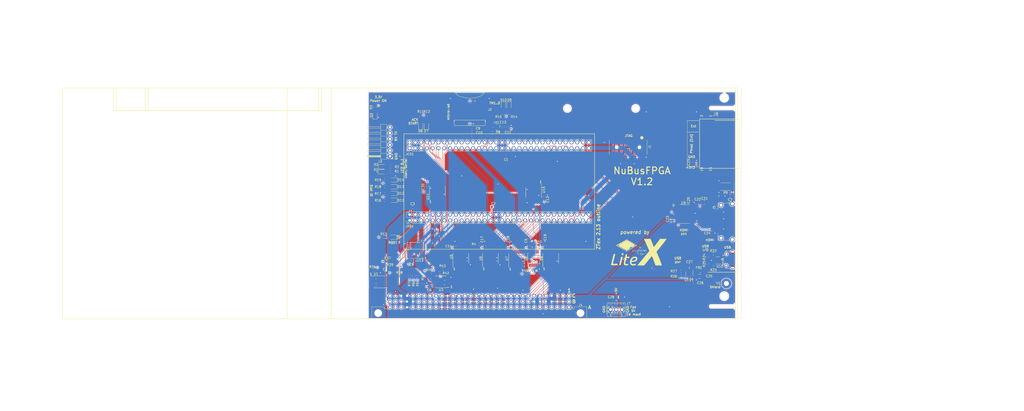
<source format=kicad_pcb>
(kicad_pcb (version 20171130) (host pcbnew 5.1.9+dfsg1-1~bpo10+1)
  (layers (0 F.Cu signal) (1 In1.Cu signal) (2 In2.Cu signal) (31 B.Cu signal) (34 B.Paste user) (35 F.Paste user) (36 B.SilkS user) (37 F.SilkS user) (38 B.Mask user) (39 F.Mask user) (44 Edge.Cuts user))
  (net 0 "")
  (net 1 GND)
  (net 2 /B2B/JTAG_VIO)
  (net 3 +3V3)
  (net 4 +5V)
  (net 5 "Net-(JCD1-Pad1)")
  (net 6 "Net-(JCD1-Pad2)")
  (net 7 "Net-(J1-Pad14)")
  (net 8 "Net-(J1-Pad12)")
  (net 9 NUBUS_OE)
  (net 10 -12V)
  (net 11 SB0_5V)
  (net 12 ~RESET_5V)
  (net 13 ~SPV_5V)
  (net 14 ~SP_5V)
  (net 15 ~TM1_5V)
  (net 16 ~AD1_5V)
  (net 17 ~AD3_5V)
  (net 18 ~AD5_5V)
  (net 19 ~AD7_5V)
  (net 20 ~AD9_5V)
  (net 21 ~AD11_5V)
  (net 22 ~AD13_5V)
  (net 23 ~AD15_5V)
  (net 24 ~AD17_5V)
  (net 25 ~AD19_5V)
  (net 26 ~AD21_5V)
  (net 27 ~AD23_5V)
  (net 28 ~AD25_5V)
  (net 29 ~AD27_5V)
  (net 30 ~AD29_5V)
  (net 31 ~AD31_5V)
  (net 32 ~ARB1_5V)
  (net 33 ~ARB3_5V)
  (net 34 ~ID1_5V)
  (net 35 ~ID3_5V)
  (net 36 ~ACK_5V)
  (net 37 ~RQST_5V)
  (net 38 ~NMRQ_5V)
  (net 39 +12V)
  (net 40 ~TM2_5V)
  (net 41 ~CM0_5V)
  (net 42 ~CM1_5V)
  (net 43 ~CM2_5V)
  (net 44 STDBYPWR)
  (net 45 ~CLK2XEN_5V)
  (net 46 ~CBUSY_5V)
  (net 47 SB1_5V)
  (net 48 ~TM0_5V)
  (net 49 ~AD0_5V)
  (net 50 ~AD2_5V)
  (net 51 ~AD4_5V)
  (net 52 ~AD6_5V)
  (net 53 ~AD8_5V)
  (net 54 ~AD10_5V)
  (net 55 ~AD12_5V)
  (net 56 ~AD14_5V)
  (net 57 ~AD16_5V)
  (net 58 ~AD18_5V)
  (net 59 ~AD20_5V)
  (net 60 ~AD22_5V)
  (net 61 ~AD24_5V)
  (net 62 ~AD26_5V)
  (net 63 ~AD28_5V)
  (net 64 ~AD30_5V)
  (net 65 ~PFW_5V)
  (net 66 ~ARB0_5V)
  (net 67 ~ARB2_5V)
  (net 68 ~ID0_5V)
  (net 69 ~ID2_5V)
  (net 70 ~START_5V)
  (net 71 ~CLK_5V)
  (net 72 ~ID2_3V3)
  (net 73 ~ID1_3V3)
  (net 74 ~ID0_3V3)
  (net 75 ~CLK_3V3)
  (net 76 ~RQST_3V3)
  (net 77 ~CLK2X_5V)
  (net 78 ~START_3V3)
  (net 79 ~ACK_3V3)
  (net 80 ~AD31_3V3)
  (net 81 ~AD30_3V3)
  (net 82 ~AD29_3V3)
  (net 83 ~AD28_3V3)
  (net 84 ~AD27_3V3)
  (net 85 ~AD26_3V3)
  (net 86 ~AD25_3V3)
  (net 87 ~AD24_3V3)
  (net 88 ~AD23_3V3)
  (net 89 ~AD22_3V3)
  (net 90 ~AD21_3V3)
  (net 91 ~AD20_3V3)
  (net 92 ~RESET_3V3)
  (net 93 ~TM0_3V3)
  (net 94 ~TM1_3V3)
  (net 95 ~AD0_3V3)
  (net 96 ~AD1_3V3)
  (net 97 ~AD2_3V3)
  (net 98 ~AD3_3V3)
  (net 99 ~AD4_3V3)
  (net 100 ~AD5_3V3)
  (net 101 ~AD6_3V3)
  (net 102 ~AD7_3V3)
  (net 103 ~AD9_3V3)
  (net 104 ~AD8_3V3)
  (net 105 ~AD11_3V3)
  (net 106 ~AD10_3V3)
  (net 107 ~AD13_3V3)
  (net 108 ~AD12_3V3)
  (net 109 ~AD15_3V3)
  (net 110 ~AD14_3V3)
  (net 111 ~AD17_3V3)
  (net 112 ~AD16_3V3)
  (net 113 ~AD19_3V3)
  (net 114 ~AD18_3V3)
  (net 115 SHIELD)
  (net 116 HDMI_CEC_A)
  (net 117 HDMI_SCL_A)
  (net 118 HDMI_SDA_A)
  (net 119 HDMI_HPD_A)
  (net 120 HDMI_CLK-)
  (net 121 HDMI_CLK+)
  (net 122 HDMI_D0-)
  (net 123 HDMI_D0+)
  (net 124 HDMI_D1-)
  (net 125 HDMI_D1+)
  (net 126 HDMI_D2-)
  (net 127 HDMI_D2+)
  (net 128 LED0)
  (net 129 "Net-(D2-Pad2)")
  (net 130 "Net-(D3-Pad2)")
  (net 131 LED1)
  (net 132 /usb/USB_FLT)
  (net 133 /usb/USB_D+)
  (net 134 /usb/USB_EN)
  (net 135 /usb/USB_D-)
  (net 136 USBH0_D-)
  (net 137 USBH0_D+)
  (net 138 /usb/VBus)
  (net 139 /usb/VBus_USB0)
  (net 140 /hdmi/cec_b)
  (net 141 /hdmi/scl_b)
  (net 142 /hdmi/sda_b)
  (net 143 /hdmi/hpd_b)
  (net 144 NUBUS_AD_DIR)
  (net 145 FPGA_JTAG_TDO)
  (net 146 FPGA_JTAG_TCK)
  (net 147 FPGA_JTAG_TDI)
  (net 148 FPGA_JTAG_TMS)
  (net 149 "Net-(J5-Pad14)")
  (net 150 "Net-(J6-Pad4)")
  (net 151 "Net-(D1-Pad2)")
  (net 152 "Net-(D11-Pad2)")
  (net 153 "Net-(D12-Pad2)")
  (net 154 "Net-(D13-Pad2)")
  (net 155 "Net-(D14-Pad2)")
  (net 156 ~CLK2X_3V3)
  (net 157 ~TM2_3V3)
  (net 158 ARB0_o_n)
  (net 159 ARB1_o_n)
  (net 160 ARB3_o_n)
  (net 161 ARB2_o_n)
  (net 162 ~NMRQ_3V3)
  (net 163 RQST_o_n)
  (net 164 START_o_n)
  (net 165 START_oe_n)
  (net 166 ACK_o_n)
  (net 167 ACK_oe_n)
  (net 168 TMx_oe_n)
  (net 169 TM1_n_o)
  (net 170 TM0_n_o)
  (net 171 TM2_o_n)
  (net 172 TM2_oe_n)
  (net 173 "Net-(U10-Pad1)")
  (net 174 "Net-(U10-Pad3)")
  (net 175 "Net-(J3-Pad6)")
  (net 176 "Net-(J3-Pad3)")
  (net 177 "Net-(J3-Pad2)")
  (net 178 ~ARB0_3V3)
  (net 179 ~ARB1_3V3)
  (net 180 ~ARB2_3V3)
  (net 181 ~ARB3_3V3)
  (net 182 SD_D2)
  (net 183 SD_D3)
  (net 184 SD_CMD)
  (net 185 SD_CLK)
  (net 186 SD_D0)
  (net 187 SD_D1)
  (net 188 "Net-(U2-Pad11)")
  (net 189 PMOD-12)
  (net 190 PMOD-11)
  (net 191 PMOD-10)
  (net 192 PMOD-9)
  (net 193 PMOD-8)
  (net 194 PMOD-7)
  (net 195 PMOD-6)
  (net 196 PMOD-5)
  (net 197 "Net-(D10-Pad2)")
  (net 198 "Net-(D9-Pad2)")
  (net 199 "Net-(D8-Pad2)")
  (net 200 "Net-(D7-Pad2)")
  (net 201 "Net-(D6-Pad2)")
  (net 202 PMOD-15)
  (net 203 PMOD-16)
  (net 204 PMOD-13)
  (net 205 PMOD-14)
  (net 206 /hdmi/HDMI_5V)
  (net 207 CLK_54_000)
  (net 208 "Net-(X1-Pad1)")
  (net 209 "Net-(R8-Pad2)")
  (module Resistor_SMD:R_0603_1608Metric (layer F.Cu) (at 166.385 23.25)
    (fp_text reference R8 (at 2.465 -0.39) (layer F.SilkS))
    (fp_text value 27)
    (pad 2 smd roundrect (at 0.825 0) (size 0.8 0.95) (layers F.Cu F.Paste F.Mask) (net 209 "Net-(R8-Pad2)"))
    (pad 1 smd roundrect (at -0.825 0) (size 0.8 0.95) (layers F.Cu F.Paste F.Mask) (net 207 CLK_54_000))
  )
  (module Oscillator:Oscillator_SMD_ECS_2520MV-xxx-xx-4Pin_2.5x2.0mm (layer F.Cu) (at 168.135 20.75 270)
    (fp_text reference X1 (at -2.07 -0.385 180) (layer F.SilkS))
    (fp_text value ECS-2520MV-xxx-xx)
    (pad 3 smd roundrect (at 0.725 0.925 270) (size 0.8 0.9) (layers F.Cu F.Paste F.Mask) (net 209 "Net-(R8-Pad2)"))
    (pad 2 smd roundrect (at -0.725 0.925 270) (size 0.8 0.9) (layers F.Cu F.Paste F.Mask) (net 1 GND))
    (pad 4 smd roundrect (at 0.725 -0.925 270) (size 0.8 0.9) (layers F.Cu F.Paste F.Mask) (net 3 +3V3))
    (pad 1 smd roundrect (at -0.725 -0.925 270) (size 0.8 0.9) (layers F.Cu F.Paste F.Mask) (net 208 "Net-(X1-Pad1)"))
  )
  (module Capacitor_SMD:C_0603_1608Metric (layer F.Cu) (at 171.135 20.7 90)
    (fp_text reference C13 (at 2.16 -0.125 180) (layer F.SilkS))
    (fp_text value 10nF)
    (pad 2 smd roundrect (at 0.775 0 90) (size 0.9 0.95) (layers F.Cu F.Paste F.Mask) (net 1 GND))
    (pad 1 smd roundrect (at -0.775 0 90) (size 0.9 0.95) (layers F.Cu F.Paste F.Mask) (net 3 +3V3))
  )
  (module Capacitor_SMD:C_0603_1608Metric (layer F.Cu) (at 173.135 20.7 90)
    (fp_text reference C11 (at -2.33 0.095 180) (layer F.SilkS))
    (fp_text value 100nF)
    (pad 2 smd roundrect (at 0.775 0 90) (size 0.9 0.95) (layers F.Cu F.Paste F.Mask) (net 1 GND))
    (pad 1 smd roundrect (at -0.775 0 90) (size 0.9 0.95) (layers F.Cu F.Paste F.Mask) (net 3 +3V3))
  )
  (module For_SeeedStudio:PinHeader_1x06_P2.54mm_Horizontal_For_SeeedStudio (layer F.Cu) (at 121.4 33.528 180)
    (fp_text reference J3 (at 4.385 -2.27) (layer F.SilkS))
    (fp_text value Conn_01x06_Male)
    (pad 1 thru_hole rect (at 0 0 180) (size 1.7 1.7) (drill 1.02) (layers *.Cu *.Mask) (net 1 GND))
    (pad 2 thru_hole oval (at 0 2.54 180) (size 1.7 1.7) (drill 1.02) (layers *.Cu *.Mask) (net 177 "Net-(J3-Pad2)"))
    (pad 3 thru_hole oval (at 0 5.08 180) (size 1.7 1.7) (drill 1.02) (layers *.Cu *.Mask) (net 176 "Net-(J3-Pad3)"))
    (pad 4 thru_hole oval (at 0 7.62 180) (size 1.7 1.7) (drill 1.02) (layers *.Cu *.Mask) (net 131 LED1))
    (pad 5 thru_hole oval (at 0 10.16 180) (size 1.7 1.7) (drill 1.02) (layers *.Cu *.Mask) (net 128 LED0))
    (pad 6 thru_hole oval (at 0 12.7 180) (size 1.7 1.7) (drill 1.02) (layers *.Cu *.Mask) (net 175 "Net-(J3-Pad6)"))
  )
  (module Resistor_SMD:R_2512_6332Metric (layer F.Cu) (at 268.8375 46.93 180)
    (fp_text reference R9 (at 0 -2.62) (layer F.SilkS))
    (fp_text value "1M 500V 2512")
    (pad 2 smd roundrect (at 2.9625 0 180) (size 1.225 3.35) (layers F.Cu F.Paste F.Mask) (roundrect_rratio 0.2040808163265306) (net 1 GND))
    (pad 1 smd roundrect (at -2.9625 0 180) (size 1.225 3.35) (layers F.Cu F.Paste F.Mask) (roundrect_rratio 0.2040808163265306) (net 115 SHIELD))
  )
  (module Capacitor_SMD:C_0805_2012Metric (layer F.Cu) (at 270.85 51 180)
    (fp_text reference C7 (at 0 -1.68) (layer F.SilkS))
    (fp_text value "10nF 1kV 0805")
    (pad 2 smd roundrect (at 0.95 0 180) (size 1 1.45) (layers F.Cu F.Paste F.Mask) (net 1 GND))
    (pad 1 smd roundrect (at -0.95 0 180) (size 1 1.45) (layers F.Cu F.Paste F.Mask) (net 115 SHIELD))
  )
  (module For_SeeedStudio:litex_logo (layer F.Cu) (at 230.73 77)
    (fp_text reference GRAPHIC1 hide)
    (fp_text value LogoLitex hide)
  )
  (module For_SeeedStudio:SAMTEC-SMH-108-02-X-D (layer F.Cu) (at 270.138 28 270)
    (fp_text reference J8 (at -12.95 5.698 180) (layer F.SilkS) (effects (font (size 1.5 1.5))))
    (fp_text value "SMH-108-02-L-D (Pmod 2x8 F)")
    (fp_text user 15 (at 11.205 7.912 90) (layer F.SilkS))
    (fp_text user 16 (at 11.205 11.773 90) (layer F.SilkS))
    (fp_text user 1 (at -12.234 7.912 90) (layer F.SilkS))
    (fp_text user 2 (at -12.234 11.773 90) (layer F.SilkS))
    (pad 16 smd rect (at 8.89 11.138 270) (size 1.42001 2.24) (layers F.Cu F.Paste) (net 3 +3V3))
    (pad 15 smd rect (at 8.89 7.277 270) (size 1.42001 2.34) (layers F.Cu F.Paste) (net 3 +3V3))
    (pad 14 smd rect (at 6.35 11.138 270) (size 1.42001 2.24) (layers F.Cu F.Paste) (net 1 GND))
    (pad 13 smd rect (at 6.35 7.277 270) (size 1.42001 2.34) (layers F.Cu F.Paste) (net 1 GND))
    (pad 12 smd rect (at 3.81 11.138 270) (size 1.42001 2.24) (layers F.Cu F.Paste) (net 196 PMOD-5))
    (pad 11 smd rect (at 3.81 7.277 270) (size 1.42001 2.34) (layers F.Cu F.Paste) (net 195 PMOD-6))
    (pad 10 smd rect (at 1.27 11.138 270) (size 1.42001 2.24) (layers F.Cu F.Paste) (net 194 PMOD-7))
    (pad 9 smd rect (at 1.27 7.277 270) (size 1.42001 2.34) (layers F.Cu F.Paste) (net 193 PMOD-8))
    (pad 8 smd rect (at -1.27 11.138 270) (size 1.42001 2.24) (layers F.Cu F.Paste) (net 192 PMOD-9))
    (pad 7 smd rect (at -1.27 7.277 270) (size 1.42001 2.34) (layers F.Cu F.Paste) (net 191 PMOD-10))
    (pad 6 smd rect (at -3.81 11.138 270) (size 1.42001 2.24) (layers F.Cu F.Paste) (net 190 PMOD-11))
    (pad 5 smd rect (at -3.81 7.277 270) (size 1.42001 2.34) (layers F.Cu F.Paste) (net 189 PMOD-12))
    (pad 4 smd rect (at -6.35 11.138 270) (size 1.42001 2.24) (layers F.Cu F.Paste) (net 204 PMOD-13))
    (pad 3 smd rect (at -6.35 7.277 270) (size 1.42001 2.34) (layers F.Cu F.Paste) (net 205 PMOD-14))
    (pad 2 smd rect (at -8.89 11.138 270) (size 1.42001 2.24) (layers F.Cu F.Paste) (net 202 PMOD-15))
    (pad 1 smd rect (at -8.89 7.277 270) (size 1.42001 2.34) (layers F.Cu F.Paste) (net 203 PMOD-16))
  )
  (module For_SeeedStudio:MOLEX_87832-1420 (layer F.Cu) (at 226 29.59 270)
    (fp_text reference J1 (at -0.22515 -9.49142 90) (layer F.SilkS) (effects (font (size 1.000677 1.000677))))
    (fp_text value "87832-1420 (2x7 M 2mm)")
    (pad None np_thru_hole circle (at 0 5 270) (size 1.05 1.05) (drill 1.05) (layers *.Cu *.Mask))
    (pad None np_thru_hole circle (at 0 -5 270) (size 1.05 1.05) (drill 1.05) (layers *.Cu *.Mask))
    (pad 14 smd rect (at 2.13 6 180) (size 1 2.75) (layers F.Cu F.Paste F.Mask) (net 7 "Net-(J1-Pad14)"))
    (pad 13 smd rect (at -2.13 6 180) (size 1 2.75) (layers F.Cu F.Paste F.Mask) (net 1 GND))
    (pad 12 smd rect (at 2.13 4 180) (size 1 2.75) (layers F.Cu F.Paste F.Mask) (net 8 "Net-(J1-Pad12)"))
    (pad 11 smd rect (at -2.13 4 180) (size 1 2.75) (layers F.Cu F.Paste F.Mask) (net 1 GND))
    (pad 10 smd rect (at 2.13 2 180) (size 1 2.75) (layers F.Cu F.Paste F.Mask) (net 147 FPGA_JTAG_TDI))
    (pad 9 smd rect (at -2.13 2 180) (size 1 2.75) (layers F.Cu F.Paste F.Mask) (net 1 GND))
    (pad 8 smd rect (at 2.13 0 180) (size 1 2.75) (layers F.Cu F.Paste F.Mask) (net 145 FPGA_JTAG_TDO))
    (pad 7 smd rect (at -2.13 0 180) (size 1 2.75) (layers F.Cu F.Paste F.Mask) (net 1 GND))
    (pad 6 smd rect (at 2.13 -2 180) (size 1 2.75) (layers F.Cu F.Paste F.Mask) (net 146 FPGA_JTAG_TCK))
    (pad 5 smd rect (at -2.13 -2 180) (size 1 2.75) (layers F.Cu F.Paste F.Mask) (net 1 GND))
    (pad 4 smd rect (at 2.13 -4 180) (size 1 2.75) (layers F.Cu F.Paste F.Mask) (net 148 FPGA_JTAG_TMS))
    (pad 3 smd rect (at -2.13 -4 180) (size 1 2.75) (layers F.Cu F.Paste F.Mask) (net 1 GND))
    (pad 2 smd rect (at 2.13 -6 180) (size 1 2.75) (layers F.Cu F.Paste F.Mask) (net 2 /B2B/JTAG_VIO))
    (pad 1 smd rect (at -2.13 -6 180) (size 1 2.75) (layers F.Cu F.Paste F.Mask) (net 1 GND))
  )
  (module Capacitor_SMD:C_0603_1608Metric (layer F.Cu) (at 130.44 79.64)
    (fp_text reference C8 (at 0.47 1.49) (layer F.SilkS))
    (fp_text value 100nF)
    (pad 1 smd roundrect (at -0.7875 0) (size 0.875 0.95) (layers F.Cu F.Paste F.Mask) (net 3 +3V3))
    (pad 2 smd roundrect (at 0.7875 0) (size 0.875 0.95) (layers F.Cu F.Paste F.Mask) (net 1 GND))
  )
  (module For_SeeedStudio:TSSOP-20_4.4x6.5mm_P0.65mm_ForSeeedStudio (layer F.Cu) (at 132.45 74.94 180)
    (fp_text reference U13 (at -2.15 -4.36 180) (layer F.SilkS))
    (fp_text value SN74CB3T3245PWR)
    (pad 1 smd rect (at -2.8 -2.925 180) (size 1.55 0.45) (layers F.Cu F.Paste F.Mask))
    (pad 2 smd rect (at -2.8 -2.275 180) (size 1.55 0.45) (layers F.Cu F.Paste F.Mask) (net 156 ~CLK2X_3V3))
    (pad 3 smd rect (at -2.8 -1.625 180) (size 1.55 0.45) (layers F.Cu F.Paste F.Mask) (net 75 ~CLK_3V3))
    (pad 4 smd rect (at -2.8 -0.975 180) (size 1.55 0.45) (layers F.Cu F.Paste F.Mask) (net 78 ~START_3V3))
    (pad 5 smd rect (at -2.8 -0.325 180) (size 1.55 0.45) (layers F.Cu F.Paste F.Mask) (net 79 ~ACK_3V3))
    (pad 6 smd rect (at -2.8 0.325 180) (size 1.55 0.45) (layers F.Cu F.Paste F.Mask) (net 76 ~RQST_3V3))
    (pad 7 smd rect (at -2.8 0.975 180) (size 1.55 0.45) (layers F.Cu F.Paste F.Mask) (net 1 GND))
    (pad 8 smd rect (at -2.8 1.625 180) (size 1.55 0.45) (layers F.Cu F.Paste F.Mask) (net 1 GND))
    (pad 9 smd rect (at -2.8 2.275 180) (size 1.55 0.45) (layers F.Cu F.Paste F.Mask) (net 1 GND))
    (pad 10 smd rect (at -2.8 2.925 180) (size 1.55 0.45) (layers F.Cu F.Paste F.Mask) (net 1 GND))
    (pad 11 smd rect (at 2.8 2.925 180) (size 1.55 0.45) (layers F.Cu F.Paste F.Mask) (net 1 GND))
    (pad 12 smd rect (at 2.8 2.275 180) (size 1.55 0.45) (layers F.Cu F.Paste F.Mask) (net 1 GND))
    (pad 13 smd rect (at 2.8 1.625 180) (size 1.55 0.45) (layers F.Cu F.Paste F.Mask) (net 1 GND))
    (pad 14 smd rect (at 2.8 0.975 180) (size 1.55 0.45) (layers F.Cu F.Paste F.Mask) (net 37 ~RQST_5V))
    (pad 15 smd rect (at 2.8 0.325 180) (size 1.55 0.45) (layers F.Cu F.Paste F.Mask) (net 36 ~ACK_5V))
    (pad 16 smd rect (at 2.8 -0.325 180) (size 1.55 0.45) (layers F.Cu F.Paste F.Mask) (net 70 ~START_5V))
    (pad 17 smd rect (at 2.8 -0.975 180) (size 1.55 0.45) (layers F.Cu F.Paste F.Mask) (net 71 ~CLK_5V))
    (pad 18 smd rect (at 2.8 -1.625 180) (size 1.55 0.45) (layers F.Cu F.Paste F.Mask) (net 77 ~CLK2X_5V))
    (pad 19 smd rect (at 2.8 -2.275 180) (size 1.55 0.45) (layers F.Cu F.Paste F.Mask) (net 1 GND))
    (pad 20 smd rect (at 2.8 -2.925 180) (size 1.55 0.45) (layers F.Cu F.Paste F.Mask) (net 3 +3V3))
  )
  (module Capacitor_SMD:C_0603_1608Metric (layer F.Cu) (at 189.211371 51.462953 90)
    (fp_text reference C12 (at -1.1 1.5 90) (layer F.SilkS))
    (fp_text value 100nF)
    (pad 1 smd roundrect (at -0.7875 0 90) (size 0.875 0.95) (layers F.Cu F.Paste F.Mask) (net 3 +3V3))
    (pad 2 smd roundrect (at 0.7875 0 90) (size 0.875 0.95) (layers F.Cu F.Paste F.Mask) (net 1 GND))
  )
  (module For_SeeedStudio:TSSOP-20_4.4x6.5mm_P0.65mm_ForSeeedStudio (layer F.Cu) (at 184.511371 49.462953 270)
    (fp_text reference U15 (at -1.2 -4.4 270) (layer F.SilkS))
    (fp_text value SN74CB3T3245PWR)
    (pad 1 smd rect (at -2.8 -2.925 270) (size 1.55 0.45) (layers F.Cu F.Paste F.Mask))
    (pad 2 smd rect (at -2.8 -2.275 270) (size 1.55 0.45) (layers F.Cu F.Paste F.Mask) (net 92 ~RESET_3V3))
    (pad 3 smd rect (at -2.8 -1.625 270) (size 1.55 0.45) (layers F.Cu F.Paste F.Mask) (net 157 ~TM2_3V3))
    (pad 4 smd rect (at -2.8 -0.975 270) (size 1.55 0.45) (layers F.Cu F.Paste F.Mask) (net 93 ~TM0_3V3))
    (pad 5 smd rect (at -2.8 -0.325 270) (size 1.55 0.45) (layers F.Cu F.Paste F.Mask) (net 94 ~TM1_3V3))
    (pad 6 smd rect (at -2.8 0.325 270) (size 1.55 0.45) (layers F.Cu F.Paste F.Mask) (net 1 GND))
    (pad 7 smd rect (at -2.8 0.975 270) (size 1.55 0.45) (layers F.Cu F.Paste F.Mask) (net 1 GND))
    (pad 8 smd rect (at -2.8 1.625 270) (size 1.55 0.45) (layers F.Cu F.Paste F.Mask) (net 1 GND))
    (pad 9 smd rect (at -2.8 2.275 270) (size 1.55 0.45) (layers F.Cu F.Paste F.Mask) (net 1 GND))
    (pad 10 smd rect (at -2.8 2.925 270) (size 1.55 0.45) (layers F.Cu F.Paste F.Mask) (net 1 GND))
    (pad 11 smd rect (at 2.8 2.925 270) (size 1.55 0.45) (layers F.Cu F.Paste F.Mask) (net 1 GND))
    (pad 12 smd rect (at 2.8 2.275 270) (size 1.55 0.45) (layers F.Cu F.Paste F.Mask) (net 1 GND))
    (pad 13 smd rect (at 2.8 1.625 270) (size 1.55 0.45) (layers F.Cu F.Paste F.Mask) (net 1 GND))
    (pad 14 smd rect (at 2.8 0.975 270) (size 1.55 0.45) (layers F.Cu F.Paste F.Mask) (net 1 GND))
    (pad 15 smd rect (at 2.8 0.325 270) (size 1.55 0.45) (layers F.Cu F.Paste F.Mask) (net 15 ~TM1_5V))
    (pad 16 smd rect (at 2.8 -0.325 270) (size 1.55 0.45) (layers F.Cu F.Paste F.Mask) (net 48 ~TM0_5V))
    (pad 17 smd rect (at 2.8 -0.975 270) (size 1.55 0.45) (layers F.Cu F.Paste F.Mask) (net 40 ~TM2_5V))
    (pad 18 smd rect (at 2.8 -1.625 270) (size 1.55 0.45) (layers F.Cu F.Paste F.Mask) (net 12 ~RESET_5V))
    (pad 19 smd rect (at 2.8 -2.275 270) (size 1.55 0.45) (layers F.Cu F.Paste F.Mask) (net 1 GND))
    (pad 20 smd rect (at 2.8 -2.925 270) (size 1.55 0.45) (layers F.Cu F.Paste F.Mask) (net 3 +3V3))
  )
  (module MountingHole:MountingHole_2.2mm_M2_Pad (layer F.Cu) (at 269.1975 89.5)
    (fp_text reference H1 (at -3.6075 -0.11) (layer F.SilkS))
    (fp_text value MountingHole_Pad)
    (pad 1 thru_hole circle (at 0 0) (size 4.4 4.4) (drill 2.2) (layers *.Cu *.Mask) (net 115 SHIELD))
  )
  (module Capacitor_SMD:C_0603_1608Metric (layer F.Cu) (at 254 36.1025 90)
    (fp_text reference C15 (at 0 -1.43 90) (layer F.SilkS))
    (fp_text value 100nF)
    (pad 1 smd roundrect (at -0.7875 0 90) (size 0.875 0.95) (layers F.Cu F.Paste F.Mask) (net 3 +3V3))
    (pad 2 smd roundrect (at 0.7875 0 90) (size 0.875 0.95) (layers F.Cu F.Paste F.Mask) (net 1 GND))
  )
  (module LED_SMD:LED_0805_2012Metric (layer F.Cu) (at 137.41 20.060293 90)
    (fp_text reference D7 (at -2.439707 -0.16) (layer F.SilkS))
    (fp_text value "YELLOW Led 0805")
    (pad 1 smd roundrect (at -0.9375 0 90) (size 0.975 1.4) (layers F.Cu F.Paste F.Mask) (net 78 ~START_3V3))
    (pad 2 smd roundrect (at 0.9375 0 90) (size 0.975 1.4) (layers F.Cu F.Paste F.Mask) (net 200 "Net-(D7-Pad2)"))
  )
  (module LED_SMD:LED_0805_2012Metric (layer F.Cu) (at 134.88 20.060293 90)
    (fp_text reference D6 (at -2.449707 -0.09 180) (layer F.SilkS))
    (fp_text value "YELLOW Led 0805")
    (pad 2 smd roundrect (at 0.9375 0 90) (size 0.975 1.4) (layers F.Cu F.Paste F.Mask) (net 201 "Net-(D6-Pad2)"))
    (pad 1 smd roundrect (at -0.9375 0 90) (size 0.975 1.4) (layers F.Cu F.Paste F.Mask) (net 79 ~ACK_3V3))
  )
  (module LED_SMD:LED_0805_2012Metric (layer F.Cu) (at 122.61 69.15 180)
    (fp_text reference D8 (at -2.53 -0.02 270) (layer F.SilkS))
    (fp_text value "YELLOW Led 0805")
    (pad 1 smd roundrect (at -0.9375 0 180) (size 0.975 1.4) (layers F.Cu F.Paste F.Mask) (net 76 ~RQST_3V3))
    (pad 2 smd roundrect (at 0.9375 0 180) (size 0.975 1.4) (layers F.Cu F.Paste F.Mask) (net 199 "Net-(D8-Pad2)"))
  )
  (module LED_SMD:LED_0805_2012Metric (layer F.Cu) (at 173.744189 11.281035 270)
    (fp_text reference D9 (at -2.49 -0.07) (layer F.SilkS))
    (fp_text value "YELLOW Led 0805")
    (pad 2 smd roundrect (at 0.9375 0 270) (size 0.975 1.4) (layers F.Cu F.Paste F.Mask) (net 198 "Net-(D9-Pad2)"))
    (pad 1 smd roundrect (at -0.9375 0 270) (size 0.975 1.4) (layers F.Cu F.Paste F.Mask) (net 93 ~TM0_3V3))
  )
  (module LED_SMD:LED_0805_2012Metric (layer F.Cu) (at 171.204189 11.281035 270)
    (fp_text reference D10 (at -2.49 -0.03) (layer F.SilkS))
    (fp_text value "YELLOW Led 0805")
    (pad 1 smd roundrect (at -0.9375 0 270) (size 0.975 1.4) (layers F.Cu F.Paste F.Mask) (net 94 ~TM1_3V3))
    (pad 2 smd roundrect (at 0.9375 0 270) (size 0.975 1.4) (layers F.Cu F.Paste F.Mask) (net 197 "Net-(D10-Pad2)"))
  )
  (module Resistor_SMD:R_0603_1608Metric (layer F.Cu) (at 134.88 16.060293 270)
    (fp_text reference R11 (at -2.180293 0.13) (layer F.SilkS))
    (fp_text value 590)
    (pad 1 smd roundrect (at -0.7875 0 270) (size 0.875 0.95) (layers F.Cu F.Paste F.Mask) (net 3 +3V3))
    (pad 2 smd roundrect (at 0.7875 0 270) (size 0.875 0.95) (layers F.Cu F.Paste F.Mask) (net 201 "Net-(D6-Pad2)"))
  )
  (module Resistor_SMD:R_0603_1608Metric (layer F.Cu) (at 137.42 16.060293 270)
    (fp_text reference R12 (at -2.180293 -0.08) (layer F.SilkS))
    (fp_text value 590)
    (pad 2 smd roundrect (at 0.7875 0 270) (size 0.875 0.95) (layers F.Cu F.Paste F.Mask) (net 200 "Net-(D7-Pad2)"))
    (pad 1 smd roundrect (at -0.7875 0 270) (size 0.875 0.95) (layers F.Cu F.Paste F.Mask) (net 3 +3V3))
  )
  (module Resistor_SMD:R_0603_1608Metric (layer F.Cu) (at 118.61 69.15)
    (fp_text reference R13 (at 0 -1.43) (layer F.SilkS))
    (fp_text value 590)
    (pad 1 smd roundrect (at -0.7875 0) (size 0.875 0.95) (layers F.Cu F.Paste F.Mask) (net 3 +3V3))
    (pad 2 smd roundrect (at 0.7875 0) (size 0.875 0.95) (layers F.Cu F.Paste F.Mask) (net 199 "Net-(D8-Pad2)"))
  )
  (module Resistor_SMD:R_0603_1608Metric (layer F.Cu) (at 173.744189 15.161035 90)
    (fp_text reference R14 (at -0.998965 2.205811 -180) (layer F.SilkS))
    (fp_text value 590)
    (pad 2 smd roundrect (at 0.7875 0 90) (size 0.875 0.95) (layers F.Cu F.Paste F.Mask) (net 198 "Net-(D9-Pad2)"))
    (pad 1 smd roundrect (at -0.7875 0 90) (size 0.875 0.95) (layers F.Cu F.Paste F.Mask) (net 3 +3V3))
  )
  (module Resistor_SMD:R_0603_1608Metric (layer F.Cu) (at 171.204189 15.161035 90)
    (fp_text reference R15 (at -0.978965 -2.184189 -180) (layer F.SilkS))
    (fp_text value 590)
    (pad 1 smd roundrect (at -0.7875 0 90) (size 0.875 0.95) (layers F.Cu F.Paste F.Mask) (net 3 +3V3))
    (pad 2 smd roundrect (at 0.7875 0 90) (size 0.875 0.95) (layers F.Cu F.Paste F.Mask) (net 197 "Net-(D10-Pad2)"))
  )
  (module For_SeeedStudio:TSSOP-20_4.4x6.5mm_P0.65mm_ForSeeedStudio (layer F.Cu) (at 142.2 48.8 90)
    (fp_text reference U14 (at -2.6 -4.2 90) (layer F.SilkS))
    (fp_text value SN74CB3T3245PWR)
    (pad 1 smd rect (at -2.8 -2.925 90) (size 1.55 0.45) (layers F.Cu F.Paste F.Mask))
    (pad 2 smd rect (at -2.8 -2.275 90) (size 1.55 0.45) (layers F.Cu F.Paste F.Mask) (net 1 GND))
    (pad 3 smd rect (at -2.8 -1.625 90) (size 1.55 0.45) (layers F.Cu F.Paste F.Mask) (net 69 ~ID2_5V))
    (pad 4 smd rect (at -2.8 -0.975 90) (size 1.55 0.45) (layers F.Cu F.Paste F.Mask) (net 34 ~ID1_5V))
    (pad 5 smd rect (at -2.8 -0.325 90) (size 1.55 0.45) (layers F.Cu F.Paste F.Mask) (net 68 ~ID0_5V))
    (pad 6 smd rect (at -2.8 0.325 90) (size 1.55 0.45) (layers F.Cu F.Paste F.Mask) (net 67 ~ARB2_5V))
    (pad 7 smd rect (at -2.8 0.975 90) (size 1.55 0.45) (layers F.Cu F.Paste F.Mask) (net 33 ~ARB3_5V))
    (pad 8 smd rect (at -2.8 1.625 90) (size 1.55 0.45) (layers F.Cu F.Paste F.Mask) (net 66 ~ARB0_5V))
    (pad 9 smd rect (at -2.8 2.275 90) (size 1.55 0.45) (layers F.Cu F.Paste F.Mask) (net 32 ~ARB1_5V))
    (pad 10 smd rect (at -2.8 2.925 90) (size 1.55 0.45) (layers F.Cu F.Paste F.Mask) (net 1 GND))
    (pad 11 smd rect (at 2.8 2.925 90) (size 1.55 0.45) (layers F.Cu F.Paste F.Mask) (net 179 ~ARB1_3V3))
    (pad 12 smd rect (at 2.8 2.275 90) (size 1.55 0.45) (layers F.Cu F.Paste F.Mask) (net 178 ~ARB0_3V3))
    (pad 13 smd rect (at 2.8 1.625 90) (size 1.55 0.45) (layers F.Cu F.Paste F.Mask) (net 181 ~ARB3_3V3))
    (pad 14 smd rect (at 2.8 0.975 90) (size 1.55 0.45) (layers F.Cu F.Paste F.Mask) (net 180 ~ARB2_3V3))
    (pad 15 smd rect (at 2.8 0.325 90) (size 1.55 0.45) (layers F.Cu F.Paste F.Mask) (net 74 ~ID0_3V3))
    (pad 16 smd rect (at 2.8 -0.325 90) (size 1.55 0.45) (layers F.Cu F.Paste F.Mask) (net 73 ~ID1_3V3))
    (pad 17 smd rect (at 2.8 -0.975 90) (size 1.55 0.45) (layers F.Cu F.Paste F.Mask) (net 72 ~ID2_3V3))
    (pad 18 smd rect (at 2.8 -1.625 90) (size 1.55 0.45) (layers F.Cu F.Paste F.Mask) (net 1 GND))
    (pad 19 smd rect (at 2.8 -2.275 90) (size 1.55 0.45) (layers F.Cu F.Paste F.Mask) (net 1 GND))
    (pad 20 smd rect (at 2.8 -2.925 90) (size 1.55 0.45) (layers F.Cu F.Paste F.Mask) (net 3 +3V3))
  )
  (module Capacitor_SMD:C_0603_1608Metric (layer F.Cu) (at 157.34 21.8)
    (fp_text reference C9 (at 2.69 -0.49) (layer F.SilkS))
    (fp_text value 100nF)
    (pad 1 smd roundrect (at -0.7875 0) (size 0.875 0.95) (layers F.Cu F.Paste F.Mask) (net 3 +3V3))
    (pad 2 smd roundrect (at 0.7875 0) (size 0.875 0.95) (layers F.Cu F.Paste F.Mask) (net 1 GND))
  )
  (module Capacitor_SMD:C_0805_2012Metric (layer F.Cu) (at 157.34 24)
    (fp_text reference C10 (at 3.23 -0.82) (layer F.SilkS))
    (fp_text value "47uF 10V 0805")
    (pad 1 smd roundrect (at -0.9375 0) (size 0.975 1.4) (layers F.Cu F.Paste F.Mask) (net 3 +3V3))
    (pad 2 smd roundrect (at 0.9375 0) (size 0.975 1.4) (layers F.Cu F.Paste F.Mask) (net 1 GND))
  )
  (module MOLEX_47219-2001:MOLEX_47219-2001 (layer F.Cu) (at 156.43 12.78 180)
    (fp_text reference J2 (at -8.82 -0.23) (layer F.SilkS) (effects (font (size 1.001189 1.001189))))
    (fp_text value "47219-2001 (micro-sd)")
    (pad 1 smd rect (at 3.2 2.1 180) (size 0.8 1.5) (layers F.Cu F.Paste F.Mask) (net 182 SD_D2))
    (pad 2 smd rect (at 2.1 2.1 180) (size 0.8 1.5) (layers F.Cu F.Paste F.Mask) (net 183 SD_D3))
    (pad 3 smd rect (at 1 2.1 180) (size 0.8 1.5) (layers F.Cu F.Paste F.Mask) (net 184 SD_CMD))
    (pad 4 smd rect (at -0.1 2.1 180) (size 0.8 1.5) (layers F.Cu F.Paste F.Mask) (net 3 +3V3))
    (pad 5 smd rect (at -1.2 2.1 180) (size 0.8 1.5) (layers F.Cu F.Paste F.Mask) (net 185 SD_CLK))
    (pad 6 smd rect (at -2.3 2.1 180) (size 0.8 1.5) (layers F.Cu F.Paste F.Mask) (net 1 GND))
    (pad 7 smd rect (at -3.4 2.1 180) (size 0.8 1.5) (layers F.Cu F.Paste F.Mask) (net 186 SD_D0))
    (pad 8 smd rect (at -4.5 2.1 180) (size 0.8 1.5) (layers F.Cu F.Paste F.Mask) (net 187 SD_D1))
    (pad G1 smd rect (at 6.875 4.7 180) (size 1.5 2.05) (layers F.Cu F.Paste F.Mask) (net 1 GND))
    (pad G2 smd rect (at 6.875 -3.6 180) (size 1.5 2.05) (layers F.Cu F.Paste F.Mask) (net 1 GND))
    (pad G3 smd rect (at -6.875 -3.6 180) (size 1.5 2.05) (layers F.Cu F.Paste F.Mask) (net 1 GND))
    (pad G4 smd rect (at -6.875 4.7 180) (size 1.5 2.05) (layers F.Cu F.Paste F.Mask) (net 1 GND))
  )
  (module Capacitor_SMD:C_0603_1608Metric (layer F.Cu) (at 137.7 46.8 270)
    (fp_text reference C30 (at 0.1 1.8 270) (layer F.SilkS))
    (fp_text value 100nF)
    (pad 1 smd roundrect (at -0.7875 0 270) (size 0.875 0.95) (layers F.Cu F.Paste F.Mask) (net 3 +3V3))
    (pad 2 smd roundrect (at 0.7875 0 270) (size 0.875 0.95) (layers F.Cu F.Paste F.Mask) (net 1 GND))
  )
  (module Resistor_SMD:R_0603_1608Metric (layer F.Cu) (at 114.4 83.7 180)
    (fp_text reference R36 (at 0.7 1.5 180) (layer F.SilkS))
    (fp_text value 10k)
    (pad 2 smd roundrect (at 0.7875 0 180) (size 0.875 0.95) (layers F.Cu F.Paste F.Mask) (net 162 ~NMRQ_3V3))
    (pad 1 smd roundrect (at -0.7875 0 180) (size 0.875 0.95) (layers F.Cu F.Paste F.Mask) (net 3 +3V3))
  )
  (module Resistor_SMD:R_0603_1608Metric (layer F.Cu) (at 120.3 79.8)
    (fp_text reference R37 (at 0 -1.43) (layer F.SilkS))
    (fp_text value 10k)
    (pad 1 smd roundrect (at -0.7875 0) (size 0.875 0.95) (layers F.Cu F.Paste F.Mask) (net 3 +3V3))
    (pad 2 smd roundrect (at 0.7875 0) (size 0.875 0.95) (layers F.Cu F.Paste F.Mask) (net 163 RQST_o_n))
  )
  (module Resistor_SMD:R_0603_1608Metric (layer F.Cu) (at 125.5 83.3 180)
    (fp_text reference R38 (at 0 -1.43 180) (layer F.SilkS))
    (fp_text value 10k)
    (pad 2 smd roundrect (at 0.7875 0 180) (size 0.875 0.95) (layers F.Cu F.Paste F.Mask) (net 165 START_oe_n))
    (pad 1 smd roundrect (at -0.7875 0 180) (size 0.875 0.95) (layers F.Cu F.Paste F.Mask) (net 3 +3V3))
  )
  (module Resistor_SMD:R_0603_1608Metric (layer F.Cu) (at 121.4 82.7)
    (fp_text reference R39 (at 0 -1.43) (layer F.SilkS))
    (fp_text value 10k)
    (pad 1 smd roundrect (at -0.7875 0) (size 0.875 0.95) (layers F.Cu F.Paste F.Mask) (net 3 +3V3))
    (pad 2 smd roundrect (at 0.7875 0) (size 0.875 0.95) (layers F.Cu F.Paste F.Mask) (net 167 ACK_oe_n))
  )
  (module Resistor_SMD:R_0603_1608Metric (layer F.Cu) (at 181.412661 85.255497)
    (fp_text reference R40 (at -0.8 -1.4) (layer F.SilkS))
    (fp_text value 10k)
    (pad 2 smd roundrect (at 0.7875 0) (size 0.875 0.95) (layers F.Cu F.Paste F.Mask) (net 168 TMx_oe_n))
    (pad 1 smd roundrect (at -0.7875 0) (size 0.875 0.95) (layers F.Cu F.Paste F.Mask) (net 3 +3V3))
  )
  (module Resistor_SMD:R_0603_1608Metric (layer F.Cu) (at 185.8 72.5 180)
    (fp_text reference R41 (at -0.95 1.46 180) (layer F.SilkS))
    (fp_text value 10k)
    (pad 1 smd roundrect (at -0.7875 0 180) (size 0.875 0.95) (layers F.Cu F.Paste F.Mask) (net 3 +3V3))
    (pad 2 smd roundrect (at 0.7875 0 180) (size 0.875 0.95) (layers F.Cu F.Paste F.Mask) (net 172 TM2_oe_n))
  )
  (module Resistor_SMD:R_0603_1608Metric (layer F.Cu) (at 143 84.9 180)
    (fp_text reference R42 (at -2.89 -0.02 180) (layer F.SilkS))
    (fp_text value 10k)
    (pad 2 smd roundrect (at 0.7875 0 180) (size 0.875 0.95) (layers F.Cu F.Paste F.Mask) (net 158 ARB0_o_n))
    (pad 1 smd roundrect (at -0.7875 0 180) (size 0.875 0.95) (layers F.Cu F.Paste F.Mask) (net 3 +3V3))
  )
  (module Resistor_SMD:R_0603_1608Metric (layer F.Cu) (at 144.6 83.2)
    (fp_text reference R43 (at -0.16 -1.43) (layer F.SilkS))
    (fp_text value 10k)
    (pad 1 smd roundrect (at -0.7875 0) (size 0.875 0.95) (layers F.Cu F.Paste F.Mask) (net 3 +3V3))
    (pad 2 smd roundrect (at 0.7875 0) (size 0.875 0.95) (layers F.Cu F.Paste F.Mask) (net 159 ARB1_o_n))
  )
  (module Resistor_SMD:R_0603_1608Metric (layer F.Cu) (at 135.9 89.6 90)
    (fp_text reference R44 (at 2.96 -0.12 90) (layer F.SilkS))
    (fp_text value 10k)
    (pad 2 smd roundrect (at 0.7875 0 90) (size 0.875 0.95) (layers F.Cu F.Paste F.Mask) (net 161 ARB2_o_n))
    (pad 1 smd roundrect (at -0.7875 0 90) (size 0.875 0.95) (layers F.Cu F.Paste F.Mask) (net 3 +3V3))
  )
  (module Resistor_SMD:R_0603_1608Metric (layer F.Cu) (at 139.6 84.9 180)
    (fp_text reference R45 (at 1.02 1.39 180) (layer F.SilkS))
    (fp_text value 10k)
    (pad 1 smd roundrect (at -0.7875 0 180) (size 0.875 0.95) (layers F.Cu F.Paste F.Mask) (net 3 +3V3))
    (pad 2 smd roundrect (at 0.7875 0 180) (size 0.875 0.95) (layers F.Cu F.Paste F.Mask) (net 160 ARB3_o_n))
  )
  (module Capacitor_SMD:C_0805_2012Metric (layer F.Cu) (at 131.3 56.1)
    (fp_text reference C3 (at 0 -1.65) (layer F.SilkS))
    (fp_text value "47uF 10V 0805")
    (pad 1 smd roundrect (at -0.9375 0) (size 0.975 1.4) (layers F.Cu F.Paste F.Mask) (net 4 +5V))
    (pad 2 smd roundrect (at 0.9375 0) (size 0.975 1.4) (layers F.Cu F.Paste F.Mask) (net 1 GND))
  )
  (module LED_SMD:LED_0805_2012Metric (layer F.Cu) (at 114.8 15.5 90)
    (fp_text reference D3 (at 0 -1.65 90) (layer F.SilkS))
    (fp_text value "BLUE Led 0805")
    (pad 1 smd roundrect (at -0.9375 0 90) (size 0.975 1.4) (layers F.Cu F.Paste F.Mask) (net 1 GND))
    (pad 2 smd roundrect (at 0.9375 0 90) (size 0.975 1.4) (layers F.Cu F.Paste F.Mask) (net 130 "Net-(D3-Pad2)"))
  )
  (module Resistor_SMD:R_0603_1608Metric (layer F.Cu) (at 114.8 12 270)
    (fp_text reference R3 (at 0 1.7 270) (layer F.SilkS))
    (fp_text value 590)
    (pad 1 smd roundrect (at -0.7875 0 270) (size 0.875 0.95) (layers F.Cu F.Paste F.Mask) (net 3 +3V3))
    (pad 2 smd roundrect (at 0.7875 0 270) (size 0.875 0.95) (layers F.Cu F.Paste F.Mask) (net 130 "Net-(D3-Pad2)"))
  )
  (module Capacitor_SMD:C_0603_1608Metric (layer F.Cu) (at 182.5 72.9 90)
    (fp_text reference C5 (at 2.2 -1.4 90) (layer F.SilkS))
    (fp_text value 100nF)
    (pad 1 smd roundrect (at -0.7875 0 90) (size 0.875 0.95) (layers F.Cu F.Paste F.Mask) (net 3 +3V3))
    (pad 2 smd roundrect (at 0.7875 0 90) (size 0.875 0.95) (layers F.Cu F.Paste F.Mask) (net 1 GND))
  )
  (module Package_SO:TSSOP-14_4.4x5mm_P0.65mm (layer F.Cu) (at 184.5 78.5 90)
    (fp_text reference U2 (at 0 -3.35 90) (layer F.SilkS))
    (fp_text value 74LVT125PW,118)
    (pad 1 smd rect (at -2.95 -1.95 90) (size 1.45 0.45) (layers F.Cu F.Paste F.Mask) (net 168 TMx_oe_n))
    (pad 2 smd rect (at -2.95 -1.3 90) (size 1.45 0.45) (layers F.Cu F.Paste F.Mask) (net 169 TM1_n_o))
    (pad 3 smd rect (at -2.95 -0.65 90) (size 1.45 0.45) (layers F.Cu F.Paste F.Mask) (net 15 ~TM1_5V))
    (pad 4 smd rect (at -2.95 0 90) (size 1.45 0.45) (layers F.Cu F.Paste F.Mask) (net 168 TMx_oe_n))
    (pad 5 smd rect (at -2.95 0.65 90) (size 1.45 0.45) (layers F.Cu F.Paste F.Mask) (net 170 TM0_n_o))
    (pad 6 smd rect (at -2.95 1.3 90) (size 1.45 0.45) (layers F.Cu F.Paste F.Mask) (net 48 ~TM0_5V))
    (pad 7 smd rect (at -2.95 1.95 90) (size 1.45 0.45) (layers F.Cu F.Paste F.Mask) (net 1 GND))
    (pad 8 smd rect (at 2.95 1.95 90) (size 1.45 0.45) (layers F.Cu F.Paste F.Mask) (net 40 ~TM2_5V))
    (pad 9 smd rect (at 2.95 1.3 90) (size 1.45 0.45) (layers F.Cu F.Paste F.Mask) (net 171 TM2_o_n))
    (pad 10 smd rect (at 2.95 0.65 90) (size 1.45 0.45) (layers F.Cu F.Paste F.Mask) (net 172 TM2_oe_n))
    (pad 11 smd rect (at 2.95 0 90) (size 1.45 0.45) (layers F.Cu F.Paste F.Mask) (net 188 "Net-(U2-Pad11)"))
    (pad 12 smd rect (at 2.95 -0.65 90) (size 1.45 0.45) (layers F.Cu F.Paste F.Mask) (net 1 GND))
    (pad 13 smd rect (at 2.95 -1.3 90) (size 1.45 0.45) (layers F.Cu F.Paste F.Mask) (net 3 +3V3))
    (pad 14 smd rect (at 2.95 -1.95 90) (size 1.45 0.45) (layers F.Cu F.Paste F.Mask) (net 3 +3V3))
  )
  (module For_SeeedStudio:TSSOP-20_4.4x6.5mm_P0.65mm_ForSeeedStudio (layer F.Cu) (at 165.5 78.5 90)
    (fp_text reference U6 (at 0 -4.3 90) (layer F.SilkS))
    (fp_text value 74LVT245BPW,118)
    (pad 1 smd rect (at -2.8 -2.925 90) (size 1.55 0.45) (layers F.Cu F.Paste F.Mask) (net 144 NUBUS_AD_DIR))
    (pad 2 smd rect (at -2.8 -2.275 90) (size 1.55 0.45) (layers F.Cu F.Paste F.Mask) (net 60 ~AD22_5V))
    (pad 3 smd rect (at -2.8 -1.625 90) (size 1.55 0.45) (layers F.Cu F.Paste F.Mask) (net 27 ~AD23_5V))
    (pad 4 smd rect (at -2.8 -0.975 90) (size 1.55 0.45) (layers F.Cu F.Paste F.Mask) (net 59 ~AD20_5V))
    (pad 5 smd rect (at -2.8 -0.325 90) (size 1.55 0.45) (layers F.Cu F.Paste F.Mask) (net 26 ~AD21_5V))
    (pad 6 smd rect (at -2.8 0.325 90) (size 1.55 0.45) (layers F.Cu F.Paste F.Mask) (net 58 ~AD18_5V))
    (pad 7 smd rect (at -2.8 0.975 90) (size 1.55 0.45) (layers F.Cu F.Paste F.Mask) (net 25 ~AD19_5V))
    (pad 8 smd rect (at -2.8 1.625 90) (size 1.55 0.45) (layers F.Cu F.Paste F.Mask) (net 57 ~AD16_5V))
    (pad 9 smd rect (at -2.8 2.275 90) (size 1.55 0.45) (layers F.Cu F.Paste F.Mask) (net 24 ~AD17_5V))
    (pad 10 smd rect (at -2.8 2.925 90) (size 1.55 0.45) (layers F.Cu F.Paste F.Mask) (net 1 GND))
    (pad 11 smd rect (at 2.8 2.925 90) (size 1.55 0.45) (layers F.Cu F.Paste F.Mask) (net 111 ~AD17_3V3))
    (pad 12 smd rect (at 2.8 2.275 90) (size 1.55 0.45) (layers F.Cu F.Paste F.Mask) (net 112 ~AD16_3V3))
    (pad 13 smd rect (at 2.8 1.625 90) (size 1.55 0.45) (layers F.Cu F.Paste F.Mask) (net 113 ~AD19_3V3))
    (pad 14 smd rect (at 2.8 0.975 90) (size 1.55 0.45) (layers F.Cu F.Paste F.Mask) (net 114 ~AD18_3V3))
    (pad 15 smd rect (at 2.8 0.325 90) (size 1.55 0.45) (layers F.Cu F.Paste F.Mask) (net 90 ~AD21_3V3))
    (pad 16 smd rect (at 2.8 -0.325 90) (size 1.55 0.45) (layers F.Cu F.Paste F.Mask) (net 91 ~AD20_3V3))
    (pad 17 smd rect (at 2.8 -0.975 90) (size 1.55 0.45) (layers F.Cu F.Paste F.Mask) (net 88 ~AD23_3V3))
    (pad 18 smd rect (at 2.8 -1.625 90) (size 1.55 0.45) (layers F.Cu F.Paste F.Mask) (net 89 ~AD22_3V3))
    (pad 19 smd rect (at 2.8 -2.275 90) (size 1.55 0.45) (layers F.Cu F.Paste F.Mask) (net 9 NUBUS_OE))
    (pad 20 smd rect (at 2.8 -2.925 90) (size 1.55 0.45) (layers F.Cu F.Paste F.Mask) (net 3 +3V3))
  )
  (module For_SeeedStudio:TSSOP-20_4.4x6.5mm_P0.65mm_ForSeeedStudio (layer F.Cu) (at 192 78.5 90)
    (fp_text reference U8 (at 0.05 -4.1 90) (layer F.SilkS))
    (fp_text value 74LVT245BPW,118)
    (pad 20 smd rect (at 2.8 -2.925 90) (size 1.55 0.45) (layers F.Cu F.Paste F.Mask) (net 3 +3V3))
    (pad 19 smd rect (at 2.8 -2.275 90) (size 1.55 0.45) (layers F.Cu F.Paste F.Mask) (net 9 NUBUS_OE))
    (pad 18 smd rect (at 2.8 -1.625 90) (size 1.55 0.45) (layers F.Cu F.Paste F.Mask) (net 101 ~AD6_3V3))
    (pad 17 smd rect (at 2.8 -0.975 90) (size 1.55 0.45) (layers F.Cu F.Paste F.Mask) (net 102 ~AD7_3V3))
    (pad 16 smd rect (at 2.8 -0.325 90) (size 1.55 0.45) (layers F.Cu F.Paste F.Mask) (net 99 ~AD4_3V3))
    (pad 15 smd rect (at 2.8 0.325 90) (size 1.55 0.45) (layers F.Cu F.Paste F.Mask) (net 100 ~AD5_3V3))
    (pad 14 smd rect (at 2.8 0.975 90) (size 1.55 0.45) (layers F.Cu F.Paste F.Mask) (net 97 ~AD2_3V3))
    (pad 13 smd rect (at 2.8 1.625 90) (size 1.55 0.45) (layers F.Cu F.Paste F.Mask) (net 98 ~AD3_3V3))
    (pad 12 smd rect (at 2.8 2.275 90) (size 1.55 0.45) (layers F.Cu F.Paste F.Mask) (net 95 ~AD0_3V3))
    (pad 11 smd rect (at 2.8 2.925 90) (size 1.55 0.45) (layers F.Cu F.Paste F.Mask) (net 96 ~AD1_3V3))
    (pad 10 smd rect (at -2.8 2.925 90) (size 1.55 0.45) (layers F.Cu F.Paste F.Mask) (net 1 GND))
    (pad 9 smd rect (at -2.8 2.275 90) (size 1.55 0.45) (layers F.Cu F.Paste F.Mask) (net 16 ~AD1_5V))
    (pad 8 smd rect (at -2.8 1.625 90) (size 1.55 0.45) (layers F.Cu F.Paste F.Mask) (net 49 ~AD0_5V))
    (pad 7 smd rect (at -2.8 0.975 90) (size 1.55 0.45) (layers F.Cu F.Paste F.Mask) (net 17 ~AD3_5V))
    (pad 6 smd rect (at -2.8 0.325 90) (size 1.55 0.45) (layers F.Cu F.Paste F.Mask) (net 50 ~AD2_5V))
    (pad 5 smd rect (at -2.8 -0.325 90) (size 1.55 0.45) (layers F.Cu F.Paste F.Mask) (net 18 ~AD5_5V))
    (pad 4 smd rect (at -2.8 -0.975 90) (size 1.55 0.45) (layers F.Cu F.Paste F.Mask) (net 51 ~AD4_5V))
    (pad 3 smd rect (at -2.8 -1.625 90) (size 1.55 0.45) (layers F.Cu F.Paste F.Mask) (net 19 ~AD7_5V))
    (pad 2 smd rect (at -2.8 -2.275 90) (size 1.55 0.45) (layers F.Cu F.Paste F.Mask) (net 52 ~AD6_5V))
    (pad 1 smd rect (at -2.8 -2.925 90) (size 1.55 0.45) (layers F.Cu F.Paste F.Mask) (net 144 NUBUS_AD_DIR))
  )
  (module For_SeeedStudio:TSSOP-20_4.4x6.5mm_P0.65mm_ForSeeedStudio (layer F.Cu) (at 177 78.5 90)
    (fp_text reference U7 (at 0 -4.3 90) (layer F.SilkS))
    (fp_text value 74LVT245BPW,118)
    (pad 1 smd rect (at -2.8 -2.925 90) (size 1.55 0.45) (layers F.Cu F.Paste F.Mask) (net 144 NUBUS_AD_DIR))
    (pad 2 smd rect (at -2.8 -2.275 90) (size 1.55 0.45) (layers F.Cu F.Paste F.Mask) (net 56 ~AD14_5V))
    (pad 3 smd rect (at -2.8 -1.625 90) (size 1.55 0.45) (layers F.Cu F.Paste F.Mask) (net 23 ~AD15_5V))
    (pad 4 smd rect (at -2.8 -0.975 90) (size 1.55 0.45) (layers F.Cu F.Paste F.Mask) (net 55 ~AD12_5V))
    (pad 5 smd rect (at -2.8 -0.325 90) (size 1.55 0.45) (layers F.Cu F.Paste F.Mask) (net 22 ~AD13_5V))
    (pad 6 smd rect (at -2.8 0.325 90) (size 1.55 0.45) (layers F.Cu F.Paste F.Mask) (net 54 ~AD10_5V))
    (pad 7 smd rect (at -2.8 0.975 90) (size 1.55 0.45) (layers F.Cu F.Paste F.Mask) (net 21 ~AD11_5V))
    (pad 8 smd rect (at -2.8 1.625 90) (size 1.55 0.45) (layers F.Cu F.Paste F.Mask) (net 53 ~AD8_5V))
    (pad 9 smd rect (at -2.8 2.275 90) (size 1.55 0.45) (layers F.Cu F.Paste F.Mask) (net 20 ~AD9_5V))
    (pad 10 smd rect (at -2.8 2.925 90) (size 1.55 0.45) (layers F.Cu F.Paste F.Mask) (net 1 GND))
    (pad 11 smd rect (at 2.8 2.925 90) (size 1.55 0.45) (layers F.Cu F.Paste F.Mask) (net 103 ~AD9_3V3))
    (pad 12 smd rect (at 2.8 2.275 90) (size 1.55 0.45) (layers F.Cu F.Paste F.Mask) (net 104 ~AD8_3V3))
    (pad 13 smd rect (at 2.8 1.625 90) (size 1.55 0.45) (layers F.Cu F.Paste F.Mask) (net 105 ~AD11_3V3))
    (pad 14 smd rect (at 2.8 0.975 90) (size 1.55 0.45) (layers F.Cu F.Paste F.Mask) (net 106 ~AD10_3V3))
    (pad 15 smd rect (at 2.8 0.325 90) (size 1.55 0.45) (layers F.Cu F.Paste F.Mask) (net 107 ~AD13_3V3))
    (pad 16 smd rect (at 2.8 -0.325 90) (size 1.55 0.45) (layers F.Cu F.Paste F.Mask) (net 108 ~AD12_3V3))
    (pad 17 smd rect (at 2.8 -0.975 90) (size 1.55 0.45) (layers F.Cu F.Paste F.Mask) (net 109 ~AD15_3V3))
    (pad 18 smd rect (at 2.8 -1.625 90) (size 1.55 0.45) (layers F.Cu F.Paste F.Mask) (net 110 ~AD14_3V3))
    (pad 19 smd rect (at 2.8 -2.275 90) (size 1.55 0.45) (layers F.Cu F.Paste F.Mask) (net 9 NUBUS_OE))
    (pad 20 smd rect (at 2.8 -2.925 90) (size 1.55 0.45) (layers F.Cu F.Paste F.Mask) (net 3 +3V3))
  )
  (module For_SeeedStudio:TSSOP-20_4.4x6.5mm_P0.65mm_ForSeeedStudio (layer F.Cu) (at 152.5 78.5 90)
    (fp_text reference U5 (at 0.8 -4.2 90) (layer F.SilkS))
    (fp_text value 74LVT245BPW,118)
    (pad 1 smd rect (at -2.8 -2.925 90) (size 1.55 0.45) (layers F.Cu F.Paste F.Mask) (net 144 NUBUS_AD_DIR))
    (pad 2 smd rect (at -2.8 -2.275 90) (size 1.55 0.45) (layers F.Cu F.Paste F.Mask) (net 31 ~AD31_5V))
    (pad 3 smd rect (at -2.8 -1.625 90) (size 1.55 0.45) (layers F.Cu F.Paste F.Mask) (net 64 ~AD30_5V))
    (pad 4 smd rect (at -2.8 -0.975 90) (size 1.55 0.45) (layers F.Cu F.Paste F.Mask) (net 30 ~AD29_5V))
    (pad 5 smd rect (at -2.8 -0.325 90) (size 1.55 0.45) (layers F.Cu F.Paste F.Mask) (net 63 ~AD28_5V))
    (pad 6 smd rect (at -2.8 0.325 90) (size 1.55 0.45) (layers F.Cu F.Paste F.Mask) (net 29 ~AD27_5V))
    (pad 7 smd rect (at -2.8 0.975 90) (size 1.55 0.45) (layers F.Cu F.Paste F.Mask) (net 62 ~AD26_5V))
    (pad 8 smd rect (at -2.8 1.625 90) (size 1.55 0.45) (layers F.Cu F.Paste F.Mask) (net 28 ~AD25_5V))
    (pad 9 smd rect (at -2.8 2.275 90) (size 1.55 0.45) (layers F.Cu F.Paste F.Mask) (net 61 ~AD24_5V))
    (pad 10 smd rect (at -2.8 2.925 90) (size 1.55 0.45) (layers F.Cu F.Paste F.Mask) (net 1 GND))
    (pad 11 smd rect (at 2.8 2.925 90) (size 1.55 0.45) (layers F.Cu F.Paste F.Mask) (net 87 ~AD24_3V3))
    (pad 12 smd rect (at 2.8 2.275 90) (size 1.55 0.45) (layers F.Cu F.Paste F.Mask) (net 86 ~AD25_3V3))
    (pad 13 smd rect (at 2.8 1.625 90) (size 1.55 0.45) (layers F.Cu F.Paste F.Mask) (net 85 ~AD26_3V3))
    (pad 14 smd rect (at 2.8 0.975 90) (size 1.55 0.45) (layers F.Cu F.Paste F.Mask) (net 84 ~AD27_3V3))
    (pad 15 smd rect (at 2.8 0.325 90) (size 1.55 0.45) (layers F.Cu F.Paste F.Mask) (net 83 ~AD28_3V3))
    (pad 16 smd rect (at 2.8 -0.325 90) (size 1.55 0.45) (layers F.Cu F.Paste F.Mask) (net 82 ~AD29_3V3))
    (pad 17 smd rect (at 2.8 -0.975 90) (size 1.55 0.45) (layers F.Cu F.Paste F.Mask) (net 81 ~AD30_3V3))
    (pad 18 smd rect (at 2.8 -1.625 90) (size 1.55 0.45) (layers F.Cu F.Paste F.Mask) (net 80 ~AD31_3V3))
    (pad 19 smd rect (at 2.8 -2.275 90) (size 1.55 0.45) (layers F.Cu F.Paste F.Mask) (net 9 NUBUS_OE))
    (pad 20 smd rect (at 2.8 -2.925 90) (size 1.55 0.45) (layers F.Cu F.Paste F.Mask) (net 3 +3V3))
  )
  (module Capacitor_SMD:C_0603_1608Metric (layer F.Cu) (at 119.2 84.78 180)
    (fp_text reference C4 (at 0 1.5 180) (layer F.SilkS))
    (fp_text value 100nF)
    (pad 1 smd roundrect (at -0.7875 0 180) (size 0.875 0.95) (layers F.Cu F.Paste F.Mask) (net 3 +3V3))
    (pad 2 smd roundrect (at 0.7875 0 180) (size 0.875 0.95) (layers F.Cu F.Paste F.Mask) (net 1 GND))
  )
  (module Package_SO:TSSOP-14_4.4x5mm_P0.65mm (layer F.Cu) (at 116.7 88.78)
    (fp_text reference U1 (at -1.5 -3.55) (layer F.SilkS))
    (fp_text value 74LVT125PW,118)
    (pad 1 smd rect (at -2.95 -1.95) (size 1.45 0.45) (layers F.Cu F.Paste F.Mask) (net 162 ~NMRQ_3V3))
    (pad 2 smd rect (at -2.95 -1.3) (size 1.45 0.45) (layers F.Cu F.Paste F.Mask) (net 1 GND))
    (pad 3 smd rect (at -2.95 -0.65) (size 1.45 0.45) (layers F.Cu F.Paste F.Mask) (net 38 ~NMRQ_5V))
    (pad 4 smd rect (at -2.95 0) (size 1.45 0.45) (layers F.Cu F.Paste F.Mask) (net 163 RQST_o_n))
    (pad 5 smd rect (at -2.95 0.65) (size 1.45 0.45) (layers F.Cu F.Paste F.Mask) (net 1 GND))
    (pad 6 smd rect (at -2.95 1.3) (size 1.45 0.45) (layers F.Cu F.Paste F.Mask) (net 37 ~RQST_5V))
    (pad 7 smd rect (at -2.95 1.95) (size 1.45 0.45) (layers F.Cu F.Paste F.Mask) (net 1 GND))
    (pad 8 smd rect (at 2.95 1.95) (size 1.45 0.45) (layers F.Cu F.Paste F.Mask) (net 70 ~START_5V))
    (pad 9 smd rect (at 2.95 1.3) (size 1.45 0.45) (layers F.Cu F.Paste F.Mask) (net 164 START_o_n))
    (pad 10 smd rect (at 2.95 0.65) (size 1.45 0.45) (layers F.Cu F.Paste F.Mask) (net 165 START_oe_n))
    (pad 11 smd rect (at 2.95 0) (size 1.45 0.45) (layers F.Cu F.Paste F.Mask) (net 36 ~ACK_5V))
    (pad 12 smd rect (at 2.95 -0.65) (size 1.45 0.45) (layers F.Cu F.Paste F.Mask) (net 166 ACK_o_n))
    (pad 13 smd rect (at 2.95 -1.3) (size 1.45 0.45) (layers F.Cu F.Paste F.Mask) (net 167 ACK_oe_n))
    (pad 14 smd rect (at 2.95 -1.95) (size 1.45 0.45) (layers F.Cu F.Paste F.Mask) (net 3 +3V3))
  )
  (module Capacitor_SMD:C_0603_1608Metric (layer F.Cu) (at 138.7 90.1 90)
    (fp_text reference C6 (at -2.27 -0.07 180) (layer F.SilkS))
    (fp_text value 100nF)
    (pad 2 smd roundrect (at 0.7875 0 90) (size 0.875 0.95) (layers F.Cu F.Paste F.Mask) (net 1 GND))
    (pad 1 smd roundrect (at -0.7875 0 90) (size 0.875 0.95) (layers F.Cu F.Paste F.Mask) (net 3 +3V3))
  )
  (module Package_SO:TSSOP-14_4.4x5mm_P0.65mm (layer F.Cu) (at 143.75 88.75 180)
    (fp_text reference U3 (at 0 -3.55 180) (layer F.SilkS))
    (fp_text value 74LVT125PW,118)
    (pad 1 smd rect (at -2.95 -1.95 180) (size 1.45 0.45) (layers F.Cu F.Paste F.Mask) (net 158 ARB0_o_n))
    (pad 2 smd rect (at -2.95 -1.3 180) (size 1.45 0.45) (layers F.Cu F.Paste F.Mask) (net 1 GND))
    (pad 3 smd rect (at -2.95 -0.65 180) (size 1.45 0.45) (layers F.Cu F.Paste F.Mask) (net 66 ~ARB0_5V))
    (pad 4 smd rect (at -2.95 0 180) (size 1.45 0.45) (layers F.Cu F.Paste F.Mask) (net 159 ARB1_o_n))
    (pad 5 smd rect (at -2.95 0.65 180) (size 1.45 0.45) (layers F.Cu F.Paste F.Mask) (net 1 GND))
    (pad 6 smd rect (at -2.95 1.3 180) (size 1.45 0.45) (layers F.Cu F.Paste F.Mask) (net 32 ~ARB1_5V))
    (pad 7 smd rect (at -2.95 1.95 180) (size 1.45 0.45) (layers F.Cu F.Paste F.Mask) (net 1 GND))
    (pad 8 smd rect (at 2.95 1.95 180) (size 1.45 0.45) (layers F.Cu F.Paste F.Mask) (net 33 ~ARB3_5V))
    (pad 9 smd rect (at 2.95 1.3 180) (size 1.45 0.45) (layers F.Cu F.Paste F.Mask) (net 1 GND))
    (pad 10 smd rect (at 2.95 0.65 180) (size 1.45 0.45) (layers F.Cu F.Paste F.Mask) (net 160 ARB3_o_n))
    (pad 11 smd rect (at 2.95 0 180) (size 1.45 0.45) (layers F.Cu F.Paste F.Mask) (net 67 ~ARB2_5V))
    (pad 12 smd rect (at 2.95 -0.65 180) (size 1.45 0.45) (layers F.Cu F.Paste F.Mask) (net 1 GND))
    (pad 13 smd rect (at 2.95 -1.3 180) (size 1.45 0.45) (layers F.Cu F.Paste F.Mask) (net 161 ARB2_o_n))
    (pad 14 smd rect (at 2.95 -1.95 180) (size 1.45 0.45) (layers F.Cu F.Paste F.Mask) (net 3 +3V3))
  )
  (module For_SeeedStudio:SOP65P640X120-24N (layer F.Cu) (at 250.95 58.95)
    (fp_text reference U9 (at -0.645 -4.912) (layer F.SilkS))
    (fp_text value TPD12S016PWR)
    (pad 1 smd rect (at -2.87 -3.575) (size 1.57 0.41) (layers F.Cu F.Paste F.Mask) (net 116 HDMI_CEC_A))
    (pad 2 smd rect (at -2.87 -2.925) (size 1.57 0.41) (layers F.Cu F.Paste F.Mask) (net 117 HDMI_SCL_A))
    (pad 3 smd rect (at -2.87 -2.275) (size 1.57 0.41) (layers F.Cu F.Paste F.Mask) (net 118 HDMI_SDA_A))
    (pad 4 smd rect (at -2.87 -1.625) (size 1.57 0.41) (layers F.Cu F.Paste F.Mask) (net 119 HDMI_HPD_A))
    (pad 5 smd rect (at -2.87 -0.975) (size 1.57 0.41) (layers F.Cu F.Paste F.Mask) (net 3 +3V3))
    (pad 6 smd rect (at -2.87 -0.325) (size 1.57 0.41) (layers F.Cu F.Paste F.Mask) (net 1 GND))
    (pad 7 smd rect (at -2.87 0.325) (size 1.57 0.41) (layers F.Cu F.Paste F.Mask) (net 140 /hdmi/cec_b))
    (pad 8 smd rect (at -2.87 0.975) (size 1.57 0.41) (layers F.Cu F.Paste F.Mask) (net 141 /hdmi/scl_b))
    (pad 9 smd rect (at -2.87 1.625) (size 1.57 0.41) (layers F.Cu F.Paste F.Mask) (net 142 /hdmi/sda_b))
    (pad 10 smd rect (at -2.87 2.275) (size 1.57 0.41) (layers F.Cu F.Paste F.Mask) (net 143 /hdmi/hpd_b))
    (pad 11 smd rect (at -2.87 2.925) (size 1.57 0.41) (layers F.Cu F.Paste F.Mask) (net 4 +5V))
    (pad 12 smd rect (at -2.87 3.575) (size 1.57 0.41) (layers F.Cu F.Paste F.Mask) (net 3 +3V3))
    (pad 13 smd rect (at 2.87 3.575) (size 1.57 0.41) (layers F.Cu F.Paste F.Mask) (net 206 /hdmi/HDMI_5V))
    (pad 14 smd rect (at 2.87 2.925) (size 1.57 0.41) (layers F.Cu F.Paste F.Mask) (net 1 GND))
    (pad 15 smd rect (at 2.87 2.275) (size 1.57 0.41) (layers F.Cu F.Paste F.Mask) (net 120 HDMI_CLK-))
    (pad 16 smd rect (at 2.87 1.625) (size 1.57 0.41) (layers F.Cu F.Paste F.Mask) (net 121 HDMI_CLK+))
    (pad 17 smd rect (at 2.87 0.975) (size 1.57 0.41) (layers F.Cu F.Paste F.Mask) (net 122 HDMI_D0-))
    (pad 18 smd rect (at 2.87 0.325) (size 1.57 0.41) (layers F.Cu F.Paste F.Mask) (net 123 HDMI_D0+))
    (pad 19 smd rect (at 2.87 -0.325) (size 1.57 0.41) (layers F.Cu F.Paste F.Mask) (net 1 GND))
    (pad 20 smd rect (at 2.87 -0.975) (size 1.57 0.41) (layers F.Cu F.Paste F.Mask) (net 124 HDMI_D1-))
    (pad 21 smd rect (at 2.87 -1.625) (size 1.57 0.41) (layers F.Cu F.Paste F.Mask) (net 125 HDMI_D1+))
    (pad 22 smd rect (at 2.87 -2.275) (size 1.57 0.41) (layers F.Cu F.Paste F.Mask) (net 126 HDMI_D2-))
    (pad 23 smd rect (at 2.87 -2.925) (size 1.57 0.41) (layers F.Cu F.Paste F.Mask) (net 127 HDMI_D2+))
    (pad 24 smd rect (at 2.87 -3.575) (size 1.57 0.41) (layers F.Cu F.Paste F.Mask) (net 3 +3V3))
  )
  (module LED_SMD:LED_0805_2012Metric (layer F.Cu) (at 122.902634 52.877042 180)
    (fp_text reference D11 (at -3.23 -0.04 180) (layer F.SilkS))
    (fp_text value "GREEN Led 0805")
    (pad 2 smd roundrect (at 0.9375 0 180) (size 0.975 1.4) (layers F.Cu F.Paste F.Mask) (net 152 "Net-(D11-Pad2)"))
    (pad 1 smd roundrect (at -0.9375 0 180) (size 0.975 1.4) (layers F.Cu F.Paste F.Mask) (net 74 ~ID0_3V3))
  )
  (module LED_SMD:LED_0805_2012Metric (layer F.Cu) (at 122.902634 43.977042 180)
    (fp_text reference D14 (at -3.23 0.05 180) (layer F.SilkS))
    (fp_text value "GREEN Led 0805")
    (pad 1 smd roundrect (at -0.9375 0 180) (size 0.975 1.4) (layers F.Cu F.Paste F.Mask) (net 1 GND))
    (pad 2 smd roundrect (at 0.9375 0 180) (size 0.975 1.4) (layers F.Cu F.Paste F.Mask) (net 155 "Net-(D14-Pad2)"))
  )
  (module LED_SMD:LED_0805_2012Metric (layer F.Cu) (at 122.902634 46.943708 180)
    (fp_text reference D13 (at -3.23 0.016668 180) (layer F.SilkS))
    (fp_text value "GREEN Led 0805")
    (pad 2 smd roundrect (at 0.9375 0 180) (size 0.975 1.4) (layers F.Cu F.Paste F.Mask) (net 154 "Net-(D13-Pad2)"))
    (pad 1 smd roundrect (at -0.9375 0 180) (size 0.975 1.4) (layers F.Cu F.Paste F.Mask) (net 72 ~ID2_3V3))
  )
  (module LED_SMD:LED_0805_2012Metric (layer F.Cu) (at 122.902634 49.910374 180)
    (fp_text reference D12 (at -3.23 0.023334 180) (layer F.SilkS))
    (fp_text value "GREEN Led 0805")
    (pad 1 smd roundrect (at -0.9375 0 180) (size 0.975 1.4) (layers F.Cu F.Paste F.Mask) (net 73 ~ID1_3V3))
    (pad 2 smd roundrect (at 0.9375 0 180) (size 0.975 1.4) (layers F.Cu F.Paste F.Mask) (net 153 "Net-(D12-Pad2)"))
  )
  (module Resistor_SMD:R_0603_1608Metric (layer F.Cu) (at 119.052634 52.877042)
    (fp_text reference R16 (at -2.98 0.08) (layer F.SilkS))
    (fp_text value 590)
    (pad 2 smd roundrect (at 0.7875 0) (size 0.875 0.95) (layers F.Cu F.Paste F.Mask) (net 152 "Net-(D11-Pad2)"))
    (pad 1 smd roundrect (at -0.7875 0) (size 0.875 0.95) (layers F.Cu F.Paste F.Mask) (net 3 +3V3))
  )
  (module Resistor_SMD:R_0603_1608Metric (layer F.Cu) (at 119.052634 43.977042)
    (fp_text reference R19 (at -2.98 0) (layer F.SilkS))
    (fp_text value 590)
    (pad 1 smd roundrect (at -0.7875 0) (size 0.875 0.95) (layers F.Cu F.Paste F.Mask) (net 3 +3V3))
    (pad 2 smd roundrect (at 0.7875 0) (size 0.875 0.95) (layers F.Cu F.Paste F.Mask) (net 155 "Net-(D14-Pad2)"))
  )
  (module Resistor_SMD:R_0603_1608Metric (layer F.Cu) (at 119.052634 46.943708)
    (fp_text reference R18 (at -2.98 0.036668) (layer F.SilkS))
    (fp_text value 590)
    (pad 2 smd roundrect (at 0.7875 0) (size 0.875 0.95) (layers F.Cu F.Paste F.Mask) (net 154 "Net-(D13-Pad2)"))
    (pad 1 smd roundrect (at -0.7875 0) (size 0.875 0.95) (layers F.Cu F.Paste F.Mask) (net 3 +3V3))
  )
  (module Resistor_SMD:R_0603_1608Metric (layer F.Cu) (at 119.052634 49.910374)
    (fp_text reference R17 (at -2.98 0.043334) (layer F.SilkS))
    (fp_text value 590)
    (pad 1 smd roundrect (at -0.7875 0) (size 0.875 0.95) (layers F.Cu F.Paste F.Mask) (net 3 +3V3))
    (pad 2 smd roundrect (at 0.7875 0) (size 0.875 0.95) (layers F.Cu F.Paste F.Mask) (net 153 "Net-(D12-Pad2)"))
  )
  (module Connector_USB:USB_Micro-B_Molex-105017-0001 (layer F.Cu) (at 270.66 79.07 90)
    (fp_text reference J6 (at 0 -3.1125 90) (layer F.SilkS))
    (fp_text value "105017-0001 (USB micro-B)")
    (pad 6 smd rect (at 1 1.2375 90) (size 1.5 1.9) (layers F.Cu F.Paste F.Mask) (net 115 SHIELD))
    (pad 6 thru_hole circle (at -2.5 -1.4625 90) (size 1.45 1.45) (drill 0.85) (layers *.Cu *.Mask) (net 115 SHIELD))
    (pad 2 smd rect (at -0.65 -1.4625 90) (size 0.4 1.35) (layers F.Cu F.Paste F.Mask) (net 135 /usb/USB_D-))
    (pad 1 smd rect (at -1.3 -1.4625 90) (size 0.4 1.35) (layers F.Cu F.Paste F.Mask) (net 139 /usb/VBus_USB0))
    (pad 5 smd rect (at 1.3 -1.4625 90) (size 0.4 1.35) (layers F.Cu F.Paste F.Mask) (net 1 GND))
    (pad 4 smd rect (at 0.65 -1.4625 90) (size 0.4 1.35) (layers F.Cu F.Paste F.Mask) (net 150 "Net-(J6-Pad4)"))
    (pad 3 smd rect (at 0 -1.4625 90) (size 0.4 1.35) (layers F.Cu F.Paste F.Mask) (net 133 /usb/USB_D+))
    (pad 6 thru_hole circle (at 2.5 -1.4625 90) (size 1.45 1.45) (drill 0.85) (layers *.Cu *.Mask) (net 115 SHIELD))
    (pad 6 smd rect (at -1 1.2375 90) (size 1.5 1.9) (layers F.Cu F.Paste F.Mask) (net 115 SHIELD))
    (pad 6 thru_hole oval (at -3.5 1.2375 270) (size 1.2 1.9) (drill oval 0.6 1.3) (layers *.Cu *.Mask) (net 115 SHIELD))
    (pad 6 thru_hole oval (at 3.5 1.2375 90) (size 1.2 1.9) (drill oval 0.6 1.3) (layers *.Cu *.Mask) (net 115 SHIELD))
    (pad 6 smd rect (at 2.9 1.2375 90) (size 1.2 1.9) (layers F.Cu F.Mask) (net 115 SHIELD))
    (pad 6 smd rect (at -2.9 1.2375 90) (size 1.2 1.9) (layers F.Cu F.Mask) (net 115 SHIELD))
  )
  (module Capacitor_SMD:C_0603_1608Metric (layer F.Cu) (at 163 72.9 90)
    (fp_text reference C17 (at 2.8 -1.2 270) (layer F.SilkS))
    (fp_text value 100nF)
    (pad 2 smd roundrect (at 0.7875 0 90) (size 0.875 0.95) (layers F.Cu F.Paste F.Mask) (net 1 GND))
    (pad 1 smd roundrect (at -0.7875 0 90) (size 0.875 0.95) (layers F.Cu F.Paste F.Mask) (net 3 +3V3))
  )
  (module Capacitor_SMD:C_0603_1608Metric (layer F.Cu) (at 174.5 72.9 90)
    (fp_text reference C18 (at 2.9 -1.2 90) (layer F.SilkS))
    (fp_text value 100nF)
    (pad 1 smd roundrect (at -0.7875 0 90) (size 0.875 0.95) (layers F.Cu F.Paste F.Mask) (net 3 +3V3))
    (pad 2 smd roundrect (at 0.7875 0 90) (size 0.875 0.95) (layers F.Cu F.Paste F.Mask) (net 1 GND))
  )
  (module Capacitor_SMD:C_0603_1608Metric (layer F.Cu) (at 189.5 72.9 90)
    (fp_text reference C19 (at 3.65 0.04 90) (layer F.SilkS))
    (fp_text value 100nF)
    (pad 2 smd roundrect (at 0.7875 0 90) (size 0.875 0.95) (layers F.Cu F.Paste F.Mask) (net 1 GND))
    (pad 1 smd roundrect (at -0.7875 0 90) (size 0.875 0.95) (layers F.Cu F.Paste F.Mask) (net 3 +3V3))
  )
  (module Capacitor_SMD:C_0603_1608Metric (layer F.Cu) (at 149.9 72.9 90)
    (fp_text reference C14 (at -0.13 -2.8 180) (layer F.SilkS))
    (fp_text value 100nF)
    (pad 1 smd roundrect (at -0.7875 0 90) (size 0.875 0.95) (layers F.Cu F.Paste F.Mask) (net 3 +3V3))
    (pad 2 smd roundrect (at 0.7875 0 90) (size 0.875 0.95) (layers F.Cu F.Paste F.Mask) (net 1 GND))
  )
  (module Capacitor_SMD:C_0805_2012Metric (layer F.Cu) (at 221.7375 95.5)
    (fp_text reference C28 (at -3.2375 0) (layer F.SilkS))
    (fp_text value "47uF 10V 0805")
    (pad 1 smd roundrect (at -0.9375 0) (size 0.975 1.4) (layers F.Cu F.Paste F.Mask) (net 4 +5V))
    (pad 2 smd roundrect (at 0.9375 0) (size 0.975 1.4) (layers F.Cu F.Paste F.Mask) (net 1 GND))
  )
  (module Connector_Molex:Molex_KK-254_AE-6410-03A_1x03_P2.54mm_Vertical (layer F.Cu) (at 218.26 101)
    (fp_text reference J7 (at 7.86 -2.72) (layer F.SilkS))
    (fp_text value "640456-3 (Fan)")
    (pad 1 thru_hole roundrect (at 0 0) (size 1.74 2.2) (drill 1.2) (layers *.Cu *.Mask) (roundrect_rratio 0.1436775862068966) (net 1 GND))
    (pad 2 thru_hole oval (at 2.54 0) (size 1.74 2.2) (drill 1.2) (layers *.Cu *.Mask) (net 4 +5V))
    (pad 3 thru_hole oval (at 5.08 0) (size 1.74 2.2) (drill 1.2) (layers *.Cu *.Mask) (net 1 GND))
  )
  (module Resistor_SMD:R_0603_1608Metric (layer F.Cu) (at 131.697842 86.007091 90)
    (fp_text reference R6 (at -3.882909 0.008824 90) (layer F.SilkS))
    (fp_text value 10k)
    (pad 2 smd roundrect (at 0.7875 0 90) (size 0.875 0.95) (layers F.Cu F.Paste F.Mask) (net 34 ~ID1_5V))
    (pad 1 smd roundrect (at -0.7875 0 90) (size 0.875 0.95) (layers F.Cu F.Paste F.Mask) (net 4 +5V))
  )
  (module Resistor_SMD:R_0603_1608Metric (layer F.Cu) (at 129.897842 86.007091 90)
    (fp_text reference R7 (at -3.882909 -0.034509 90) (layer F.SilkS))
    (fp_text value 10k)
    (pad 1 smd roundrect (at -0.7875 0 90) (size 0.875 0.95) (layers F.Cu F.Paste F.Mask) (net 4 +5V))
    (pad 2 smd roundrect (at 0.7875 0 90) (size 0.875 0.95) (layers F.Cu F.Paste F.Mask) (net 69 ~ID2_5V))
  )
  (module Resistor_SMD:R_0603_1608Metric (layer F.Cu) (at 133.497842 86.007091 90)
    (fp_text reference R5 (at -3.882909 0.052158 90) (layer F.SilkS))
    (fp_text value 10k)
    (pad 1 smd roundrect (at -0.7875 0 90) (size 0.875 0.95) (layers F.Cu F.Paste F.Mask) (net 4 +5V))
    (pad 2 smd roundrect (at 0.7875 0 90) (size 0.875 0.95) (layers F.Cu F.Paste F.Mask) (net 68 ~ID0_5V))
  )
  (module Capacitor_SMD:C_0603_1608Metric (layer F.Cu) (at 253.82 53.02 90)
    (fp_text reference C20 (at 0.07 -1.31 270) (layer F.SilkS))
    (fp_text value 10nF)
    (pad 1 smd roundrect (at -0.7875 0 90) (size 0.875 0.95) (layers F.Cu F.Paste F.Mask) (net 3 +3V3))
    (pad 2 smd roundrect (at 0.7875 0 90) (size 0.875 0.95) (layers F.Cu F.Paste F.Mask) (net 1 GND))
  )
  (module For_SeeedStudio:PinHeader_2x32_P2.54mm_Vertical_For_SeeedStudio (layer F.Cu) (at 130 30 90)
    (fp_text reference JCD1 (at -2.6 0 180) (layer F.SilkS))
    (fp_text value "77313-101-64LF (2x32 M 2.54mm)")
    (pad 1 thru_hole rect (at 0 0 90) (size 1.7 1.7) (drill 1.14) (layers *.Cu *.Mask) (net 5 "Net-(JCD1-Pad1)"))
    (pad 2 thru_hole oval (at 2.54 0 90) (size 1.7 1.7) (drill 1.14) (layers *.Cu *.Mask) (net 6 "Net-(JCD1-Pad2)"))
    (pad 3 thru_hole oval (at 0 2.54 90) (size 1.7 1.7) (drill 1.14) (layers *.Cu *.Mask) (net 1 GND))
    (pad 4 thru_hole oval (at 2.54 2.54 90) (size 1.7 1.7) (drill 1.14) (layers *.Cu *.Mask) (net 1 GND))
    (pad 5 thru_hole oval (at 0 5.08 90) (size 1.7 1.7) (drill 1.14) (layers *.Cu *.Mask) (net 131 LED1))
    (pad 6 thru_hole oval (at 2.54 5.08 90) (size 1.7 1.7) (drill 1.14) (layers *.Cu *.Mask) (net 128 LED0))
    (pad 7 thru_hole oval (at 0 7.62 90) (size 1.7 1.7) (drill 1.14) (layers *.Cu *.Mask) (net 92 ~RESET_3V3))
    (pad 8 thru_hole oval (at 2.54 7.62 90) (size 1.7 1.7) (drill 1.14) (layers *.Cu *.Mask) (net 72 ~ID2_3V3))
    (pad 9 thru_hole oval (at 0 10.16 90) (size 1.7 1.7) (drill 1.14) (layers *.Cu *.Mask) (net 74 ~ID0_3V3))
    (pad 10 thru_hole oval (at 2.54 10.16 90) (size 1.7 1.7) (drill 1.14) (layers *.Cu *.Mask) (net 73 ~ID1_3V3))
    (pad 11 thru_hole oval (at 0 12.7 90) (size 1.7 1.7) (drill 1.14) (layers *.Cu *.Mask) (net 181 ~ARB3_3V3))
    (pad 12 thru_hole oval (at 2.54 12.7 90) (size 1.7 1.7) (drill 1.14) (layers *.Cu *.Mask) (net 180 ~ARB2_3V3))
    (pad 13 thru_hole oval (at 0 15.24 90) (size 1.7 1.7) (drill 1.14) (layers *.Cu *.Mask) (net 178 ~ARB0_3V3))
    (pad 14 thru_hole oval (at 2.54 15.24 90) (size 1.7 1.7) (drill 1.14) (layers *.Cu *.Mask) (net 179 ~ARB1_3V3))
    (pad 15 thru_hole oval (at 0 17.78 90) (size 1.7 1.7) (drill 1.14) (layers *.Cu *.Mask) (net 168 TMx_oe_n))
    (pad 16 thru_hole oval (at 2.54 17.78 90) (size 1.7 1.7) (drill 1.14) (layers *.Cu *.Mask) (net 156 ~CLK2X_3V3))
    (pad 17 thru_hole oval (at 0 20.32 90) (size 1.7 1.7) (drill 1.14) (layers *.Cu *.Mask) (net 169 TM1_n_o))
    (pad 18 thru_hole oval (at 2.54 20.32 90) (size 1.7 1.7) (drill 1.14) (layers *.Cu *.Mask) (net 182 SD_D2))
    (pad 19 thru_hole oval (at 0 22.86 90) (size 1.7 1.7) (drill 1.14) (layers *.Cu *.Mask) (net 170 TM0_n_o))
    (pad 20 thru_hole oval (at 2.54 22.86 90) (size 1.7 1.7) (drill 1.14) (layers *.Cu *.Mask) (net 183 SD_D3))
    (pad 21 thru_hole oval (at 0 25.4 90) (size 1.7 1.7) (drill 1.14) (layers *.Cu *.Mask) (net 172 TM2_oe_n))
    (pad 22 thru_hole oval (at 2.54 25.4 90) (size 1.7 1.7) (drill 1.14) (layers *.Cu *.Mask) (net 184 SD_CMD))
    (pad 23 thru_hole oval (at 0 27.94 90) (size 1.7 1.7) (drill 1.14) (layers *.Cu *.Mask) (net 171 TM2_o_n))
    (pad 24 thru_hole oval (at 2.54 27.94 90) (size 1.7 1.7) (drill 1.14) (layers *.Cu *.Mask) (net 185 SD_CLK))
    (pad 25 thru_hole oval (at 0 30.48 90) (size 1.7 1.7) (drill 1.14) (layers *.Cu *.Mask) (net 94 ~TM1_3V3))
    (pad 26 thru_hole oval (at 2.54 30.48 90) (size 1.7 1.7) (drill 1.14) (layers *.Cu *.Mask) (net 186 SD_D0))
    (pad 27 thru_hole oval (at 0 33.02 90) (size 1.7 1.7) (drill 1.14) (layers *.Cu *.Mask) (net 93 ~TM0_3V3))
    (pad 28 thru_hole oval (at 2.54 33.02 90) (size 1.7 1.7) (drill 1.14) (layers *.Cu *.Mask) (net 187 SD_D1))
    (pad 29 thru_hole oval (at 0 35.56 90) (size 1.7 1.7) (drill 1.14) (layers *.Cu *.Mask) (net 157 ~TM2_3V3))
    (pad 30 thru_hole oval (at 2.54 35.56 90) (size 1.7 1.7) (drill 1.14) (layers *.Cu *.Mask) (net 207 CLK_54_000))
    (pad 31 thru_hole oval (at 0 38.1 90) (size 1.7 1.7) (drill 1.14) (layers *.Cu *.Mask) (net 3 +3V3))
    (pad 32 thru_hole oval (at 2.54 38.1 90) (size 1.7 1.7) (drill 1.14) (layers *.Cu *.Mask) (net 3 +3V3))
    (pad 33 thru_hole oval (at 0 40.64 90) (size 1.7 1.7) (drill 1.14) (layers *.Cu *.Mask) (net 1 GND))
    (pad 34 thru_hole oval (at 2.54 40.64 90) (size 1.7 1.7) (drill 1.14) (layers *.Cu *.Mask) (net 1 GND))
    (pad 35 thru_hole oval (at 0 43.18 90) (size 1.7 1.7) (drill 1.14) (layers *.Cu *.Mask) (net 3 +3V3))
    (pad 36 thru_hole oval (at 2.54 43.18 90) (size 1.7 1.7) (drill 1.14) (layers *.Cu *.Mask) (net 3 +3V3))
    (pad 37 thru_hole oval (at 0 45.72 90) (size 1.7 1.7) (drill 1.14) (layers *.Cu *.Mask) (net 119 HDMI_HPD_A))
    (pad 38 thru_hole oval (at 2.54 45.72 90) (size 1.7 1.7) (drill 1.14) (layers *.Cu *.Mask) (net 202 PMOD-15))
    (pad 39 thru_hole oval (at 0 48.26 90) (size 1.7 1.7) (drill 1.14) (layers *.Cu *.Mask) (net 118 HDMI_SDA_A))
    (pad 40 thru_hole oval (at 2.54 48.26 90) (size 1.7 1.7) (drill 1.14) (layers *.Cu *.Mask) (net 203 PMOD-16))
    (pad 41 thru_hole oval (at 0 50.8 90) (size 1.7 1.7) (drill 1.14) (layers *.Cu *.Mask) (net 117 HDMI_SCL_A))
    (pad 42 thru_hole oval (at 2.54 50.8 90) (size 1.7 1.7) (drill 1.14) (layers *.Cu *.Mask) (net 204 PMOD-13))
    (pad 43 thru_hole oval (at 0 53.34 90) (size 1.7 1.7) (drill 1.14) (layers *.Cu *.Mask) (net 116 HDMI_CEC_A))
    (pad 44 thru_hole oval (at 2.54 53.34 90) (size 1.7 1.7) (drill 1.14) (layers *.Cu *.Mask) (net 205 PMOD-14))
    (pad 45 thru_hole oval (at 0 55.88 90) (size 1.7 1.7) (drill 1.14) (layers *.Cu *.Mask) (net 120 HDMI_CLK-))
    (pad 46 thru_hole oval (at 2.54 55.88 90) (size 1.7 1.7) (drill 1.14) (layers *.Cu *.Mask) (net 190 PMOD-11))
    (pad 47 thru_hole oval (at 0 58.42 90) (size 1.7 1.7) (drill 1.14) (layers *.Cu *.Mask) (net 121 HDMI_CLK+))
    (pad 48 thru_hole oval (at 2.54 58.42 90) (size 1.7 1.7) (drill 1.14) (layers *.Cu *.Mask) (net 189 PMOD-12))
    (pad 49 thru_hole oval (at 0 60.96 90) (size 1.7 1.7) (drill 1.14) (layers *.Cu *.Mask) (net 123 HDMI_D0+))
    (pad 50 thru_hole oval (at 2.54 60.96 90) (size 1.7 1.7) (drill 1.14) (layers *.Cu *.Mask) (net 192 PMOD-9))
    (pad 51 thru_hole oval (at 0 63.5 90) (size 1.7 1.7) (drill 1.14) (layers *.Cu *.Mask) (net 122 HDMI_D0-))
    (pad 52 thru_hole oval (at 2.54 63.5 90) (size 1.7 1.7) (drill 1.14) (layers *.Cu *.Mask) (net 191 PMOD-10))
    (pad 53 thru_hole oval (at 0 66.04 90) (size 1.7 1.7) (drill 1.14) (layers *.Cu *.Mask) (net 125 HDMI_D1+))
    (pad 54 thru_hole oval (at 2.54 66.04 90) (size 1.7 1.7) (drill 1.14) (layers *.Cu *.Mask) (net 194 PMOD-7))
    (pad 55 thru_hole oval (at 0 68.58 90) (size 1.7 1.7) (drill 1.14) (layers *.Cu *.Mask) (net 124 HDMI_D1-))
    (pad 56 thru_hole oval (at 2.54 68.58 90) (size 1.7 1.7) (drill 1.14) (layers *.Cu *.Mask) (net 193 PMOD-8))
    (pad 57 thru_hole oval (at 0 71.12 90) (size 1.7 1.7) (drill 1.14) (layers *.Cu *.Mask) (net 126 HDMI_D2-))
    (pad 58 thru_hole oval (at 2.54 71.12 90) (size 1.7 1.7) (drill 1.14) (layers *.Cu *.Mask) (net 196 PMOD-5))
    (pad 59 thru_hole oval (at 0 73.66 90) (size 1.7 1.7) (drill 1.14) (layers *.Cu *.Mask) (net 127 HDMI_D2+))
    (pad 60 thru_hole oval (at 2.54 73.66 90) (size 1.7 1.7) (drill 1.14) (layers *.Cu *.Mask) (net 195 PMOD-6))
    (pad 61 thru_hole oval (at 0 76.2 90) (size 1.7 1.7) (drill 1.14) (layers *.Cu *.Mask) (net 145 FPGA_JTAG_TDO))
    (pad 62 thru_hole oval (at 2.54 76.2 90) (size 1.7 1.7) (drill 1.14) (layers *.Cu *.Mask) (net 148 FPGA_JTAG_TMS))
    (pad 63 thru_hole oval (at 0 78.74 90) (size 1.7 1.7) (drill 1.14) (layers *.Cu *.Mask) (net 1 GND))
    (pad 64 thru_hole oval (at 2.54 78.74 90) (size 1.7 1.7) (drill 1.14) (layers *.Cu *.Mask) (net 1 GND))
  )
  (module Capacitor_SMD:C_0603_1608Metric (layer F.Cu) (at 172.375 33.6 180)
    (fp_text reference C1 (at 0 -1.43 180) (layer F.SilkS))
    (fp_text value 100nF)
    (pad 1 smd roundrect (at -0.7875 0 180) (size 0.875 0.95) (layers F.Cu F.Paste F.Mask) (net 3 +3V3))
    (pad 2 smd roundrect (at 0.7875 0 180) (size 0.875 0.95) (layers F.Cu F.Paste F.Mask) (net 1 GND))
  )
  (module Capacitor_SMD:C_0603_1608Metric (layer F.Cu) (at 254.63 89.06)
    (fp_text reference C26 (at 3.11 0.19) (layer F.SilkS))
    (fp_text value 100nF)
    (pad 2 smd roundrect (at 0.7875 0) (size 0.875 0.95) (layers F.Cu F.Paste F.Mask) (net 1 GND))
    (pad 1 smd roundrect (at -0.7875 0) (size 0.875 0.95) (layers F.Cu F.Paste F.Mask) (net 4 +5V))
  )
  (module Capacitor_SMD:C_0603_1608Metric (layer F.Cu) (at 253.05 81.46 180)
    (fp_text reference C27 (at 0.1 1.47 180) (layer F.SilkS))
    (fp_text value 100nF)
    (pad 1 smd roundrect (at -0.7875 0 180) (size 0.875 0.95) (layers F.Cu F.Paste F.Mask) (net 138 /usb/VBus))
    (pad 2 smd roundrect (at 0.7875 0 180) (size 0.875 0.95) (layers F.Cu F.Paste F.Mask) (net 1 GND))
  )
  (module Capacitor_SMD:C_1206_3216Metric (layer F.Cu) (at 257.41 86.36 180)
    (fp_text reference C25 (at -4.2 0.1 180) (layer F.SilkS))
    (fp_text value "100uF 1206 (officially 150 uF ? could be >= 100 uF or even less, probably)")
    (pad 1 smd roundrect (at -1.4 0 180) (size 1.25 1.75) (layers F.Cu F.Paste F.Mask) (roundrect_rratio 0.2) (net 139 /usb/VBus_USB0))
    (pad 2 smd roundrect (at 1.4 0 180) (size 1.25 1.75) (layers F.Cu F.Paste F.Mask) (roundrect_rratio 0.2) (net 1 GND))
  )
  (module Inductor_SMD:L_0805_2012Metric (layer F.Cu) (at 257.87 84.07)
    (fp_text reference FB1 (at -0.71 -1.58) (layer F.SilkS))
    (fp_text value Ferrite_Bead_Small)
    (pad 1 smd roundrect (at -0.9375 0) (size 0.975 1.4) (layers F.Cu F.Paste F.Mask) (net 138 /usb/VBus))
    (pad 2 smd roundrect (at 0.9375 0) (size 0.975 1.4) (layers F.Cu F.Paste F.Mask) (net 139 /usb/VBus_USB0))
  )
  (module Package_TO_SOT_SMD:SOT-23-5 (layer F.Cu) (at 252.9 85.21 270)
    (fp_text reference U11 (at 2.76 0.67) (layer F.SilkS))
    (fp_text value TPS2051CDBV)
    (pad 1 smd rect (at -1.1 -0.95 270) (size 1.06 0.65) (layers F.Cu F.Paste F.Mask) (net 138 /usb/VBus))
    (pad 2 smd rect (at -1.1 0 270) (size 1.06 0.65) (layers F.Cu F.Paste F.Mask) (net 1 GND))
    (pad 3 smd rect (at -1.1 0.95 270) (size 1.06 0.65) (layers F.Cu F.Paste F.Mask) (net 132 /usb/USB_FLT))
    (pad 4 smd rect (at 1.1 0.95 270) (size 1.06 0.65) (layers F.Cu F.Paste F.Mask) (net 134 /usb/USB_EN))
    (pad 5 smd rect (at 1.1 -0.95 270) (size 1.06 0.65) (layers F.Cu F.Paste F.Mask) (net 4 +5V))
  )
  (module Package_TO_SOT_SMD:SOT-23-6 (layer F.Cu) (at 265.4 79.355 180)
    (fp_text reference U10 (at -0.9 -2.595 180) (layer F.SilkS))
    (fp_text value SN65220DBV)
    (pad 1 smd rect (at -1.1 -0.95 180) (size 1.06 0.65) (layers F.Cu F.Paste F.Mask) (net 173 "Net-(U10-Pad1)"))
    (pad 2 smd rect (at -1.1 0 180) (size 1.06 0.65) (layers F.Cu F.Paste F.Mask) (net 1 GND))
    (pad 3 smd rect (at -1.1 0.95 180) (size 1.06 0.65) (layers F.Cu F.Paste F.Mask) (net 174 "Net-(U10-Pad3)"))
    (pad 4 smd rect (at 1.1 0.95 180) (size 1.06 0.65) (layers F.Cu F.Paste F.Mask) (net 133 /usb/USB_D+))
    (pad 6 smd rect (at 1.1 -0.95 180) (size 1.06 0.65) (layers F.Cu F.Paste F.Mask) (net 135 /usb/USB_D-))
    (pad 5 smd rect (at 1.1 0 180) (size 1.06 0.65) (layers F.Cu F.Paste F.Mask) (net 1 GND))
  )
  (module Resistor_SMD:R_0603_1608Metric (layer F.Cu) (at 263.51 76.56 180)
    (fp_text reference R22 (at 0.07 1.42 180) (layer F.SilkS))
    (fp_text value 27)
    (pad 2 smd roundrect (at 0.7875 0 180) (size 0.875 0.95) (layers F.Cu F.Paste F.Mask) (net 137 USBH0_D+))
    (pad 1 smd roundrect (at -0.7875 0 180) (size 0.875 0.95) (layers F.Cu F.Paste F.Mask) (net 133 /usb/USB_D+))
  )
  (module Resistor_SMD:R_0603_1608Metric (layer F.Cu) (at 263.51 82.15 180)
    (fp_text reference R23 (at 0 -1.43 180) (layer F.SilkS))
    (fp_text value 27)
    (pad 1 smd roundrect (at -0.7875 0 180) (size 0.875 0.95) (layers F.Cu F.Paste F.Mask) (net 135 /usb/USB_D-))
    (pad 2 smd roundrect (at 0.7875 0 180) (size 0.875 0.95) (layers F.Cu F.Paste F.Mask) (net 136 USBH0_D-))
  )
  (module Resistor_SMD:R_0603_1608Metric (layer F.Cu) (at 260.86 80.9 90)
    (fp_text reference R25 (at 0 -1.43 90) (layer F.SilkS))
    (fp_text value 15k)
    (pad 2 smd roundrect (at 0.7875 0 90) (size 0.875 0.95) (layers F.Cu F.Paste F.Mask) (net 1 GND))
    (pad 1 smd roundrect (at -0.7875 0 90) (size 0.875 0.95) (layers F.Cu F.Paste F.Mask) (net 135 /usb/USB_D-))
  )
  (module Resistor_SMD:R_0603_1608Metric (layer F.Cu) (at 249.24 86.31 180)
    (fp_text reference R26 (at 3.16 -0.08 180) (layer F.SilkS))
    (fp_text value 10k)
    (pad 1 smd roundrect (at -0.7875 0 180) (size 0.875 0.95) (layers F.Cu F.Paste F.Mask) (net 134 /usb/USB_EN))
    (pad 2 smd roundrect (at 0.7875 0 180) (size 0.875 0.95) (layers F.Cu F.Paste F.Mask) (net 4 +5V))
  )
  (module Resistor_SMD:R_0603_1608Metric (layer F.Cu) (at 260.86 77.81 90)
    (fp_text reference R24 (at 0 -1.43 90) (layer F.SilkS))
    (fp_text value 15k)
    (pad 2 smd roundrect (at 0.7875 0 90) (size 0.875 0.95) (layers F.Cu F.Paste F.Mask) (net 133 /usb/USB_D+))
    (pad 1 smd roundrect (at -0.7875 0 90) (size 0.875 0.95) (layers F.Cu F.Paste F.Mask) (net 1 GND))
  )
  (module Resistor_SMD:R_0603_1608Metric (layer F.Cu) (at 249.24 84.11 180)
    (fp_text reference R27 (at 3.16 0.03 180) (layer F.SilkS))
    (fp_text value 10k)
    (pad 1 smd roundrect (at -0.7875 0 180) (size 0.875 0.95) (layers F.Cu F.Paste F.Mask) (net 132 /usb/USB_FLT))
    (pad 2 smd roundrect (at 0.7875 0 180) (size 0.875 0.95) (layers F.Cu F.Paste F.Mask) (net 4 +5V))
  )
  (module LED_SMD:LED_0805_2012Metric (layer F.Cu) (at 117.93 38.158334)
    (fp_text reference D2 (at -2.68 -0.983334) (layer F.SilkS))
    (fp_text value "RED Led 0805")
    (pad 1 smd roundrect (at -0.9375 0) (size 0.975 1.4) (layers F.Cu F.Paste F.Mask) (net 1 GND))
    (pad 2 smd roundrect (at 0.9375 0) (size 0.975 1.4) (layers F.Cu F.Paste F.Mask) (net 129 "Net-(D2-Pad2)"))
  )
  (module LED_SMD:LED_0805_2012Metric (layer F.Cu) (at 117.93 40.41)
    (fp_text reference D1 (at -2.74 -1.02) (layer F.SilkS))
    (fp_text value "RED Led 0805")
    (pad 2 smd roundrect (at 0.9375 0) (size 0.975 1.4) (layers F.Cu F.Paste F.Mask) (net 151 "Net-(D1-Pad2)"))
    (pad 1 smd roundrect (at -0.9375 0) (size 0.975 1.4) (layers F.Cu F.Paste F.Mask) (net 1 GND))
  )
  (module Resistor_SMD:R_0603_1608Metric (layer F.Cu) (at 121.52 38.158334 180)
    (fp_text reference R2 (at -2.89 -0.046666 180) (layer F.SilkS))
    (fp_text value 590)
    (pad 2 smd roundrect (at 0.7875 0 180) (size 0.875 0.95) (layers F.Cu F.Paste F.Mask) (net 129 "Net-(D2-Pad2)"))
    (pad 1 smd roundrect (at -0.7875 0 180) (size 0.875 0.95) (layers F.Cu F.Paste F.Mask) (net 131 LED1))
  )
  (module Resistor_SMD:R_0603_1608Metric (layer F.Cu) (at 121.52 40.41 180)
    (fp_text reference R1 (at -2.85 0.22 180) (layer F.SilkS))
    (fp_text value 590)
    (pad 1 smd roundrect (at -0.7875 0 180) (size 0.875 0.95) (layers F.Cu F.Paste F.Mask) (net 128 LED0))
    (pad 2 smd roundrect (at 0.7875 0 180) (size 0.875 0.95) (layers F.Cu F.Paste F.Mask) (net 151 "Net-(D1-Pad2)"))
  )
  (module Capacitor_SMD:C_0603_1608Metric (layer F.Cu) (at 263.03 66.57 270)
    (fp_text reference C24 (at 0.79 2.25 180) (layer F.SilkS))
    (fp_text value 100nF)
    (pad 2 smd roundrect (at 0.7875 0 270) (size 0.875 0.95) (layers F.Cu F.Paste F.Mask) (net 1 GND))
    (pad 1 smd roundrect (at -0.7875 0 270) (size 0.875 0.95) (layers F.Cu F.Paste F.Mask) (net 206 /hdmi/HDMI_5V))
  )
  (module Capacitor_SMD:C_0603_1608Metric (layer F.Cu) (at 244.86 61.09 90)
    (fp_text reference C23 (at -0.06 -1.535 90) (layer F.SilkS))
    (fp_text value 100nF)
    (pad 2 smd roundrect (at 0.7875 0 90) (size 0.875 0.95) (layers F.Cu F.Paste F.Mask) (net 1 GND))
    (pad 1 smd roundrect (at -0.7875 0 90) (size 0.875 0.95) (layers F.Cu F.Paste F.Mask) (net 4 +5V))
  )
  (module Capacitor_SMD:C_0603_1608Metric (layer F.Cu) (at 256.29 54.6 90)
    (fp_text reference C22 (at 2.15 0.31 180) (layer F.SilkS))
    (fp_text value 100nF)
    (pad 1 smd roundrect (at -0.7875 0 90) (size 0.875 0.95) (layers F.Cu F.Paste F.Mask) (net 3 +3V3))
    (pad 2 smd roundrect (at 0.7875 0 90) (size 0.875 0.95) (layers F.Cu F.Paste F.Mask) (net 1 GND))
  )
  (module Capacitor_SMD:C_0805_2012Metric (layer F.Cu) (at 259.54 53.81 180)
    (fp_text reference C21 (at -0.06 1.71 180) (layer F.SilkS))
    (fp_text value "47uF 10V 0805")
    (pad 1 smd roundrect (at -0.9375 0 180) (size 0.975 1.4) (layers F.Cu F.Paste F.Mask) (net 3 +3V3))
    (pad 2 smd roundrect (at 0.9375 0 180) (size 0.975 1.4) (layers F.Cu F.Paste F.Mask) (net 1 GND))
  )
  (module For_SeeedStudio:HDMI_A_Amphenol_10029449-111 (layer F.Cu) (at 268.9 62.3 90)
    (fp_text reference J5 (at 6.13 -5.09 90) (layer F.SilkS))
    (fp_text value "10029449-111RLF (HDMI A)")
    (pad SH thru_hole circle (at -7.85 2.9 90) (size 2 2) (drill 1.3) (layers *.Cu *.Mask) (net 115 SHIELD))
    (pad SH thru_hole circle (at 7.85 2.9 90) (size 2 2) (drill 1.3) (layers *.Cu *.Mask) (net 115 SHIELD))
    (pad SH thru_hole circle (at -7.25 -2.05 90) (size 2 2) (drill 1.3) (layers *.Cu *.Mask) (net 115 SHIELD))
    (pad SH thru_hole circle (at 7.25 -2.05 90) (size 2 2) (drill 1.3) (layers *.Cu *.Mask) (net 115 SHIELD))
    (pad 19 smd rect (at -4.25 -2.95 90) (size 0.3 1.9) (layers F.Cu F.Paste F.Mask) (net 143 /hdmi/hpd_b))
    (pad 18 smd rect (at -3.75 -2.95 90) (size 0.3 1.9) (layers F.Cu F.Paste F.Mask) (net 206 /hdmi/HDMI_5V))
    (pad 17 smd rect (at -3.25 -2.95 90) (size 0.3 1.9) (layers F.Cu F.Paste F.Mask) (net 1 GND))
    (pad 16 smd rect (at -2.75 -2.95 90) (size 0.3 1.9) (layers F.Cu F.Paste F.Mask) (net 142 /hdmi/sda_b))
    (pad 15 smd rect (at -2.25 -2.95 90) (size 0.3 1.9) (layers F.Cu F.Paste F.Mask) (net 141 /hdmi/scl_b))
    (pad 14 smd rect (at -1.75 -2.95 90) (size 0.3 1.9) (layers F.Cu F.Paste F.Mask) (net 149 "Net-(J5-Pad14)"))
    (pad 13 smd rect (at -1.25 -2.95 90) (size 0.3 1.9) (layers F.Cu F.Paste F.Mask) (net 140 /hdmi/cec_b))
    (pad 12 smd rect (at -0.75 -2.95 90) (size 0.3 1.9) (layers F.Cu F.Paste F.Mask) (net 120 HDMI_CLK-))
    (pad 11 smd rect (at -0.25 -2.95 90) (size 0.3 1.9) (layers F.Cu F.Paste F.Mask) (net 1 GND))
    (pad 10 smd rect (at 0.25 -2.95 90) (size 0.3 1.9) (layers F.Cu F.Paste F.Mask) (net 121 HDMI_CLK+))
    (pad 9 smd rect (at 0.75 -2.95 90) (size 0.3 1.9) (layers F.Cu F.Paste F.Mask) (net 122 HDMI_D0-))
    (pad 8 smd rect (at 1.25 -2.95 90) (size 0.3 1.9) (layers F.Cu F.Paste F.Mask) (net 1 GND))
    (pad 7 smd rect (at 1.75 -2.95 90) (size 0.3 1.9) (layers F.Cu F.Paste F.Mask) (net 123 HDMI_D0+))
    (pad 6 smd rect (at 2.25 -2.95 90) (size 0.3 1.9) (layers F.Cu F.Paste F.Mask) (net 124 HDMI_D1-))
    (pad 5 smd rect (at 2.75 -2.95 90) (size 0.3 1.9) (layers F.Cu F.Paste F.Mask) (net 1 GND))
    (pad 4 smd rect (at 3.25 -2.95 90) (size 0.3 1.9) (layers F.Cu F.Paste F.Mask) (net 125 HDMI_D1+))
    (pad 3 smd rect (at 3.75 -2.95 90) (size 0.3 1.9) (layers F.Cu F.Paste F.Mask) (net 126 HDMI_D2-))
    (pad 2 smd rect (at 4.25 -2.95 90) (size 0.3 1.9) (layers F.Cu F.Paste F.Mask) (net 1 GND))
    (pad 1 smd rect (at 4.75 -2.95 90) (size 0.3 1.9) (layers F.Cu F.Paste F.Mask) (net 127 HDMI_D2+))
  )
  (module For_SeeedStudio:DIN41612_C_3x32_Male_Horizontal_THT (layer F.Cu) (at 200 100 180)
    (fp_text reference J4 (at -5.08 1 180) (layer F.SilkS))
    (fp_text value "85003-0567 (DIN 41612C 3x32 pins)")
    (pad "" np_thru_hole circle (at -5.08 -2.54 180) (size 2.85 2.85) (drill 2.85) (layers *.Cu *.Mask))
    (pad "" np_thru_hole circle (at 83.82 -2.54 180) (size 2.85 2.85) (drill 2.85) (layers *.Cu *.Mask))
    (pad a1 thru_hole roundrect (at 0 0 180) (size 1.55 1.55) (drill 1) (layers *.Cu *.Mask) (roundrect_rratio 0.1612890322580645) (net 10 -12V))
    (pad a2 thru_hole circle (at 2.54 0 180) (size 1.55 1.55) (drill 1) (layers *.Cu *.Mask) (net 11 SB0_5V))
    (pad a3 thru_hole circle (at 5.08 0 180) (size 1.55 1.55) (drill 1) (layers *.Cu *.Mask) (net 13 ~SPV_5V))
    (pad a4 thru_hole circle (at 7.62 0 180) (size 1.55 1.55) (drill 1) (layers *.Cu *.Mask) (net 14 ~SP_5V))
    (pad a5 thru_hole circle (at 10.16 0 180) (size 1.55 1.55) (drill 1) (layers *.Cu *.Mask) (net 15 ~TM1_5V))
    (pad a6 thru_hole circle (at 12.7 0 180) (size 1.55 1.55) (drill 1) (layers *.Cu *.Mask) (net 16 ~AD1_5V))
    (pad a7 thru_hole circle (at 15.24 0 180) (size 1.55 1.55) (drill 1) (layers *.Cu *.Mask) (net 17 ~AD3_5V))
    (pad a8 thru_hole circle (at 17.78 0 180) (size 1.55 1.55) (drill 1) (layers *.Cu *.Mask) (net 18 ~AD5_5V))
    (pad a9 thru_hole circle (at 20.32 0 180) (size 1.55 1.55) (drill 1) (layers *.Cu *.Mask) (net 19 ~AD7_5V))
    (pad a10 thru_hole circle (at 22.86 0 180) (size 1.55 1.55) (drill 1) (layers *.Cu *.Mask) (net 20 ~AD9_5V))
    (pad a11 thru_hole circle (at 25.4 0 180) (size 1.55 1.55) (drill 1) (layers *.Cu *.Mask) (net 21 ~AD11_5V))
    (pad a12 thru_hole circle (at 27.94 0 180) (size 1.55 1.55) (drill 1) (layers *.Cu *.Mask) (net 22 ~AD13_5V))
    (pad a13 thru_hole circle (at 30.48 0 180) (size 1.55 1.55) (drill 1) (layers *.Cu *.Mask) (net 23 ~AD15_5V))
    (pad a14 thru_hole circle (at 33.02 0 180) (size 1.55 1.55) (drill 1) (layers *.Cu *.Mask) (net 24 ~AD17_5V))
    (pad a15 thru_hole circle (at 35.56 0 180) (size 1.55 1.55) (drill 1) (layers *.Cu *.Mask) (net 25 ~AD19_5V))
    (pad a16 thru_hole circle (at 38.1 0 180) (size 1.55 1.55) (drill 1) (layers *.Cu *.Mask) (net 26 ~AD21_5V))
    (pad a17 thru_hole circle (at 40.64 0 180) (size 1.55 1.55) (drill 1) (layers *.Cu *.Mask) (net 27 ~AD23_5V))
    (pad a18 thru_hole circle (at 43.18 0 180) (size 1.55 1.55) (drill 1) (layers *.Cu *.Mask) (net 28 ~AD25_5V))
    (pad a19 thru_hole circle (at 45.72 0 180) (size 1.55 1.55) (drill 1) (layers *.Cu *.Mask) (net 29 ~AD27_5V))
    (pad a20 thru_hole circle (at 48.26 0 180) (size 1.55 1.55) (drill 1) (layers *.Cu *.Mask) (net 30 ~AD29_5V))
    (pad a21 thru_hole circle (at 50.8 0 180) (size 1.55 1.55) (drill 1) (layers *.Cu *.Mask) (net 31 ~AD31_5V))
    (pad a22 thru_hole circle (at 53.34 0 180) (size 1.55 1.55) (drill 1) (layers *.Cu *.Mask) (net 1 GND))
    (pad a23 thru_hole circle (at 55.88 0 180) (size 1.55 1.55) (drill 1) (layers *.Cu *.Mask) (net 1 GND))
    (pad a24 thru_hole circle (at 58.42 0 180) (size 1.55 1.55) (drill 1) (layers *.Cu *.Mask) (net 32 ~ARB1_5V))
    (pad a25 thru_hole circle (at 60.96 0 180) (size 1.55 1.55) (drill 1) (layers *.Cu *.Mask) (net 33 ~ARB3_5V))
    (pad a26 thru_hole circle (at 63.5 0 180) (size 1.55 1.55) (drill 1) (layers *.Cu *.Mask) (net 34 ~ID1_5V))
    (pad a27 thru_hole circle (at 66.04 0 180) (size 1.55 1.55) (drill 1) (layers *.Cu *.Mask) (net 35 ~ID3_5V))
    (pad a28 thru_hole circle (at 68.58 0 180) (size 1.55 1.55) (drill 1) (layers *.Cu *.Mask) (net 36 ~ACK_5V))
    (pad a29 thru_hole circle (at 71.12 0 180) (size 1.55 1.55) (drill 1) (layers *.Cu *.Mask) (net 4 +5V))
    (pad a30 thru_hole circle (at 73.66 0 180) (size 1.55 1.55) (drill 1) (layers *.Cu *.Mask) (net 37 ~RQST_5V))
    (pad a31 thru_hole circle (at 76.2 0 180) (size 1.55 1.55) (drill 1) (layers *.Cu *.Mask) (net 38 ~NMRQ_5V))
    (pad a32 thru_hole circle (at 78.74 0 180) (size 1.55 1.55) (drill 1) (layers *.Cu *.Mask) (net 39 +12V))
    (pad b1 thru_hole circle (at 0 2.54 180) (size 1.55 1.55) (drill 1) (layers *.Cu *.Mask) (net 10 -12V))
    (pad b2 thru_hole circle (at 2.54 2.54 180) (size 1.55 1.55) (drill 1) (layers *.Cu *.Mask) (net 1 GND))
    (pad b3 thru_hole circle (at 5.08 2.54 180) (size 1.55 1.55) (drill 1) (layers *.Cu *.Mask) (net 1 GND))
    (pad b4 thru_hole circle (at 7.62 2.54 180) (size 1.55 1.55) (drill 1) (layers *.Cu *.Mask) (net 4 +5V))
    (pad b5 thru_hole circle (at 10.16 2.54 180) (size 1.55 1.55) (drill 1) (layers *.Cu *.Mask) (net 4 +5V))
    (pad b6 thru_hole circle (at 12.7 2.54 180) (size 1.55 1.55) (drill 1) (layers *.Cu *.Mask) (net 4 +5V))
    (pad b7 thru_hole circle (at 15.24 2.54 180) (size 1.55 1.55) (drill 1) (layers *.Cu *.Mask) (net 4 +5V))
    (pad b8 thru_hole circle (at 17.78 2.54 180) (size 1.55 1.55) (drill 1) (layers *.Cu *.Mask) (net 40 ~TM2_5V))
    (pad b9 thru_hole circle (at 20.32 2.54 180) (size 1.55 1.55) (drill 1) (layers *.Cu *.Mask) (net 41 ~CM0_5V))
    (pad b10 thru_hole circle (at 22.86 2.54 180) (size 1.55 1.55) (drill 1) (layers *.Cu *.Mask) (net 42 ~CM1_5V))
    (pad b11 thru_hole circle (at 25.4 2.54 180) (size 1.55 1.55) (drill 1) (layers *.Cu *.Mask) (net 43 ~CM2_5V))
    (pad b12 thru_hole circle (at 27.94 2.54 180) (size 1.55 1.55) (drill 1) (layers *.Cu *.Mask) (net 1 GND))
    (pad b13 thru_hole circle (at 30.48 2.54 180) (size 1.55 1.55) (drill 1) (layers *.Cu *.Mask) (net 1 GND))
    (pad b14 thru_hole circle (at 33.02 2.54 180) (size 1.55 1.55) (drill 1) (layers *.Cu *.Mask) (net 1 GND))
    (pad b15 thru_hole circle (at 35.56 2.54 180) (size 1.55 1.55) (drill 1) (layers *.Cu *.Mask) (net 1 GND))
    (pad b16 thru_hole circle (at 38.1 2.54 180) (size 1.55 1.55) (drill 1) (layers *.Cu *.Mask) (net 1 GND))
    (pad b17 thru_hole circle (at 40.64 2.54 180) (size 1.55 1.55) (drill 1) (layers *.Cu *.Mask) (net 1 GND))
    (pad b18 thru_hole circle (at 43.18 2.54 180) (size 1.55 1.55) (drill 1) (layers *.Cu *.Mask) (net 1 GND))
    (pad b19 thru_hole circle (at 45.72 2.54 180) (size 1.55 1.55) (drill 1) (layers *.Cu *.Mask) (net 1 GND))
    (pad b20 thru_hole circle (at 48.26 2.54 180) (size 1.55 1.55) (drill 1) (layers *.Cu *.Mask) (net 1 GND))
    (pad b21 thru_hole circle (at 50.8 2.54 180) (size 1.55 1.55) (drill 1) (layers *.Cu *.Mask) (net 1 GND))
    (pad b22 thru_hole circle (at 53.34 2.54 180) (size 1.55 1.55) (drill 1) (layers *.Cu *.Mask) (net 1 GND))
    (pad b23 thru_hole circle (at 55.88 2.54 180) (size 1.55 1.55) (drill 1) (layers *.Cu *.Mask) (net 1 GND))
    (pad b24 thru_hole circle (at 58.42 2.54 180) (size 1.55 1.55) (drill 1) (layers *.Cu *.Mask) (net 77 ~CLK2X_5V))
    (pad b25 thru_hole circle (at 60.96 2.54 180) (size 1.55 1.55) (drill 1) (layers *.Cu *.Mask) (net 44 STDBYPWR))
    (pad b26 thru_hole circle (at 63.5 2.54 180) (size 1.55 1.55) (drill 1) (layers *.Cu *.Mask) (net 45 ~CLK2XEN_5V))
    (pad b27 thru_hole circle (at 66.04 2.54 180) (size 1.55 1.55) (drill 1) (layers *.Cu *.Mask) (net 46 ~CBUSY_5V))
    (pad b28 thru_hole circle (at 68.58 2.54 180) (size 1.55 1.55) (drill 1) (layers *.Cu *.Mask) (net 4 +5V))
    (pad b29 thru_hole circle (at 71.12 2.54 180) (size 1.55 1.55) (drill 1) (layers *.Cu *.Mask) (net 4 +5V))
    (pad b30 thru_hole circle (at 73.66 2.54 180) (size 1.55 1.55) (drill 1) (layers *.Cu *.Mask) (net 1 GND))
    (pad b31 thru_hole circle (at 76.2 2.54 180) (size 1.55 1.55) (drill 1) (layers *.Cu *.Mask) (net 1 GND))
    (pad b32 thru_hole circle (at 78.74 2.54 180) (size 1.55 1.55) (drill 1) (layers *.Cu *.Mask) (net 39 +12V))
    (pad c1 thru_hole circle (at 0 5.08 180) (size 1.55 1.55) (drill 1) (layers *.Cu *.Mask) (net 12 ~RESET_5V))
    (pad c2 thru_hole circle (at 2.54 5.08 180) (size 1.55 1.55) (drill 1) (layers *.Cu *.Mask) (net 47 SB1_5V))
    (pad c3 thru_hole circle (at 5.08 5.08 180) (size 1.55 1.55) (drill 1) (layers *.Cu *.Mask) (net 4 +5V))
    (pad c4 thru_hole circle (at 7.62 5.08 180) (size 1.55 1.55) (drill 1) (layers *.Cu *.Mask) (net 4 +5V))
    (pad c5 thru_hole circle (at 10.16 5.08 180) (size 1.55 1.55) (drill 1) (layers *.Cu *.Mask) (net 48 ~TM0_5V))
    (pad c6 thru_hole circle (at 12.7 5.08 180) (size 1.55 1.55) (drill 1) (layers *.Cu *.Mask) (net 49 ~AD0_5V))
    (pad c7 thru_hole circle (at 15.24 5.08 180) (size 1.55 1.55) (drill 1) (layers *.Cu *.Mask) (net 50 ~AD2_5V))
    (pad c8 thru_hole circle (at 17.78 5.08 180) (size 1.55 1.55) (drill 1) (layers *.Cu *.Mask) (net 51 ~AD4_5V))
    (pad c9 thru_hole circle (at 20.32 5.08 180) (size 1.55 1.55) (drill 1) (layers *.Cu *.Mask) (net 52 ~AD6_5V))
    (pad c10 thru_hole circle (at 22.86 5.08 180) (size 1.55 1.55) (drill 1) (layers *.Cu *.Mask) (net 53 ~AD8_5V))
    (pad c11 thru_hole circle (at 25.4 5.08 180) (size 1.55 1.55) (drill 1) (layers *.Cu *.Mask) (net 54 ~AD10_5V))
    (pad c12 thru_hole circle (at 27.94 5.08 180) (size 1.55 1.55) (drill 1) (layers *.Cu *.Mask) (net 55 ~AD12_5V))
    (pad c13 thru_hole circle (at 30.48 5.08 180) (size 1.55 1.55) (drill 1) (layers *.Cu *.Mask) (net 56 ~AD14_5V))
    (pad c14 thru_hole circle (at 33.02 5.08 180) (size 1.55 1.55) (drill 1) (layers *.Cu *.Mask) (net 57 ~AD16_5V))
    (pad c15 thru_hole circle (at 35.56 5.08 180) (size 1.55 1.55) (drill 1) (layers *.Cu *.Mask) (net 58 ~AD18_5V))
    (pad c16 thru_hole circle (at 38.1 5.08 180) (size 1.55 1.55) (drill 1) (layers *.Cu *.Mask) (net 59 ~AD20_5V))
    (pad c17 thru_hole circle (at 40.64 5.08 180) (size 1.55 1.55) (drill 1) (layers *.Cu *.Mask) (net 60 ~AD22_5V))
    (pad c18 thru_hole circle (at 43.18 5.08 180) (size 1.55 1.55) (drill 1) (layers *.Cu *.Mask) (net 61 ~AD24_5V))
    (pad c19 thru_hole circle (at 45.72 5.08 180) (size 1.55 1.55) (drill 1) (layers *.Cu *.Mask) (net 62 ~AD26_5V))
    (pad c20 thru_hole circle (at 48.26 5.08 180) (size 1.55 1.55) (drill 1) (layers *.Cu *.Mask) (net 63 ~AD28_5V))
    (pad c21 thru_hole circle (at 50.8 5.08 180) (size 1.55 1.55) (drill 1) (layers *.Cu *.Mask) (net 64 ~AD30_5V))
    (pad c22 thru_hole circle (at 53.34 5.08 180) (size 1.55 1.55) (drill 1) (layers *.Cu *.Mask) (net 1 GND))
    (pad c23 thru_hole circle (at 55.88 5.08 180) (size 1.55 1.55) (drill 1) (layers *.Cu *.Mask) (net 65 ~PFW_5V))
    (pad c24 thru_hole circle (at 58.42 5.08 180) (size 1.55 1.55) (drill 1) (layers *.Cu *.Mask) (net 66 ~ARB0_5V))
    (pad c25 thru_hole circle (at 60.96 5.08 180) (size 1.55 1.55) (drill 1) (layers *.Cu *.Mask) (net 67 ~ARB2_5V))
    (pad c26 thru_hole circle (at 63.5 5.08 180) (size 1.55 1.55) (drill 1) (layers *.Cu *.Mask) (net 68 ~ID0_5V))
    (pad c27 thru_hole circle (at 66.04 5.08 180) (size 1.55 1.55) (drill 1) (layers *.Cu *.Mask) (net 69 ~ID2_5V))
    (pad c28 thru_hole circle (at 68.58 5.08 180) (size 1.55 1.55) (drill 1) (layers *.Cu *.Mask) (net 70 ~START_5V))
    (pad c29 thru_hole circle (at 71.12 5.08 180) (size 1.55 1.55) (drill 1) (layers *.Cu *.Mask) (net 4 +5V))
    (pad c30 thru_hole circle (at 73.66 5.08 180) (size 1.55 1.55) (drill 1) (layers *.Cu *.Mask) (net 4 +5V))
    (pad c31 thru_hole circle (at 76.2 5.08 180) (size 1.55 1.55) (drill 1) (layers *.Cu *.Mask) (net 1 GND))
    (pad c32 thru_hole circle (at 78.74 5.08 180) (size 1.55 1.55) (drill 1) (layers *.Cu *.Mask) (net 71 ~CLK_5V))
  )
  (module Capacitor_SMD:C_0603_1608Metric (layer F.Cu) (at 166.84 55.76)
    (fp_text reference C2 (at 0 -1.43) (layer F.SilkS))
    (fp_text value 100nF)
    (pad 2 smd roundrect (at 0.7875 0) (size 0.875 0.95) (layers F.Cu F.Paste F.Mask) (net 1 GND))
    (pad 1 smd roundrect (at -0.7875 0) (size 0.875 0.95) (layers F.Cu F.Paste F.Mask) (net 3 +3V3))
  )
  (module Resistor_SMD:R_0603_1608Metric (layer F.Cu) (at 160.5 72.2 180)
    (fp_text reference R4 (at 2.3 0 180) (layer F.SilkS))
    (fp_text value 10k)
    (pad 2 smd roundrect (at 0.7875 0 180) (size 0.875 0.95) (layers F.Cu F.Paste F.Mask) (net 9 NUBUS_OE))
    (pad 1 smd roundrect (at -0.7875 0 180) (size 0.875 0.95) (layers F.Cu F.Paste F.Mask) (net 3 +3V3))
  )
  (module For_SeeedStudio:PinHeader_2x32_P2.54mm_Vertical_For_SeeedStudio (layer F.Cu) (at 130 61.75 90)
    (fp_text reference JAB1 (at -2.55 0 180) (layer F.SilkS))
    (fp_text value "77313-101-64LF (2x32 M 2.54mm)")
    (pad 64 thru_hole oval (at 2.54 78.74 90) (size 1.7 1.7) (drill 1.14) (layers *.Cu *.Mask) (net 1 GND))
    (pad 63 thru_hole oval (at 0 78.74 90) (size 1.7 1.7) (drill 1.14) (layers *.Cu *.Mask) (net 2 /B2B/JTAG_VIO))
    (pad 62 thru_hole oval (at 2.54 76.2 90) (size 1.7 1.7) (drill 1.14) (layers *.Cu *.Mask) (net 146 FPGA_JTAG_TCK))
    (pad 61 thru_hole oval (at 0 76.2 90) (size 1.7 1.7) (drill 1.14) (layers *.Cu *.Mask) (net 147 FPGA_JTAG_TDI))
    (pad 60 thru_hole oval (at 2.54 73.66 90) (size 1.7 1.7) (drill 1.14) (layers *.Cu *.Mask) (net 136 USBH0_D-))
    (pad 59 thru_hole oval (at 0 73.66 90) (size 1.7 1.7) (drill 1.14) (layers *.Cu *.Mask) (net 137 USBH0_D+))
    (pad 58 thru_hole oval (at 2.54 71.12 90) (size 1.7 1.7) (drill 1.14) (layers *.Cu *.Mask) (net 95 ~AD0_3V3))
    (pad 57 thru_hole oval (at 0 71.12 90) (size 1.7 1.7) (drill 1.14) (layers *.Cu *.Mask) (net 96 ~AD1_3V3))
    (pad 56 thru_hole oval (at 2.54 68.58 90) (size 1.7 1.7) (drill 1.14) (layers *.Cu *.Mask) (net 97 ~AD2_3V3))
    (pad 55 thru_hole oval (at 0 68.58 90) (size 1.7 1.7) (drill 1.14) (layers *.Cu *.Mask) (net 98 ~AD3_3V3))
    (pad 54 thru_hole oval (at 2.54 66.04 90) (size 1.7 1.7) (drill 1.14) (layers *.Cu *.Mask) (net 99 ~AD4_3V3))
    (pad 53 thru_hole oval (at 0 66.04 90) (size 1.7 1.7) (drill 1.14) (layers *.Cu *.Mask) (net 100 ~AD5_3V3))
    (pad 52 thru_hole oval (at 2.54 63.5 90) (size 1.7 1.7) (drill 1.14) (layers *.Cu *.Mask) (net 101 ~AD6_3V3))
    (pad 51 thru_hole oval (at 0 63.5 90) (size 1.7 1.7) (drill 1.14) (layers *.Cu *.Mask) (net 102 ~AD7_3V3))
    (pad 50 thru_hole oval (at 2.54 60.96 90) (size 1.7 1.7) (drill 1.14) (layers *.Cu *.Mask) (net 104 ~AD8_3V3))
    (pad 49 thru_hole oval (at 0 60.96 90) (size 1.7 1.7) (drill 1.14) (layers *.Cu *.Mask) (net 103 ~AD9_3V3))
    (pad 48 thru_hole oval (at 2.54 58.42 90) (size 1.7 1.7) (drill 1.14) (layers *.Cu *.Mask) (net 106 ~AD10_3V3))
    (pad 47 thru_hole oval (at 0 58.42 90) (size 1.7 1.7) (drill 1.14) (layers *.Cu *.Mask) (net 105 ~AD11_3V3))
    (pad 46 thru_hole oval (at 2.54 55.88 90) (size 1.7 1.7) (drill 1.14) (layers *.Cu *.Mask) (net 108 ~AD12_3V3))
    (pad 45 thru_hole oval (at 0 55.88 90) (size 1.7 1.7) (drill 1.14) (layers *.Cu *.Mask) (net 107 ~AD13_3V3))
    (pad 44 thru_hole oval (at 2.54 53.34 90) (size 1.7 1.7) (drill 1.14) (layers *.Cu *.Mask) (net 110 ~AD14_3V3))
    (pad 43 thru_hole oval (at 0 53.34 90) (size 1.7 1.7) (drill 1.14) (layers *.Cu *.Mask) (net 109 ~AD15_3V3))
    (pad 42 thru_hole oval (at 2.54 50.8 90) (size 1.7 1.7) (drill 1.14) (layers *.Cu *.Mask) (net 112 ~AD16_3V3))
    (pad 41 thru_hole oval (at 0 50.8 90) (size 1.7 1.7) (drill 1.14) (layers *.Cu *.Mask) (net 111 ~AD17_3V3))
    (pad 40 thru_hole oval (at 2.54 48.26 90) (size 1.7 1.7) (drill 1.14) (layers *.Cu *.Mask) (net 114 ~AD18_3V3))
    (pad 39 thru_hole oval (at 0 48.26 90) (size 1.7 1.7) (drill 1.14) (layers *.Cu *.Mask) (net 113 ~AD19_3V3))
    (pad 38 thru_hole oval (at 2.54 45.72 90) (size 1.7 1.7) (drill 1.14) (layers *.Cu *.Mask) (net 91 ~AD20_3V3))
    (pad 37 thru_hole oval (at 0 45.72 90) (size 1.7 1.7) (drill 1.14) (layers *.Cu *.Mask) (net 90 ~AD21_3V3))
    (pad 36 thru_hole oval (at 2.54 43.18 90) (size 1.7 1.7) (drill 1.14) (layers *.Cu *.Mask) (net 89 ~AD22_3V3))
    (pad 35 thru_hole oval (at 0 43.18 90) (size 1.7 1.7) (drill 1.14) (layers *.Cu *.Mask) (net 88 ~AD23_3V3))
    (pad 34 thru_hole oval (at 2.54 40.64 90) (size 1.7 1.7) (drill 1.14) (layers *.Cu *.Mask) (net 3 +3V3))
    (pad 33 thru_hole oval (at 0 40.64 90) (size 1.7 1.7) (drill 1.14) (layers *.Cu *.Mask) (net 3 +3V3))
    (pad 32 thru_hole oval (at 2.54 38.1 90) (size 1.7 1.7) (drill 1.14) (layers *.Cu *.Mask) (net 1 GND))
    (pad 31 thru_hole oval (at 0 38.1 90) (size 1.7 1.7) (drill 1.14) (layers *.Cu *.Mask) (net 1 GND))
    (pad 30 thru_hole oval (at 2.54 35.56 90) (size 1.7 1.7) (drill 1.14) (layers *.Cu *.Mask) (net 3 +3V3))
    (pad 29 thru_hole oval (at 0 35.56 90) (size 1.7 1.7) (drill 1.14) (layers *.Cu *.Mask) (net 3 +3V3))
    (pad 28 thru_hole oval (at 2.54 33.02 90) (size 1.7 1.7) (drill 1.14) (layers *.Cu *.Mask) (net 87 ~AD24_3V3))
    (pad 27 thru_hole oval (at 0 33.02 90) (size 1.7 1.7) (drill 1.14) (layers *.Cu *.Mask) (net 9 NUBUS_OE))
    (pad 26 thru_hole oval (at 2.54 30.48 90) (size 1.7 1.7) (drill 1.14) (layers *.Cu *.Mask) (net 85 ~AD26_3V3))
    (pad 25 thru_hole oval (at 0 30.48 90) (size 1.7 1.7) (drill 1.14) (layers *.Cu *.Mask) (net 86 ~AD25_3V3))
    (pad 24 thru_hole oval (at 2.54 27.94 90) (size 1.7 1.7) (drill 1.14) (layers *.Cu *.Mask) (net 83 ~AD28_3V3))
    (pad 23 thru_hole oval (at 0 27.94 90) (size 1.7 1.7) (drill 1.14) (layers *.Cu *.Mask) (net 84 ~AD27_3V3))
    (pad 22 thru_hole oval (at 2.54 25.4 90) (size 1.7 1.7) (drill 1.14) (layers *.Cu *.Mask) (net 81 ~AD30_3V3))
    (pad 21 thru_hole oval (at 0 25.4 90) (size 1.7 1.7) (drill 1.14) (layers *.Cu *.Mask) (net 82 ~AD29_3V3))
    (pad 20 thru_hole oval (at 2.54 22.86 90) (size 1.7 1.7) (drill 1.14) (layers *.Cu *.Mask) (net 75 ~CLK_3V3))
    (pad 19 thru_hole oval (at 0 22.86 90) (size 1.7 1.7) (drill 1.14) (layers *.Cu *.Mask) (net 80 ~AD31_3V3))
    (pad 18 thru_hole oval (at 2.54 20.32 90) (size 1.7 1.7) (drill 1.14) (layers *.Cu *.Mask) (net 159 ARB1_o_n))
    (pad 17 thru_hole oval (at 0 20.32 90) (size 1.7 1.7) (drill 1.14) (layers *.Cu *.Mask) (net 144 NUBUS_AD_DIR))
    (pad 16 thru_hole oval (at 2.54 17.78 90) (size 1.7 1.7) (drill 1.14) (layers *.Cu *.Mask) (net 161 ARB2_o_n))
    (pad 15 thru_hole oval (at 0 17.78 90) (size 1.7 1.7) (drill 1.14) (layers *.Cu *.Mask) (net 160 ARB3_o_n))
    (pad 14 thru_hole oval (at 2.54 15.24 90) (size 1.7 1.7) (drill 1.14) (layers *.Cu *.Mask) (net 166 ACK_o_n))
    (pad 13 thru_hole oval (at 0 15.24 90) (size 1.7 1.7) (drill 1.14) (layers *.Cu *.Mask) (net 158 ARB0_o_n))
    (pad 12 thru_hole oval (at 2.54 12.7 90) (size 1.7 1.7) (drill 1.14) (layers *.Cu *.Mask) (net 167 ACK_oe_n))
    (pad 11 thru_hole oval (at 0 12.7 90) (size 1.7 1.7) (drill 1.14) (layers *.Cu *.Mask) (net 164 START_o_n))
    (pad 10 thru_hole oval (at 2.54 10.16 90) (size 1.7 1.7) (drill 1.14) (layers *.Cu *.Mask) (net 163 RQST_o_n))
    (pad 9 thru_hole oval (at 0 10.16 90) (size 1.7 1.7) (drill 1.14) (layers *.Cu *.Mask) (net 165 START_oe_n))
    (pad 8 thru_hole oval (at 2.54 7.62 90) (size 1.7 1.7) (drill 1.14) (layers *.Cu *.Mask) (net 79 ~ACK_3V3))
    (pad 7 thru_hole oval (at 0 7.62 90) (size 1.7 1.7) (drill 1.14) (layers *.Cu *.Mask) (net 78 ~START_3V3))
    (pad 6 thru_hole oval (at 2.54 5.08 90) (size 1.7 1.7) (drill 1.14) (layers *.Cu *.Mask) (net 76 ~RQST_3V3))
    (pad 5 thru_hole oval (at 0 5.08 90) (size 1.7 1.7) (drill 1.14) (layers *.Cu *.Mask) (net 162 ~NMRQ_3V3))
    (pad 4 thru_hole oval (at 2.54 2.54 90) (size 1.7 1.7) (drill 1.14) (layers *.Cu *.Mask) (net 1 GND))
    (pad 3 thru_hole oval (at 0 2.54 90) (size 1.7 1.7) (drill 1.14) (layers *.Cu *.Mask) (net 1 GND))
    (pad 2 thru_hole oval (at 2.54 0 90) (size 1.7 1.7) (drill 1.14) (layers *.Cu *.Mask) (net 4 +5V))
    (pad 1 thru_hole rect (at 0 0 90) (size 1.7 1.7) (drill 1.14) (layers *.Cu *.Mask) (net 4 +5V))
  )
  (gr_arc (start 262.5 12.33) (end 262.5 11.63) (angle -180) (layer Edge.Cuts) (width 0.15))
  (gr_arc (start 262.5 99.58) (end 262.5 98.88) (angle -180) (layer Edge.Cuts) (width 0.15))
  (gr_text "powered by" (at 228.94 66.94) (layer F.SilkS) (effects (font (size 1.5 1.5) (thickness 0.25) italic)))
  (gr_text 1 (at 187.6 44.8) (layer F.SilkS) (effects (font (size 1 1) (thickness 0.2))))
  (gr_text 1 (at 139.15 53.5) (layer F.SilkS) (effects (font (size 1 1) (thickness 0.2))))
  (gr_text 1 (at 137.05 78.4) (layer F.SilkS) (effects (font (size 1 1) (thickness 0.2))))
  (gr_text Shield (at 264.25 91.07) (layer F.SilkS) (effects (font (size 1 1) (thickness 0.2))))
  (gr_line (start 252 38.16) (end 252 17.84) (layer F.SilkS) (width 0.1))
  (gr_text Ext (at 254.75 20.28) (layer F.SilkS) (effects (font (size 1 1) (thickness 0.2))))
  (gr_text "Pmod (Ext)" (at 253.83 27.98 90) (layer F.SilkS) (effects (font (size 1 1) (thickness 0.2))))
  (gr_line (start 257 17.84) (end 252 17.84) (layer F.SilkS) (width 0.15))
  (gr_line (start 257 38.16) (end 252 38.16) (layer F.SilkS) (width 0.15))
  (gr_line (start 257 22.92) (end 252 22.92) (layer F.SilkS) (width 0.15))
  (gr_text "LED 0..1\nUser/Serial" (at 127.5 34.47 90) (layer F.SilkS) (effects (font (size 1 1) (thickness 0.2) italic) (justify right)))
  (gr_text +3V3 (at 253.35 38.47) (layer F.SilkS) (effects (font (size 1 1) (thickness 0.2))))
  (gr_text GND (at 253.93 33.79) (layer F.SilkS) (effects (font (size 1 1) (thickness 0.2))))
  (gr_text RQST (at 122.55 71.52) (layer F.SilkS) (effects (font (size 1 1) (thickness 0.2))))
  (gr_text "ACK\nSTART" (at 133.85 18.24) (layer F.SilkS) (effects (font (size 1 1) (thickness 0.2) italic) (justify right)))
  (gr_text TM1..0 (at 169.81 10.15) (layer F.SilkS) (effects (font (size 1 1) (thickness 0.2) italic) (justify right)))
  (gr_text micro-sd (at 147.01 14.02 90) (layer F.SilkS) (effects (font (size 1 1) (thickness 0.2))))
  (gr_text "3.3V\nPower ON" (at 116.18 8.3) (layer F.SilkS) (effects (font (size 1 1) (thickness 0.2) italic)))
  (gr_text 1 (at 182.3 83.19) (layer F.SilkS) (effects (font (size 1 1) (thickness 0.2))))
  (gr_text A (at 209.09 100) (layer F.SilkS) (effects (font (size 1.5 1.5) (thickness 0.3))))
  (gr_text B (at 202.23 97.46) (layer F.SilkS) (effects (font (size 1.5 1.5) (thickness 0.3))))
  (gr_text C (at 202.17 94.91) (layer F.SilkS) (effects (font (size 1.5 1.5) (thickness 0.3))))
  (gr_text 1 (at 200.14 92.59) (layer F.SilkS) (effects (font (size 1.5 1.5) (thickness 0.3))))
  (gr_text 1 (at 113 85.4) (layer F.SilkS) (effects (font (size 1 1) (thickness 0.2))))
  (gr_text 1 (at 148.4 90.99) (layer F.SilkS) (effects (font (size 1 1) (thickness 0.2))))
  (gr_circle (center 268.26 7.83) (end 270.06 7.83) (layer Edge.Cuts) (width 0.15))
  (gr_line (start 273.33 5.1) (end 273.33 10.68) (layer Edge.Cuts) (width 0.15))
  (gr_line (start 272.38 13.03) (end 262.5 13.03) (layer Edge.Cuts) (width 0.15))
  (gr_line (start 272.38 11.63) (end 273.33 10.68) (layer Edge.Cuts) (width 0.15))
  (gr_line (start 272.38 11.63) (end 262.5 11.63) (layer Edge.Cuts) (width 0.15))
  (gr_line (start 272.38 13.03) (end 273.33 13.98) (layer Edge.Cuts) (width 0.15))
  (gr_line (start 273.33 105.08) (end 273.33 101.23) (layer Edge.Cuts) (width 0.15))
  (gr_line (start 272.38 100.28) (end 273.33 101.23) (layer Edge.Cuts) (width 0.15))
  (gr_line (start 272.38 98.88) (end 273.33 97.93) (layer Edge.Cuts) (width 0.15))
  (gr_line (start 272.38 98.88) (end 262.5 98.88) (layer Edge.Cuts) (width 0.15))
  (gr_line (start 272.38 100.28) (end 262.5 100.28) (layer Edge.Cuts) (width 0.15))
  (gr_text 1 (at 189.1 82.99) (layer F.SilkS) (effects (font (size 1 1) (thickness 0.2))))
  (gr_circle (center 199.33 12.48) (end 200.93 12.48) (layer Edge.Cuts) (width 0.2))
  (gr_text "Slot ID" (at 113.2 48.5 -90) (layer F.SilkS) (effects (font (size 1 1) (thickness 0.2) italic)))
  (gr_line (start 273.33 97.93) (end 273.33 13.98) (layer Edge.Cuts) (width 0.15))
  (gr_line (start 275.77 105.08) (end 275.77 3.48) (layer F.SilkS) (width 0.2))
  (gr_line (start 274.17 84.56) (end 261.14 84.56) (layer F.SilkS) (width 0.2))
  (gr_circle (center 229.33 12.48) (end 230.93 12.48) (layer Edge.Cuts) (width 0.2))
  (gr_text 1 (at 245.9 55.1) (layer F.SilkS) (effects (font (size 1 1) (thickness 0.2))))
  (gr_text 1 (at 267.72 80.64) (layer F.SilkS) (effects (font (size 1 1) (thickness 0.2))))
  (gr_text 1 (at 174.2 83.15) (layer F.SilkS) (effects (font (size 1 1) (thickness 0.2))))
  (gr_text 1 (at 162.65 83.05) (layer F.SilkS) (effects (font (size 1 1) (thickness 0.2))))
  (gr_text 1 (at 149.65 83.1) (layer F.SilkS) (effects (font (size 1 1) (thickness 0.2))))
  (gr_text +5V (at 220.7 92.9 90) (layer F.SilkS) (effects (font (size 1 1) (thickness 0.2))))
  (gr_text GND (at 225.82 100.86 90) (layer F.SilkS) (effects (font (size 1 1) (thickness 0.2))))
  (gr_text GND (at 215.42 100.86 90) (layer F.SilkS) (effects (font (size 1 1) (thickness 0.2))))
  (gr_text "Fan\n5V\n1W max!" (at 228.3 101.5) (layer F.SilkS) (effects (font (size 1 1) (thickness 0.2))))
  (gr_line (start 211.27 74.45) (end 211.27 23.65) (layer F.SilkS) (width 0.2))
  (gr_text "NuBusFPGA\nV1.2" (at 232.1 42.3) (layer F.SilkS) (effects (font (size 3 3) (thickness 0.45))))
  (gr_text USB (at 269.68 73.62) (layer F.SilkS) (effects (font (size 1 1) (thickness 0.2))))
  (gr_text HDMI (at 261.94 70.39) (layer F.SilkS) (effects (font (size 1 1) (thickness 0.2))))
  (gr_text "ZTex 2.13 outline" (at 212.92 64.54 90) (layer F.SilkS) (effects (font (size 1.5 1.5) (thickness 0.3))))
  (gr_text "USB\npwr" (at 247.86 79.16) (layer F.SilkS) (effects (font (size 1 1) (thickness 0.2))))
  (gr_text "USB\nI/O" (at 259.99 73.89) (layer F.SilkS) (effects (font (size 1 1) (thickness 0.2))))
  (gr_text "HDMI\nctrl" (at 250.5 66.85) (layer F.SilkS) (effects (font (size 1 1) (thickness 0.2))))
  (gr_text TX (at 123.98 23.33 90) (layer F.SilkS) (effects (font (size 1 1) (thickness 0.2))))
  (gr_text RX (at 124.03 25.91 90) (layer F.SilkS) (effects (font (size 1 1) (thickness 0.2))))
  (gr_text GND (at 124.11 33.57 90) (layer F.SilkS) (effects (font (size 1 1) (thickness 0.2))))
  (gr_text JTAG (at 226.28 24.5) (layer F.SilkS) (effects (font (size 1 1) (thickness 0.2))))
  (gr_line (start 274.17 17.75) (end 264.17 17.75) (layer F.SilkS) (width 0.2))
  (gr_line (start 15.12 3.48) (end 15.12 13.48) (layer F.SilkS) (width 0.2))
  (gr_line (start 91.32 3.48) (end 91.32 13.48) (layer F.SilkS) (width 0.2))
  (gr_line (start 15.12 13.48) (end 91.32 13.48) (layer F.SilkS) (width 0.2))
  (gr_line (start 15.12 13.48) (end 1.12 13.48) (layer F.SilkS) (width 0.2))
  (gr_line (start 1.12 13.48) (end 1.12 3.48) (layer F.SilkS) (width 0.2))
  (gr_line (start -0.17 13.48) (end -0.17 3.48) (layer F.SilkS) (width 0.2))
  (gr_line (start 13.83 13.48) (end -0.17 13.48) (layer F.SilkS) (width 0.2))
  (gr_line (start 13.83 13.48) (end 90.03 13.48) (layer F.SilkS) (width 0.2))
  (gr_line (start 90.03 3.48) (end 90.03 13.48) (layer F.SilkS) (width 0.2))
  (gr_line (start 13.83 3.48) (end 13.83 13.48) (layer F.SilkS) (width 0.2))
  (gr_line (start 76.33 105.08) (end 76.33 3.48) (layer F.SilkS) (width 0.2))
  (gr_line (start -22.58 105.08) (end -22.58 3.48) (layer F.SilkS) (width 0.2))
  (gr_line (start 273.33 105.08) (end 273.33 3.48) (layer F.SilkS) (width 0.2))
  (gr_circle (center 268.26 95.08) (end 270.06 95.08) (layer Edge.Cuts) (width 0.2))
  (gr_line (start 95.53 105.08) (end 95.53 3.48) (layer F.SilkS) (width 0.2))
  (gr_line (start 274.17 105.08) (end -22.58 105.08) (layer F.SilkS) (width 0.2))
  (gr_line (start 274.17 3.48) (end 274.17 105.08) (layer F.SilkS) (width 0.2))
  (gr_line (start -22.58 3.48) (end 274.17 3.48) (layer F.SilkS) (width 0.2))
  (gr_line (start 111.73 5.1) (end 111.73 105.08) (layer Edge.Cuts) (width 0.15))
  (gr_line (start 111.73 5.1) (end 273.33 5.1) (layer Edge.Cuts) (width 0.15))
  (gr_line (start 127.47 74.45) (end 127.47 23.65) (layer F.SilkS) (width 0.2))
  (gr_line (start 127.47 74.45) (end 211.27 74.45) (layer F.SilkS) (width 0.2))
  (gr_line (start 127.47 23.65) (end 211.27 23.65) (layer F.SilkS) (width 0.2))
  (gr_line (start 111.73 105.08) (end 273.33 105.08) (layer Edge.Cuts) (width 0.15))
  (via (at 155.3575 78.18) (size 0.8) (drill 0.4) (layers F.Cu B.Cu) (net 1))
  (via (at 265.875 51) (size 0.8) (drill 0.4) (layers F.Cu B.Cu) (net 1))
  (via (at 222.74 36.8) (size 0.8) (drill 0.4) (layers F.Cu B.Cu) (net 1))
  (via (at 234 34) (size 0.8) (drill 0.4) (layers F.Cu B.Cu) (net 1))
  (segment (start 174.5 72.1125) (end 174.5 71) (width 0.25) (layer F.Cu) (net 1))
  (via (at 174.5 71) (size 0.8) (drill 0.4) (layers F.Cu B.Cu) (net 1))
  (via (at 194.88 35.76) (size 0.8) (drill 0.4) (layers F.Cu B.Cu) (net 1))
  (via (at 208.74 50.8) (size 0.8) (drill 0.4) (layers F.Cu B.Cu) (net 1))
  (segment (start 232 27.46) (end 230 27.46) (width 0.5) (layer F.Cu) (net 1))
  (segment (start 230 27.46) (end 228 27.46) (width 0.5) (layer F.Cu) (net 1))
  (segment (start 228 27.46) (end 226 27.46) (width 0.5) (layer F.Cu) (net 1))
  (segment (start 226 27.46) (end 224 27.46) (width 0.5) (layer F.Cu) (net 1))
  (segment (start 224 27.46) (end 221.39 27.46) (width 0.5) (layer F.Cu) (net 1))
  (segment (start 221.39 27.46) (end 222 27.46) (width 0.5) (layer F.Cu) (net 1))
  (segment (start 222 27.46) (end 220 27.46) (width 0.5) (layer F.Cu) (net 1))
  (segment (start 220 27.46) (end 215.54 27.46) (width 0.5) (layer F.Cu) (net 1))
  (segment (start 215.54 27.46) (end 208.74 27.46) (width 0.5) (layer F.Cu) (net 1))
  (via (at 215.54 27.46) (size 0.8) (drill 0.4) (layers F.Cu B.Cu) (net 1))
  (segment (start 260.865 79.355) (end 260.86 79.36) (width 0.25) (layer F.Cu) (net 1))
  (segment (start 262.64 79.355) (end 260.865 79.355) (width 0.25) (layer F.Cu) (net 1))
  (segment (start 268 61.03) (end 268 59.51) (width 0.25) (layer F.Cu) (net 1))
  (segment (start 146.7 88.1) (end 145.4 88.1) (width 0.25) (layer F.Cu) (net 1))
  (via (at 116.3 16.4375) (size 0.8) (drill 0.4) (layers F.Cu B.Cu) (net 1))
  (segment (start 269.1975 77.77) (end 268.3701 77.77) (width 0.1524) (layer F.Cu) (net 1))
  (via (at 268 58.05) (size 0.8) (drill 0.4) (layers F.Cu B.Cu) (net 1))
  (segment (start 255.4175 89.06) (end 256.01 88.4675) (width 0.5) (layer F.Cu) (net 1))
  (segment (start 186.45 81.45) (end 186.45 82.55) (width 0.25) (layer F.Cu) (net 1))
  (segment (start 183.85 75.55) (end 183.85 73.4625) (width 0.25) (layer F.Cu) (net 1))
  (segment (start 163 72.1125) (end 163 71) (width 0.25) (layer F.Cu) (net 1))
  (segment (start 265.95 61.05) (end 267.98 61.05) (width 0.25) (layer F.Cu) (net 1))
  (segment (start 255.04 53.8125) (end 255.04 52.8775) (width 0.25) (layer F.Cu) (net 1))
  (via (at 149.9 71) (size 0.8) (drill 0.4) (layers F.Cu B.Cu) (net 1))
  (segment (start 264.2 67.3575) (end 263.03 67.3575) (width 0.25) (layer F.Cu) (net 1))
  (segment (start 260.86 78.5975) (end 260.86 79.36) (width 0.25) (layer F.Cu) (net 1))
  (segment (start 267.98 61.05) (end 268 61.03) (width 0.25) (layer F.Cu) (net 1))
  (segment (start 256.29 53.8125) (end 255.04 53.8125) (width 0.25) (layer F.Cu) (net 1))
  (segment (start 264.3 79.355) (end 262.64 79.355) (width 0.25) (layer F.Cu) (net 1))
  (via (at 145.3 90.05) (size 0.45) (drill 0.3) (layers F.Cu B.Cu) (net 1))
  (segment (start 138.7 89.3125) (end 137.5 89.3125) (width 0.25) (layer F.Cu) (net 1))
  (segment (start 158.1 96.2) (end 158.1 92) (width 0.5) (layer B.Cu) (net 1))
  (segment (start 159.36 97.46) (end 158.1 96.2) (width 0.5) (layer B.Cu) (net 1))
  (segment (start 132.2375 56.1) (end 132.2375 58.9075) (width 0.5) (layer F.Cu) (net 1))
  (segment (start 132.2375 58.9075) (end 132.54 59.21) (width 0.1524) (layer F.Cu) (net 1))
  (segment (start 246.0625 59.1) (end 244.86 60.3025) (width 0.3) (layer F.Cu) (net 1))
  (segment (start 265.95 65.55) (end 268 65.55) (width 0.25) (layer F.Cu) (net 1))
  (segment (start 252.2625 82.035) (end 252.9 82.6725) (width 0.5) (layer F.Cu) (net 1))
  (segment (start 182.236371 52.262953) (end 182.886371 52.262953) (width 0.1524) (layer F.Cu) (net 1))
  (segment (start 181.586371 52.262953) (end 182.236371 52.262953) (width 0.1524) (layer F.Cu) (net 1))
  (via (at 189.5 71) (size 0.8) (drill 0.4) (layers F.Cu B.Cu) (net 1))
  (segment (start 181.586371 46.662953) (end 181.586371 48.162953) (width 0.25) (layer F.Cu) (net 1))
  (via (at 186.786371 50.762953) (size 0.8) (drill 0.4) (layers F.Cu B.Cu) (net 1))
  (segment (start 155.425 81.3) (end 155.425 79.8175) (width 0.25) (layer F.Cu) (net 1))
  (segment (start 155.425 79.8175) (end 155.3575 79.75) (width 0.1524) (layer F.Cu) (net 1))
  (segment (start 256.01 88.4675) (end 256.01 87.92) (width 0.5) (layer F.Cu) (net 1))
  (via (at 118.53467 98.72) (size 0.8) (drill 0.4) (layers F.Cu B.Cu) (net 1))
  (via (at 115.2 90.73) (size 0.45) (drill 0.3) (layers F.Cu B.Cu) (net 1))
  (via (at 152.88 42.18) (size 0.8) (drill 0.4) (layers F.Cu B.Cu) (net 1))
  (segment (start 156.82 97.46) (end 158.08 96.2) (width 0.5) (layer B.Cu) (net 1))
  (segment (start 158.08 96.2) (end 158.1 96.2) (width 0.1524) (layer B.Cu) (net 1))
  (via (at 181.586371 48.162953) (size 0.8) (drill 0.4) (layers F.Cu B.Cu) (net 1))
  (via (at 268 65.55) (size 0.8) (drill 0.4) (layers F.Cu B.Cu) (net 1))
  (segment (start 182.236371 46.662953) (end 182.886371 46.662953) (width 0.1524) (layer F.Cu) (net 1))
  (segment (start 182.236371 46.662953) (end 181.586371 46.662953) (width 0.1524) (layer F.Cu) (net 1))
  (segment (start 139.025 47.6) (end 139.2524 47.6) (width 0.1524) (layer F.Cu) (net 1))
  (segment (start 139.925 46.9274) (end 139.925 46) (width 0.1524) (layer F.Cu) (net 1))
  (segment (start 113.75 90.73) (end 115.2 90.73) (width 0.25) (layer F.Cu) (net 1))
  (segment (start 135.25 72.015) (end 135.25 70.8) (width 0.25) (layer F.Cu) (net 1))
  (segment (start 129.65 77.215) (end 131.1 77.215) (width 0.25) (layer F.Cu) (net 1))
  (segment (start 135.25 73.965) (end 135.25 73.315) (width 0.1524) (layer F.Cu) (net 1))
  (segment (start 183.536371 46.662953) (end 184.186371 46.662953) (width 0.1524) (layer F.Cu) (net 1))
  (segment (start 182.886371 46.662953) (end 183.536371 46.662953) (width 0.1524) (layer F.Cu) (net 1))
  (via (at 187 83.1) (size 0.8) (drill 0.4) (layers F.Cu B.Cu) (net 1))
  (via (at 183.85 73.4625) (size 0.8) (drill 0.4) (layers F.Cu B.Cu) (net 1))
  (segment (start 186.786371 52.262953) (end 186.786371 50.762953) (width 0.25) (layer F.Cu) (net 1))
  (segment (start 268 65.55) (end 268 66.59) (width 0.25) (layer F.Cu) (net 1))
  (via (at 256.22 61.875) (size 0.8) (drill 0.4) (layers F.Cu B.Cu) (net 1))
  (segment (start 268.31 77.77) (end 267.72 77.18) (width 0.1524) (layer F.Cu) (net 1))
  (segment (start 194.925 79.8175) (end 194.8575 79.75) (width 0.1524) (layer F.Cu) (net 1))
  (segment (start 186.873871 50.675453) (end 186.786371 50.762953) (width 0.25) (layer F.Cu) (net 1))
  (segment (start 195.74 79.75) (end 196.2 80.21) (width 0.5) (layer F.Cu) (net 1))
  (via (at 135.25 70.8) (size 0.8) (drill 0.4) (layers F.Cu B.Cu) (net 1))
  (segment (start 253.82 58.625) (end 255.5 58.625) (width 0.3) (layer F.Cu) (net 1))
  (segment (start 168.425 81.3) (end 168.425 79.8175) (width 0.25) (layer F.Cu) (net 1))
  (segment (start 168.425 79.8175) (end 168.3575 79.75) (width 0.1524) (layer F.Cu) (net 1))
  (segment (start 156.82 97.46) (end 158.1 96.18) (width 0.5) (layer F.Cu) (net 1))
  (via (at 139.2524 47.6) (size 0.8) (drill 0.4) (layers F.Cu B.Cu) (net 1))
  (segment (start 167.6275 58.7375) (end 168.1 59.21) (width 0.25) (layer F.Cu) (net 1))
  (segment (start 179.925 79.8175) (end 179.8575 79.75) (width 0.1524) (layer F.Cu) (net 1))
  (via (at 268 61.05) (size 0.8) (drill 0.4) (layers F.Cu B.Cu) (net 1))
  (segment (start 183.85 73.4625) (end 183.85 73.4625) (width 0.25) (layer F.Cu) (net 1))
  (via (at 262.64 79.355) (size 0.8) (drill 0.4) (layers F.Cu B.Cu) (net 1))
  (segment (start 183.85 73.4625) (end 182.5 72.1125) (width 0.25) (layer F.Cu) (net 1))
  (via (at 140.07 71.65) (size 0.8) (drill 0.4) (layers F.Cu B.Cu) (net 1))
  (segment (start 131.2275 77.3425) (end 131.1 77.215) (width 0.25) (layer F.Cu) (net 1))
  (segment (start 116.9925 39.61) (end 116.9925 38.158334) (width 0.1524) (layer F.Cu) (net 1))
  (segment (start 254.395 52.2325) (end 253.82 52.2325) (width 0.25) (layer F.Cu) (net 1))
  (segment (start 181.586371 52.262953) (end 181.586371 53.962953) (width 0.25) (layer F.Cu) (net 1))
  (segment (start 145.125 51.6) (end 145.125 50.2) (width 0.1524) (layer F.Cu) (net 1))
  (segment (start 139.2524 47.6) (end 139.0125 47.5875) (width 0.1524) (layer F.Cu) (net 1))
  (via (at 168.65 91.575) (size 0.8) (drill 0.4) (layers F.Cu B.Cu) (net 1))
  (via (at 267.73 79.355) (size 0.45) (drill 0.3) (layers F.Cu B.Cu) (net 1))
  (segment (start 266.5 79.355) (end 267.73 79.355) (width 0.25) (layer F.Cu) (net 1))
  (segment (start 146.66 94.92) (end 146.66 93.34) (width 1) (layer F.Cu) (net 1))
  (via (at 145.4 88.1) (size 0.45) (drill 0.3) (layers F.Cu B.Cu) (net 1))
  (via (at 163 71) (size 0.8) (drill 0.4) (layers F.Cu B.Cu) (net 1))
  (via (at 163.305 18.1) (size 0.8) (drill 0.4) (layers F.Cu B.Cu) (net 1))
  (via (at 149.555 18.1) (size 0.8) (drill 0.4) (layers F.Cu B.Cu) (net 1))
  (segment (start 182.886371 52.262953) (end 183.536371 52.262953) (width 0.1524) (layer F.Cu) (net 1))
  (segment (start 189.211371 50.675453) (end 186.873871 50.675453) (width 0.25) (layer F.Cu) (net 1))
  (segment (start 158.1275 21.8) (end 158.1275 23.85) (width 0.25) (layer F.Cu) (net 1))
  (segment (start 158.1275 23.85) (end 158.2775 24) (width 0.25) (layer F.Cu) (net 1))
  (via (at 158.1 92) (size 0.8) (drill 0.4) (layers F.Cu B.Cu) (net 1))
  (segment (start 158.1 96.18) (end 158.1 92) (width 0.5) (layer F.Cu) (net 1))
  (segment (start 116.9925 40.41) (end 115.67 40.41) (width 0.1524) (layer F.Cu) (net 1))
  (segment (start 116.9925 40.41) (end 116.9925 39.61) (width 0.1524) (layer F.Cu) (net 1))
  (segment (start 197.46 97.46) (end 196.685001 96.685001) (width 0.5) (layer F.Cu) (net 1))
  (segment (start 196.685001 96.665001) (end 196.2 96.18) (width 0.5) (layer F.Cu) (net 1))
  (segment (start 140.8 89.4) (end 138.7875 89.4) (width 0.25) (layer F.Cu) (net 1))
  (via (at 207.5 71) (size 0.8) (drill 0.4) (layers F.Cu B.Cu) (net 1))
  (via (at 132.8 79.64) (size 0.8) (drill 0.4) (layers F.Cu B.Cu) (net 1))
  (segment (start 131.2275 79.64) (end 132.8 79.64) (width 0.25) (layer F.Cu) (net 1))
  (segment (start 264.3 79.355) (end 266.5 79.355) (width 0.25) (layer F.Cu) (net 1))
  (via (at 131.1 77.215) (size 0.45) (drill 0.3) (layers F.Cu B.Cu) (net 1))
  (segment (start 149.555 8.08) (end 147.9 8.08) (width 0.25) (layer F.Cu) (net 1))
  (segment (start 163.305 8.08) (end 165 8.08) (width 0.25) (layer F.Cu) (net 1))
  (segment (start 246.5375 58.625) (end 246.0625 59.1) (width 0.3) (layer F.Cu) (net 1))
  (via (at 252.9 82.73) (size 0.8) (drill 0.4) (layers F.Cu B.Cu) (net 1))
  (via (at 264.2 67.3575) (size 0.8) (drill 0.4) (layers F.Cu B.Cu) (net 1))
  (segment (start 146.7 90.05) (end 145.3 90.05) (width 0.25) (layer F.Cu) (net 1))
  (segment (start 137.7 47.5875) (end 139.2524 47.6) (width 0.1524) (layer F.Cu) (net 1))
  (segment (start 253.82 61.875) (end 256.22 61.875) (width 0.3) (layer F.Cu) (net 1))
  (segment (start 268 66.59) (end 267.2325 67.3575) (width 0.25) (layer F.Cu) (net 1))
  (segment (start 158.1275 21.8) (end 158.1275 19.2) (width 0.25) (layer F.Cu) (net 1))
  (segment (start 194.92 97.46) (end 196.18 96.2) (width 0.5) (layer B.Cu) (net 1))
  (segment (start 196.18 96.2) (end 196.2 96.2) (width 0.1524) (layer B.Cu) (net 1))
  (segment (start 129.65 72.665) (end 129.65 73.315) (width 0.1524) (layer F.Cu) (net 1))
  (segment (start 268 61.05) (end 268 61.03) (width 0.25) (layer F.Cu) (net 1))
  (segment (start 265.95 62.55) (end 267.99 62.55) (width 0.25) (layer F.Cu) (net 1))
  (segment (start 149.9 72.1125) (end 149.9 71) (width 0.25) (layer F.Cu) (net 1))
  (segment (start 135.25 72.665) (end 135.25 72.015) (width 0.1524) (layer F.Cu) (net 1))
  (segment (start 135.25 73.315) (end 135.25 72.665) (width 0.1524) (layer F.Cu) (net 1))
  (segment (start 196.2 96.18) (end 196.2 81.0925) (width 0.5) (layer F.Cu) (net 1))
  (segment (start 194.92 97.46) (end 196.2 96.18) (width 0.5) (layer F.Cu) (net 1))
  (segment (start 268.3701 77.77) (end 268.32 77.77) (width 0.1524) (layer F.Cu) (net 1))
  (via (at 194.8575 79.75) (size 0.8) (drill 0.4) (layers F.Cu B.Cu) (net 1))
  (segment (start 146.7 86.8) (end 148.2 86.8) (width 0.25) (layer F.Cu) (net 1))
  (segment (start 163.305 16.38) (end 163.305 18.1) (width 0.25) (layer F.Cu) (net 1))
  (segment (start 268.3701 77.77) (end 268.31 77.77) (width 0.1524) (layer F.Cu) (net 1))
  (segment (start 189.5 72.1125) (end 189.5 71) (width 0.25) (layer F.Cu) (net 1))
  (segment (start 139.2524 47.6) (end 139.925 46.9274) (width 0.1524) (layer F.Cu) (net 1))
  (segment (start 256.01 87.92) (end 256.01 86.36) (width 0.5) (layer F.Cu) (net 1))
  (segment (start 113.75 87.48) (end 115.2 87.48) (width 0.25) (layer F.Cu) (net 1))
  (segment (start 265.95 58.05) (end 268 58.05) (width 0.25) (layer F.Cu) (net 1))
  (segment (start 256.29 53.8125) (end 258.6 53.8125) (width 0.25) (layer F.Cu) (net 1))
  (segment (start 268 62.56) (end 268 61.05) (width 0.25) (layer F.Cu) (net 1))
  (segment (start 196.685001 96.685001) (end 196.685001 96.665001) (width 0.1524) (layer F.Cu) (net 1))
  (segment (start 268 59.51) (end 268 58.05) (width 0.25) (layer F.Cu) (net 1))
  (via (at 115.2 87.48) (size 0.45) (drill 0.3) (layers F.Cu B.Cu) (net 1))
  (via (at 176.48 33.63) (size 0.8) (drill 0.4) (layers F.Cu B.Cu) (net 1))
  (segment (start 171.5875 33.6) (end 171.5875 30.9475) (width 0.25) (layer F.Cu) (net 1))
  (segment (start 171.5875 30.9475) (end 170.64 30) (width 0.25) (layer F.Cu) (net 1))
  (segment (start 159.36 97.46) (end 158.1 96.2) (width 0.5) (layer F.Cu) (net 1))
  (via (at 140.07 65.48) (size 0.8) (drill 0.4) (layers F.Cu B.Cu) (net 1))
  (segment (start 114.8 16.4375) (end 116.3 16.4375) (width 0.1524) (layer F.Cu) (net 1))
  (segment (start 129.65 72.015) (end 129.65 72.665) (width 0.1524) (layer F.Cu) (net 1))
  (via (at 181.586371 53.962953) (size 0.8) (drill 0.4) (layers F.Cu B.Cu) (net 1))
  (via (at 165 8.08) (size 0.8) (drill 0.4) (layers F.Cu B.Cu) (net 1))
  (via (at 236.45 82.73) (size 0.8) (drill 0.4) (layers F.Cu B.Cu) (net 1))
  (segment (start 158.1 96.2) (end 158.1 96.18) (width 0.1524) (layer F.Cu) (net 1))
  (segment (start 255.04 52.8775) (end 254.395 52.2325) (width 0.25) (layer F.Cu) (net 1))
  (segment (start 252.2625 81.46) (end 252.2625 82.035) (width 0.5) (layer F.Cu) (net 1))
  (via (at 145.125 50.2) (size 0.8) (drill 0.4) (layers F.Cu B.Cu) (net 1))
  (via (at 256.01 87.92) (size 0.8) (drill 0.4) (layers F.Cu B.Cu) (net 1))
  (via (at 148.2 86.8) (size 0.8) (drill 0.4) (layers F.Cu B.Cu) (net 1))
  (segment (start 196.2 80.21) (end 196.2 81.0925) (width 0.5) (layer F.Cu) (net 1))
  (via (at 117.2 84.78) (size 0.8) (drill 0.4) (layers F.Cu B.Cu) (net 1))
  (via (at 179.8 92.48) (size 0.8) (drill 0.4) (layers F.Cu B.Cu) (net 1))
  (segment (start 248.08 58.625) (end 246.5375 58.625) (width 0.3) (layer F.Cu) (net 1))
  (segment (start 123.8 94.92) (end 123.8 93) (width 0.5) (layer F.Cu) (net 1))
  (via (at 123.8 93) (size 0.8) (drill 0.4) (layers F.Cu B.Cu) (net 1))
  (segment (start 131.2275 79.64) (end 131.2275 77.3425) (width 0.25) (layer F.Cu) (net 1))
  (via (at 115.67 40.41) (size 0.8) (drill 0.4) (layers F.Cu B.Cu) (net 1))
  (via (at 190.611371 50.675453) (size 0.8) (drill 0.4) (layers F.Cu B.Cu) (net 1))
  (segment (start 189.211371 50.675453) (end 190.611371 50.675453) (width 0.25) (layer F.Cu) (net 1))
  (segment (start 115.2 89.43) (end 113.75 89.43) (width 0.25) (layer F.Cu) (net 1))
  (segment (start 186.45 82.55) (end 187 83.1) (width 0.25) (layer F.Cu) (net 1))
  (segment (start 194.925 81.3) (end 194.925 79.8175) (width 0.25) (layer F.Cu) (net 1))
  (via (at 168.3575 79.75) (size 0.45) (drill 0.3) (layers F.Cu B.Cu) (net 1))
  (via (at 228.09 60.25) (size 0.8) (drill 0.4) (layers F.Cu B.Cu) (net 1))
  (segment (start 123.8 94.92) (end 123.8 93) (width 0.5) (layer B.Cu) (net 1))
  (via (at 168.82 45.76) (size 0.8) (drill 0.4) (layers F.Cu B.Cu) (net 1))
  (via (at 168.3575 78.18) (size 0.8) (drill 0.4) (layers F.Cu B.Cu) (net 1))
  (segment (start 267.2325 67.3575) (end 264.2 67.3575) (width 0.25) (layer F.Cu) (net 1))
  (segment (start 265.95 59.55) (end 267.96 59.55) (width 0.25) (layer F.Cu) (net 1))
  (segment (start 267.96 59.55) (end 268 59.51) (width 0.25) (layer F.Cu) (net 1))
  (segment (start 167.6275 55.76) (end 167.6275 58.7375) (width 0.25) (layer F.Cu) (net 1))
  (segment (start 252.9 82.73) (end 252.9 84.11) (width 0.5) (layer F.Cu) (net 1))
  (via (at 139.3 87.45) (size 0.45) (drill 0.3) (layers F.Cu B.Cu) (net 1))
  (segment (start 139.0125 47.5875) (end 139.025 47.6) (width 0.1524) (layer F.Cu) (net 1))
  (via (at 255.04 53.8125) (size 0.8) (drill 0.4) (layers F.Cu B.Cu) (net 1))
  (segment (start 252.9 82.6725) (end 252.9 82.73) (width 0.5) (layer F.Cu) (net 1))
  (via (at 246.0625 59.1) (size 0.8) (drill 0.4) (layers F.Cu B.Cu) (net 1))
  (via (at 255.5 58.625) (size 0.8) (drill 0.4) (layers F.Cu B.Cu) (net 1))
  (segment (start 267.99 62.55) (end 268 62.56) (width 0.25) (layer F.Cu) (net 1))
  (segment (start 268 65.55) (end 268 62.56) (width 0.25) (layer F.Cu) (net 1))
  (segment (start 260.86 79.36) (end 260.86 80.1125) (width 0.25) (layer F.Cu) (net 1))
  (segment (start 149.555 16.38) (end 149.555 18.1) (width 0.25) (layer F.Cu) (net 1))
  (via (at 158.1275 19.2) (size 0.8) (drill 0.4) (layers F.Cu B.Cu) (net 1))
  (segment (start 194.8575 79.75) (end 195.74 79.75) (width 0.5) (layer F.Cu) (net 1))
  (via (at 179.8575 79.75) (size 0.8) (drill 0.4) (layers F.Cu B.Cu) (net 1))
  (via (at 127.9 72.015) (size 0.8) (drill 0.4) (layers F.Cu B.Cu) (net 1))
  (segment (start 129.65 72.015) (end 127.9 72.015) (width 0.25) (layer F.Cu) (net 1))
  (via (at 115.2 89.43) (size 0.45) (drill 0.3) (layers F.Cu B.Cu) (net 1))
  (segment (start 118.4125 84.78) (end 117.2 84.78) (width 0.25) (layer F.Cu) (net 1))
  (segment (start 140.8 87.45) (end 139.3 87.45) (width 0.25) (layer F.Cu) (net 1))
  (via (at 267.72 77.18) (size 0.8) (drill 0.4) (layers F.Cu B.Cu) (net 1))
  (segment (start 138.7875 89.4) (end 138.7 89.3125) (width 0.1524) (layer F.Cu) (net 1))
  (via (at 196.2 92.48) (size 0.8) (drill 0.4) (layers F.Cu B.Cu) (net 1))
  (segment (start 196.2 96.2) (end 196.2 92.49) (width 0.5) (layer B.Cu) (net 1))
  (segment (start 197.46 97.46) (end 196.2 96.2) (width 0.5) (layer B.Cu) (net 1))
  (segment (start 179.925 81.3) (end 179.925 79.8175) (width 0.25) (layer F.Cu) (net 1))
  (via (at 244.18 99.75) (size 0.8) (drill 0.4) (layers F.Cu B.Cu) (net 1))
  (via (at 137.5 89.3125) (size 0.8) (drill 0.4) (layers F.Cu B.Cu) (net 1))
  (via (at 158.73 9.2) (size 0.8) (drill 0.4) (layers F.Cu B.Cu) (net 1))
  (segment (start 158.73 10.68) (end 158.73 9.2) (width 0.25) (layer F.Cu) (net 1))
  (via (at 147.9 8.08) (size 0.8) (drill 0.4) (layers F.Cu B.Cu) (net 1))
  (segment (start 232 27.46) (end 233.26 27.46) (width 0.5) (layer F.Cu) (net 1))
  (segment (start 234 28.2) (end 234 34) (width 0.5) (layer F.Cu) (net 1))
  (segment (start 233.26 27.46) (end 234 28.2) (width 0.5) (layer F.Cu) (net 1))
  (via (at 256 35.315) (size 0.8) (drill 0.4) (layers F.Cu B.Cu) (net 1))
  (segment (start 254 35.315) (end 256 35.315) (width 0.5) (layer F.Cu) (net 1))
  (segment (start 256.965 34.35) (end 256 35.315) (width 0.5) (layer F.Cu) (net 1))
  (segment (start 259 34.35) (end 256.965 34.35) (width 0.5) (layer F.Cu) (net 1))
  (segment (start 262.861 34.35) (end 259 34.35) (width 0.5) (layer F.Cu) (net 1))
  (via (at 256 14) (size 0.8) (drill 0.4) (layers F.Cu B.Cu) (net 1))
  (via (at 234 14) (size 0.8) (drill 0.4) (layers F.Cu B.Cu) (net 1))
  (via (at 125.722 33.528) (size 0.8) (drill 0.4) (layers F.Cu B.Cu) (net 1))
  (via (at 228.67 36.8) (size 0.8) (drill 0.4) (layers F.Cu B.Cu) (net 1))
  (via (at 143.04 68.68) (size 0.8) (drill 0.4) (layers F.Cu B.Cu) (net 1))
  (segment (start 269.9 51) (end 268.56 51) (width 0.8) (layer F.Cu) (net 1))
  (segment (start 265.875 51) (end 265.875 49.425) (width 0.8) (layer F.Cu) (net 1))
  (segment (start 268.56 51) (end 265.875 51) (width 0.8) (layer F.Cu) (net 1))
  (via (at 268.56 51) (size 0.8) (drill 0.4) (layers F.Cu B.Cu) (net 1))
  (segment (start 265.875 49.425) (end 265.875 46.93) (width 0.8) (layer F.Cu) (net 1))
  (via (at 265.875 49.425) (size 0.8) (drill 0.4) (layers F.Cu B.Cu) (net 1))
  (segment (start 265.875 46.93) (end 265.875 44.295) (width 0.5) (layer F.Cu) (net 1))
  (via (at 265.875 44.295) (size 0.8) (drill 0.4) (layers F.Cu B.Cu) (net 1))
  (segment (start 222.675 95.5) (end 224.4575 95.5) (width 0.8) (layer F.Cu) (net 1))
  (via (at 224.4575 95.5) (size 0.8) (drill 0.4) (layers F.Cu B.Cu) (net 1))
  (segment (start 223.34 97.84) (end 223.34 101) (width 0.8) (layer F.Cu) (net 1))
  (segment (start 222.675 97.175) (end 223.34 97.84) (width 0.8) (layer F.Cu) (net 1))
  (segment (start 222.675 95.5) (end 222.675 97.175) (width 0.8) (layer F.Cu) (net 1))
  (segment (start 125.722 33.528) (end 121.4 33.528) (width 0.25) (layer F.Cu) (net 1))
  (via (at 156.725 81.3) (size 0.8) (drill 0.4) (layers F.Cu B.Cu) (net 1))
  (via (at 155.3575 79.75) (size 0.45) (drill 0.3) (layers F.Cu B.Cu) (net 1))
  (segment (start 155.425 81.3) (end 156.725 81.3) (width 0.2) (layer F.Cu) (net 1))
  (via (at 169.725 81.3) (size 0.8) (drill 0.4) (layers F.Cu B.Cu) (net 1))
  (segment (start 169.725 81.3) (end 168.425 81.3) (width 0.2) (layer F.Cu) (net 1))
  (via (at 123.840134 42.199866) (size 0.8) (drill 0.4) (layers F.Cu B.Cu) (net 1))
  (segment (start 123.840134 43.977042) (end 123.840134 42.199866) (width 0.2) (layer F.Cu) (net 1))
  (segment (start 139.925 51.6) (end 139.925 50.365) (width 0.2) (layer F.Cu) (net 1))
  (segment (start 140.09 50.2) (end 145.125 50.2) (width 0.2) (layer F.Cu) (net 1))
  (segment (start 139.925 50.365) (end 140.09 50.2) (width 0.2) (layer F.Cu) (net 1))
  (segment (start 140.575 46) (end 139.925 46) (width 0.2) (layer F.Cu) (net 1))
  (segment (start 171.135 19.925) (end 173.135 19.925) (width 0.25) (layer F.Cu) (net 1))
  (via (at 174.635 19.925) (size 0.8) (drill 0.4) (layers F.Cu B.Cu) (net 1))
  (segment (start 174.635 19.925) (end 173.135 19.925) (width 0.25) (layer F.Cu) (net 1))
  (segment (start 167.21 20.025) (end 167.21 18.75) (width 0.25) (layer F.Cu) (net 1))
  (via (at 167.21 18.75) (size 0.8) (drill 0.4) (layers F.Cu B.Cu) (net 1))
  (segment (start 208.74 61.75) (end 221.87 48.62) (width 0.1524) (layer B.Cu) (net 2))
  (via (at 221.87 48.62) (size 0.45) (drill 0.3) (layers F.Cu B.Cu) (net 2))
  (segment (start 232 38.49) (end 221.87 48.62) (width 0.1524) (layer F.Cu) (net 2))
  (segment (start 232 31.72) (end 232 38.49) (width 0.1524) (layer F.Cu) (net 2))
  (segment (start 257.55 55.3875) (end 258.9 55.3875) (width 0.25) (layer F.Cu) (net 3))
  (segment (start 156.53 10.68) (end 156.53 9.2) (width 0.25) (layer F.Cu) (net 3))
  (segment (start 156.5525 21.8) (end 156.5525 23.85) (width 0.25) (layer F.Cu) (net 3))
  (segment (start 156.5525 23.85) (end 156.4025 24) (width 0.25) (layer F.Cu) (net 3))
  (segment (start 253.82 55.375) (end 256.2775 55.375) (width 0.25) (layer F.Cu) (net 3))
  (via (at 161.75 73.6875) (size 0.8) (drill 0.4) (layers F.Cu B.Cu) (net 3))
  (via (at 172.485673 15.948535) (size 0.8) (drill 0.4) (layers F.Cu B.Cu) (net 3))
  (segment (start 189.5 73.6875) (end 188.25 73.6875) (width 0.1524) (layer F.Cu) (net 3))
  (segment (start 118.265134 51.4) (end 118.265134 49.910374) (width 0.1524) (layer F.Cu) (net 3))
  (via (at 257.55 55.3875) (size 0.8) (drill 0.4) (layers F.Cu B.Cu) (net 3))
  (segment (start 115.1875 83.7) (end 115.1875 83.125) (width 0.1524) (layer F.Cu) (net 3))
  (segment (start 115.1875 83.125) (end 115.8125 82.5) (width 0.1524) (layer F.Cu) (net 3))
  (via (at 188.25 73.6875) (size 0.8) (drill 0.4) (layers F.Cu B.Cu) (net 3))
  (segment (start 173.1625 30.0175) (end 173.18 30) (width 0.1524) (layer F.Cu) (net 3))
  (via (at 136.727523 83.9) (size 0.8) (drill 0.4) (layers F.Cu B.Cu) (net 3))
  (segment (start 161.75 73.6875) (end 161.2875 73.225) (width 0.1524) (layer F.Cu) (net 3))
  (segment (start 138.7 90.8875) (end 137.5 90.8875) (width 0.25) (layer F.Cu) (net 3))
  (segment (start 126.2875 83.3) (end 126.2875 82.1) (width 0.1524) (layer F.Cu) (net 3))
  (segment (start 139.2625 46.0125) (end 139.275 46) (width 0.1524) (layer F.Cu) (net 3))
  (segment (start 137.7 46.0125) (end 137.7 44.789641) (width 0.1524) (layer F.Cu) (net 3))
  (via (at 137.7 44.789641) (size 0.8) (drill 0.4) (layers F.Cu B.Cu) (net 3))
  (segment (start 138.8875 90.7) (end 138.7 90.8875) (width 0.1524) (layer F.Cu) (net 3))
  (segment (start 118.265134 49.910374) (end 118.265134 46.943708) (width 0.1524) (layer F.Cu) (net 3))
  (segment (start 248.08 62.525) (end 248.08 63.75) (width 0.25) (layer F.Cu) (net 3))
  (via (at 248.08 63.75) (size 0.8) (drill 0.4) (layers F.Cu B.Cu) (net 3))
  (via (at 126.2875 82.1) (size 0.8) (drill 0.4) (layers F.Cu B.Cu) (net 3))
  (segment (start 118.265134 46.943708) (end 118.265134 45.4) (width 0.1524) (layer F.Cu) (net 3))
  (segment (start 172.485673 15.948535) (end 171.204189 15.948535) (width 0.1524) (layer F.Cu) (net 3))
  (segment (start 173.744189 15.948535) (end 172.485673 15.948535) (width 0.1524) (layer F.Cu) (net 3))
  (via (at 156.53 19.2) (size 0.8) (drill 0.4) (layers F.Cu B.Cu) (net 3))
  (segment (start 156.53 19.2) (end 156.53 21.7775) (width 0.25) (layer F.Cu) (net 3))
  (via (at 156.53 9.2) (size 0.8) (drill 0.4) (layers F.Cu B.Cu) (net 3))
  (segment (start 136.727523 83.9) (end 136.727523 83.727523) (width 0.2) (layer F.Cu) (net 3))
  (segment (start 174.5 73.6875) (end 173.3125 73.6875) (width 0.1524) (layer F.Cu) (net 3))
  (segment (start 140.8 90.7) (end 138.8875 90.7) (width 0.25) (layer F.Cu) (net 3))
  (segment (start 173.18 33.5825) (end 173.1625 33.6) (width 0.1524) (layer F.Cu) (net 3))
  (segment (start 256.29 55.3875) (end 257.55 55.3875) (width 0.25) (layer F.Cu) (net 3))
  (segment (start 137.7 46.0125) (end 139.2625 46.0125) (width 0.1524) (layer F.Cu) (net 3))
  (segment (start 166.0525 55.76) (end 166.0525 58.7175) (width 0.25) (layer F.Cu) (net 3))
  (segment (start 166.0525 58.7175) (end 165.56 59.21) (width 0.25) (layer F.Cu) (net 3))
  (via (at 115.8125 82.5) (size 0.8) (drill 0.4) (layers F.Cu B.Cu) (net 3))
  (segment (start 143.8125 83.2) (end 143.8125 84.875) (width 0.2) (layer F.Cu) (net 3))
  (segment (start 143.8125 84.875) (end 143.7875 84.9) (width 0.1524) (layer F.Cu) (net 3))
  (segment (start 163 73.6875) (end 161.75 73.6875) (width 0.1524) (layer F.Cu) (net 3))
  (via (at 148.75 73.6875) (size 0.8) (drill 0.4) (layers F.Cu B.Cu) (net 3))
  (segment (start 256.2775 55.375) (end 256.29 55.3875) (width 0.1524) (layer F.Cu) (net 3))
  (segment (start 149.9 73.6875) (end 148.75 73.6875) (width 0.1524) (layer F.Cu) (net 3))
  (segment (start 161.2875 73.225) (end 161.2875 72.2) (width 0.1524) (layer F.Cu) (net 3))
  (segment (start 119.9875 84.78) (end 121.2 84.78) (width 0.1524) (layer F.Cu) (net 3))
  (segment (start 136.4 90.8875) (end 135.9 90.3875) (width 0.1524) (layer F.Cu) (net 3))
  (via (at 140.3875 83.7) (size 0.8) (drill 0.4) (layers F.Cu B.Cu) (net 3))
  (segment (start 140.3875 84.9) (end 140.3875 83.7) (width 0.1524) (layer F.Cu) (net 3))
  (segment (start 162.575 75.7) (end 162.575 74.1125) (width 0.25) (layer F.Cu) (net 3))
  (segment (start 162.575 74.1125) (end 163 73.6875) (width 0.25) (layer F.Cu) (net 3))
  (segment (start 174.075 75.7) (end 174.075 74.1125) (width 0.25) (layer F.Cu) (net 3))
  (via (at 118.3 79.8) (size 0.8) (drill 0.4) (layers F.Cu B.Cu) (net 3))
  (segment (start 119.5125 79.8) (end 118.3 79.8) (width 0.1524) (layer F.Cu) (net 3))
  (segment (start 182.55 73.7375) (end 182.5 73.6875) (width 0.1524) (layer F.Cu) (net 3))
  (via (at 143.6 86.4) (size 0.8) (drill 0.4) (layers F.Cu B.Cu) (net 3))
  (segment (start 143.7875 86.1) (end 143.7875 86.2875) (width 0.1524) (layer F.Cu) (net 3))
  (segment (start 118.265134 52.877042) (end 118.265134 51.4) (width 0.1524) (layer F.Cu) (net 3))
  (segment (start 174.075 74.1125) (end 174.5 73.6875) (width 0.25) (layer F.Cu) (net 3))
  (segment (start 189.075 75.7) (end 189.075 74.1125) (width 0.25) (layer F.Cu) (net 3))
  (segment (start 189.075 74.1125) (end 189.5 73.6875) (width 0.25) (layer F.Cu) (net 3))
  (segment (start 258.9 55.3875) (end 260.4775 53.81) (width 0.25) (layer F.Cu) (net 3))
  (segment (start 121.2 84.78) (end 121.2 84.1) (width 0.1524) (layer F.Cu) (net 3))
  (segment (start 121.2 84.1) (end 120.6125 83.5125) (width 0.1524) (layer F.Cu) (net 3))
  (segment (start 120.6125 83.5125) (end 120.6125 82.7) (width 0.1524) (layer F.Cu) (net 3))
  (segment (start 137.5 90.8875) (end 136.4 90.8875) (width 0.1524) (layer F.Cu) (net 3))
  (via (at 245.17 58.11) (size 0.8) (drill 0.4) (layers F.Cu B.Cu) (net 3))
  (via (at 137.5 90.8875) (size 0.8) (drill 0.4) (layers F.Cu B.Cu) (net 3))
  (via (at 116.3 11.2125) (size 0.8) (drill 0.4) (layers F.Cu B.Cu) (net 3))
  (segment (start 114.8 11.2125) (end 116.3 11.2125) (width 0.1524) (layer F.Cu) (net 3))
  (segment (start 182.5 73.6875) (end 181.25 73.6875) (width 0.1524) (layer F.Cu) (net 3))
  (segment (start 134.88 15.272793) (end 135.455 15.272793) (width 0.1524) (layer F.Cu) (net 3))
  (segment (start 135.455 15.272793) (end 136.14 15.272793) (width 0.1524) (layer F.Cu) (net 3))
  (segment (start 253.82 55.375) (end 253.82 53.8075) (width 0.25) (layer F.Cu) (net 3))
  (via (at 116.5 69.15) (size 0.8) (drill 0.4) (layers F.Cu B.Cu) (net 3))
  (segment (start 117.8225 69.15) (end 116.5 69.15) (width 0.1524) (layer F.Cu) (net 3))
  (segment (start 173.1625 33.6) (end 173.1625 30.0175) (width 0.25) (layer F.Cu) (net 3))
  (via (at 173.3 73.7) (size 0.8) (drill 0.4) (layers F.Cu B.Cu) (net 3))
  (segment (start 149.575 75.7) (end 149.575 74.0125) (width 0.25) (layer F.Cu) (net 3))
  (segment (start 149.575 74.0125) (end 149.9 73.6875) (width 0.25) (layer F.Cu) (net 3))
  (via (at 118.265134 45.4) (size 0.8) (drill 0.4) (layers F.Cu B.Cu) (net 3))
  (segment (start 183.2 75.55) (end 183.2 74.3875) (width 0.1524) (layer F.Cu) (net 3))
  (segment (start 183.2 74.3875) (end 182.5 73.6875) (width 0.1524) (layer F.Cu) (net 3))
  (segment (start 119.65 85.1175) (end 119.9875 84.78) (width 0.25) (layer F.Cu) (net 3))
  (segment (start 119.65 86.83) (end 119.65 85.1175) (width 0.25) (layer F.Cu) (net 3))
  (via (at 121.2 84.78) (size 0.8) (drill 0.4) (layers F.Cu B.Cu) (net 3))
  (segment (start 118.265134 45.4) (end 118.265134 43.977042) (width 0.1524) (layer F.Cu) (net 3))
  (segment (start 156.53 10.68) (end 156.53 19.2) (width 0.25) (layer F.Cu) (net 3))
  (segment (start 156.53 21.7775) (end 156.5525 21.8) (width 0.25) (layer F.Cu) (net 3))
  (via (at 181.25 73.6875) (size 0.8) (drill 0.4) (layers F.Cu B.Cu) (net 3))
  (segment (start 182.55 75.55) (end 182.55 73.7375) (width 0.25) (layer F.Cu) (net 3))
  (via (at 118.265134 51.4) (size 0.8) (drill 0.4) (layers F.Cu B.Cu) (net 3))
  (via (at 136.14 15.272793) (size 0.8) (drill 0.4) (layers F.Cu B.Cu) (net 3))
  (segment (start 136.14 15.272793) (end 137.42 15.272793) (width 0.1524) (layer F.Cu) (net 3))
  (segment (start 189.198871 52.262953) (end 189.211371 52.250453) (width 0.25) (layer F.Cu) (net 3))
  (segment (start 187.436371 52.262953) (end 189.198871 52.262953) (width 0.25) (layer F.Cu) (net 3))
  (segment (start 189.211371 52.250453) (end 189.211371 53.562953) (width 0.25) (layer F.Cu) (net 3))
  (via (at 189.211371 53.562953) (size 0.8) (drill 0.4) (layers F.Cu B.Cu) (net 3))
  (segment (start 129.6525 77.8675) (end 129.65 77.865) (width 0.1524) (layer F.Cu) (net 3))
  (segment (start 129.6525 79.64) (end 129.6525 77.8675) (width 0.25) (layer F.Cu) (net 3))
  (segment (start 129.6525 79.64) (end 129.6525 81) (width 0.25) (layer F.Cu) (net 3))
  (via (at 129.6525 81) (size 0.8) (drill 0.4) (layers F.Cu B.Cu) (net 3))
  (segment (start 180.625161 85.255497) (end 179.412661 85.255497) (width 0.1524) (layer F.Cu) (net 3))
  (via (at 179.412661 85.255497) (size 0.8) (drill 0.4) (layers F.Cu B.Cu) (net 3))
  (segment (start 186.5875 72.5) (end 187.51 72.5) (width 0.1524) (layer F.Cu) (net 3))
  (segment (start 187.628185 72.5) (end 187.51 72.5) (width 0.1524) (layer F.Cu) (net 3))
  (segment (start 188.25 73.121815) (end 187.628185 72.5) (width 0.1524) (layer F.Cu) (net 3))
  (segment (start 188.25 73.6875) (end 188.25 73.121815) (width 0.1524) (layer F.Cu) (net 3))
  (via (at 256 36.89) (size 0.8) (drill 0.4) (layers F.Cu B.Cu) (net 3))
  (segment (start 259 36.89) (end 256 36.89) (width 0.5) (layer F.Cu) (net 3))
  (segment (start 254 36.89) (end 256 36.89) (width 0.5) (layer F.Cu) (net 3))
  (segment (start 259 36.89) (end 262.861 36.89) (width 0.5) (layer F.Cu) (net 3))
  (segment (start 143.7875 86.2125) (end 143.6 86.4) (width 0.2) (layer F.Cu) (net 3))
  (segment (start 143.7875 84.9) (end 143.7875 86.2125) (width 0.2) (layer F.Cu) (net 3))
  (segment (start 245.305 57.975) (end 245.17 58.11) (width 0.2) (layer F.Cu) (net 3))
  (segment (start 248.08 57.975) (end 245.305 57.975) (width 0.2) (layer F.Cu) (net 3))
  (segment (start 169.06 21.475) (end 171.135 21.475) (width 0.25) (layer F.Cu) (net 3))
  (segment (start 171.135 21.475) (end 173.135 21.475) (width 0.25) (layer F.Cu) (net 3))
  (via (at 174.635 21.475) (size 0.8) (drill 0.4) (layers F.Cu B.Cu) (net 3))
  (segment (start 174.635 21.475) (end 173.135 21.475) (width 0.25) (layer F.Cu) (net 3))
  (segment (start 189.84 97.46) (end 192.38 97.46) (width 1.2) (layer B.Cu) (net 4))
  (segment (start 128.88 100) (end 128.88 101.096015) (width 1.5) (layer B.Cu) (net 4))
  (segment (start 128.88 101.096015) (end 130.633985 102.85) (width 1.5) (layer B.Cu) (net 4))
  (segment (start 130.633985 102.85) (end 132.675 102.85) (width 1.5) (layer B.Cu) (net 4))
  (segment (start 184.76 97.46) (end 183.5 98.72) (width 0.5) (layer B.Cu) (net 4))
  (segment (start 187.3 97.46) (end 184.76 97.46) (width 1.2) (layer B.Cu) (net 4))
  (segment (start 192.38 94.92) (end 192.38 97.46) (width 1.2) (layer B.Cu) (net 4))
  (segment (start 194.92 94.92) (end 192.38 94.92) (width 1.2) (layer B.Cu) (net 4))
  (segment (start 130 61.75) (end 128.998 61.75) (width 1.2) (layer B.Cu) (net 4))
  (segment (start 123.05 89.75) (end 124.93 91.63) (width 1.5) (layer B.Cu) (net 4))
  (segment (start 123.05 67.6976) (end 123.05 89.75) (width 1.5) (layer B.Cu) (net 4))
  (segment (start 253.85 89.0525) (end 253.8425 89.06) (width 0.5) (layer F.Cu) (net 4))
  (segment (start 253.85 86.31) (end 253.85 87.66) (width 0.5) (layer F.Cu) (net 4))
  (segment (start 253.85 87.66) (end 253.85 89.0525) (width 0.5) (layer F.Cu) (net 4))
  (via (at 253.85 87.66) (size 0.8) (drill 0.4) (layers F.Cu B.Cu) (net 4))
  (segment (start 248.4525 84.11) (end 248.4525 86.31) (width 0.1524) (layer F.Cu) (net 4))
  (segment (start 249.2275 87.66) (end 253.85 87.66) (width 0.1524) (layer F.Cu) (net 4))
  (segment (start 248.4525 86.885) (end 249.2275 87.66) (width 0.1524) (layer F.Cu) (net 4))
  (segment (start 248.4525 86.31) (end 248.4525 86.885) (width 0.1524) (layer F.Cu) (net 4))
  (via (at 246.23 61.8725) (size 0.8) (drill 0.4) (layers F.Cu B.Cu) (net 4))
  (segment (start 246.23 61.8725) (end 241.6175 61.8725) (width 0.8) (layer B.Cu) (net 4))
  (segment (start 246.23 61.8725) (end 248.0775 61.8725) (width 0.3) (layer F.Cu) (net 4))
  (segment (start 131.697842 86.794591) (end 131.697842 88) (width 0.1524) (layer F.Cu) (net 4))
  (segment (start 129.897842 86.794591) (end 129.897842 88) (width 0.1524) (layer F.Cu) (net 4))
  (segment (start 131.697842 88) (end 131.697842 88.152158) (width 0.1524) (layer F.Cu) (net 4))
  (via (at 131.697842 88) (size 0.8) (drill 0.4) (layers F.Cu B.Cu) (net 4))
  (segment (start 129.897842 88) (end 129.897842 88.047842) (width 0.1524) (layer F.Cu) (net 4))
  (via (at 129.897842 88) (size 0.8) (drill 0.4) (layers F.Cu B.Cu) (net 4))
  (segment (start 133.497842 88.091246) (end 133.421568 88.014972) (width 0.1524) (layer F.Cu) (net 4))
  (segment (start 133.497842 87.938698) (end 133.421568 88.014972) (width 0.1524) (layer F.Cu) (net 4))
  (segment (start 133.497842 86.794591) (end 133.497842 87.938698) (width 0.1524) (layer F.Cu) (net 4))
  (segment (start 133.497842 88.152158) (end 133.497842 88.091246) (width 0.1524) (layer F.Cu) (net 4))
  (via (at 133.421568 88.014972) (size 0.8) (drill 0.4) (layers F.Cu B.Cu) (net 4))
  (segment (start 126.34 94.92) (end 126.34 93.04) (width 1.2) (layer B.Cu) (net 4))
  (segment (start 126.34 93.04) (end 124.93 91.63) (width 1.5) (layer B.Cu) (net 4))
  (segment (start 244.865 61.8725) (end 244.86 61.8775) (width 0.1524) (layer F.Cu) (net 4))
  (segment (start 246.23 61.8725) (end 244.865 61.8725) (width 0.3) (layer F.Cu) (net 4))
  (segment (start 127.897927 62.85) (end 123.05 67.6976) (width 1.5) (layer B.Cu) (net 4))
  (segment (start 128.998 61.75) (end 127.897927 62.85) (width 1.5) (layer B.Cu) (net 4))
  (segment (start 130 61.75) (end 130 59.21) (width 1.6) (layer B.Cu) (net 4))
  (segment (start 128.998 61.75) (end 128.998 59.252) (width 1) (layer B.Cu) (net 4))
  (segment (start 129.04 59.21) (end 130 59.21) (width 1) (layer B.Cu) (net 4))
  (segment (start 128.998 59.252) (end 129.04 59.21) (width 1) (layer B.Cu) (net 4))
  (segment (start 200.64 102.85) (end 205.52 97.97) (width 1) (layer B.Cu) (net 4))
  (segment (start 183.5 102.8) (end 183.45 102.85) (width 0.1524) (layer B.Cu) (net 4))
  (segment (start 183.5 98.72) (end 183.5 102.8) (width 0.5) (layer B.Cu) (net 4))
  (segment (start 193.65 102.85) (end 200.64 102.85) (width 1) (layer B.Cu) (net 4))
  (segment (start 193.65 98.73) (end 192.38 97.46) (width 0.5) (layer B.Cu) (net 4))
  (segment (start 131.712814 88.014972) (end 131.697842 88) (width 0.1524) (layer B.Cu) (net 4))
  (segment (start 133.421568 88.014972) (end 131.712814 88.014972) (width 0.1524) (layer B.Cu) (net 4))
  (segment (start 131.697842 88) (end 129.897842 88) (width 0.1524) (layer B.Cu) (net 4))
  (segment (start 128.88 97.46) (end 131.42 97.46) (width 1.5) (layer B.Cu) (net 4))
  (segment (start 128.88 97.46) (end 128.88 100) (width 1.5) (layer B.Cu) (net 4))
  (segment (start 128.88 94.92) (end 128.88 97.46) (width 1.5) (layer B.Cu) (net 4))
  (segment (start 193.65 102.85) (end 193.65 98.73) (width 0.5) (layer B.Cu) (net 4))
  (segment (start 130.3625 58.8475) (end 130 59.21) (width 0.1524) (layer F.Cu) (net 4))
  (segment (start 130.3625 56.1) (end 130.3625 58.8475) (width 0.5) (layer F.Cu) (net 4))
  (segment (start 187.3 97.46) (end 186.025 98.735) (width 0.5) (layer B.Cu) (net 4))
  (segment (start 186.025 102.825) (end 186.05 102.85) (width 0.1524) (layer B.Cu) (net 4))
  (segment (start 186.025 98.735) (end 186.025 102.825) (width 0.5) (layer B.Cu) (net 4))
  (segment (start 183.45 102.85) (end 186.05 102.85) (width 1.5) (layer B.Cu) (net 4))
  (segment (start 189.84 97.46) (end 191.1 98.72) (width 0.5) (layer B.Cu) (net 4))
  (segment (start 191.1 98.72) (end 191.1 102.65) (width 0.5) (layer B.Cu) (net 4))
  (segment (start 191.1 102.65) (end 191.3 102.85) (width 0.1524) (layer B.Cu) (net 4))
  (segment (start 191.3 102.85) (end 193.65 102.85) (width 1.5) (layer B.Cu) (net 4))
  (segment (start 186.05 102.85) (end 188.575 102.85) (width 1.5) (layer B.Cu) (net 4))
  (segment (start 188.575 102.85) (end 191.3 102.85) (width 1.5) (layer B.Cu) (net 4))
  (segment (start 132.675 98.715) (end 132.675 102.85) (width 0.5) (layer B.Cu) (net 4))
  (segment (start 131.42 97.46) (end 132.675 98.715) (width 0.5) (layer B.Cu) (net 4))
  (segment (start 183.45 102.85) (end 132.675 102.85) (width 1.5) (layer B.Cu) (net 4))
  (segment (start 126.34 94.92) (end 128.88 94.92) (width 1.2) (layer B.Cu) (net 4))
  (segment (start 127 93.04) (end 126.34 93.04) (width 1.2) (layer B.Cu) (net 4))
  (segment (start 127.585 93.675) (end 127.635 93.675) (width 0.1524) (layer B.Cu) (net 4))
  (segment (start 127.635 93.675) (end 127 93.04) (width 1.2) (layer B.Cu) (net 4))
  (segment (start 126.34 94.92) (end 127.585 93.675) (width 1.2) (layer B.Cu) (net 4))
  (segment (start 128.88 94.92) (end 127.635 93.675) (width 1.2) (layer B.Cu) (net 4))
  (segment (start 188.575 102.85) (end 188.575 102.85) (width 1.5) (layer B.Cu) (net 4))
  (via (at 188.575 102.85) (size 0.8) (drill 0.4) (layers F.Cu B.Cu) (net 4))
  (segment (start 215.83 87.66) (end 215.745 87.745) (width 0.1524) (layer B.Cu) (net 4))
  (segment (start 253.85 87.66) (end 215.83 87.66) (width 0.8) (layer B.Cu) (net 4))
  (segment (start 241.6175 61.8725) (end 215.745 87.745) (width 0.8) (layer B.Cu) (net 4))
  (segment (start 220.8 101) (end 220.8 97) (width 0.8) (layer F.Cu) (net 4))
  (segment (start 220.8 97) (end 220.8 95.5) (width 0.8) (layer F.Cu) (net 4))
  (via (at 220.8 97) (size 0.8) (drill 0.4) (layers F.Cu B.Cu) (net 4))
  (segment (start 206.49 97) (end 206.445 97.045) (width 0.1524) (layer B.Cu) (net 4))
  (segment (start 215.745 87.745) (end 206.445 97.045) (width 1) (layer B.Cu) (net 4))
  (segment (start 220.8 97) (end 206.49 97) (width 0.8) (layer B.Cu) (net 4))
  (segment (start 206.445 97.045) (end 205.52 97.97) (width 1) (layer B.Cu) (net 4))
  (segment (start 220.8 101) (end 220.8 97) (width 0.8) (layer B.Cu) (net 4))
  (segment (start 128.56 88) (end 124.93 91.63) (width 0.2) (layer B.Cu) (net 4))
  (segment (start 129.897842 88) (end 128.56 88) (width 0.2) (layer B.Cu) (net 4))
  (segment (start 163.2775 76.7981) (end 163.2775 75.8457) (width 0.1524) (layer F.Cu) (net 9))
  (segment (start 163.02 61.75) (end 159.7125 65.0575) (width 0.1524) (layer F.Cu) (net 9))
  (segment (start 159.7125 72.2) (end 159.7125 77.2375) (width 0.1524) (layer F.Cu) (net 9))
  (segment (start 159.7 77.25) (end 162.8256 77.25) (width 0.1524) (layer F.Cu) (net 9))
  (segment (start 162.8256 77.25) (end 163.2775 76.7981) (width 0.1524) (layer F.Cu) (net 9))
  (segment (start 159.7125 65.0575) (end 159.7125 72.2) (width 0.1524) (layer F.Cu) (net 9))
  (segment (start 150.7294 77.25) (end 159.7 77.25) (width 0.1524) (layer F.Cu) (net 9))
  (segment (start 189.7775 76.7981) (end 189.7775 75.8457) (width 0.1524) (layer F.Cu) (net 9))
  (segment (start 159.7125 77.2375) (end 159.7 77.25) (width 0.1524) (layer F.Cu) (net 9))
  (segment (start 150.225 76.7456) (end 150.225 75.7) (width 0.1524) (layer F.Cu) (net 9))
  (segment (start 150.7294 77.25) (end 150.225 76.7456) (width 0.1524) (layer F.Cu) (net 9))
  (segment (start 189.3256 77.25) (end 189.7775 76.7981) (width 0.1524) (layer F.Cu) (net 9))
  (segment (start 163.2775 76.7981) (end 163.7294 77.25) (width 0.1524) (layer F.Cu) (net 9))
  (segment (start 174.725 75.7) (end 174.725 76.7981) (width 0.1524) (layer F.Cu) (net 9))
  (segment (start 174.2731 77.25) (end 174.725 76.7981) (width 0.1524) (layer F.Cu) (net 9))
  (segment (start 163.7294 77.25) (end 174.2731 77.25) (width 0.1524) (layer F.Cu) (net 9))
  (segment (start 175.1769 77.25) (end 174.725 76.7981) (width 0.1524) (layer F.Cu) (net 9))
  (segment (start 175.1769 77.25) (end 189.3256 77.25) (width 0.1524) (layer F.Cu) (net 9))
  (segment (start 200 100) (end 200 97.46) (width 0.2) (layer B.Cu) (net 10))
  (segment (start 189.4775 56.7275) (end 186.136371 53.386371) (width 0.1524) (layer F.Cu) (net 12))
  (segment (start 200.23383 56.7275) (end 189.4775 56.7275) (width 0.1524) (layer F.Cu) (net 12))
  (segment (start 186.136371 53.386371) (end 186.136371 52.262953) (width 0.1524) (layer F.Cu) (net 12))
  (segment (start 202.198601 58.692271) (end 200.23383 56.7275) (width 0.1524) (layer F.Cu) (net 12))
  (segment (start 202.198601 92.721399) (end 202.198601 58.692271) (width 0.1524) (layer F.Cu) (net 12))
  (segment (start 200 94.92) (end 202.198601 92.721399) (width 0.1524) (layer F.Cu) (net 12))
  (via (at 184.418601 56.831399) (size 0.45) (drill 0.3) (layers F.Cu B.Cu) (net 15))
  (segment (start 184.418601 56.831399) (end 184.418601 66.588601) (width 0.1524) (layer B.Cu) (net 15))
  (segment (start 183.6 78.8) (end 185.738601 76.661399) (width 0.1524) (layer B.Cu) (net 15))
  (segment (start 185.738601 76.661399) (end 185.738601 67.908601) (width 0.1524) (layer B.Cu) (net 15))
  (segment (start 185.738601 67.908601) (end 184.418601 66.588601) (width 0.1524) (layer B.Cu) (net 15))
  (segment (start 183.6 79.86) (end 183.85 80.11) (width 0.1524) (layer F.Cu) (net 15))
  (segment (start 183.85 80.11) (end 183.85 81.45) (width 0.1524) (layer F.Cu) (net 15))
  (segment (start 183.6 78.8) (end 183.6 79.86) (width 0.1524) (layer F.Cu) (net 15))
  (via (at 183.6 78.8) (size 0.45) (drill 0.3) (layers F.Cu B.Cu) (net 15))
  (via (at 184.15 84.25) (size 0.45) (drill 0.3) (layers F.Cu B.Cu) (net 15))
  (segment (start 183.85 81.45) (end 183.85 83.95) (width 0.1524) (layer F.Cu) (net 15))
  (segment (start 183.85 83.95) (end 184.15 84.25) (width 0.1524) (layer F.Cu) (net 15))
  (segment (start 188.788799 88.888799) (end 184.15 84.25) (width 0.1524) (layer B.Cu) (net 15))
  (segment (start 189.84 100) (end 188.788799 98.948799) (width 0.1524) (layer B.Cu) (net 15))
  (segment (start 188.788799 98.948799) (end 188.788799 88.888799) (width 0.1524) (layer B.Cu) (net 15))
  (segment (start 184.186371 52.262953) (end 184.186371 54.686371) (width 0.1524) (layer F.Cu) (net 15))
  (segment (start 184.418601 54.918601) (end 184.418601 56.831399) (width 0.1524) (layer F.Cu) (net 15))
  (segment (start 184.186371 54.686371) (end 184.418601 54.918601) (width 0.1524) (layer F.Cu) (net 15))
  (segment (start 194.275 81.3) (end 194.275 88.99967) (width 0.1524) (layer F.Cu) (net 16))
  (segment (start 188.351201 98.948799) (end 187.3 100) (width 0.1524) (layer F.Cu) (net 16))
  (segment (start 194.275 88.99967) (end 188.351201 94.923469) (width 0.1524) (layer F.Cu) (net 16))
  (segment (start 188.351201 94.923469) (end 188.351201 98.948799) (width 0.1524) (layer F.Cu) (net 16))
  (segment (start 192.975 81.3) (end 192.975 87.75967) (width 0.1524) (layer F.Cu) (net 17))
  (segment (start 186.248799 98.511201) (end 184.76 100) (width 0.1524) (layer F.Cu) (net 17))
  (segment (start 192.975 87.75967) (end 186.248799 94.485871) (width 0.1524) (layer F.Cu) (net 17))
  (segment (start 186.248799 94.485871) (end 186.248799 98.511201) (width 0.1524) (layer F.Cu) (net 17))
  (segment (start 183.223601 98.996399) (end 182.22 100) (width 0.1524) (layer F.Cu) (net 18))
  (segment (start 191.675 81.3) (end 191.675 86.51967) (width 0.1524) (layer F.Cu) (net 18))
  (segment (start 191.675 86.51967) (end 183.223601 94.971069) (width 0.1524) (layer F.Cu) (net 18))
  (segment (start 183.223601 94.971069) (end 183.223601 98.996399) (width 0.1524) (layer F.Cu) (net 18))
  (segment (start 180.683601 98.996399) (end 179.68 100) (width 0.1524) (layer F.Cu) (net 19))
  (segment (start 190.375 81.3) (end 190.375 85.27967) (width 0.1524) (layer F.Cu) (net 19))
  (segment (start 190.375 85.27967) (end 180.683601 94.971069) (width 0.1524) (layer F.Cu) (net 19))
  (segment (start 180.683601 94.971069) (end 180.683601 98.996399) (width 0.1524) (layer F.Cu) (net 19))
  (segment (start 177.14 100) (end 178.143601 98.996399) (width 0.1524) (layer F.Cu) (net 20))
  (segment (start 179.275 82.5) (end 179.275 81.3) (width 0.1524) (layer F.Cu) (net 20))
  (segment (start 178.143601 83.631399) (end 179.275 82.5) (width 0.1524) (layer F.Cu) (net 20))
  (segment (start 178.143601 98.996399) (end 178.143601 83.631399) (width 0.1524) (layer F.Cu) (net 20))
  (segment (start 174.6 100) (end 175.603601 98.996399) (width 0.1524) (layer F.Cu) (net 21))
  (segment (start 177.975 81.3) (end 177.975 82.5) (width 0.1524) (layer F.Cu) (net 21))
  (segment (start 175.603601 84.871399) (end 177.975 82.5) (width 0.1524) (layer F.Cu) (net 21))
  (segment (start 175.603601 98.996399) (end 175.603601 84.871399) (width 0.1524) (layer F.Cu) (net 21))
  (segment (start 173.111201 98.948799) (end 172.06 100) (width 0.1524) (layer F.Cu) (net 22))
  (segment (start 173.111201 86.282733) (end 173.111201 98.948799) (width 0.1524) (layer F.Cu) (net 22))
  (segment (start 176.675 81.3) (end 176.675 82.718934) (width 0.1524) (layer F.Cu) (net 22))
  (segment (start 176.675 82.718934) (end 173.111201 86.282733) (width 0.1524) (layer F.Cu) (net 22))
  (segment (start 170.571201 98.948799) (end 169.52 100) (width 0.1524) (layer F.Cu) (net 23))
  (segment (start 170.571201 87.522733) (end 170.571201 98.948799) (width 0.1524) (layer F.Cu) (net 23))
  (segment (start 175.375 81.3) (end 175.375 82.718934) (width 0.1524) (layer F.Cu) (net 23))
  (segment (start 175.375 82.718934) (end 170.571201 87.522733) (width 0.1524) (layer F.Cu) (net 23))
  (segment (start 168.031201 98.948799) (end 166.98 100) (width 0.1524) (layer F.Cu) (net 24))
  (segment (start 168.031201 94.485871) (end 168.031201 98.948799) (width 0.1524) (layer F.Cu) (net 24))
  (segment (start 167.775 81.3) (end 167.775 94.22967) (width 0.1524) (layer F.Cu) (net 24))
  (segment (start 167.775 94.22967) (end 168.031201 94.485871) (width 0.1524) (layer F.Cu) (net 24))
  (segment (start 165.491201 98.948799) (end 164.44 100) (width 0.1524) (layer F.Cu) (net 25))
  (segment (start 165.491201 94.923469) (end 165.491201 98.948799) (width 0.1524) (layer F.Cu) (net 25))
  (segment (start 166.475 81.3) (end 166.475 93.93967) (width 0.1524) (layer F.Cu) (net 25))
  (segment (start 166.475 93.93967) (end 165.491201 94.923469) (width 0.1524) (layer F.Cu) (net 25))
  (segment (start 162.951201 98.948799) (end 161.9 100) (width 0.1524) (layer F.Cu) (net 26))
  (segment (start 162.951201 94.390671) (end 162.951201 98.948799) (width 0.1524) (layer F.Cu) (net 26))
  (segment (start 165.175 81.3) (end 165.175 92.166872) (width 0.1524) (layer F.Cu) (net 26))
  (segment (start 165.175 92.166872) (end 162.951201 94.390671) (width 0.1524) (layer F.Cu) (net 26))
  (segment (start 160.411201 98.948799) (end 159.36 100) (width 0.1524) (layer F.Cu) (net 27))
  (segment (start 160.411201 94.923469) (end 160.411201 98.948799) (width 0.1524) (layer F.Cu) (net 27))
  (segment (start 163.875 81.3) (end 163.875 91.45967) (width 0.1524) (layer F.Cu) (net 27))
  (segment (start 163.875 91.45967) (end 160.411201 94.923469) (width 0.1524) (layer F.Cu) (net 27))
  (segment (start 155.768799 98.948799) (end 156.82 100) (width 0.1524) (layer F.Cu) (net 28))
  (segment (start 155.768799 94.923469) (end 155.768799 98.948799) (width 0.1524) (layer F.Cu) (net 28))
  (segment (start 154.125 81.3) (end 154.125 93.27967) (width 0.1524) (layer F.Cu) (net 28))
  (segment (start 154.125 93.27967) (end 155.768799 94.923469) (width 0.1524) (layer F.Cu) (net 28))
  (segment (start 152.825 98.545) (end 154.28 100) (width 0.1524) (layer F.Cu) (net 29))
  (segment (start 152.825 81.3) (end 152.825 98.545) (width 0.1524) (layer F.Cu) (net 29))
  (segment (start 150.688799 98.948799) (end 151.74 100) (width 0.1524) (layer F.Cu) (net 30))
  (segment (start 150.688799 94.44412) (end 150.688799 98.948799) (width 0.1524) (layer F.Cu) (net 30))
  (segment (start 151.525 81.3) (end 151.525 93.607919) (width 0.1524) (layer F.Cu) (net 30))
  (segment (start 151.525 93.607919) (end 150.688799 94.44412) (width 0.1524) (layer F.Cu) (net 30))
  (segment (start 148.148799 98.948799) (end 149.2 100) (width 0.1524) (layer F.Cu) (net 31))
  (segment (start 148.148799 94.485871) (end 148.148799 98.948799) (width 0.1524) (layer F.Cu) (net 31))
  (segment (start 150.225 81.3) (end 150.225 92.40967) (width 0.1524) (layer F.Cu) (net 31))
  (segment (start 150.225 92.40967) (end 148.148799 94.485871) (width 0.1524) (layer F.Cu) (net 31))
  (segment (start 145.8226 87.45) (end 146.7 87.45) (width 0.1524) (layer F.Cu) (net 32))
  (segment (start 144.475 56.132231) (end 146.625 58.282231) (width 0.1524) (layer F.Cu) (net 32))
  (segment (start 144.475 51.6) (end 144.475 56.132231) (width 0.1524) (layer F.Cu) (net 32))
  (segment (start 146.625 58.282231) (end 146.625 84.4) (width 0.1524) (layer F.Cu) (net 32))
  (segment (start 146.625 84.4) (end 145.35 85.675) (width 0.1524) (layer F.Cu) (net 32))
  (segment (start 145.35 85.675) (end 145.35 86.9774) (width 0.1524) (layer F.Cu) (net 32))
  (segment (start 145.35 86.9774) (end 145.8226 87.45) (width 0.1524) (layer F.Cu) (net 32))
  (segment (start 148.40481 88.27741) (end 147.5774 87.45) (width 0.1524) (layer F.Cu) (net 32))
  (segment (start 141.58 100) (end 142.88 98.7) (width 0.1524) (layer F.Cu) (net 32))
  (segment (start 142.88 98.7) (end 142.88 94.32) (width 0.1524) (layer F.Cu) (net 32))
  (segment (start 142.88 94.32) (end 144.85861 92.34139) (width 0.1524) (layer F.Cu) (net 32))
  (segment (start 144.85861 92.34139) (end 146.989676 92.34139) (width 0.1524) (layer F.Cu) (net 32))
  (segment (start 146.989676 92.34139) (end 148.40481 90.926256) (width 0.1524) (layer F.Cu) (net 32))
  (segment (start 147.5774 87.45) (end 146.7 87.45) (width 0.1524) (layer F.Cu) (net 32))
  (segment (start 148.40481 90.926256) (end 148.40481 88.27741) (width 0.1524) (layer F.Cu) (net 32))
  (segment (start 140.3 86.8) (end 140.8 86.8) (width 0.1524) (layer F.Cu) (net 33))
  (segment (start 144.083411 58.202345) (end 144.083411 79.266589) (width 0.1524) (layer F.Cu) (net 33))
  (segment (start 144.083411 79.266589) (end 141.3 82.05) (width 0.1524) (layer F.Cu) (net 33))
  (segment (start 140.8 86.4226) (end 140.8 86.8) (width 0.1524) (layer F.Cu) (net 33))
  (segment (start 141.3 85.9226) (end 140.8 86.4226) (width 0.1524) (layer F.Cu) (net 33))
  (segment (start 141.3 82.05) (end 141.3 85.9226) (width 0.1524) (layer F.Cu) (net 33))
  (segment (start 143.175 57.293934) (end 143.175 51.6) (width 0.1524) (layer F.Cu) (net 33))
  (segment (start 144.083411 58.202345) (end 143.175 57.293934) (width 0.1524) (layer F.Cu) (net 33))
  (segment (start 140.091201 98.948799) (end 139.04 100) (width 0.1524) (layer F.Cu) (net 33))
  (segment (start 140.091201 94.758799) (end 140.091201 98.948799) (width 0.1524) (layer F.Cu) (net 33))
  (segment (start 142.34481 92.50519) (end 140.091201 94.758799) (width 0.1524) (layer F.Cu) (net 33))
  (segment (start 142.34481 87.547648) (end 142.34481 92.50519) (width 0.1524) (layer F.Cu) (net 33))
  (segment (start 140.8 86.8) (end 141.597162 86.8) (width 0.1524) (layer F.Cu) (net 33))
  (segment (start 141.597162 86.8) (end 142.34481 87.547648) (width 0.1524) (layer F.Cu) (net 33))
  (segment (start 131.697842 85.219591) (end 133.507813 83.40962) (width 0.1524) (layer F.Cu) (net 34))
  (segment (start 133.507813 83.40962) (end 134.151113 83.40962) (width 0.1524) (layer F.Cu) (net 34))
  (segment (start 141.225 52.5274) (end 141.225 51.6) (width 0.1524) (layer F.Cu) (net 34))
  (segment (start 141.238601 52.541001) (end 141.225 52.5274) (width 0.1524) (layer F.Cu) (net 34))
  (segment (start 141.238601 76.322132) (end 141.238601 52.541001) (width 0.1524) (layer F.Cu) (net 34))
  (segment (start 134.151113 83.40962) (end 141.238601 76.322132) (width 0.1524) (layer F.Cu) (net 34))
  (segment (start 136.5 100) (end 135.25 98.75) (width 0.1524) (layer F.Cu) (net 34))
  (segment (start 135.25 98.75) (end 135.25 94.2) (width 0.1524) (layer F.Cu) (net 34))
  (segment (start 135.25 94.2) (end 132.6 91.55) (width 0.1524) (layer F.Cu) (net 34))
  (segment (start 132.6 86.121749) (end 131.697842 85.219591) (width 0.1524) (layer F.Cu) (net 34))
  (segment (start 132.6 91.55) (end 132.6 86.121749) (width 0.1524) (layer F.Cu) (net 34))
  (segment (start 128.7226 74.615) (end 129.65 74.615) (width 0.1524) (layer F.Cu) (net 36))
  (segment (start 127.75 77.78217) (end 127.75 75.5876) (width 0.1524) (layer F.Cu) (net 36))
  (segment (start 119.65 88.78) (end 120.761066 88.78) (width 0.1524) (layer F.Cu) (net 36))
  (segment (start 120.761066 88.78) (end 123.55 85.991066) (width 0.1524) (layer F.Cu) (net 36))
  (segment (start 127.75 75.5876) (end 128.7226 74.615) (width 0.1524) (layer F.Cu) (net 36))
  (segment (start 123.55 85.991066) (end 123.55 81.98217) (width 0.1524) (layer F.Cu) (net 36))
  (segment (start 123.55 81.98217) (end 127.75 77.78217) (width 0.1524) (layer F.Cu) (net 36))
  (segment (start 120.699614 96.27601) (end 118.29 93.866396) (width 0.1524) (layer F.Cu) (net 36))
  (segment (start 129.931201 98.511201) (end 128.375423 98.511201) (width 0.1524) (layer F.Cu) (net 36))
  (segment (start 131.42 100) (end 129.931201 98.511201) (width 0.1524) (layer F.Cu) (net 36))
  (segment (start 127.391201 96.955423) (end 126.711789 96.276011) (width 0.1524) (layer F.Cu) (net 36))
  (segment (start 128.375423 98.511201) (end 127.391201 97.526979) (width 0.1524) (layer F.Cu) (net 36))
  (segment (start 127.391201 97.526979) (end 127.391201 96.955423) (width 0.1524) (layer F.Cu) (net 36))
  (segment (start 126.711789 96.276011) (end 120.699614 96.27601) (width 0.1524) (layer F.Cu) (net 36))
  (segment (start 118.29 93.866396) (end 118.29 89.07) (width 0.1524) (layer F.Cu) (net 36))
  (segment (start 118.58 88.78) (end 119.65 88.78) (width 0.1524) (layer F.Cu) (net 36))
  (segment (start 118.29 89.07) (end 118.58 88.78) (width 0.1524) (layer F.Cu) (net 36))
  (segment (start 120.755423 98.511201) (end 116.93 94.685778) (width 0.1524) (layer F.Cu) (net 37))
  (segment (start 126.34 100) (end 124.851201 98.511201) (width 0.1524) (layer F.Cu) (net 37))
  (segment (start 124.851201 98.511201) (end 120.755423 98.511201) (width 0.1524) (layer F.Cu) (net 37))
  (segment (start 116.93 94.685778) (end 116.93 91.08) (width 0.1524) (layer F.Cu) (net 37))
  (segment (start 116.93 91.08) (end 115.93 90.08) (width 0.1524) (layer F.Cu) (net 37))
  (segment (start 115.93 90.08) (end 113.75 90.08) (width 0.1524) (layer F.Cu) (net 37))
  (segment (start 128.535 73.965) (end 129.65 73.965) (width 0.1524) (layer F.Cu) (net 37))
  (segment (start 119.225 82.2) (end 120.03019 81.39481) (width 0.1524) (layer F.Cu) (net 37))
  (segment (start 119.225 85.6) (end 119.225 82.2) (width 0.1524) (layer F.Cu) (net 37))
  (segment (start 120.03019 81.39481) (end 121.10519 81.39481) (width 0.1524) (layer F.Cu) (net 37))
  (segment (start 121.10519 81.39481) (end 128.535 73.965) (width 0.1524) (layer F.Cu) (net 37))
  (segment (start 119.225 85.6) (end 117.29 87.535) (width 0.1524) (layer F.Cu) (net 37))
  (segment (start 117.29 88.72) (end 115.93 90.08) (width 0.1524) (layer F.Cu) (net 37))
  (segment (start 117.29 87.535) (end 117.29 88.72) (width 0.1524) (layer F.Cu) (net 37))
  (segment (start 122.61601 98.81601) (end 119.97601 98.81601) (width 0.1524) (layer F.Cu) (net 38))
  (segment (start 123.8 100) (end 122.61601 98.81601) (width 0.1524) (layer F.Cu) (net 38))
  (segment (start 119.97601 98.81601) (end 112.5 91.34) (width 0.1524) (layer F.Cu) (net 38))
  (segment (start 112.5 91.34) (end 112.5 88.27) (width 0.1524) (layer F.Cu) (net 38))
  (segment (start 112.64 88.13) (end 113.75 88.13) (width 0.1524) (layer F.Cu) (net 38))
  (segment (start 112.5 88.27) (end 112.64 88.13) (width 0.1524) (layer F.Cu) (net 38))
  (segment (start 121.26 97.46) (end 121.26 100) (width 0.3) (layer B.Cu) (net 39))
  (via (at 186.6 54.8) (size 0.45) (drill 0.3) (layers F.Cu B.Cu) (net 40))
  (segment (start 186.45 75.55) (end 186.45 75.05) (width 0.1524) (layer F.Cu) (net 40))
  (segment (start 182.22 97.46) (end 183.223601 96.456399) (width 0.1524) (layer B.Cu) (net 40))
  (segment (start 187.263411 79.833791) (end 187.263411 73.93) (width 0.1524) (layer B.Cu) (net 40))
  (segment (start 183.223601 83.873601) (end 187.263411 79.833791) (width 0.1524) (layer B.Cu) (net 40))
  (via (at 187.263411 73.93) (size 0.45) (drill 0.3) (layers F.Cu B.Cu) (net 40))
  (segment (start 186.863412 74.329999) (end 187.263411 73.93) (width 0.1524) (layer F.Cu) (net 40))
  (segment (start 186.45 74.743411) (end 186.863412 74.329999) (width 0.1524) (layer F.Cu) (net 40))
  (segment (start 186.45 75.55) (end 186.45 74.743411) (width 0.1524) (layer F.Cu) (net 40))
  (segment (start 185.486371 53.686371) (end 186.6 54.8) (width 0.1524) (layer F.Cu) (net 40))
  (segment (start 185.486371 52.262953) (end 185.486371 53.686371) (width 0.1524) (layer F.Cu) (net 40))
  (segment (start 187.263411 55.463411) (end 186.6 54.8) (width 0.1524) (layer B.Cu) (net 40))
  (segment (start 187.263411 73.93) (end 187.263411 55.463411) (width 0.1524) (layer B.Cu) (net 40))
  (segment (start 183.223601 96.456399) (end 183.223601 83.873601) (width 0.1524) (layer B.Cu) (net 40))
  (via (at 185.4 54.8) (size 0.45) (drill 0.3) (layers F.Cu B.Cu) (net 48))
  (segment (start 190.614999 89.814999) (end 185.8 85) (width 0.1524) (layer B.Cu) (net 48))
  (segment (start 190.614999 94.145001) (end 190.614999 89.814999) (width 0.1524) (layer B.Cu) (net 48))
  (segment (start 189.84 94.92) (end 190.614999 94.145001) (width 0.1524) (layer B.Cu) (net 48))
  (via (at 185.8 83.875) (size 0.45) (drill 0.3) (layers F.Cu B.Cu) (net 48))
  (segment (start 185.8 85) (end 185.8 83.875) (width 0.1524) (layer B.Cu) (net 48))
  (segment (start 185.8 83.875) (end 185.8 81.45) (width 0.1524) (layer F.Cu) (net 48))
  (segment (start 185.8 81.45) (end 185.8 79.9) (width 0.1524) (layer F.Cu) (net 48))
  (segment (start 185.8 79.9) (end 185.8 79.9) (width 0.1524) (layer F.Cu) (net 48))
  (via (at 185.8 79.9) (size 0.45) (drill 0.3) (layers F.Cu B.Cu) (net 48))
  (segment (start 184.836371 54.236371) (end 185.4 54.8) (width 0.1524) (layer F.Cu) (net 48))
  (segment (start 184.836371 52.262953) (end 184.836371 54.236371) (width 0.1524) (layer F.Cu) (net 48))
  (segment (start 186.958601 56.358601) (end 185.4 54.8) (width 0.1524) (layer B.Cu) (net 48))
  (segment (start 185.8 79.9) (end 186.428601 79.271399) (width 0.1524) (layer B.Cu) (net 48))
  (segment (start 186.428601 79.271399) (end 186.428601 73.701399) (width 0.1524) (layer B.Cu) (net 48))
  (segment (start 186.428601 73.701399) (end 186.958601 73.171399) (width 0.1524) (layer B.Cu) (net 48))
  (segment (start 186.958601 73.171399) (end 186.958601 56.358601) (width 0.1524) (layer B.Cu) (net 48))
  (segment (start 187.3 94.92) (end 193.625 88.595) (width 0.1524) (layer F.Cu) (net 49))
  (segment (start 193.625 81.3) (end 193.625 88.595) (width 0.1524) (layer F.Cu) (net 49))
  (segment (start 184.76 94.92) (end 192.325 87.355) (width 0.1524) (layer F.Cu) (net 50))
  (segment (start 192.325 81.3) (end 192.325 87.355) (width 0.1524) (layer F.Cu) (net 50))
  (segment (start 182.22 94.92) (end 191.025 86.115) (width 0.1524) (layer F.Cu) (net 51))
  (segment (start 191.025 81.3) (end 191.025 86.115) (width 0.1524) (layer F.Cu) (net 51))
  (segment (start 189.725 84.875) (end 189.725 81.3) (width 0.1524) (layer F.Cu) (net 52))
  (segment (start 179.68 94.92) (end 189.725 84.875) (width 0.1524) (layer F.Cu) (net 52))
  (segment (start 178.625 81.3) (end 178.625 82.5) (width 0.1524) (layer F.Cu) (net 53))
  (segment (start 177.14 83.985) (end 178.625 82.5) (width 0.1524) (layer F.Cu) (net 53))
  (segment (start 177.14 94.92) (end 177.14 83.985) (width 0.1524) (layer F.Cu) (net 53))
  (segment (start 177.325 81.3) (end 177.325 82.5) (width 0.1524) (layer F.Cu) (net 54))
  (segment (start 174.6 85.225) (end 177.325 82.5) (width 0.1524) (layer F.Cu) (net 54))
  (segment (start 174.6 94.92) (end 174.6 85.225) (width 0.1524) (layer F.Cu) (net 54))
  (segment (start 176.025 81.3) (end 176.025 82.5) (width 0.1524) (layer F.Cu) (net 55))
  (segment (start 172.06 86.465) (end 176.025 82.5) (width 0.1524) (layer F.Cu) (net 55))
  (segment (start 172.06 94.92) (end 172.06 86.465) (width 0.1524) (layer F.Cu) (net 55))
  (segment (start 174.725 81.3) (end 174.725 82.5) (width 0.1524) (layer F.Cu) (net 56))
  (segment (start 169.52 87.705) (end 174.725 82.5) (width 0.1524) (layer F.Cu) (net 56))
  (segment (start 169.52 94.92) (end 169.52 87.705) (width 0.1524) (layer F.Cu) (net 56))
  (segment (start 167.0875 94.8125) (end 166.98 94.92) (width 0.1524) (layer F.Cu) (net 57))
  (segment (start 167.0875 81.1543) (end 167.0875 94.8125) (width 0.1524) (layer F.Cu) (net 57))
  (segment (start 165.8175 93.5425) (end 164.44 94.92) (width 0.1524) (layer F.Cu) (net 58))
  (segment (start 165.8175 81.1543) (end 165.8175 93.5425) (width 0.1524) (layer F.Cu) (net 58))
  (segment (start 164.5475 92.2725) (end 161.9 94.92) (width 0.1524) (layer F.Cu) (net 59))
  (segment (start 164.5475 81.1543) (end 164.5475 92.2725) (width 0.1524) (layer F.Cu) (net 59))
  (segment (start 163.2775 91.0025) (end 159.36 94.92) (width 0.1524) (layer F.Cu) (net 60))
  (segment (start 163.2775 81.1543) (end 163.2775 91.0025) (width 0.1524) (layer F.Cu) (net 60))
  (segment (start 154.7225 92.8225) (end 154.7225 81.1543) (width 0.1524) (layer F.Cu) (net 61))
  (segment (start 156.82 94.92) (end 154.7225 92.8225) (width 0.1524) (layer F.Cu) (net 61))
  (segment (start 153.4525 94.0925) (end 153.4525 81.1543) (width 0.1524) (layer F.Cu) (net 62))
  (segment (start 154.28 94.92) (end 153.4525 94.0925) (width 0.1524) (layer F.Cu) (net 62))
  (segment (start 152.1825 93.381485) (end 152.1825 81.1543) (width 0.1524) (layer F.Cu) (net 63))
  (segment (start 151.74 93.823985) (end 152.1825 93.381485) (width 0.1524) (layer F.Cu) (net 63))
  (segment (start 151.74 94.92) (end 151.74 93.823985) (width 0.1524) (layer F.Cu) (net 63))
  (segment (start 150.9125 93.2075) (end 150.9125 81.1543) (width 0.1524) (layer F.Cu) (net 64))
  (segment (start 149.2 94.92) (end 150.9125 93.2075) (width 0.1524) (layer F.Cu) (net 64))
  (segment (start 143.8 92.7) (end 141.58 94.92) (width 0.1524) (layer F.Cu) (net 66))
  (segment (start 146.7 89.4) (end 147.5774 89.4) (width 0.1524) (layer F.Cu) (net 66))
  (segment (start 148.1 89.9226) (end 148.1 90.8) (width 0.1524) (layer F.Cu) (net 66))
  (segment (start 147.5774 89.4) (end 148.1 89.9226) (width 0.1524) (layer F.Cu) (net 66))
  (segment (start 144.46342 92.03658) (end 143.8 92.7) (width 0.1524) (layer F.Cu) (net 66))
  (segment (start 148.1 90.8) (end 146.86342 92.03658) (width 0.1524) (layer F.Cu) (net 66))
  (segment (start 146.86342 92.03658) (end 144.46342 92.03658) (width 0.1524) (layer F.Cu) (net 66))
  (segment (start 143.825 55.913297) (end 143.825 51.6) (width 0.1524) (layer F.Cu) (net 66))
  (segment (start 146.318601 58.406898) (end 143.825 55.913297) (width 0.1524) (layer F.Cu) (net 66))
  (segment (start 146.318601 62.267729) (end 146.318601 58.406898) (width 0.1524) (layer F.Cu) (net 66))
  (segment (start 145.338604 89.4) (end 144.466589 88.527985) (width 0.1524) (layer F.Cu) (net 66))
  (segment (start 144.72139 63.86494) (end 146.318601 62.267729) (width 0.1524) (layer F.Cu) (net 66))
  (segment (start 144.466589 88.527985) (end 144.466589 85.696279) (width 0.1524) (layer F.Cu) (net 66))
  (segment (start 144.466589 85.696279) (end 144.72139 85.441478) (width 0.1524) (layer F.Cu) (net 66))
  (segment (start 146.7 89.4) (end 145.338604 89.4) (width 0.1524) (layer F.Cu) (net 66))
  (segment (start 144.72139 85.441478) (end 144.72139 63.86494) (width 0.1524) (layer F.Cu) (net 66))
  (segment (start 139.9226 88.75) (end 140.8 88.75) (width 0.1524) (layer F.Cu) (net 67))
  (segment (start 139.57741 88.40481) (end 139.9226 88.75) (width 0.1524) (layer F.Cu) (net 67))
  (segment (start 138.14639 87.657786) (end 138.893413 88.404809) (width 0.1524) (layer F.Cu) (net 67))
  (segment (start 138.14639 83.72861) (end 138.14639 87.657786) (width 0.1524) (layer F.Cu) (net 67))
  (segment (start 143.778601 58.328601) (end 143.778601 78.096399) (width 0.1524) (layer F.Cu) (net 67))
  (segment (start 138.893413 88.404809) (end 139.57741 88.40481) (width 0.1524) (layer F.Cu) (net 67))
  (segment (start 143.778601 78.096399) (end 138.14639 83.72861) (width 0.1524) (layer F.Cu) (net 67))
  (segment (start 142.525 57.075) (end 142.525 51.6) (width 0.1524) (layer F.Cu) (net 67))
  (segment (start 143.778601 58.328601) (end 142.525 57.075) (width 0.1524) (layer F.Cu) (net 67))
  (segment (start 140.8 88.75) (end 141.8 88.75) (width 0.1524) (layer F.Cu) (net 67))
  (segment (start 141.8 88.75) (end 142.04 88.99) (width 0.1524) (layer F.Cu) (net 67))
  (segment (start 142.04 91.92) (end 139.04 94.92) (width 0.1524) (layer F.Cu) (net 67))
  (segment (start 142.04 88.99) (end 142.04 91.92) (width 0.1524) (layer F.Cu) (net 67))
  (segment (start 141.875 57.555756) (end 141.875 51.6) (width 0.1524) (layer F.Cu) (net 68))
  (segment (start 133.497842 85.219591) (end 133.497842 84.493957) (width 0.1524) (layer F.Cu) (net 68))
  (segment (start 141.543411 57.887345) (end 141.875 57.555756) (width 0.1524) (layer F.Cu) (net 68))
  (segment (start 133.497842 84.493957) (end 141.543411 76.448388) (width 0.1524) (layer F.Cu) (net 68))
  (segment (start 141.543411 76.448388) (end 141.543411 57.887345) (width 0.1524) (layer F.Cu) (net 68))
  (segment (start 136.5 94.92) (end 134.5 92.92) (width 0.1524) (layer F.Cu) (net 68))
  (segment (start 134.5 86.221749) (end 133.497842 85.219591) (width 0.1524) (layer F.Cu) (net 68))
  (segment (start 134.5 92.92) (end 134.5 86.221749) (width 0.1524) (layer F.Cu) (net 68))
  (segment (start 130.359454 84.757979) (end 129.897842 85.219591) (width 0.1524) (layer F.Cu) (net 69))
  (segment (start 132.012623 83.10481) (end 129.897842 85.219591) (width 0.1524) (layer F.Cu) (net 69))
  (segment (start 140.575 55.778268) (end 140.575 51.6) (width 0.1524) (layer F.Cu) (net 69))
  (segment (start 139.003411 57.349857) (end 140.575 55.778268) (width 0.1524) (layer F.Cu) (net 69))
  (segment (start 134.024858 83.104809) (end 139.003411 78.126256) (width 0.1524) (layer F.Cu) (net 69))
  (segment (start 139.003411 78.126256) (end 139.003411 57.349857) (width 0.1524) (layer F.Cu) (net 69))
  (segment (start 132.012623 83.10481) (end 134.024858 83.104809) (width 0.1524) (layer F.Cu) (net 69))
  (segment (start 133.96 94.92) (end 130.76 91.72) (width 0.1524) (layer F.Cu) (net 69))
  (segment (start 130.76 86.081749) (end 129.897842 85.219591) (width 0.1524) (layer F.Cu) (net 69))
  (segment (start 130.76 91.72) (end 130.76 86.081749) (width 0.1524) (layer F.Cu) (net 69))
  (segment (start 128.7226 75.265) (end 129.65 75.265) (width 0.1524) (layer F.Cu) (net 70))
  (segment (start 128.05481 75.93279) (end 128.7226 75.265) (width 0.1524) (layer F.Cu) (net 70))
  (segment (start 128.05481 83.22019) (end 128.05481 75.93279) (width 0.1524) (layer F.Cu) (net 70))
  (segment (start 121.479769 90.73) (end 126.025 86.184769) (width 0.1524) (layer F.Cu) (net 70))
  (segment (start 126.025 86.184769) (end 126.025 85.25) (width 0.1524) (layer F.Cu) (net 70))
  (segment (start 119.65 90.73) (end 121.479769 90.73) (width 0.1524) (layer F.Cu) (net 70))
  (segment (start 126.025 85.25) (end 128.05481 83.22019) (width 0.1524) (layer F.Cu) (net 70))
  (segment (start 119.65 94.79533) (end 119.65 90.73) (width 0.1524) (layer F.Cu) (net 70))
  (segment (start 131.42 94.92) (end 130.368799 95.971201) (width 0.1524) (layer F.Cu) (net 70))
  (segment (start 120.825871 95.971201) (end 119.65 94.79533) (width 0.1524) (layer F.Cu) (net 70))
  (segment (start 130.368799 95.971201) (end 120.825871 95.971201) (width 0.1524) (layer F.Cu) (net 70))
  (segment (start 128.7226 75.915) (end 129.65 75.915) (width 0.1524) (layer F.Cu) (net 71))
  (segment (start 128.39 83.316066) (end 128.39 76.2476) (width 0.1524) (layer F.Cu) (net 71))
  (segment (start 128.39 76.2476) (end 128.7226 75.915) (width 0.1524) (layer F.Cu) (net 71))
  (segment (start 121.26 93.823985) (end 126.32981 88.754175) (width 0.1524) (layer F.Cu) (net 71))
  (segment (start 126.32981 85.376256) (end 128.39 83.316066) (width 0.1524) (layer F.Cu) (net 71))
  (segment (start 121.26 94.92) (end 121.26 93.823985) (width 0.1524) (layer F.Cu) (net 71))
  (segment (start 126.32981 88.754175) (end 126.32981 85.376256) (width 0.1524) (layer F.Cu) (net 71))
  (segment (start 138.698601 31.398601) (end 141.225 33.925) (width 0.1524) (layer F.Cu) (net 72))
  (segment (start 141.225 33.925) (end 141.225 46) (width 0.1524) (layer F.Cu) (net 72))
  (segment (start 138.698601 28.538601) (end 138.698601 31.398601) (width 0.1524) (layer F.Cu) (net 72))
  (segment (start 137.62 27.46) (end 138.698601 28.538601) (width 0.1524) (layer F.Cu) (net 72))
  (segment (start 139.996256 48.89481) (end 131.63481 48.89481) (width 0.1524) (layer F.Cu) (net 72))
  (segment (start 141.225 47.666066) (end 139.996256 48.89481) (width 0.1524) (layer F.Cu) (net 72))
  (segment (start 141.225 46) (end 141.225 47.666066) (width 0.1524) (layer F.Cu) (net 72))
  (segment (start 129.683708 46.943708) (end 123.840134 46.943708) (width 0.1524) (layer F.Cu) (net 72))
  (segment (start 131.63481 48.89481) (end 129.683708 46.943708) (width 0.1524) (layer F.Cu) (net 72))
  (segment (start 139.081399 31.350333) (end 141.875 34.143934) (width 0.1524) (layer F.Cu) (net 73))
  (segment (start 139.081399 28.538601) (end 139.081399 31.350333) (width 0.1524) (layer F.Cu) (net 73))
  (segment (start 141.875 34.143934) (end 141.875 46) (width 0.1524) (layer F.Cu) (net 73))
  (segment (start 140.16 27.46) (end 139.081399 28.538601) (width 0.1524) (layer F.Cu) (net 73))
  (segment (start 141.875 47.447132) (end 140.122512 49.19962) (width 0.1524) (layer F.Cu) (net 73))
  (segment (start 140.122512 49.19962) (end 126.43962 49.19962) (width 0.1524) (layer F.Cu) (net 73))
  (segment (start 141.875 46) (end 141.875 47.447132) (width 0.1524) (layer F.Cu) (net 73))
  (segment (start 125.728866 49.910374) (end 123.840134 49.910374) (width 0.1524) (layer F.Cu) (net 73))
  (segment (start 126.43962 49.19962) (end 125.728866 49.910374) (width 0.1524) (layer F.Cu) (net 73))
  (segment (start 140.25 30.09) (end 140.16 30) (width 0.1524) (layer F.Cu) (net 74))
  (segment (start 142.525 34.362868) (end 142.525 45.0726) (width 0.1524) (layer F.Cu) (net 74))
  (segment (start 140.16 31.997868) (end 142.525 34.362868) (width 0.1524) (layer F.Cu) (net 74))
  (segment (start 142.525 45.0726) (end 142.525 46) (width 0.1524) (layer F.Cu) (net 74))
  (segment (start 140.16 30) (end 140.16 31.997868) (width 0.1524) (layer F.Cu) (net 74))
  (segment (start 142.525 47.228198) (end 142.525 46) (width 0.1524) (layer F.Cu) (net 74))
  (segment (start 123.840134 52.877042) (end 125.867042 52.877042) (width 0.1524) (layer F.Cu) (net 74))
  (segment (start 125.867042 52.877042) (end 129.239654 49.50443) (width 0.1524) (layer F.Cu) (net 74))
  (segment (start 140.248768 49.50443) (end 142.525 47.228198) (width 0.1524) (layer F.Cu) (net 74))
  (segment (start 129.239654 49.50443) (end 140.248768 49.50443) (width 0.1524) (layer F.Cu) (net 74))
  (segment (start 135.25 76.565) (end 137.1 76.565) (width 0.1524) (layer F.Cu) (net 75))
  (segment (start 152.86 59.21) (end 151.6 60.47) (width 0.1524) (layer B.Cu) (net 75))
  (segment (start 151.6 62.065) (end 151.398601 62.266399) (width 0.1524) (layer B.Cu) (net 75))
  (segment (start 151.6 60.47) (end 151.6 62.065) (width 0.1524) (layer B.Cu) (net 75))
  (segment (start 137.965 75.7) (end 151.398601 62.266399) (width 0.1524) (layer B.Cu) (net 75))
  (via (at 137.965 75.7) (size 0.45) (drill 0.3) (layers F.Cu B.Cu) (net 75))
  (segment (start 137.1 76.565) (end 137.965 75.7) (width 0.1524) (layer F.Cu) (net 75))
  (segment (start 124.135 69.15) (end 123.5475 69.15) (width 0.1524) (layer F.Cu) (net 76))
  (segment (start 126.73633 69.15) (end 124.135 69.15) (width 0.1524) (layer F.Cu) (net 76))
  (segment (start 136.158601 60.288601) (end 135.929999 60.059999) (width 0.1524) (layer F.Cu) (net 76))
  (segment (start 136.158601 62.267729) (end 136.158601 60.288601) (width 0.1524) (layer F.Cu) (net 76))
  (segment (start 135.25 74.615) (end 134.115 74.615) (width 0.1524) (layer F.Cu) (net 76))
  (segment (start 134.115 74.615) (end 133.79 74.29) (width 0.1524) (layer F.Cu) (net 76))
  (segment (start 133.79 74.29) (end 133.79 64.63633) (width 0.1524) (layer F.Cu) (net 76))
  (segment (start 135.929999 60.059999) (end 135.08 59.21) (width 0.1524) (layer F.Cu) (net 76))
  (segment (start 133.79 64.63633) (end 136.158601 62.267729) (width 0.1524) (layer F.Cu) (net 76))
  (segment (start 133.666201 62.220129) (end 126.73633 69.15) (width 0.1524) (layer F.Cu) (net 76))
  (segment (start 135.08 59.21) (end 133.666201 60.623799) (width 0.1524) (layer F.Cu) (net 76))
  (segment (start 133.666201 60.623799) (end 133.666201 62.220129) (width 0.1524) (layer F.Cu) (net 76))
  (segment (start 129.65 76.565) (end 132 76.565) (width 0.1524) (layer F.Cu) (net 77))
  (via (at 132 76.565) (size 0.45) (drill 0.3) (layers F.Cu B.Cu) (net 77))
  (segment (start 140.043601 94.827586) (end 140.043601 89.843601) (width 0.1524) (layer B.Cu) (net 77))
  (segment (start 141.58 96.363985) (end 140.043601 94.827586) (width 0.1524) (layer B.Cu) (net 77))
  (segment (start 141.58 97.46) (end 141.58 96.363985) (width 0.1524) (layer B.Cu) (net 77))
  (segment (start 132 81.8) (end 132 76.565) (width 0.1524) (layer B.Cu) (net 77))
  (segment (start 140.043601 89.843601) (end 132 81.8) (width 0.1524) (layer B.Cu) (net 77))
  (segment (start 137.62 61.75) (end 137.62 60.80633) (width 0.1524) (layer B.Cu) (net 78))
  (segment (start 137.62 60.80633) (end 138.698601 59.727729) (width 0.1524) (layer B.Cu) (net 78))
  (segment (start 138.698601 59.727729) (end 138.698601 57.188601) (width 0.1524) (layer B.Cu) (net 78))
  (segment (start 137.62 74.4724) (end 137.62 62.952081) (width 0.1524) (layer F.Cu) (net 78))
  (segment (start 136.1774 75.915) (end 137.62 74.4724) (width 0.1524) (layer F.Cu) (net 78))
  (segment (start 137.62 62.952081) (end 137.62 61.75) (width 0.1524) (layer F.Cu) (net 78))
  (segment (start 135.25 75.915) (end 136.1774 75.915) (width 0.1524) (layer F.Cu) (net 78))
  (segment (start 136.541399 55.031399) (end 136.541399 43.958601) (width 0.1524) (layer B.Cu) (net 78))
  (segment (start 138.698601 57.188601) (end 136.541399 55.031399) (width 0.1524) (layer B.Cu) (net 78))
  (via (at 136.541399 43.958601) (size 0.45) (drill 0.3) (layers F.Cu B.Cu) (net 78))
  (segment (start 137.41 24.4) (end 137.41 20.997793) (width 0.1524) (layer F.Cu) (net 78))
  (segment (start 136.541399 43.958601) (end 136.541399 25.268601) (width 0.1524) (layer F.Cu) (net 78))
  (segment (start 136.541399 25.268601) (end 137.41 24.4) (width 0.1524) (layer F.Cu) (net 78))
  (segment (start 134.88 20.997793) (end 134.88 24.4) (width 0.1524) (layer F.Cu) (net 79))
  (segment (start 137.62 59.21) (end 136.463411 60.366589) (width 0.1524) (layer F.Cu) (net 79))
  (segment (start 136.1774 75.265) (end 136.463411 74.978989) (width 0.1524) (layer F.Cu) (net 79))
  (segment (start 136.463411 74.978989) (end 136.463411 60.366589) (width 0.1524) (layer F.Cu) (net 79))
  (segment (start 135.25 75.265) (end 136.1774 75.265) (width 0.1524) (layer F.Cu) (net 79))
  (segment (start 134.88 24.4) (end 136.158601 25.678601) (width 0.1524) (layer F.Cu) (net 79))
  (segment (start 135.75 57.34) (end 135.75 43.5) (width 0.1524) (layer B.Cu) (net 79))
  (segment (start 137.62 59.21) (end 135.75 57.34) (width 0.1524) (layer B.Cu) (net 79))
  (via (at 135.75 43.5) (size 0.45) (drill 0.3) (layers F.Cu B.Cu) (net 79))
  (segment (start 136.158601 30.517729) (end 136.158601 25.678601) (width 0.1524) (layer F.Cu) (net 79))
  (segment (start 135.75 43.5) (end 135.75 30.92633) (width 0.1524) (layer F.Cu) (net 79))
  (segment (start 135.75 30.92633) (end 136.158601 30.517729) (width 0.1524) (layer F.Cu) (net 79))
  (segment (start 150.9125 63.6975) (end 152.86 61.75) (width 0.1524) (layer F.Cu) (net 80))
  (segment (start 150.9125 75.8457) (end 150.9125 63.6975) (width 0.1524) (layer F.Cu) (net 80))
  (segment (start 154.321399 60.288601) (end 154.550001 60.059999) (width 0.1524) (layer F.Cu) (net 81))
  (segment (start 154.321399 61.884931) (end 154.321399 60.288601) (width 0.1524) (layer F.Cu) (net 81))
  (segment (start 154.550001 60.059999) (end 155.4 59.21) (width 0.1524) (layer F.Cu) (net 81))
  (segment (start 151.5475 64.65883) (end 154.321399 61.884931) (width 0.1524) (layer F.Cu) (net 81))
  (segment (start 151.5475 75.8457) (end 151.5475 64.65883) (width 0.1524) (layer F.Cu) (net 81))
  (segment (start 152.1825 64.9675) (end 155.4 61.75) (width 0.1524) (layer F.Cu) (net 82))
  (segment (start 152.1825 75.8457) (end 152.1825 64.9675) (width 0.1524) (layer F.Cu) (net 82))
  (segment (start 156.861399 60.288601) (end 157.090001 60.059999) (width 0.1524) (layer F.Cu) (net 83))
  (segment (start 156.861399 61.884931) (end 156.861399 60.288601) (width 0.1524) (layer F.Cu) (net 83))
  (segment (start 157.090001 60.059999) (end 157.94 59.21) (width 0.1524) (layer F.Cu) (net 83))
  (segment (start 152.8175 65.92883) (end 156.861399 61.884931) (width 0.1524) (layer F.Cu) (net 83))
  (segment (start 152.8175 75.8457) (end 152.8175 65.92883) (width 0.1524) (layer F.Cu) (net 83))
  (segment (start 153.4525 66.2375) (end 157.94 61.75) (width 0.1524) (layer F.Cu) (net 84))
  (segment (start 153.4525 75.8457) (end 153.4525 66.2375) (width 0.1524) (layer F.Cu) (net 84))
  (segment (start 159.401399 60.288601) (end 159.630001 60.059999) (width 0.1524) (layer F.Cu) (net 85))
  (segment (start 159.401399 61.884931) (end 159.401399 60.288601) (width 0.1524) (layer F.Cu) (net 85))
  (segment (start 154.0875 67.19883) (end 159.401399 61.884931) (width 0.1524) (layer F.Cu) (net 85))
  (segment (start 159.630001 60.059999) (end 160.48 59.21) (width 0.1524) (layer F.Cu) (net 85))
  (segment (start 154.0875 75.8457) (end 154.0875 67.19883) (width 0.1524) (layer F.Cu) (net 85))
  (segment (start 154.7225 67.5075) (end 160.48 61.75) (width 0.1524) (layer F.Cu) (net 86))
  (segment (start 154.7225 75.8457) (end 154.7225 67.5075) (width 0.1524) (layer F.Cu) (net 86))
  (segment (start 161.941399 60.288601) (end 162.170001 60.059999) (width 0.1524) (layer F.Cu) (net 87))
  (segment (start 161.941399 61.884931) (end 161.941399 60.288601) (width 0.1524) (layer F.Cu) (net 87))
  (segment (start 155.3575 68.46883) (end 161.941399 61.884931) (width 0.1524) (layer F.Cu) (net 87))
  (segment (start 162.170001 60.059999) (end 163.02 59.21) (width 0.1524) (layer F.Cu) (net 87))
  (segment (start 155.3575 75.8457) (end 155.3575 68.46883) (width 0.1524) (layer F.Cu) (net 87))
  (segment (start 164.5475 70.3825) (end 173.18 61.75) (width 0.1524) (layer F.Cu) (net 88))
  (segment (start 164.5475 75.8457) (end 164.5475 70.3825) (width 0.1524) (layer F.Cu) (net 88))
  (segment (start 172.330001 60.059999) (end 173.18 59.21) (width 0.1524) (layer F.Cu) (net 89))
  (segment (start 172.101399 61.884931) (end 172.101399 60.288601) (width 0.1524) (layer F.Cu) (net 89))
  (segment (start 163.9125 70.07383) (end 172.101399 61.884931) (width 0.1524) (layer F.Cu) (net 89))
  (segment (start 172.101399 60.288601) (end 172.330001 60.059999) (width 0.1524) (layer F.Cu) (net 89))
  (segment (start 163.9125 75.8457) (end 163.9125 70.07383) (width 0.1524) (layer F.Cu) (net 89))
  (segment (start 174.870001 62.599999) (end 175.72 61.75) (width 0.1524) (layer F.Cu) (net 90))
  (segment (start 165.8175 71.6525) (end 174.870001 62.599999) (width 0.1524) (layer F.Cu) (net 90))
  (segment (start 165.8175 75.8057) (end 165.8175 71.6525) (width 0.1524) (layer F.Cu) (net 90))
  (segment (start 174.870001 60.059999) (end 175.72 59.21) (width 0.1524) (layer F.Cu) (net 91))
  (segment (start 174.641399 60.288601) (end 174.870001 60.059999) (width 0.1524) (layer F.Cu) (net 91))
  (segment (start 165.1825 71.34383) (end 174.641399 61.884931) (width 0.1524) (layer F.Cu) (net 91))
  (segment (start 174.641399 61.884931) (end 174.641399 60.288601) (width 0.1524) (layer F.Cu) (net 91))
  (segment (start 165.1825 75.8457) (end 165.1825 71.34383) (width 0.1524) (layer F.Cu) (net 91))
  (segment (start 186.786371 46.662953) (end 186.786371 48.613629) (width 0.1524) (layer F.Cu) (net 92))
  (segment (start 186.786371 48.613629) (end 185.83 49.57) (width 0.1524) (layer F.Cu) (net 92))
  (segment (start 185.83 49.57) (end 155.47 49.57) (width 0.1524) (layer F.Cu) (net 92))
  (segment (start 155.47 49.57) (end 146.07 40.17) (width 0.1524) (layer F.Cu) (net 92))
  (segment (start 146.07 40.17) (end 146.07 40.17) (width 0.1524) (layer F.Cu) (net 92))
  (via (at 146.07 40.17) (size 0.45) (drill 0.3) (layers F.Cu B.Cu) (net 92))
  (segment (start 146.07 40.17) (end 138.25 32.35) (width 0.1524) (layer B.Cu) (net 92))
  (segment (start 137.62 31.72) (end 138.25 32.35) (width 0.1524) (layer B.Cu) (net 92))
  (segment (start 137.62 30) (end 137.62 31.72) (width 0.1524) (layer B.Cu) (net 92))
  (segment (start 185.486371 45.735553) (end 182.820818 43.07) (width 0.1524) (layer F.Cu) (net 93))
  (segment (start 185.486371 46.662953) (end 185.486371 45.735553) (width 0.1524) (layer F.Cu) (net 93))
  (segment (start 176.09 43.07) (end 163.02 30) (width 0.1524) (layer F.Cu) (net 93))
  (segment (start 182.820818 43.07) (end 176.09 43.07) (width 0.1524) (layer F.Cu) (net 93))
  (segment (start 172.837724 11.25) (end 173.744189 10.343535) (width 0.1524) (layer F.Cu) (net 93))
  (segment (start 163.02 30) (end 164.403411 28.616589) (width 0.1524) (layer F.Cu) (net 93))
  (segment (start 164.403411 28.616589) (end 164.403411 19.866589) (width 0.1524) (layer F.Cu) (net 93))
  (segment (start 164.403411 19.866589) (end 168.84 15.43) (width 0.1524) (layer F.Cu) (net 93))
  (segment (start 168.84 15.43) (end 168.84 12.23) (width 0.1524) (layer F.Cu) (net 93))
  (segment (start 168.84 12.23) (end 169.82 11.25) (width 0.1524) (layer F.Cu) (net 93))
  (segment (start 169.82 11.25) (end 172.837724 11.25) (width 0.1524) (layer F.Cu) (net 93))
  (segment (start 184.836371 45.735553) (end 182.500818 43.4) (width 0.1524) (layer F.Cu) (net 94))
  (segment (start 184.836371 46.662953) (end 184.836371 45.735553) (width 0.1524) (layer F.Cu) (net 94))
  (segment (start 173.88 43.4) (end 160.48 30) (width 0.1524) (layer F.Cu) (net 94))
  (segment (start 182.500818 43.4) (end 173.88 43.4) (width 0.1524) (layer F.Cu) (net 94))
  (segment (start 168.535191 12.103743) (end 170.295399 10.343535) (width 0.1524) (layer F.Cu) (net 94))
  (segment (start 170.295399 10.343535) (end 171.204189 10.343535) (width 0.1524) (layer F.Cu) (net 94))
  (segment (start 160.48 30) (end 161.558601 28.921399) (width 0.1524) (layer F.Cu) (net 94))
  (segment (start 163.154931 28.921399) (end 164.098601 27.977729) (width 0.1524) (layer F.Cu) (net 94))
  (segment (start 161.558601 28.921399) (end 163.154931 28.921399) (width 0.1524) (layer F.Cu) (net 94))
  (segment (start 168.53519 15.303744) (end 168.535191 12.103743) (width 0.1524) (layer F.Cu) (net 94))
  (segment (start 164.098601 27.977729) (end 164.098602 19.740332) (width 0.1524) (layer F.Cu) (net 94))
  (segment (start 164.098602 19.740332) (end 168.53519 15.303744) (width 0.1524) (layer F.Cu) (net 94))
  (segment (start 200.270001 60.059999) (end 201.12 59.21) (width 0.1524) (layer F.Cu) (net 95))
  (segment (start 200.041399 60.288601) (end 200.270001 60.059999) (width 0.1524) (layer F.Cu) (net 95))
  (segment (start 200.041399 61.884931) (end 200.041399 60.288601) (width 0.1524) (layer F.Cu) (net 95))
  (segment (start 194.275 67.65133) (end 200.041399 61.884931) (width 0.1524) (layer F.Cu) (net 95))
  (segment (start 194.275 75.7) (end 194.275 67.65133) (width 0.1524) (layer F.Cu) (net 95))
  (segment (start 194.925 67.945) (end 201.12 61.75) (width 0.1524) (layer F.Cu) (net 96))
  (segment (start 194.925 75.7) (end 194.925 67.945) (width 0.1524) (layer F.Cu) (net 96))
  (segment (start 197.730001 60.059999) (end 198.58 59.21) (width 0.1524) (layer F.Cu) (net 97))
  (segment (start 197.501399 60.288601) (end 197.730001 60.059999) (width 0.1524) (layer F.Cu) (net 97))
  (segment (start 197.501399 61.884931) (end 197.501399 60.288601) (width 0.1524) (layer F.Cu) (net 97))
  (segment (start 192.975 66.41133) (end 197.501399 61.884931) (width 0.1524) (layer F.Cu) (net 97))
  (segment (start 192.975 75.7) (end 192.975 66.41133) (width 0.1524) (layer F.Cu) (net 97))
  (segment (start 193.625 66.705) (end 198.58 61.75) (width 0.1524) (layer F.Cu) (net 98))
  (segment (start 193.625 75.7) (end 193.625 66.705) (width 0.1524) (layer F.Cu) (net 98))
  (segment (start 195.190001 60.059999) (end 196.04 59.21) (width 0.1524) (layer F.Cu) (net 99))
  (segment (start 194.961399 60.288601) (end 195.190001 60.059999) (width 0.1524) (layer F.Cu) (net 99))
  (segment (start 194.961399 61.884931) (end 194.961399 60.288601) (width 0.1524) (layer F.Cu) (net 99))
  (segment (start 191.675 65.17133) (end 194.961399 61.884931) (width 0.1524) (layer F.Cu) (net 99))
  (segment (start 191.675 75.7) (end 191.675 65.17133) (width 0.1524) (layer F.Cu) (net 99))
  (segment (start 192.325 65.465) (end 196.04 61.75) (width 0.1524) (layer F.Cu) (net 100))
  (segment (start 192.325 75.7) (end 192.325 65.465) (width 0.1524) (layer F.Cu) (net 100))
  (segment (start 192.650001 60.059999) (end 193.5 59.21) (width 0.1524) (layer F.Cu) (net 101))
  (segment (start 192.421399 60.288601) (end 192.650001 60.059999) (width 0.1524) (layer F.Cu) (net 101))
  (segment (start 192.421399 61.884931) (end 192.421399 60.288601) (width 0.1524) (layer F.Cu) (net 101))
  (segment (start 190.375 63.93133) (end 192.421399 61.884931) (width 0.1524) (layer F.Cu) (net 101))
  (segment (start 190.375 75.7) (end 190.375 63.93133) (width 0.1524) (layer F.Cu) (net 101))
  (segment (start 191.025 64.225) (end 193.5 61.75) (width 0.1524) (layer F.Cu) (net 102))
  (segment (start 191.025 75.7) (end 191.025 64.225) (width 0.1524) (layer F.Cu) (net 102))
  (segment (start 179.925 72.785) (end 190.96 61.75) (width 0.1524) (layer F.Cu) (net 103))
  (segment (start 179.925 75.7) (end 179.925 72.785) (width 0.1524) (layer F.Cu) (net 103))
  (segment (start 190.110001 60.059999) (end 190.96 59.21) (width 0.1524) (layer F.Cu) (net 104))
  (segment (start 179.275 75.7) (end 179.275 72.49133) (width 0.1524) (layer F.Cu) (net 104))
  (segment (start 179.275 72.49133) (end 189.881399 61.884931) (width 0.1524) (layer F.Cu) (net 104))
  (segment (start 189.881399 61.884931) (end 189.881399 60.288601) (width 0.1524) (layer F.Cu) (net 104))
  (segment (start 189.881399 60.288601) (end 190.110001 60.059999) (width 0.1524) (layer F.Cu) (net 104))
  (segment (start 178.625 71.545) (end 188.42 61.75) (width 0.1524) (layer F.Cu) (net 105))
  (segment (start 178.625 75.7) (end 178.625 71.545) (width 0.1524) (layer F.Cu) (net 105))
  (segment (start 177.975 75.7) (end 177.975 71.25133) (width 0.1524) (layer F.Cu) (net 106))
  (segment (start 187.341399 60.288601) (end 187.570001 60.059999) (width 0.1524) (layer F.Cu) (net 106))
  (segment (start 187.570001 60.059999) (end 188.42 59.21) (width 0.1524) (layer F.Cu) (net 106))
  (segment (start 177.975 71.25133) (end 187.341399 61.884931) (width 0.1524) (layer F.Cu) (net 106))
  (segment (start 187.341399 61.884931) (end 187.341399 60.288601) (width 0.1524) (layer F.Cu) (net 106))
  (segment (start 177.325 70.305) (end 185.88 61.75) (width 0.1524) (layer F.Cu) (net 107))
  (segment (start 177.325 75.7) (end 177.325 70.305) (width 0.1524) (layer F.Cu) (net 107))
  (segment (start 185.030001 60.059999) (end 185.88 59.21) (width 0.1524) (layer F.Cu) (net 108))
  (segment (start 176.675 70.01133) (end 184.801399 61.884931) (width 0.1524) (layer F.Cu) (net 108))
  (segment (start 176.675 75.7) (end 176.675 70.01133) (width 0.1524) (layer F.Cu) (net 108))
  (segment (start 184.801399 61.884931) (end 184.801399 60.288601) (width 0.1524) (layer F.Cu) (net 108))
  (segment (start 184.801399 60.288601) (end 185.030001 60.059999) (width 0.1524) (layer F.Cu) (net 108))
  (segment (start 176.025 69.065) (end 183.34 61.75) (width 0.1524) (layer F.Cu) (net 109))
  (segment (start 176.025 75.7) (end 176.025 69.065) (width 0.1524) (layer F.Cu) (net 109))
  (segment (start 175.375 68.77133) (end 175.375 75.7) (width 0.1524) (layer F.Cu) (net 110))
  (segment (start 182.261399 61.884931) (end 175.375 68.77133) (width 0.1524) (layer F.Cu) (net 110))
  (segment (start 182.261399 60.288601) (end 182.261399 61.884931) (width 0.1524) (layer F.Cu) (net 110))
  (segment (start 183.34 59.21) (end 182.261399 60.288601) (width 0.1524) (layer F.Cu) (net 110))
  (segment (start 168.3575 74.1925) (end 180.8 61.75) (width 0.1524) (layer F.Cu) (net 111))
  (segment (start 168.3575 75.8457) (end 168.3575 74.1925) (width 0.1524) (layer F.Cu) (net 111))
  (segment (start 179.950001 60.059999) (end 180.8 59.21) (width 0.1524) (layer F.Cu) (net 112))
  (segment (start 179.721399 60.288601) (end 179.950001 60.059999) (width 0.1524) (layer F.Cu) (net 112))
  (segment (start 179.721399 61.884931) (end 179.721399 60.288601) (width 0.1524) (layer F.Cu) (net 112))
  (segment (start 167.7225 73.88383) (end 179.721399 61.884931) (width 0.1524) (layer F.Cu) (net 112))
  (segment (start 167.7225 75.8457) (end 167.7225 73.88383) (width 0.1524) (layer F.Cu) (net 112))
  (segment (start 167.0875 72.9225) (end 178.26 61.75) (width 0.1524) (layer F.Cu) (net 113))
  (segment (start 167.0875 75.8457) (end 167.0875 72.9225) (width 0.1524) (layer F.Cu) (net 113))
  (segment (start 177.410001 60.059999) (end 178.26 59.21) (width 0.1524) (layer F.Cu) (net 114))
  (segment (start 177.181399 60.288601) (end 177.410001 60.059999) (width 0.1524) (layer F.Cu) (net 114))
  (segment (start 177.181399 61.884931) (end 177.181399 60.288601) (width 0.1524) (layer F.Cu) (net 114))
  (segment (start 166.4525 72.61383) (end 177.181399 61.884931) (width 0.1524) (layer F.Cu) (net 114))
  (segment (start 166.4525 75.8457) (end 166.4525 72.61383) (width 0.1524) (layer F.Cu) (net 114))
  (segment (start 271.8975 81.97) (end 271.8975 80.07) (width 0.3) (layer F.Cu) (net 115))
  (segment (start 271.8975 80.07) (end 271.8975 78.07) (width 0.3) (layer F.Cu) (net 115))
  (segment (start 271.8975 78.07) (end 271.8975 76.17) (width 0.3) (layer F.Cu) (net 115))
  (segment (start 271.8 54.45) (end 271.8 51) (width 0.6) (layer F.Cu) (net 115))
  (segment (start 271.8 46.93) (end 271.8 49.38) (width 0.6) (layer F.Cu) (net 115))
  (segment (start 271.8 49.38) (end 271.8 51) (width 0.6) (layer F.Cu) (net 115))
  (via (at 271.8 49.38) (size 0.8) (drill 0.4) (layers F.Cu B.Cu) (net 115))
  (segment (start 208.715 55.375) (end 183.34 30) (width 0.1524) (layer F.Cu) (net 116))
  (segment (start 248.08 55.375) (end 208.715 55.375) (width 0.1524) (layer F.Cu) (net 116))
  (segment (start 206.65 55.85) (end 180.8 30) (width 0.1524) (layer F.Cu) (net 117))
  (segment (start 246.9676 55.85) (end 206.65 55.85) (width 0.1524) (layer F.Cu) (net 117))
  (segment (start 247.1426 56.025) (end 246.9676 55.85) (width 0.1524) (layer F.Cu) (net 117))
  (segment (start 248.08 56.025) (end 247.1426 56.025) (width 0.1524) (layer F.Cu) (net 117))
  (segment (start 222.82623 56.25) (end 204.51 56.25) (width 0.1524) (layer F.Cu) (net 118))
  (segment (start 223.25123 56.675) (end 222.82623 56.25) (width 0.1524) (layer F.Cu) (net 118))
  (segment (start 204.51 56.25) (end 178.26 30) (width 0.1524) (layer F.Cu) (net 118))
  (segment (start 248.08 56.675) (end 223.25123 56.675) (width 0.1524) (layer F.Cu) (net 118))
  (segment (start 202.29139 56.57139) (end 175.72 30) (width 0.1524) (layer F.Cu) (net 119))
  (segment (start 222.716554 56.57139) (end 202.29139 56.57139) (width 0.1524) (layer F.Cu) (net 119))
  (segment (start 223.470164 57.325) (end 222.716554 56.57139) (width 0.1524) (layer F.Cu) (net 119))
  (segment (start 248.08 57.325) (end 223.470164 57.325) (width 0.1524) (layer F.Cu) (net 119))
  (segment (start 253.82 61.225) (end 254.997501 61.225) (width 0.1524) (layer F.Cu) (net 120))
  (segment (start 254.997501 61.225) (end 255.170101 61.0524) (width 0.1524) (layer F.Cu) (net 120))
  (segment (start 255.170101 61.0524) (end 259.596872 61.0524) (width 0.1524) (layer F.Cu) (net 120))
  (segment (start 259.596872 61.0524) (end 261.246872 62.7024) (width 0.1524) (layer F.Cu) (net 120))
  (segment (start 264.177399 62.7024) (end 264.524999 63.05) (width 0.1524) (layer F.Cu) (net 120))
  (segment (start 264.524999 63.05) (end 265.95 63.05) (width 0.1524) (layer F.Cu) (net 120))
  (segment (start 252.469899 61.0524) (end 252.642499 61.225) (width 0.1524) (layer F.Cu) (net 120))
  (segment (start 251.576872 61.0524) (end 252.469899 61.0524) (width 0.1524) (layer F.Cu) (net 120))
  (segment (start 185.88 30) (end 210.3724 54.4924) (width 0.1524) (layer F.Cu) (net 120))
  (segment (start 210.3724 54.4924) (end 248.596872 54.4924) (width 0.1524) (layer F.Cu) (net 120))
  (segment (start 249.4776 58.953128) (end 251.576872 61.0524) (width 0.1524) (layer F.Cu) (net 120))
  (segment (start 248.596872 54.4924) (end 249.4776 55.373128) (width 0.1524) (layer F.Cu) (net 120))
  (segment (start 252.642499 61.225) (end 253.82 61.225) (width 0.1524) (layer F.Cu) (net 120))
  (segment (start 249.4776 55.373128) (end 249.4776 58.953128) (width 0.1524) (layer F.Cu) (net 120))
  (segment (start 261.246872 62.7024) (end 264.177399 62.7024) (width 0.1524) (layer F.Cu) (net 120))
  (segment (start 254.997501 60.575) (end 255.170101 60.7476) (width 0.1524) (layer F.Cu) (net 121))
  (segment (start 255.170101 60.7476) (end 259.723128 60.7476) (width 0.1524) (layer F.Cu) (net 121))
  (segment (start 253.82 60.575) (end 254.997501 60.575) (width 0.1524) (layer F.Cu) (net 121))
  (segment (start 259.723128 60.7476) (end 261.373128 62.3976) (width 0.1524) (layer F.Cu) (net 121))
  (segment (start 264.524999 62.05) (end 265.95 62.05) (width 0.1524) (layer F.Cu) (net 121))
  (segment (start 264.177399 62.3976) (end 264.524999 62.05) (width 0.1524) (layer F.Cu) (net 121))
  (segment (start 248.723128 54.1876) (end 210.498653 54.1876) (width 0.1524) (layer F.Cu) (net 121))
  (segment (start 249.7824 55.246872) (end 249.7824 58.826872) (width 0.1524) (layer F.Cu) (net 121))
  (segment (start 210.498653 54.1876) (end 188.42 32.108947) (width 0.1524) (layer F.Cu) (net 121))
  (segment (start 248.723128 54.1876) (end 249.7824 55.246872) (width 0.1524) (layer F.Cu) (net 121))
  (segment (start 249.7824 58.826872) (end 251.703128 60.7476) (width 0.1524) (layer F.Cu) (net 121))
  (segment (start 252.469899 60.7476) (end 252.642499 60.575) (width 0.1524) (layer F.Cu) (net 121))
  (segment (start 251.703128 60.7476) (end 252.469899 60.7476) (width 0.1524) (layer F.Cu) (net 121))
  (segment (start 252.642499 60.575) (end 253.82 60.575) (width 0.1524) (layer F.Cu) (net 121))
  (segment (start 188.42 32.108947) (end 188.42 30) (width 0.1524) (layer F.Cu) (net 121))
  (segment (start 261.373128 62.3976) (end 264.177399 62.3976) (width 0.1524) (layer F.Cu) (net 121))
  (segment (start 253.82 59.925) (end 254.997501 59.925) (width 0.1524) (layer F.Cu) (net 122))
  (segment (start 255.170101 59.7524) (end 260.526872 59.7524) (width 0.1524) (layer F.Cu) (net 122))
  (segment (start 254.997501 59.925) (end 255.170101 59.7524) (width 0.1524) (layer F.Cu) (net 122))
  (segment (start 264.524999 61.55) (end 265.95 61.55) (width 0.1524) (layer F.Cu) (net 122))
  (segment (start 260.526872 59.7524) (end 261.976872 61.2024) (width 0.1524) (layer F.Cu) (net 122))
  (segment (start 264.177399 61.2024) (end 264.524999 61.55) (width 0.1524) (layer F.Cu) (net 122))
  (segment (start 195.594807 32.812367) (end 195.579859 32.746874) (width 0.1524) (layer F.Cu) (net 122))
  (segment (start 195.55071 33.005566) (end 195.579859 32.945042) (width 0.1524) (layer F.Cu) (net 122))
  (segment (start 195.394834 33.172083) (end 195.508825 33.058089) (width 0.1524) (layer F.Cu) (net 122))
  (segment (start 195.352947 33.224605) (end 195.394834 33.172083) (width 0.1524) (layer F.Cu) (net 122))
  (segment (start 195.323801 33.285132) (end 195.352947 33.224605) (width 0.1524) (layer F.Cu) (net 122))
  (segment (start 195.308851 33.350625) (end 195.323801 33.285132) (width 0.1524) (layer F.Cu) (net 122))
  (segment (start 195.308852 33.417805) (end 195.308851 33.350625) (width 0.1524) (layer F.Cu) (net 122))
  (segment (start 195.3238 33.483298) (end 195.308852 33.417805) (width 0.1524) (layer F.Cu) (net 122))
  (segment (start 195.573375 33.682329) (end 195.507882 33.667381) (width 0.1524) (layer F.Cu) (net 122))
  (segment (start 195.933091 33.482356) (end 195.819097 33.596347) (width 0.1524) (layer F.Cu) (net 122))
  (segment (start 196.04614 33.411323) (end 195.985613 33.440469) (width 0.1524) (layer F.Cu) (net 122))
  (segment (start 196.244306 33.411322) (end 196.178813 33.396374) (width 0.1524) (layer F.Cu) (net 122))
  (segment (start 196.357355 33.482355) (end 196.304833 33.44047) (width 0.1524) (layer F.Cu) (net 122))
  (segment (start 196.428388 33.595403) (end 196.39924 33.534877) (width 0.1524) (layer F.Cu) (net 122))
  (segment (start 196.443336 33.660896) (end 196.428388 33.595403) (width 0.1524) (layer F.Cu) (net 122))
  (segment (start 196.428388 33.793571) (end 196.443337 33.728076) (width 0.1524) (layer F.Cu) (net 122))
  (segment (start 196.399239 33.854095) (end 196.428388 33.793571) (width 0.1524) (layer F.Cu) (net 122))
  (segment (start 196.201476 34.073134) (end 196.243363 34.020612) (width 0.1524) (layer F.Cu) (net 122))
  (segment (start 196.15738 34.199154) (end 196.17233 34.133661) (width 0.1524) (layer F.Cu) (net 122))
  (segment (start 196.172329 34.331827) (end 196.157381 34.266334) (width 0.1524) (layer F.Cu) (net 122))
  (segment (start 195.508826 32.633826) (end 194.349999 31.474999) (width 0.1524) (layer F.Cu) (net 122))
  (segment (start 196.201477 34.392354) (end 196.172329 34.331827) (width 0.1524) (layer F.Cu) (net 122))
  (segment (start 196.554579 34.51591) (end 196.489084 34.530859) (width 0.1524) (layer F.Cu) (net 122))
  (segment (start 196.615103 34.486761) (end 196.554579 34.51591) (width 0.1524) (layer F.Cu) (net 122))
  (segment (start 196.667626 34.444876) (end 196.615103 34.486761) (width 0.1524) (layer F.Cu) (net 122))
  (segment (start 196.78162 34.330885) (end 196.667626 34.444876) (width 0.1524) (layer F.Cu) (net 122))
  (segment (start 196.834142 34.288998) (end 196.78162 34.330885) (width 0.1524) (layer F.Cu) (net 122))
  (segment (start 196.894669 34.259852) (end 196.834142 34.288998) (width 0.1524) (layer F.Cu) (net 122))
  (segment (start 195.447356 33.638233) (end 195.394833 33.596347) (width 0.1524) (layer F.Cu) (net 122))
  (segment (start 197.027342 34.244903) (end 196.960162 34.244902) (width 0.1524) (layer F.Cu) (net 122))
  (segment (start 197.153362 34.288999) (end 197.092835 34.259851) (width 0.1524) (layer F.Cu) (net 122))
  (segment (start 197.205884 34.330884) (end 197.153362 34.288999) (width 0.1524) (layer F.Cu) (net 122))
  (segment (start 197.291865 34.509425) (end 197.276917 34.443932) (width 0.1524) (layer F.Cu) (net 122))
  (segment (start 196.17233 34.133661) (end 196.201476 34.073134) (width 0.1524) (layer F.Cu) (net 122))
  (segment (start 197.247768 34.702624) (end 197.276917 34.6421) (width 0.1524) (layer F.Cu) (net 122))
  (segment (start 197.205883 34.755147) (end 197.247768 34.702624) (width 0.1524) (layer F.Cu) (net 122))
  (segment (start 195.508825 33.058089) (end 195.55071 33.005566) (width 0.1524) (layer F.Cu) (net 122))
  (segment (start 197.091892 34.869141) (end 197.205883 34.755147) (width 0.1524) (layer F.Cu) (net 122))
  (segment (start 197.050005 34.921663) (end 197.091892 34.869141) (width 0.1524) (layer F.Cu) (net 122))
  (segment (start 197.247769 34.383406) (end 197.205884 34.330884) (width 0.1524) (layer F.Cu) (net 122))
  (segment (start 197.020859 34.98219) (end 197.050005 34.921663) (width 0.1524) (layer F.Cu) (net 122))
  (segment (start 197.276917 34.443932) (end 197.247769 34.383406) (width 0.1524) (layer F.Cu) (net 122))
  (segment (start 197.005909 35.047683) (end 197.020859 34.98219) (width 0.1524) (layer F.Cu) (net 122))
  (segment (start 195.394833 33.596347) (end 195.352948 33.543825) (width 0.1524) (layer F.Cu) (net 122))
  (segment (start 197.020858 35.180356) (end 197.00591 35.114863) (width 0.1524) (layer F.Cu) (net 122))
  (segment (start 197.091891 35.293405) (end 197.050006 35.240883) (width 0.1524) (layer F.Cu) (net 122))
  (segment (start 197.144414 35.335291) (end 197.091891 35.293405) (width 0.1524) (layer F.Cu) (net 122))
  (segment (start 197.20494 35.364439) (end 197.144414 35.335291) (width 0.1524) (layer F.Cu) (net 122))
  (segment (start 197.270433 35.379387) (end 197.20494 35.364439) (width 0.1524) (layer F.Cu) (net 122))
  (segment (start 197.337613 35.379388) (end 197.270433 35.379387) (width 0.1524) (layer F.Cu) (net 122))
  (segment (start 197.403108 35.364439) (end 197.337613 35.379388) (width 0.1524) (layer F.Cu) (net 122))
  (segment (start 197.516155 35.293405) (end 197.463632 35.33529) (width 0.1524) (layer F.Cu) (net 122))
  (segment (start 196.357354 33.906618) (end 196.399239 33.854095) (width 0.1524) (layer F.Cu) (net 122))
  (segment (start 197.743198 35.108381) (end 197.682671 35.137527) (width 0.1524) (layer F.Cu) (net 122))
  (segment (start 197.808691 35.093431) (end 197.743198 35.108381) (width 0.1524) (layer F.Cu) (net 122))
  (segment (start 197.941364 35.10838) (end 197.875871 35.093432) (width 0.1524) (layer F.Cu) (net 122))
  (segment (start 196.356411 34.51591) (end 196.295885 34.486762) (width 0.1524) (layer F.Cu) (net 122))
  (segment (start 198.001891 35.137528) (end 197.941364 35.10838) (width 0.1524) (layer F.Cu) (net 122))
  (segment (start 198.096298 35.231935) (end 198.054413 35.179413) (width 0.1524) (layer F.Cu) (net 122))
  (segment (start 198.125446 35.292461) (end 198.096298 35.231935) (width 0.1524) (layer F.Cu) (net 122))
  (segment (start 195.819097 33.596347) (end 195.766574 33.638232) (width 0.1524) (layer F.Cu) (net 122))
  (segment (start 199.327207 36.876472) (end 199.213213 36.990463) (width 0.1524) (layer F.Cu) (net 122))
  (segment (start 196.111633 33.396373) (end 196.04614 33.411323) (width 0.1524) (layer F.Cu) (net 122))
  (segment (start 199.440256 36.805439) (end 199.379729 36.834585) (width 0.1524) (layer F.Cu) (net 122))
  (segment (start 199.505749 36.790489) (end 199.440256 36.805439) (width 0.1524) (layer F.Cu) (net 122))
  (segment (start 199.572929 36.79049) (end 199.505749 36.790489) (width 0.1524) (layer F.Cu) (net 122))
  (segment (start 199.698949 36.834586) (end 199.638422 36.805438) (width 0.1524) (layer F.Cu) (net 122))
  (segment (start 199.793356 36.928993) (end 199.751471 36.876471) (width 0.1524) (layer F.Cu) (net 122))
  (segment (start 199.75147 37.300734) (end 199.793355 37.248211) (width 0.1524) (layer F.Cu) (net 122))
  (segment (start 198.5312 35.986056) (end 198.478678 36.027943) (width 0.1524) (layer F.Cu) (net 122))
  (segment (start 196.178813 33.396374) (end 196.111633 33.396373) (width 0.1524) (layer F.Cu) (net 122))
  (segment (start 196.304833 33.44047) (end 196.244306 33.411322) (width 0.1524) (layer F.Cu) (net 122))
  (segment (start 198.251637 36.212968) (end 198.186142 36.227917) (width 0.1524) (layer F.Cu) (net 122))
  (segment (start 199.638422 36.805438) (end 199.572929 36.79049) (width 0.1524) (layer F.Cu) (net 122))
  (segment (start 197.898534 35.770192) (end 197.940421 35.71767) (width 0.1524) (layer F.Cu) (net 122))
  (segment (start 195.594808 32.879547) (end 195.594807 32.812367) (width 0.1524) (layer F.Cu) (net 122))
  (segment (start 199.822504 37.187687) (end 199.837453 37.122192) (width 0.1524) (layer F.Cu) (net 122))
  (segment (start 198.7244 35.941961) (end 198.65722 35.94196) (width 0.1524) (layer F.Cu) (net 122))
  (segment (start 198.054412 35.603676) (end 198.096297 35.551153) (width 0.1524) (layer F.Cu) (net 122))
  (segment (start 197.94042 36.141934) (end 197.898535 36.089412) (width 0.1524) (layer F.Cu) (net 122))
  (segment (start 197.00591 35.114863) (end 197.005909 35.047683) (width 0.1524) (layer F.Cu) (net 122))
  (segment (start 199.595592 37.46725) (end 199.637479 37.414728) (width 0.1524) (layer F.Cu) (net 122))
  (segment (start 196.243363 34.020612) (end 196.357354 33.906618) (width 0.1524) (layer F.Cu) (net 122))
  (segment (start 199.551497 37.66045) (end 199.551496 37.59327) (width 0.1524) (layer F.Cu) (net 122))
  (segment (start 199.637478 37.838992) (end 199.595593 37.78647) (width 0.1524) (layer F.Cu) (net 122))
  (segment (start 197.682671 35.137527) (end 197.630149 35.179414) (width 0.1524) (layer F.Cu) (net 122))
  (segment (start 199.566446 37.527777) (end 199.595592 37.46725) (width 0.1524) (layer F.Cu) (net 122))
  (segment (start 194.349999 31.474999) (end 194.349999 30.849999) (width 0.1524) (layer F.Cu) (net 122))
  (segment (start 199.637479 37.414728) (end 199.75147 37.300734) (width 0.1524) (layer F.Cu) (net 122))
  (segment (start 196.421904 34.530858) (end 196.356411 34.51591) (width 0.1524) (layer F.Cu) (net 122))
  (segment (start 251.556872 59.7524) (end 250.2476 58.443128) (width 0.1524) (layer F.Cu) (net 122))
  (segment (start 199.837452 37.055012) (end 199.822504 36.989519) (width 0.1524) (layer F.Cu) (net 122))
  (segment (start 195.507882 33.667381) (end 195.447356 33.638233) (width 0.1524) (layer F.Cu) (net 122))
  (segment (start 199.595593 37.78647) (end 199.566445 37.725943) (width 0.1524) (layer F.Cu) (net 122))
  (segment (start 199.551496 37.59327) (end 199.566446 37.527777) (width 0.1524) (layer F.Cu) (net 122))
  (segment (start 248.917262 53.88279) (end 216.75779 53.88279) (width 0.1524) (layer F.Cu) (net 122))
  (segment (start 199.213213 36.990463) (end 199.16069 37.032348) (width 0.1524) (layer F.Cu) (net 122))
  (segment (start 200.6 37.725) (end 200.547478 37.683115) (width 0.1524) (layer F.Cu) (net 122))
  (segment (start 199.379729 36.834585) (end 199.327207 36.876472) (width 0.1524) (layer F.Cu) (net 122))
  (segment (start 200.547478 37.683115) (end 200.486951 37.653967) (width 0.1524) (layer F.Cu) (net 122))
  (segment (start 195.70605 33.667381) (end 195.640555 33.68233) (width 0.1524) (layer F.Cu) (net 122))
  (segment (start 195.985613 33.440469) (end 195.933091 33.482356) (width 0.1524) (layer F.Cu) (net 122))
  (segment (start 197.291866 34.576605) (end 197.291865 34.509425) (width 0.1524) (layer F.Cu) (net 122))
  (segment (start 250.2476 55.213128) (end 248.917262 53.88279) (width 0.1524) (layer F.Cu) (net 122))
  (segment (start 199.8832 37.924975) (end 199.81602 37.924974) (width 0.1524) (layer F.Cu) (net 122))
  (segment (start 200.175736 37.725001) (end 200.061742 37.838992) (width 0.1524) (layer F.Cu) (net 122))
  (segment (start 200.228258 37.683114) (end 200.175736 37.725001) (width 0.1524) (layer F.Cu) (net 122))
  (segment (start 195.640555 33.68233) (end 195.573375 33.682329) (width 0.1524) (layer F.Cu) (net 122))
  (segment (start 197.463632 35.33529) (end 197.403108 35.364439) (width 0.1524) (layer F.Cu) (net 122))
  (segment (start 253.82 59.925) (end 252.642499 59.925) (width 0.1524) (layer F.Cu) (net 122))
  (segment (start 199.948695 37.910026) (end 199.8832 37.924975) (width 0.1524) (layer F.Cu) (net 122))
  (segment (start 198.902942 36.027942) (end 198.85042 35.986057) (width 0.1524) (layer F.Cu) (net 122))
  (segment (start 200.009219 37.880877) (end 199.948695 37.910026) (width 0.1524) (layer F.Cu) (net 122))
  (segment (start 200.486951 37.653967) (end 200.421458 37.639019) (width 0.1524) (layer F.Cu) (net 122))
  (segment (start 197.050006 35.240883) (end 197.020858 35.180356) (width 0.1524) (layer F.Cu) (net 122))
  (segment (start 200.421458 37.639019) (end 200.354278 37.639018) (width 0.1524) (layer F.Cu) (net 122))
  (segment (start 199.793355 37.248211) (end 199.822504 37.187687) (width 0.1524) (layer F.Cu) (net 122))
  (segment (start 199.837453 37.122192) (end 199.837452 37.055012) (width 0.1524) (layer F.Cu) (net 122))
  (segment (start 200.354278 37.639018) (end 200.288785 37.653968) (width 0.1524) (layer F.Cu) (net 122))
  (segment (start 199.690001 37.880878) (end 199.637478 37.838992) (width 0.1524) (layer F.Cu) (net 122))
  (segment (start 196.443337 33.728076) (end 196.443336 33.660896) (width 0.1524) (layer F.Cu) (net 122))
  (segment (start 252.642499 59.925) (end 252.469899 59.7524) (width 0.1524) (layer F.Cu) (net 122))
  (segment (start 200.061742 37.838992) (end 200.009219 37.880877) (width 0.1524) (layer F.Cu) (net 122))
  (segment (start 194.349999 30.849999) (end 193.5 30) (width 0.1524) (layer F.Cu) (net 122))
  (segment (start 199.16069 37.032348) (end 199.100166 37.061497) (width 0.1524) (layer F.Cu) (net 122))
  (segment (start 196.960162 34.244902) (end 196.894669 34.259852) (width 0.1524) (layer F.Cu) (net 122))
  (segment (start 216.75779 53.88279) (end 200.6 37.725) (width 0.1524) (layer F.Cu) (net 122))
  (segment (start 195.579859 32.945042) (end 195.594808 32.879547) (width 0.1524) (layer F.Cu) (net 122))
  (segment (start 198.902941 36.452205) (end 198.944826 36.399682) (width 0.1524) (layer F.Cu) (net 122))
  (segment (start 250.2476 58.443128) (end 250.2476 55.213128) (width 0.1524) (layer F.Cu) (net 122))
  (segment (start 197.992943 36.18382) (end 197.94042 36.141934) (width 0.1524) (layer F.Cu) (net 122))
  (segment (start 252.469899 59.7524) (end 251.556872 59.7524) (width 0.1524) (layer F.Cu) (net 122))
  (segment (start 198.747064 36.937941) (end 198.717916 36.877414) (width 0.1524) (layer F.Cu) (net 122))
  (segment (start 196.295885 34.486762) (end 196.243362 34.444876) (width 0.1524) (layer F.Cu) (net 122))
  (segment (start 200.288785 37.653968) (end 200.228258 37.683114) (width 0.1524) (layer F.Cu) (net 122))
  (segment (start 197.630149 35.179414) (end 197.516155 35.293405) (width 0.1524) (layer F.Cu) (net 122))
  (segment (start 198.364684 36.141934) (end 198.312161 36.183819) (width 0.1524) (layer F.Cu) (net 122))
  (segment (start 196.39924 33.534877) (end 196.357355 33.482355) (width 0.1524) (layer F.Cu) (net 122))
  (segment (start 197.276917 34.6421) (end 197.291866 34.576605) (width 0.1524) (layer F.Cu) (net 122))
  (segment (start 197.875871 35.093432) (end 197.808691 35.093431) (width 0.1524) (layer F.Cu) (net 122))
  (segment (start 198.096297 35.551153) (end 198.125446 35.490629) (width 0.1524) (layer F.Cu) (net 122))
  (segment (start 199.750527 37.910026) (end 199.690001 37.880878) (width 0.1524) (layer F.Cu) (net 122))
  (segment (start 199.100166 37.061497) (end 199.034671 37.076446) (width 0.1524) (layer F.Cu) (net 122))
  (segment (start 199.034671 37.076446) (end 198.967491 37.076445) (width 0.1524) (layer F.Cu) (net 122))
  (segment (start 198.967491 37.076445) (end 198.901998 37.061497) (width 0.1524) (layer F.Cu) (net 122))
  (segment (start 198.702967 36.744741) (end 198.717917 36.679248) (width 0.1524) (layer F.Cu) (net 122))
  (segment (start 198.901998 37.061497) (end 198.841472 37.032349) (width 0.1524) (layer F.Cu) (net 122))
  (segment (start 198.841472 37.032349) (end 198.788949 36.990463) (width 0.1524) (layer F.Cu) (net 122))
  (segment (start 198.717916 36.877414) (end 198.702968 36.811921) (width 0.1524) (layer F.Cu) (net 122))
  (segment (start 199.751471 36.876471) (end 199.698949 36.834586) (width 0.1524) (layer F.Cu) (net 122))
  (segment (start 198.702968 36.811921) (end 198.702967 36.744741) (width 0.1524) (layer F.Cu) (net 122))
  (segment (start 198.973975 36.14099) (end 198.944827 36.080464) (width 0.1524) (layer F.Cu) (net 122))
  (segment (start 197.854439 35.963392) (end 197.854438 35.896212) (width 0.1524) (layer F.Cu) (net 122))
  (segment (start 198.717917 36.679248) (end 198.747063 36.618721) (width 0.1524) (layer F.Cu) (net 122))
  (segment (start 198.747063 36.618721) (end 198.78895 36.566199) (width 0.1524) (layer F.Cu) (net 122))
  (segment (start 198.78895 36.566199) (end 198.902941 36.452205) (width 0.1524) (layer F.Cu) (net 122))
  (segment (start 195.550711 32.686348) (end 195.508826 32.633826) (width 0.1524) (layer F.Cu) (net 122))
  (segment (start 195.352948 33.543825) (end 195.3238 33.483298) (width 0.1524) (layer F.Cu) (net 122))
  (segment (start 198.944826 36.399682) (end 198.973975 36.339158) (width 0.1524) (layer F.Cu) (net 122))
  (segment (start 199.81602 37.924974) (end 199.750527 37.910026) (width 0.1524) (layer F.Cu) (net 122))
  (segment (start 198.478678 36.027943) (end 198.364684 36.141934) (width 0.1524) (layer F.Cu) (net 122))
  (segment (start 196.489084 34.530859) (end 196.421904 34.530858) (width 0.1524) (layer F.Cu) (net 122))
  (segment (start 198.788949 36.990463) (end 198.747064 36.937941) (width 0.1524) (layer F.Cu) (net 122))
  (segment (start 198.118962 36.227916) (end 198.053469 36.212968) (width 0.1524) (layer F.Cu) (net 122))
  (segment (start 198.973975 36.339158) (end 198.988924 36.273663) (width 0.1524) (layer F.Cu) (net 122))
  (segment (start 198.125446 35.490629) (end 198.140395 35.425134) (width 0.1524) (layer F.Cu) (net 122))
  (segment (start 198.988924 36.273663) (end 198.988923 36.206483) (width 0.1524) (layer F.Cu) (net 122))
  (segment (start 198.988923 36.206483) (end 198.973975 36.14099) (width 0.1524) (layer F.Cu) (net 122))
  (segment (start 197.092835 34.259851) (end 197.027342 34.244903) (width 0.1524) (layer F.Cu) (net 122))
  (segment (start 198.312161 36.183819) (end 198.251637 36.212968) (width 0.1524) (layer F.Cu) (net 122))
  (segment (start 198.944827 36.080464) (end 198.902942 36.027942) (width 0.1524) (layer F.Cu) (net 122))
  (segment (start 199.566445 37.725943) (end 199.551497 37.66045) (width 0.1524) (layer F.Cu) (net 122))
  (segment (start 198.85042 35.986057) (end 198.789893 35.956909) (width 0.1524) (layer F.Cu) (net 122))
  (segment (start 198.186142 36.227917) (end 198.118962 36.227916) (width 0.1524) (layer F.Cu) (net 122))
  (segment (start 195.766574 33.638232) (end 195.70605 33.667381) (width 0.1524) (layer F.Cu) (net 122))
  (segment (start 198.65722 35.94196) (end 198.591727 35.95691) (width 0.1524) (layer F.Cu) (net 122))
  (segment (start 196.157381 34.266334) (end 196.15738 34.199154) (width 0.1524) (layer F.Cu) (net 122))
  (segment (start 198.789893 35.956909) (end 198.7244 35.941961) (width 0.1524) (layer F.Cu) (net 122))
  (segment (start 198.591727 35.95691) (end 198.5312 35.986056) (width 0.1524) (layer F.Cu) (net 122))
  (segment (start 198.053469 36.212968) (end 197.992943 36.18382) (width 0.1524) (layer F.Cu) (net 122))
  (segment (start 198.054413 35.179413) (end 198.001891 35.137528) (width 0.1524) (layer F.Cu) (net 122))
  (segment (start 199.822504 36.989519) (end 199.793356 36.928993) (width 0.1524) (layer F.Cu) (net 122))
  (segment (start 197.869387 36.028885) (end 197.854439 35.963392) (width 0.1524) (layer F.Cu) (net 122))
  (segment (start 195.579859 32.746874) (end 195.550711 32.686348) (width 0.1524) (layer F.Cu) (net 122))
  (segment (start 196.243362 34.444876) (end 196.201477 34.392354) (width 0.1524) (layer F.Cu) (net 122))
  (segment (start 197.854438 35.896212) (end 197.869388 35.830719) (width 0.1524) (layer F.Cu) (net 122))
  (segment (start 197.940421 35.71767) (end 198.054412 35.603676) (width 0.1524) (layer F.Cu) (net 122))
  (segment (start 197.898535 36.089412) (end 197.869387 36.028885) (width 0.1524) (layer F.Cu) (net 122))
  (segment (start 198.140395 35.425134) (end 198.140394 35.357954) (width 0.1524) (layer F.Cu) (net 122))
  (segment (start 197.869388 35.830719) (end 197.898534 35.770192) (width 0.1524) (layer F.Cu) (net 122))
  (segment (start 198.140394 35.357954) (end 198.125446 35.292461) (width 0.1524) (layer F.Cu) (net 122))
  (segment (start 261.976872 61.2024) (end 264.177399 61.2024) (width 0.1524) (layer F.Cu) (net 122))
  (segment (start 255.170101 59.4476) (end 260.653128 59.4476) (width 0.1524) (layer F.Cu) (net 123))
  (segment (start 254.997501 59.275) (end 255.170101 59.4476) (width 0.1524) (layer F.Cu) (net 123))
  (segment (start 253.82 59.275) (end 254.997501 59.275) (width 0.1524) (layer F.Cu) (net 123))
  (segment (start 264.177399 60.8976) (end 264.524999 60.55) (width 0.1524) (layer F.Cu) (net 123))
  (segment (start 260.653128 59.4476) (end 262.103128 60.8976) (width 0.1524) (layer F.Cu) (net 123))
  (segment (start 264.524999 60.55) (end 265.95 60.55) (width 0.1524) (layer F.Cu) (net 123))
  (segment (start 252.642499 59.275) (end 253.82 59.275) (width 0.1524) (layer F.Cu) (net 123))
  (segment (start 251.683128 59.4476) (end 252.469899 59.4476) (width 0.1524) (layer F.Cu) (net 123))
  (segment (start 250.5524 58.316872) (end 251.683128 59.4476) (width 0.1524) (layer F.Cu) (net 123))
  (segment (start 250.5524 55.086872) (end 250.5524 58.316872) (width 0.1524) (layer F.Cu) (net 123))
  (segment (start 249.043509 53.577981) (end 250.5524 55.086872) (width 0.1524) (layer F.Cu) (net 123))
  (segment (start 252.469899 59.4476) (end 252.642499 59.275) (width 0.1524) (layer F.Cu) (net 123))
  (segment (start 217.127981 53.577981) (end 249.043509 53.577981) (width 0.1524) (layer F.Cu) (net 123))
  (segment (start 197.154163 32.927793) (end 197.214689 32.898645) (width 0.1524) (layer F.Cu) (net 123))
  (segment (start 198.295584 34.745584) (end 217.127981 53.577981) (width 0.1524) (layer F.Cu) (net 123))
  (segment (start 197.473383 32.927793) (end 197.525904 32.969677) (width 0.1524) (layer F.Cu) (net 123))
  (segment (start 196.677376 32.121149) (end 196.719262 32.173672) (width 0.1524) (layer F.Cu) (net 123))
  (segment (start 197.625597 33.983036) (end 197.692777 33.983037) (width 0.1524) (layer F.Cu) (net 123))
  (segment (start 196.527493 32.935478) (end 196.556641 32.996004) (width 0.1524) (layer F.Cu) (net 123))
  (segment (start 196.512544 32.869983) (end 196.527493 32.935478) (width 0.1524) (layer F.Cu) (net 123))
  (segment (start 196.512544 32.802805) (end 196.512544 32.869983) (width 0.1524) (layer F.Cu) (net 123))
  (segment (start 197.611886 33.14822) (end 197.611885 33.215398) (width 0.1524) (layer F.Cu) (net 123))
  (segment (start 198.253697 34.69306) (end 198.295584 34.745584) (width 0.1524) (layer F.Cu) (net 123))
  (segment (start 196.748409 32.432365) (end 196.719261 32.49289) (width 0.1524) (layer F.Cu) (net 123))
  (segment (start 196.763357 32.36687) (end 196.748409 32.432365) (width 0.1524) (layer F.Cu) (net 123))
  (segment (start 197.280184 32.883696) (end 197.347362 32.883696) (width 0.1524) (layer F.Cu) (net 123))
  (segment (start 197.499577 33.93894) (end 197.560104 33.968088) (width 0.1524) (layer F.Cu) (net 123))
  (segment (start 198.261385 33.747173) (end 198.321911 33.776321) (width 0.1524) (layer F.Cu) (net 123))
  (segment (start 195.995721 32.285981) (end 196.061214 32.271031) (width 0.1524) (layer F.Cu) (net 123))
  (segment (start 196.970269 33.090413) (end 197.022792 33.048528) (width 0.1524) (layer F.Cu) (net 123))
  (segment (start 194.75 31.2) (end 195.75 32.2) (width 0.1524) (layer F.Cu) (net 123))
  (segment (start 190.96 30) (end 192.038601 28.921399) (width 0.1524) (layer F.Cu) (net 123))
  (segment (start 196.719262 32.173672) (end 196.748408 32.234197) (width 0.1524) (layer F.Cu) (net 123))
  (segment (start 196.121741 32.241885) (end 196.174264 32.2) (width 0.1524) (layer F.Cu) (net 123))
  (segment (start 196.677376 32.545413) (end 196.598527 32.624263) (width 0.1524) (layer F.Cu) (net 123))
  (segment (start 195.75 32.2) (end 195.802521 32.241884) (width 0.1524) (layer F.Cu) (net 123))
  (segment (start 197.596937 33.280893) (end 197.567789 33.341418) (width 0.1524) (layer F.Cu) (net 123))
  (segment (start 196.711576 33.11956) (end 196.777069 33.134508) (width 0.1524) (layer F.Cu) (net 123))
  (segment (start 195.863048 32.271032) (end 195.928541 32.28598) (width 0.1524) (layer F.Cu) (net 123))
  (segment (start 197.75827 33.968087) (end 197.818797 33.938941) (width 0.1524) (layer F.Cu) (net 123))
  (segment (start 196.527493 32.73731) (end 196.512544 32.802805) (width 0.1524) (layer F.Cu) (net 123))
  (segment (start 196.564329 32.050117) (end 196.624855 32.079265) (width 0.1524) (layer F.Cu) (net 123))
  (segment (start 194.071399 28.921399) (end 194.75 29.6) (width 0.1524) (layer F.Cu) (net 123))
  (segment (start 196.305635 32.079265) (end 196.366161 32.050117) (width 0.1524) (layer F.Cu) (net 123))
  (segment (start 196.556641 32.676784) (end 196.527493 32.73731) (width 0.1524) (layer F.Cu) (net 123))
  (segment (start 196.719261 32.49289) (end 196.677376 32.545413) (width 0.1524) (layer F.Cu) (net 123))
  (segment (start 196.253112 32.121149) (end 196.305635 32.079265) (width 0.1524) (layer F.Cu) (net 123))
  (segment (start 196.431656 32.035168) (end 196.498834 32.035168) (width 0.1524) (layer F.Cu) (net 123))
  (segment (start 196.498834 32.035168) (end 196.564329 32.050117) (width 0.1524) (layer F.Cu) (net 123))
  (segment (start 198.416318 33.870728) (end 198.445464 33.931253) (width 0.1524) (layer F.Cu) (net 123))
  (segment (start 197.818797 33.938941) (end 197.87132 33.897056) (width 0.1524) (layer F.Cu) (net 123))
  (segment (start 196.174264 32.2) (end 196.253112 32.121149) (width 0.1524) (layer F.Cu) (net 123))
  (segment (start 196.598528 33.048528) (end 196.651049 33.090412) (width 0.1524) (layer F.Cu) (net 123))
  (segment (start 196.598527 32.624263) (end 196.556641 32.676784) (width 0.1524) (layer F.Cu) (net 123))
  (segment (start 196.844249 33.134509) (end 196.909742 33.119559) (width 0.1524) (layer F.Cu) (net 123))
  (segment (start 195.802521 32.241884) (end 195.863048 32.271032) (width 0.1524) (layer F.Cu) (net 123))
  (segment (start 198.416317 34.189946) (end 198.374432 34.242469) (width 0.1524) (layer F.Cu) (net 123))
  (segment (start 197.214689 32.898645) (end 197.280184 32.883696) (width 0.1524) (layer F.Cu) (net 123))
  (segment (start 194.75 29.6) (end 194.75 31.2) (width 0.1524) (layer F.Cu) (net 123))
  (segment (start 196.624855 32.079265) (end 196.677376 32.121149) (width 0.1524) (layer F.Cu) (net 123))
  (segment (start 195.928541 32.28598) (end 195.995721 32.285981) (width 0.1524) (layer F.Cu) (net 123))
  (segment (start 198.19589 33.732224) (end 198.261385 33.747173) (width 0.1524) (layer F.Cu) (net 123))
  (segment (start 197.567789 33.341418) (end 197.525904 33.393941) (width 0.1524) (layer F.Cu) (net 123))
  (segment (start 196.366161 32.050117) (end 196.431656 32.035168) (width 0.1524) (layer F.Cu) (net 123))
  (segment (start 197.022792 33.048528) (end 197.10164 32.969677) (width 0.1524) (layer F.Cu) (net 123))
  (segment (start 197.525904 32.969677) (end 197.56779 33.0222) (width 0.1524) (layer F.Cu) (net 123))
  (segment (start 197.56779 33.0222) (end 197.596936 33.082725) (width 0.1524) (layer F.Cu) (net 123))
  (segment (start 197.596936 33.082725) (end 197.611886 33.14822) (width 0.1524) (layer F.Cu) (net 123))
  (segment (start 198.128712 33.732224) (end 198.19589 33.732224) (width 0.1524) (layer F.Cu) (net 123))
  (segment (start 196.651049 33.090412) (end 196.711576 33.11956) (width 0.1524) (layer F.Cu) (net 123))
  (segment (start 197.525904 33.393941) (end 197.447055 33.472791) (width 0.1524) (layer F.Cu) (net 123))
  (segment (start 198.460414 33.996748) (end 198.460413 34.063926) (width 0.1524) (layer F.Cu) (net 123))
  (segment (start 197.447055 33.472791) (end 197.405169 33.525312) (width 0.1524) (layer F.Cu) (net 123))
  (segment (start 198.224549 34.632534) (end 198.253697 34.69306) (width 0.1524) (layer F.Cu) (net 123))
  (segment (start 197.412857 32.898645) (end 197.473383 32.927793) (width 0.1524) (layer F.Cu) (net 123))
  (segment (start 196.763358 32.299692) (end 196.763357 32.36687) (width 0.1524) (layer F.Cu) (net 123))
  (segment (start 197.405169 33.525312) (end 197.376021 33.585838) (width 0.1524) (layer F.Cu) (net 123))
  (segment (start 197.405169 33.844532) (end 197.447056 33.897056) (width 0.1524) (layer F.Cu) (net 123))
  (segment (start 197.361072 33.718511) (end 197.376021 33.784006) (width 0.1524) (layer F.Cu) (net 123))
  (segment (start 197.376021 33.784006) (end 197.405169 33.844532) (width 0.1524) (layer F.Cu) (net 123))
  (segment (start 197.447056 33.897056) (end 197.499577 33.93894) (width 0.1524) (layer F.Cu) (net 123))
  (segment (start 197.376021 33.585838) (end 197.361072 33.651333) (width 0.1524) (layer F.Cu) (net 123))
  (segment (start 197.560104 33.968088) (end 197.625597 33.983036) (width 0.1524) (layer F.Cu) (net 123))
  (segment (start 197.692777 33.983037) (end 197.75827 33.968087) (width 0.1524) (layer F.Cu) (net 123))
  (segment (start 197.87132 33.897056) (end 197.950168 33.818205) (width 0.1524) (layer F.Cu) (net 123))
  (segment (start 192.038601 28.921399) (end 194.071399 28.921399) (width 0.1524) (layer F.Cu) (net 123))
  (segment (start 198.374432 34.242469) (end 198.295583 34.321319) (width 0.1524) (layer F.Cu) (net 123))
  (segment (start 198.224549 34.434366) (end 198.2096 34.499861) (width 0.1524) (layer F.Cu) (net 123))
  (segment (start 197.950168 33.818205) (end 198.002691 33.776321) (width 0.1524) (layer F.Cu) (net 123))
  (segment (start 196.556641 32.996004) (end 196.598528 33.048528) (width 0.1524) (layer F.Cu) (net 123))
  (segment (start 198.002691 33.776321) (end 198.063217 33.747173) (width 0.1524) (layer F.Cu) (net 123))
  (segment (start 198.063217 33.747173) (end 198.128712 33.732224) (width 0.1524) (layer F.Cu) (net 123))
  (segment (start 196.061214 32.271031) (end 196.121741 32.241885) (width 0.1524) (layer F.Cu) (net 123))
  (segment (start 198.321911 33.776321) (end 198.374432 33.818205) (width 0.1524) (layer F.Cu) (net 123))
  (segment (start 196.748408 32.234197) (end 196.763358 32.299692) (width 0.1524) (layer F.Cu) (net 123))
  (segment (start 198.374432 33.818205) (end 198.416318 33.870728) (width 0.1524) (layer F.Cu) (net 123))
  (segment (start 198.445464 33.931253) (end 198.460414 33.996748) (width 0.1524) (layer F.Cu) (net 123))
  (segment (start 197.10164 32.969677) (end 197.154163 32.927793) (width 0.1524) (layer F.Cu) (net 123))
  (segment (start 196.909742 33.119559) (end 196.970269 33.090413) (width 0.1524) (layer F.Cu) (net 123))
  (segment (start 198.460413 34.063926) (end 198.445465 34.129421) (width 0.1524) (layer F.Cu) (net 123))
  (segment (start 196.777069 33.134508) (end 196.844249 33.134509) (width 0.1524) (layer F.Cu) (net 123))
  (segment (start 198.445465 34.129421) (end 198.416317 34.189946) (width 0.1524) (layer F.Cu) (net 123))
  (segment (start 197.361072 33.651333) (end 197.361072 33.718511) (width 0.1524) (layer F.Cu) (net 123))
  (segment (start 198.295583 34.321319) (end 198.253697 34.37384) (width 0.1524) (layer F.Cu) (net 123))
  (segment (start 197.611885 33.215398) (end 197.596937 33.280893) (width 0.1524) (layer F.Cu) (net 123))
  (segment (start 197.347362 32.883696) (end 197.412857 32.898645) (width 0.1524) (layer F.Cu) (net 123))
  (segment (start 198.253697 34.37384) (end 198.224549 34.434366) (width 0.1524) (layer F.Cu) (net 123))
  (segment (start 198.2096 34.499861) (end 198.2096 34.567039) (width 0.1524) (layer F.Cu) (net 123))
  (segment (start 198.2096 34.567039) (end 198.224549 34.632534) (width 0.1524) (layer F.Cu) (net 123))
  (segment (start 262.103128 60.8976) (end 264.177399 60.8976) (width 0.1524) (layer F.Cu) (net 123))
  (segment (start 253.82 57.975) (end 254.997501 57.975) (width 0.1524) (layer F.Cu) (net 124))
  (segment (start 254.997501 57.975) (end 255.170101 57.8024) (width 0.1524) (layer F.Cu) (net 124))
  (segment (start 255.170101 57.8024) (end 260.416872 57.8024) (width 0.1524) (layer F.Cu) (net 124))
  (segment (start 260.416872 57.8024) (end 262.316872 59.7024) (width 0.1524) (layer F.Cu) (net 124))
  (segment (start 264.524999 60.05) (end 265.95 60.05) (width 0.1524) (layer F.Cu) (net 124))
  (segment (start 264.177399 59.7024) (end 264.524999 60.05) (width 0.1524) (layer F.Cu) (net 124))
  (segment (start 251.756872 57.8024) (end 252.469899 57.8024) (width 0.1524) (layer F.Cu) (net 124))
  (segment (start 251.0776 57.123128) (end 251.756872 57.8024) (width 0.1524) (layer F.Cu) (net 124))
  (segment (start 249.477644 53.273172) (end 251.0776 54.873128) (width 0.1524) (layer F.Cu) (net 124))
  (segment (start 204.076375 37.591167) (end 204.128898 37.549281) (width 0.1524) (layer F.Cu) (net 124))
  (segment (start 203.972854 37.694689) (end 204.076375 37.591167) (width 0.1524) (layer F.Cu) (net 124))
  (segment (start 203.920331 37.736574) (end 203.972854 37.694689) (width 0.1524) (layer F.Cu) (net 124))
  (segment (start 203.859805 37.765721) (end 203.920331 37.736574) (width 0.1524) (layer F.Cu) (net 124))
  (segment (start 203.794311 37.78067) (end 203.859805 37.765721) (width 0.1524) (layer F.Cu) (net 124))
  (segment (start 203.601112 37.736574) (end 203.661638 37.765721) (width 0.1524) (layer F.Cu) (net 124))
  (segment (start 203.54859 37.694689) (end 203.601112 37.736574) (width 0.1524) (layer F.Cu) (net 124))
  (segment (start 203.506704 37.642167) (end 203.54859 37.694689) (width 0.1524) (layer F.Cu) (net 124))
  (segment (start 203.477557 37.383474) (end 203.462608 37.448968) (width 0.1524) (layer F.Cu) (net 124))
  (segment (start 203.652112 37.166904) (end 203.54859 37.270425) (width 0.1524) (layer F.Cu) (net 124))
  (segment (start 203.693997 37.114381) (end 203.652112 37.166904) (width 0.1524) (layer F.Cu) (net 124))
  (segment (start 203.723144 37.053855) (end 203.693997 37.114381) (width 0.1524) (layer F.Cu) (net 124))
  (segment (start 203.738093 36.988361) (end 203.723144 37.053855) (width 0.1524) (layer F.Cu) (net 124))
  (segment (start 203.723144 36.855688) (end 203.738093 36.921182) (width 0.1524) (layer F.Cu) (net 124))
  (segment (start 203.693997 36.795162) (end 203.723144 36.855688) (width 0.1524) (layer F.Cu) (net 124))
  (segment (start 203.652112 36.74264) (end 203.693997 36.795162) (width 0.1524) (layer F.Cu) (net 124))
  (segment (start 203.599589 36.700753) (end 203.652112 36.74264) (width 0.1524) (layer F.Cu) (net 124))
  (segment (start 203.539063 36.671606) (end 203.599589 36.700753) (width 0.1524) (layer F.Cu) (net 124))
  (segment (start 203.340896 36.671606) (end 203.40639 36.656657) (width 0.1524) (layer F.Cu) (net 124))
  (segment (start 203.071803 36.888046) (end 203.124326 36.846161) (width 0.1524) (layer F.Cu) (net 124))
  (segment (start 202.629029 36.733113) (end 202.658176 36.793639) (width 0.1524) (layer F.Cu) (net 124))
  (segment (start 202.61408 36.667619) (end 202.629029 36.733113) (width 0.1524) (layer F.Cu) (net 124))
  (segment (start 252.469899 57.8024) (end 252.642499 57.975) (width 0.1524) (layer F.Cu) (net 124))
  (segment (start 202.61408 36.60044) (end 202.61408 36.667619) (width 0.1524) (layer F.Cu) (net 124))
  (segment (start 202.658176 36.47442) (end 202.629029 36.534946) (width 0.1524) (layer F.Cu) (net 124))
  (segment (start 202.700062 36.421897) (end 202.658176 36.47442) (width 0.1524) (layer F.Cu) (net 124))
  (segment (start 202.803584 36.318376) (end 202.700062 36.421897) (width 0.1524) (layer F.Cu) (net 124))
  (segment (start 202.874616 36.205327) (end 202.845469 36.265853) (width 0.1524) (layer F.Cu) (net 124))
  (segment (start 202.889565 36.139833) (end 202.874616 36.205327) (width 0.1524) (layer F.Cu) (net 124))
  (segment (start 202.874616 36.00716) (end 202.889565 36.072654) (width 0.1524) (layer F.Cu) (net 124))
  (segment (start 202.845469 35.946634) (end 202.874616 36.00716) (width 0.1524) (layer F.Cu) (net 124))
  (segment (start 202.275798 35.997633) (end 202.379319 35.894111) (width 0.1524) (layer F.Cu) (net 124))
  (segment (start 202.223275 36.039518) (end 202.275798 35.997633) (width 0.1524) (layer F.Cu) (net 124))
  (segment (start 202.162749 36.068665) (end 202.223275 36.039518) (width 0.1524) (layer F.Cu) (net 124))
  (segment (start 202.097255 36.083614) (end 202.162749 36.068665) (width 0.1524) (layer F.Cu) (net 124))
  (segment (start 202.030076 36.083614) (end 202.097255 36.083614) (width 0.1524) (layer F.Cu) (net 124))
  (segment (start 204.50064 37.591168) (end 220.182644 53.273172) (width 0.1524) (layer F.Cu) (net 124))
  (segment (start 201.964582 36.068665) (end 202.030076 36.083614) (width 0.1524) (layer F.Cu) (net 124))
  (segment (start 201.851534 35.997633) (end 201.904056 36.039518) (width 0.1524) (layer F.Cu) (net 124))
  (segment (start 204.322097 37.505185) (end 204.387591 37.520134) (width 0.1524) (layer F.Cu) (net 124))
  (segment (start 201.809648 35.945111) (end 201.851534 35.997633) (width 0.1524) (layer F.Cu) (net 124))
  (segment (start 204.189424 37.520134) (end 204.254918 37.505185) (width 0.1524) (layer F.Cu) (net 124))
  (segment (start 201.765552 35.819091) (end 201.780501 35.884585) (width 0.1524) (layer F.Cu) (net 124))
  (segment (start 204.128898 37.549281) (end 204.189424 37.520134) (width 0.1524) (layer F.Cu) (net 124))
  (segment (start 201.765552 35.751912) (end 201.765552 35.819091) (width 0.1524) (layer F.Cu) (net 124))
  (segment (start 201.780501 35.686418) (end 201.765552 35.751912) (width 0.1524) (layer F.Cu) (net 124))
  (segment (start 201.809648 35.625892) (end 201.780501 35.686418) (width 0.1524) (layer F.Cu) (net 124))
  (segment (start 201.851534 35.573369) (end 201.809648 35.625892) (width 0.1524) (layer F.Cu) (net 124))
  (segment (start 203.473569 36.656657) (end 203.539063 36.671606) (width 0.1524) (layer F.Cu) (net 124))
  (segment (start 201.955056 35.469848) (end 201.851534 35.573369) (width 0.1524) (layer F.Cu) (net 124))
  (segment (start 201.996941 35.417325) (end 201.955056 35.469848) (width 0.1524) (layer F.Cu) (net 124))
  (segment (start 202.026088 35.356799) (end 201.996941 35.417325) (width 0.1524) (layer F.Cu) (net 124))
  (segment (start 202.041037 35.291305) (end 202.026088 35.356799) (width 0.1524) (layer F.Cu) (net 124))
  (segment (start 201.996941 35.098106) (end 202.026088 35.158632) (width 0.1524) (layer F.Cu) (net 124))
  (segment (start 200.068496 34.054856) (end 200.068496 34.122035) (width 0.1524) (layer F.Cu) (net 124))
  (segment (start 200.083445 33.989362) (end 200.068496 34.054856) (width 0.1524) (layer F.Cu) (net 124))
  (segment (start 201.583314 35.003697) (end 201.64384 34.97455) (width 0.1524) (layer F.Cu) (net 124))
  (segment (start 202.752584 36.888046) (end 202.81311 36.917193) (width 0.1524) (layer F.Cu) (net 124))
  (segment (start 200.343981 33.52707) (end 200.343981 33.594249) (width 0.1524) (layer F.Cu) (net 124))
  (segment (start 202.803584 35.894112) (end 202.845469 35.946634) (width 0.1524) (layer F.Cu) (net 124))
  (segment (start 200.258 33.348528) (end 200.299885 33.40105) (width 0.1524) (layer F.Cu) (net 124))
  (segment (start 202.625041 35.808129) (end 202.690535 35.823078) (width 0.1524) (layer F.Cu) (net 124))
  (segment (start 200.079457 33.262544) (end 200.144951 33.277493) (width 0.1524) (layer F.Cu) (net 124))
  (segment (start 202.431842 35.852225) (end 202.492368 35.823078) (width 0.1524) (layer F.Cu) (net 124))
  (segment (start 199.886258 33.30664) (end 199.946784 33.277493) (width 0.1524) (layer F.Cu) (net 124))
  (segment (start 203.462608 37.448968) (end 203.462608 37.516147) (width 0.1524) (layer F.Cu) (net 124))
  (segment (start 199.409472 32.924264) (end 199.30595 33.027785) (width 0.1524) (layer F.Cu) (net 124))
  (segment (start 200.112592 33.928836) (end 200.083445 33.989362) (width 0.1524) (layer F.Cu) (net 124))
  (segment (start 201.64384 34.97455) (end 201.709334 34.959601) (width 0.1524) (layer F.Cu) (net 124))
  (segment (start 203.727132 37.78067) (end 203.794311 37.78067) (width 0.1524) (layer F.Cu) (net 124))
  (segment (start 199.617165 33.523081) (end 199.677691 33.493934) (width 0.1524) (layer F.Cu) (net 124))
  (segment (start 199.451357 32.552522) (end 199.480504 32.613048) (width 0.1524) (layer F.Cu) (net 124))
  (segment (start 200.068496 34.122035) (end 200.083445 34.187529) (width 0.1524) (layer F.Cu) (net 124))
  (segment (start 220.182644 53.273172) (end 249.477644 53.273172) (width 0.1524) (layer F.Cu) (net 124))
  (segment (start 203.227847 36.742639) (end 203.28037 36.700753) (width 0.1524) (layer F.Cu) (net 124))
  (segment (start 199.480504 32.811215) (end 199.451357 32.871741) (width 0.1524) (layer F.Cu) (net 124))
  (segment (start 200.993479 34.126022) (end 201.054005 34.155169) (width 0.1524) (layer F.Cu) (net 124))
  (segment (start 201.248727 35.235086) (end 201.314221 35.220137) (width 0.1524) (layer F.Cu) (net 124))
  (segment (start 203.28037 36.700753) (end 203.340896 36.671606) (width 0.1524) (layer F.Cu) (net 124))
  (segment (start 199.451357 32.871741) (end 199.409472 32.924264) (width 0.1524) (layer F.Cu) (net 124))
  (segment (start 201.054005 34.155169) (end 201.106528 34.197056) (width 0.1524) (layer F.Cu) (net 124))
  (segment (start 201.314221 35.220137) (end 201.374747 35.19099) (width 0.1524) (layer F.Cu) (net 124))
  (segment (start 204.254918 37.505185) (end 204.322097 37.505185) (width 0.1524) (layer F.Cu) (net 124))
  (segment (start 201.780501 35.884585) (end 201.809648 35.945111) (width 0.1524) (layer F.Cu) (net 124))
  (segment (start 199.264064 33.399527) (end 199.30595 33.452049) (width 0.1524) (layer F.Cu) (net 124))
  (segment (start 202.845469 36.265853) (end 202.803584 36.318376) (width 0.1524) (layer F.Cu) (net 124))
  (segment (start 199.495453 32.678542) (end 199.495453 32.745721) (width 0.1524) (layer F.Cu) (net 124))
  (segment (start 200.112592 34.248055) (end 200.154478 34.300577) (width 0.1524) (layer F.Cu) (net 124))
  (segment (start 203.506704 37.322948) (end 203.477557 37.383474) (width 0.1524) (layer F.Cu) (net 124))
  (segment (start 200.299885 33.720269) (end 200.258 33.772792) (width 0.1524) (layer F.Cu) (net 124))
  (segment (start 202.700062 36.846161) (end 202.752584 36.888046) (width 0.1524) (layer F.Cu) (net 124))
  (segment (start 200.329032 33.461576) (end 200.343981 33.52707) (width 0.1524) (layer F.Cu) (net 124))
  (segment (start 200.96112 34.777364) (end 200.931973 34.83789) (width 0.1524) (layer F.Cu) (net 124))
  (segment (start 203.477557 37.581641) (end 203.506704 37.642167) (width 0.1524) (layer F.Cu) (net 124))
  (segment (start 199.677691 33.493934) (end 199.730214 33.452048) (width 0.1524) (layer F.Cu) (net 124))
  (segment (start 202.557862 35.808129) (end 202.625041 35.808129) (width 0.1524) (layer F.Cu) (net 124))
  (segment (start 200.012278 33.262544) (end 200.079457 33.262544) (width 0.1524) (layer F.Cu) (net 124))
  (segment (start 199.551671 33.53803) (end 199.617165 33.523081) (width 0.1524) (layer F.Cu) (net 124))
  (segment (start 202.889565 36.072654) (end 202.889565 36.139833) (width 0.1524) (layer F.Cu) (net 124))
  (segment (start 200.578742 34.300577) (end 200.682263 34.197055) (width 0.1524) (layer F.Cu) (net 124))
  (segment (start 198.58 30) (end 198.58 31.670528) (width 0.1524) (layer F.Cu) (net 124))
  (segment (start 203.738093 36.921182) (end 203.738093 36.988361) (width 0.1524) (layer F.Cu) (net 124))
  (segment (start 199.480504 32.613048) (end 199.495453 32.678542) (width 0.1524) (layer F.Cu) (net 124))
  (segment (start 202.629029 36.534946) (end 202.61408 36.60044) (width 0.1524) (layer F.Cu) (net 124))
  (segment (start 199.234917 33.339001) (end 199.264064 33.399527) (width 0.1524) (layer F.Cu) (net 124))
  (segment (start 204.448117 37.549281) (end 204.50064 37.591168) (width 0.1524) (layer F.Cu) (net 124))
  (segment (start 201.904056 36.039518) (end 201.964582 36.068665) (width 0.1524) (layer F.Cu) (net 124))
  (segment (start 199.234917 33.140834) (end 199.219968 33.206328) (width 0.1524) (layer F.Cu) (net 124))
  (segment (start 203.462608 37.516147) (end 203.477557 37.581641) (width 0.1524) (layer F.Cu) (net 124))
  (segment (start 199.30595 33.027785) (end 199.264064 33.080308) (width 0.1524) (layer F.Cu) (net 124))
  (segment (start 199.409472 32.5) (end 199.451357 32.552522) (width 0.1524) (layer F.Cu) (net 124))
  (segment (start 252.642499 57.975) (end 253.82 57.975) (width 0.1524) (layer F.Cu) (net 124))
  (segment (start 199.495453 32.745721) (end 199.480504 32.811215) (width 0.1524) (layer F.Cu) (net 124))
  (segment (start 201.17756 34.310104) (end 201.192509 34.375598) (width 0.1524) (layer F.Cu) (net 124))
  (segment (start 201.530791 35.045583) (end 201.583314 35.003697) (width 0.1524) (layer F.Cu) (net 124))
  (segment (start 202.81311 36.917193) (end 202.878604 36.932142) (width 0.1524) (layer F.Cu) (net 124))
  (segment (start 200.343981 33.594249) (end 200.329032 33.659743) (width 0.1524) (layer F.Cu) (net 124))
  (segment (start 200.917024 34.903384) (end 200.917024 34.970563) (width 0.1524) (layer F.Cu) (net 124))
  (segment (start 204.387591 37.520134) (end 204.448117 37.549281) (width 0.1524) (layer F.Cu) (net 124))
  (segment (start 199.264064 33.080308) (end 199.234917 33.140834) (width 0.1524) (layer F.Cu) (net 124))
  (segment (start 200.083445 34.187529) (end 200.112592 34.248055) (width 0.1524) (layer F.Cu) (net 124))
  (segment (start 199.358472 33.493934) (end 199.418998 33.523081) (width 0.1524) (layer F.Cu) (net 124))
  (segment (start 202.878604 36.932142) (end 202.945783 36.932142) (width 0.1524) (layer F.Cu) (net 124))
  (segment (start 200.329032 33.659743) (end 200.299885 33.720269) (width 0.1524) (layer F.Cu) (net 124))
  (segment (start 202.658176 36.793639) (end 202.700062 36.846161) (width 0.1524) (layer F.Cu) (net 124))
  (segment (start 200.299885 33.40105) (end 200.329032 33.461576) (width 0.1524) (layer F.Cu) (net 124))
  (segment (start 201.003006 34.724841) (end 200.96112 34.777364) (width 0.1524) (layer F.Cu) (net 124))
  (segment (start 203.54859 37.270425) (end 203.506704 37.322948) (width 0.1524) (layer F.Cu) (net 124))
  (segment (start 199.219968 33.206328) (end 199.219968 33.273507) (width 0.1524) (layer F.Cu) (net 124))
  (segment (start 202.492368 35.823078) (end 202.557862 35.808129) (width 0.1524) (layer F.Cu) (net 124))
  (segment (start 199.484492 33.53803) (end 199.551671 33.53803) (width 0.1524) (layer F.Cu) (net 124))
  (segment (start 199.946784 33.277493) (end 200.012278 33.262544) (width 0.1524) (layer F.Cu) (net 124))
  (segment (start 203.124326 36.846161) (end 203.227847 36.742639) (width 0.1524) (layer F.Cu) (net 124))
  (segment (start 199.219968 33.273507) (end 199.234917 33.339001) (width 0.1524) (layer F.Cu) (net 124))
  (segment (start 199.418998 33.523081) (end 199.484492 33.53803) (width 0.1524) (layer F.Cu) (net 124))
  (segment (start 200.154478 34.300577) (end 200.207 34.342462) (width 0.1524) (layer F.Cu) (net 124))
  (segment (start 200.207 34.342462) (end 200.267526 34.371609) (width 0.1524) (layer F.Cu) (net 124))
  (segment (start 201.106528 34.62132) (end 201.003006 34.724841) (width 0.1524) (layer F.Cu) (net 124))
  (segment (start 202.690535 35.823078) (end 202.751061 35.852225) (width 0.1524) (layer F.Cu) (net 124))
  (segment (start 200.144951 33.277493) (end 200.205477 33.30664) (width 0.1524) (layer F.Cu) (net 124))
  (segment (start 200.267526 34.371609) (end 200.33302 34.386558) (width 0.1524) (layer F.Cu) (net 124))
  (segment (start 202.751061 35.852225) (end 202.803584 35.894112) (width 0.1524) (layer F.Cu) (net 124))
  (segment (start 200.205477 33.30664) (end 200.258 33.348528) (width 0.1524) (layer F.Cu) (net 124))
  (segment (start 200.33302 34.386558) (end 200.400199 34.386558) (width 0.1524) (layer F.Cu) (net 124))
  (segment (start 200.400199 34.386558) (end 200.465693 34.371609) (width 0.1524) (layer F.Cu) (net 124))
  (segment (start 200.931973 34.83789) (end 200.917024 34.903384) (width 0.1524) (layer F.Cu) (net 124))
  (segment (start 200.682263 34.197055) (end 200.734786 34.155169) (width 0.1524) (layer F.Cu) (net 124))
  (segment (start 251.0776 54.873128) (end 251.0776 57.123128) (width 0.1524) (layer F.Cu) (net 124))
  (segment (start 200.734786 34.155169) (end 200.795312 34.126022) (width 0.1524) (layer F.Cu) (net 124))
  (segment (start 201.003006 35.149105) (end 201.055528 35.19099) (width 0.1524) (layer F.Cu) (net 124))
  (segment (start 198.58 31.670528) (end 199.409472 32.5) (width 0.1524) (layer F.Cu) (net 124))
  (segment (start 200.795312 34.126022) (end 200.860806 34.111073) (width 0.1524) (layer F.Cu) (net 124))
  (segment (start 201.055528 35.19099) (end 201.116054 35.220137) (width 0.1524) (layer F.Cu) (net 124))
  (segment (start 199.30595 33.452049) (end 199.358472 33.493934) (width 0.1524) (layer F.Cu) (net 124))
  (segment (start 200.860806 34.111073) (end 200.927985 34.111073) (width 0.1524) (layer F.Cu) (net 124))
  (segment (start 200.927985 34.111073) (end 200.993479 34.126022) (width 0.1524) (layer F.Cu) (net 124))
  (segment (start 200.154478 33.876313) (end 200.112592 33.928836) (width 0.1524) (layer F.Cu) (net 124))
  (segment (start 201.106528 34.197056) (end 201.148413 34.249578) (width 0.1524) (layer F.Cu) (net 124))
  (segment (start 201.374747 35.19099) (end 201.42727 35.149105) (width 0.1524) (layer F.Cu) (net 124))
  (segment (start 201.148413 34.249578) (end 201.17756 34.310104) (width 0.1524) (layer F.Cu) (net 124))
  (segment (start 200.258 33.772792) (end 200.154478 33.876313) (width 0.1524) (layer F.Cu) (net 124))
  (segment (start 200.917024 34.970563) (end 200.931973 35.036057) (width 0.1524) (layer F.Cu) (net 124))
  (segment (start 201.192509 34.375598) (end 201.192509 34.442777) (width 0.1524) (layer F.Cu) (net 124))
  (segment (start 202.379319 35.894111) (end 202.431842 35.852225) (width 0.1524) (layer F.Cu) (net 124))
  (segment (start 199.833735 33.348526) (end 199.886258 33.30664) (width 0.1524) (layer F.Cu) (net 124))
  (segment (start 201.192509 34.442777) (end 201.17756 34.508271) (width 0.1524) (layer F.Cu) (net 124))
  (segment (start 201.17756 34.508271) (end 201.148413 34.568797) (width 0.1524) (layer F.Cu) (net 124))
  (segment (start 201.148413 34.568797) (end 201.106528 34.62132) (width 0.1524) (layer F.Cu) (net 124))
  (segment (start 200.931973 35.036057) (end 200.96112 35.096583) (width 0.1524) (layer F.Cu) (net 124))
  (segment (start 202.945783 36.932142) (end 203.011277 36.917193) (width 0.1524) (layer F.Cu) (net 124))
  (segment (start 201.709334 34.959601) (end 201.776513 34.959601) (width 0.1524) (layer F.Cu) (net 124))
  (segment (start 200.96112 35.096583) (end 201.003006 35.149105) (width 0.1524) (layer F.Cu) (net 124))
  (segment (start 203.011277 36.917193) (end 203.071803 36.888046) (width 0.1524) (layer F.Cu) (net 124))
  (segment (start 199.730214 33.452048) (end 199.833735 33.348526) (width 0.1524) (layer F.Cu) (net 124))
  (segment (start 201.776513 34.959601) (end 201.842007 34.97455) (width 0.1524) (layer F.Cu) (net 124))
  (segment (start 201.116054 35.220137) (end 201.181548 35.235086) (width 0.1524) (layer F.Cu) (net 124))
  (segment (start 203.40639 36.656657) (end 203.473569 36.656657) (width 0.1524) (layer F.Cu) (net 124))
  (segment (start 201.181548 35.235086) (end 201.248727 35.235086) (width 0.1524) (layer F.Cu) (net 124))
  (segment (start 201.42727 35.149105) (end 201.530791 35.045583) (width 0.1524) (layer F.Cu) (net 124))
  (segment (start 203.661638 37.765721) (end 203.727132 37.78067) (width 0.1524) (layer F.Cu) (net 124))
  (segment (start 201.842007 34.97455) (end 201.902533 35.003697) (width 0.1524) (layer F.Cu) (net 124))
  (segment (start 201.902533 35.003697) (end 201.955056 35.045584) (width 0.1524) (layer F.Cu) (net 124))
  (segment (start 201.955056 35.045584) (end 201.996941 35.098106) (width 0.1524) (layer F.Cu) (net 124))
  (segment (start 200.465693 34.371609) (end 200.526219 34.342462) (width 0.1524) (layer F.Cu) (net 124))
  (segment (start 202.026088 35.158632) (end 202.041037 35.224126) (width 0.1524) (layer F.Cu) (net 124))
  (segment (start 200.526219 34.342462) (end 200.578742 34.300577) (width 0.1524) (layer F.Cu) (net 124))
  (segment (start 202.041037 35.224126) (end 202.041037 35.291305) (width 0.1524) (layer F.Cu) (net 124))
  (segment (start 262.316872 59.7024) (end 264.177399 59.7024) (width 0.1524) (layer F.Cu) (net 124))
  (segment (start 254.997501 57.325) (end 255.170101 57.4976) (width 0.1524) (layer F.Cu) (net 125))
  (segment (start 255.170101 57.4976) (end 260.543128 57.4976) (width 0.1524) (layer F.Cu) (net 125))
  (segment (start 253.82 57.325) (end 254.997501 57.325) (width 0.1524) (layer F.Cu) (net 125))
  (segment (start 264.524999 59.05) (end 265.95 59.05) (width 0.1524) (layer F.Cu) (net 125))
  (segment (start 264.177399 59.3976) (end 264.524999 59.05) (width 0.1524) (layer F.Cu) (net 125))
  (segment (start 260.543128 57.4976) (end 262.443128 59.3976) (width 0.1524) (layer F.Cu) (net 125))
  (segment (start 252.469899 57.4976) (end 252.642499 57.325) (width 0.1524) (layer F.Cu) (net 125))
  (segment (start 251.883128 57.4976) (end 252.469899 57.4976) (width 0.1524) (layer F.Cu) (net 125))
  (segment (start 251.3824 56.996872) (end 251.883128 57.4976) (width 0.1524) (layer F.Cu) (net 125))
  (segment (start 249.603891 52.968363) (end 251.3824 54.746872) (width 0.1524) (layer F.Cu) (net 125))
  (segment (start 220.308891 52.968363) (end 249.603891 52.968363) (width 0.1524) (layer F.Cu) (net 125))
  (segment (start 201.568291 33.43557) (end 201.633786 33.420622) (width 0.1524) (layer F.Cu) (net 125))
  (segment (start 201.507766 33.464718) (end 201.568291 33.43557) (width 0.1524) (layer F.Cu) (net 125))
  (segment (start 201.36332 33.598528) (end 201.455242 33.506603) (width 0.1524) (layer F.Cu) (net 125))
  (segment (start 201.117597 33.684508) (end 201.184777 33.684509) (width 0.1524) (layer F.Cu) (net 125))
  (segment (start 201.310797 33.640413) (end 201.36332 33.598528) (width 0.1524) (layer F.Cu) (net 125))
  (segment (start 200.897169 33.546005) (end 200.939056 33.598528) (width 0.1524) (layer F.Cu) (net 125))
  (segment (start 202.550129 35.117041) (end 202.565077 35.182534) (width 0.1524) (layer F.Cu) (net 125))
  (segment (start 200.868021 33.485478) (end 200.897169 33.546005) (width 0.1524) (layer F.Cu) (net 125))
  (segment (start 201.826984 33.464717) (end 201.879506 33.506603) (width 0.1524) (layer F.Cu) (net 125))
  (segment (start 202.550128 35.049861) (end 202.550129 35.117041) (width 0.1524) (layer F.Cu) (net 125))
  (segment (start 200.853073 33.419985) (end 200.868021 33.485478) (width 0.1524) (layer F.Cu) (net 125))
  (segment (start 200.978456 32.616189) (end 201.030978 32.658075) (width 0.1524) (layer F.Cu) (net 125))
  (segment (start 200.917931 32.587043) (end 200.978456 32.616189) (width 0.1524) (layer F.Cu) (net 125))
  (segment (start 200.606714 32.658075) (end 200.659238 32.61619) (width 0.1524) (layer F.Cu) (net 125))
  (segment (start 200.991577 33.640412) (end 201.052104 33.66956) (width 0.1524) (layer F.Cu) (net 125))
  (segment (start 200.719763 32.587042) (end 200.785258 32.572094) (width 0.1524) (layer F.Cu) (net 125))
  (segment (start 201.950538 33.619651) (end 201.965488 33.685146) (width 0.1524) (layer F.Cu) (net 125))
  (segment (start 251.3824 54.746872) (end 251.3824 56.996872) (width 0.1524) (layer F.Cu) (net 125))
  (segment (start 201.965487 33.752324) (end 201.950539 33.817819) (width 0.1524) (layer F.Cu) (net 125))
  (segment (start 200.939056 33.598528) (end 200.991577 33.640412) (width 0.1524) (layer F.Cu) (net 125))
  (segment (start 202.565077 35.182534) (end 202.594225 35.243061) (width 0.1524) (layer F.Cu) (net 125))
  (segment (start 201.10201 32.771123) (end 201.11696 32.836618) (width 0.1524) (layer F.Cu) (net 125))
  (segment (start 201.184777 33.684509) (end 201.25027 33.669559) (width 0.1524) (layer F.Cu) (net 125))
  (segment (start 201.455242 33.506603) (end 201.507766 33.464718) (width 0.1524) (layer F.Cu) (net 125))
  (segment (start 200.336249 32.835981) (end 200.401742 32.821031) (width 0.1524) (layer F.Cu) (net 125))
  (segment (start 200.269069 32.83598) (end 200.336249 32.835981) (width 0.1524) (layer F.Cu) (net 125))
  (segment (start 201.11696 32.836618) (end 201.116959 32.903796) (width 0.1524) (layer F.Cu) (net 125))
  (segment (start 202.211848 34.447056) (end 202.30377 34.355131) (width 0.1524) (layer F.Cu) (net 125))
  (segment (start 196.04 30) (end 197.118601 28.921399) (width 0.1524) (layer F.Cu) (net 125))
  (segment (start 199.85 32.509472) (end 200.090528 32.75) (width 0.1524) (layer F.Cu) (net 125))
  (segment (start 202.799066 34.468179) (end 202.814016 34.533674) (width 0.1524) (layer F.Cu) (net 125))
  (segment (start 201.102011 32.969291) (end 201.072863 33.029816) (width 0.1524) (layer F.Cu) (net 125))
  (segment (start 197.118601 28.921399) (end 199.046399 28.921399) (width 0.1524) (layer F.Cu) (net 125))
  (segment (start 200.203576 32.821032) (end 200.269069 32.83598) (width 0.1524) (layer F.Cu) (net 125))
  (segment (start 252.642499 57.325) (end 253.82 57.325) (width 0.1524) (layer F.Cu) (net 125))
  (segment (start 199.046399 28.921399) (end 199.85 29.725) (width 0.1524) (layer F.Cu) (net 125))
  (segment (start 201.030978 33.082339) (end 200.939055 33.174263) (width 0.1524) (layer F.Cu) (net 125))
  (segment (start 201.030978 32.658075) (end 201.072864 32.710598) (width 0.1524) (layer F.Cu) (net 125))
  (segment (start 200.401742 32.821031) (end 200.462269 32.791885) (width 0.1524) (layer F.Cu) (net 125))
  (segment (start 201.965488 33.685146) (end 201.965487 33.752324) (width 0.1524) (layer F.Cu) (net 125))
  (segment (start 202.636112 35.295584) (end 220.308891 52.968363) (width 0.1524) (layer F.Cu) (net 125))
  (segment (start 202.033305 34.533037) (end 202.098798 34.518087) (width 0.1524) (layer F.Cu) (net 125))
  (segment (start 199.85 29.725) (end 199.85 32.509472) (width 0.1524) (layer F.Cu) (net 125))
  (segment (start 201.879506 33.506603) (end 201.921392 33.559126) (width 0.1524) (layer F.Cu) (net 125))
  (segment (start 201.700964 33.420621) (end 201.766459 33.435571) (width 0.1524) (layer F.Cu) (net 125))
  (segment (start 200.462269 32.791885) (end 200.514792 32.75) (width 0.1524) (layer F.Cu) (net 125))
  (segment (start 200.853072 33.352805) (end 200.853073 33.419985) (width 0.1524) (layer F.Cu) (net 125))
  (segment (start 200.514792 32.75) (end 200.606714 32.658075) (width 0.1524) (layer F.Cu) (net 125))
  (segment (start 201.71655 34.13584) (end 201.7016 34.201333) (width 0.1524) (layer F.Cu) (net 125))
  (segment (start 200.143049 32.791884) (end 200.203576 32.821032) (width 0.1524) (layer F.Cu) (net 125))
  (segment (start 200.785258 32.572094) (end 200.852436 32.572093) (width 0.1524) (layer F.Cu) (net 125))
  (segment (start 200.852436 32.572093) (end 200.917931 32.587043) (width 0.1524) (layer F.Cu) (net 125))
  (segment (start 201.633786 33.420622) (end 201.700964 33.420621) (width 0.1524) (layer F.Cu) (net 125))
  (segment (start 201.766459 33.435571) (end 201.826984 33.464717) (width 0.1524) (layer F.Cu) (net 125))
  (segment (start 201.921392 33.559126) (end 201.950538 33.619651) (width 0.1524) (layer F.Cu) (net 125))
  (segment (start 201.950539 33.817819) (end 201.921391 33.878344) (width 0.1524) (layer F.Cu) (net 125))
  (segment (start 202.098798 34.518087) (end 202.159325 34.488941) (width 0.1524) (layer F.Cu) (net 125))
  (segment (start 201.921391 33.878344) (end 201.879506 33.930867) (width 0.1524) (layer F.Cu) (net 125))
  (segment (start 202.159325 34.488941) (end 202.211848 34.447056) (width 0.1524) (layer F.Cu) (net 125))
  (segment (start 201.879506 33.930867) (end 201.787583 34.022791) (width 0.1524) (layer F.Cu) (net 125))
  (segment (start 201.052104 33.66956) (end 201.117597 33.684508) (width 0.1524) (layer F.Cu) (net 125))
  (segment (start 201.840105 34.48894) (end 201.900632 34.518088) (width 0.1524) (layer F.Cu) (net 125))
  (segment (start 201.7016 34.201333) (end 201.701601 34.268513) (width 0.1524) (layer F.Cu) (net 125))
  (segment (start 202.482314 34.26915) (end 202.549492 34.269149) (width 0.1524) (layer F.Cu) (net 125))
  (segment (start 201.25027 33.669559) (end 201.310797 33.640413) (width 0.1524) (layer F.Cu) (net 125))
  (segment (start 201.701601 34.268513) (end 201.716549 34.334006) (width 0.1524) (layer F.Cu) (net 125))
  (segment (start 202.549492 34.269149) (end 202.614987 34.284099) (width 0.1524) (layer F.Cu) (net 125))
  (segment (start 201.787584 34.447056) (end 201.840105 34.48894) (width 0.1524) (layer F.Cu) (net 125))
  (segment (start 201.900632 34.518088) (end 201.966125 34.533036) (width 0.1524) (layer F.Cu) (net 125))
  (segment (start 201.966125 34.533036) (end 202.033305 34.533037) (width 0.1524) (layer F.Cu) (net 125))
  (segment (start 202.30377 34.355131) (end 202.356294 34.313246) (width 0.1524) (layer F.Cu) (net 125))
  (segment (start 201.787583 34.022791) (end 201.745696 34.075313) (width 0.1524) (layer F.Cu) (net 125))
  (segment (start 202.356294 34.313246) (end 202.416819 34.284098) (width 0.1524) (layer F.Cu) (net 125))
  (segment (start 201.745696 34.075313) (end 201.71655 34.13584) (width 0.1524) (layer F.Cu) (net 125))
  (segment (start 202.416819 34.284098) (end 202.482314 34.26915) (width 0.1524) (layer F.Cu) (net 125))
  (segment (start 202.614987 34.284099) (end 202.675512 34.313245) (width 0.1524) (layer F.Cu) (net 125))
  (segment (start 201.716549 34.334006) (end 201.745697 34.394533) (width 0.1524) (layer F.Cu) (net 125))
  (segment (start 202.675512 34.313245) (end 202.728034 34.355131) (width 0.1524) (layer F.Cu) (net 125))
  (segment (start 201.745697 34.394533) (end 201.787584 34.447056) (width 0.1524) (layer F.Cu) (net 125))
  (segment (start 202.728034 34.355131) (end 202.76992 34.407654) (width 0.1524) (layer F.Cu) (net 125))
  (segment (start 202.76992 34.407654) (end 202.799066 34.468179) (width 0.1524) (layer F.Cu) (net 125))
  (segment (start 201.072863 33.029816) (end 201.030978 33.082339) (width 0.1524) (layer F.Cu) (net 125))
  (segment (start 202.814016 34.533674) (end 202.814015 34.600852) (width 0.1524) (layer F.Cu) (net 125))
  (segment (start 202.814015 34.600852) (end 202.799067 34.666347) (width 0.1524) (layer F.Cu) (net 125))
  (segment (start 201.072864 32.710598) (end 201.10201 32.771123) (width 0.1524) (layer F.Cu) (net 125))
  (segment (start 200.939055 33.174263) (end 200.897168 33.226785) (width 0.1524) (layer F.Cu) (net 125))
  (segment (start 202.799067 34.666347) (end 202.769919 34.726872) (width 0.1524) (layer F.Cu) (net 125))
  (segment (start 200.897168 33.226785) (end 200.868022 33.287312) (width 0.1524) (layer F.Cu) (net 125))
  (segment (start 202.769919 34.726872) (end 202.728034 34.779395) (width 0.1524) (layer F.Cu) (net 125))
  (segment (start 200.868022 33.287312) (end 200.853072 33.352805) (width 0.1524) (layer F.Cu) (net 125))
  (segment (start 200.090528 32.75) (end 200.143049 32.791884) (width 0.1524) (layer F.Cu) (net 125))
  (segment (start 200.659238 32.61619) (end 200.719763 32.587042) (width 0.1524) (layer F.Cu) (net 125))
  (segment (start 202.728034 34.779395) (end 202.636111 34.871319) (width 0.1524) (layer F.Cu) (net 125))
  (segment (start 202.636111 34.871319) (end 202.594224 34.923841) (width 0.1524) (layer F.Cu) (net 125))
  (segment (start 201.116959 32.903796) (end 201.102011 32.969291) (width 0.1524) (layer F.Cu) (net 125))
  (segment (start 202.594224 34.923841) (end 202.565078 34.984368) (width 0.1524) (layer F.Cu) (net 125))
  (segment (start 202.565078 34.984368) (end 202.550128 35.049861) (width 0.1524) (layer F.Cu) (net 125))
  (segment (start 202.594225 35.243061) (end 202.636112 35.295584) (width 0.1524) (layer F.Cu) (net 125))
  (segment (start 262.443128 59.3976) (end 264.177399 59.3976) (width 0.1524) (layer F.Cu) (net 125))
  (segment (start 264.524999 58.55) (end 265.95 58.55) (width 0.1524) (layer F.Cu) (net 126))
  (segment (start 264.177399 58.2024) (end 264.524999 58.55) (width 0.1524) (layer F.Cu) (net 126))
  (segment (start 260.606872 56.5024) (end 262.306872 58.2024) (width 0.1524) (layer F.Cu) (net 126))
  (segment (start 254.997501 56.675) (end 255.170101 56.5024) (width 0.1524) (layer F.Cu) (net 126))
  (segment (start 255.170101 56.5024) (end 260.606872 56.5024) (width 0.1524) (layer F.Cu) (net 126))
  (segment (start 253.82 56.675) (end 254.997501 56.675) (width 0.1524) (layer F.Cu) (net 126))
  (segment (start 253.0674 56.5024) (end 253.24 56.675) (width 0.1524) (layer F.Cu) (net 126))
  (segment (start 252.466872 56.5024) (end 253.0674 56.5024) (width 0.1524) (layer F.Cu) (net 126))
  (segment (start 251.8376 55.873128) (end 252.466872 56.5024) (width 0.1524) (layer F.Cu) (net 126))
  (segment (start 251.8376 54.743128) (end 251.8376 55.873128) (width 0.1524) (layer F.Cu) (net 126))
  (segment (start 223.7724 52.6524) (end 249.746872 52.6524) (width 0.1524) (layer F.Cu) (net 126))
  (segment (start 211.043702 39.965718) (end 211.104228 39.994866) (width 0.1524) (layer F.Cu) (net 126))
  (segment (start 210.503945 40.223277) (end 210.564471 40.19413) (width 0.1524) (layer F.Cu) (net 126))
  (segment (start 210.438451 40.238226) (end 210.503945 40.223277) (width 0.1524) (layer F.Cu) (net 126))
  (segment (start 210.371272 40.238226) (end 210.438451 40.238226) (width 0.1524) (layer F.Cu) (net 126))
  (segment (start 210.305778 40.223277) (end 210.371272 40.238226) (width 0.1524) (layer F.Cu) (net 126))
  (segment (start 210.245252 40.19413) (end 210.305778 40.223277) (width 0.1524) (layer F.Cu) (net 126))
  (segment (start 210.121697 40.039196) (end 210.150845 40.099722) (width 0.1524) (layer F.Cu) (net 126))
  (segment (start 210.106749 39.973702) (end 210.121697 40.039196) (width 0.1524) (layer F.Cu) (net 126))
  (segment (start 210.106749 39.906523) (end 210.106749 39.973702) (width 0.1524) (layer F.Cu) (net 126))
  (segment (start 210.732487 40.036751) (end 210.785009 39.994866) (width 0.1524) (layer F.Cu) (net 126))
  (segment (start 210.12968 39.102242) (end 210.195174 39.11719) (width 0.1524) (layer F.Cu) (net 126))
  (segment (start 210.616994 40.152245) (end 210.732487 40.036751) (width 0.1524) (layer F.Cu) (net 126))
  (segment (start 210.062501 39.102242) (end 210.12968 39.102242) (width 0.1524) (layer F.Cu) (net 126))
  (segment (start 210.564471 40.19413) (end 210.616994 40.152245) (width 0.1524) (layer F.Cu) (net 126))
  (segment (start 209.997007 39.11719) (end 210.062501 39.102242) (width 0.1524) (layer F.Cu) (net 126))
  (segment (start 209.936481 39.146338) (end 209.997007 39.11719) (width 0.1524) (layer F.Cu) (net 126))
  (segment (start 209.883959 39.188223) (end 209.936481 39.146338) (width 0.1524) (layer F.Cu) (net 126))
  (segment (start 209.655417 39.374749) (end 209.715943 39.345602) (width 0.1524) (layer F.Cu) (net 126))
  (segment (start 209.522744 39.389698) (end 209.589923 39.389698) (width 0.1524) (layer F.Cu) (net 126))
  (segment (start 209.45725 39.374749) (end 209.522744 39.389698) (width 0.1524) (layer F.Cu) (net 126))
  (segment (start 209.396724 39.345602) (end 209.45725 39.374749) (width 0.1524) (layer F.Cu) (net 126))
  (segment (start 209.302317 39.251194) (end 209.344202 39.303717) (width 0.1524) (layer F.Cu) (net 126))
  (segment (start 209.273169 38.992501) (end 209.258221 39.057995) (width 0.1524) (layer F.Cu) (net 126))
  (segment (start 209.344202 38.879453) (end 209.302317 38.931975) (width 0.1524) (layer F.Cu) (net 126))
  (segment (start 209.459696 38.76396) (end 209.344202 38.879453) (width 0.1524) (layer F.Cu) (net 126))
  (segment (start 209.501581 38.711437) (end 209.459696 38.76396) (width 0.1524) (layer F.Cu) (net 126))
  (segment (start 209.530728 38.650911) (end 209.501581 38.711437) (width 0.1524) (layer F.Cu) (net 126))
  (segment (start 209.545677 38.518238) (end 209.545677 38.585417) (width 0.1524) (layer F.Cu) (net 126))
  (segment (start 209.530728 38.452744) (end 209.545677 38.518238) (width 0.1524) (layer F.Cu) (net 126))
  (segment (start 209.501581 38.392218) (end 209.530728 38.452744) (width 0.1524) (layer F.Cu) (net 126))
  (segment (start 209.459696 38.339696) (end 209.501581 38.392218) (width 0.1524) (layer F.Cu) (net 126))
  (segment (start 209.407172 38.29781) (end 209.459696 38.339696) (width 0.1524) (layer F.Cu) (net 126))
  (segment (start 209.346646 38.268662) (end 209.407172 38.29781) (width 0.1524) (layer F.Cu) (net 126))
  (segment (start 209.281152 38.253714) (end 209.346646 38.268662) (width 0.1524) (layer F.Cu) (net 126))
  (segment (start 209.213973 38.253714) (end 209.281152 38.253714) (width 0.1524) (layer F.Cu) (net 126))
  (segment (start 209.148479 38.268662) (end 209.213973 38.253714) (width 0.1524) (layer F.Cu) (net 126))
  (segment (start 209.087953 38.29781) (end 209.148479 38.268662) (width 0.1524) (layer F.Cu) (net 126))
  (segment (start 209.035431 38.339695) (end 209.087953 38.29781) (width 0.1524) (layer F.Cu) (net 126))
  (segment (start 208.674216 38.54117) (end 208.741395 38.54117) (width 0.1524) (layer F.Cu) (net 126))
  (segment (start 208.608722 38.526221) (end 208.674216 38.54117) (width 0.1524) (layer F.Cu) (net 126))
  (segment (start 206.136616 35.058632) (end 206.151565 35.124126) (width 0.1524) (layer F.Cu) (net 126))
  (segment (start 209.768466 39.303717) (end 209.883959 39.188223) (width 0.1524) (layer F.Cu) (net 126))
  (segment (start 206.107469 34.998106) (end 206.136616 35.058632) (width 0.1524) (layer F.Cu) (net 126))
  (segment (start 209.715943 39.345602) (end 209.768466 39.303717) (width 0.1524) (layer F.Cu) (net 126))
  (segment (start 206.065584 34.945584) (end 206.107469 34.998106) (width 0.1524) (layer F.Cu) (net 126))
  (segment (start 204.431576 34.29853) (end 204.498755 34.29853) (width 0.1524) (layer F.Cu) (net 126))
  (segment (start 205.693841 34.903698) (end 205.754367 34.87455) (width 0.1524) (layer F.Cu) (net 126))
  (segment (start 205.641319 34.945583) (end 205.693841 34.903698) (width 0.1524) (layer F.Cu) (net 126))
  (segment (start 205.952534 34.87455) (end 206.01306 34.903698) (width 0.1524) (layer F.Cu) (net 126))
  (segment (start 203.944263 33.248527) (end 203.996785 33.206642) (width 0.1524) (layer F.Cu) (net 126))
  (segment (start 207.576113 37.493612) (end 207.605261 37.554138) (width 0.1524) (layer F.Cu) (net 126))
  (segment (start 209.273169 39.190668) (end 209.302317 39.251194) (width 0.1524) (layer F.Cu) (net 126))
  (segment (start 208.548196 38.497074) (end 208.608722 38.526221) (width 0.1524) (layer F.Cu) (net 126))
  (segment (start 205.101562 35.061077) (end 205.154084 35.102962) (width 0.1524) (layer F.Cu) (net 126))
  (segment (start 206.151565 35.191305) (end 206.136616 35.256799) (width 0.1524) (layer F.Cu) (net 126))
  (segment (start 205.258941 34.468797) (end 205.217056 34.52132) (width 0.1524) (layer F.Cu) (net 126))
  (segment (start 206.01306 34.903698) (end 206.065584 34.945584) (width 0.1524) (layer F.Cu) (net 126))
  (segment (start 203.786432 33.364342) (end 203.846958 33.335195) (width 0.1524) (layer F.Cu) (net 126))
  (segment (start 210.19273 40.152245) (end 210.245252 40.19413) (width 0.1524) (layer F.Cu) (net 126))
  (segment (start 204.189984 33.162545) (end 204.255479 33.177494) (width 0.1524) (layer F.Cu) (net 126))
  (segment (start 205.288088 34.408271) (end 205.258941 34.468797) (width 0.1524) (layer F.Cu) (net 126))
  (segment (start 203.996785 33.206642) (end 204.057311 33.177494) (width 0.1524) (layer F.Cu) (net 126))
  (segment (start 206.542369 35.752226) (end 206.602895 35.723078) (width 0.1524) (layer F.Cu) (net 126))
  (segment (start 204.253034 33.788285) (end 204.211149 33.840807) (width 0.1524) (layer F.Cu) (net 126))
  (segment (start 210.19273 39.727981) (end 210.150845 39.780503) (width 0.1524) (layer F.Cu) (net 126))
  (segment (start 205.303037 34.275598) (end 205.303037 34.342777) (width 0.1524) (layer F.Cu) (net 126))
  (segment (start 210.308224 39.612488) (end 210.19273 39.727981) (width 0.1524) (layer F.Cu) (net 126))
  (segment (start 205.288088 34.210104) (end 205.303037 34.275598) (width 0.1524) (layer F.Cu) (net 126))
  (segment (start 210.350109 39.559965) (end 210.308224 39.612488) (width 0.1524) (layer F.Cu) (net 126))
  (segment (start 205.258941 34.149578) (end 205.288088 34.210104) (width 0.1524) (layer F.Cu) (net 126))
  (segment (start 210.379256 39.499439) (end 210.350109 39.559965) (width 0.1524) (layer F.Cu) (net 126))
  (segment (start 205.217056 34.097056) (end 205.258941 34.149578) (width 0.1524) (layer F.Cu) (net 126))
  (segment (start 211.156752 40.036752) (end 223.7724 52.6524) (width 0.1524) (layer F.Cu) (net 126))
  (segment (start 210.394205 39.433945) (end 210.379256 39.499439) (width 0.1524) (layer F.Cu) (net 126))
  (segment (start 205.164532 34.05517) (end 205.217056 34.097056) (width 0.1524) (layer F.Cu) (net 126))
  (segment (start 203.475217 32.869046) (end 203.433332 32.921568) (width 0.1524) (layer F.Cu) (net 126))
  (segment (start 204.368528 33.248528) (end 204.410413 33.30105) (width 0.1524) (layer F.Cu) (net 126))
  (segment (start 205.101562 34.636813) (end 205.059677 34.689335) (width 0.1524) (layer F.Cu) (net 126))
  (segment (start 204.366082 34.283581) (end 204.431576 34.29853) (width 0.1524) (layer F.Cu) (net 126))
  (segment (start 204.498755 34.29853) (end 204.564249 34.283581) (width 0.1524) (layer F.Cu) (net 126))
  (segment (start 206.151565 35.124126) (end 206.151565 35.191305) (width 0.1524) (layer F.Cu) (net 126))
  (segment (start 203.527739 33.335195) (end 203.588265 33.364342) (width 0.1524) (layer F.Cu) (net 126))
  (segment (start 207.804525 37.014381) (end 207.76264 37.066904) (width 0.1524) (layer F.Cu) (net 126))
  (segment (start 203.52 32.824264) (end 203.475217 32.869046) (width 0.1524) (layer F.Cu) (net 126))
  (segment (start 205.030529 34.749861) (end 205.015581 34.815355) (width 0.1524) (layer F.Cu) (net 126))
  (segment (start 204.454509 33.42707) (end 204.454509 33.494249) (width 0.1524) (layer F.Cu) (net 126))
  (segment (start 205.412777 35.132109) (end 205.473303 35.102962) (width 0.1524) (layer F.Cu) (net 126))
  (segment (start 206.85114 36.800018) (end 206.911666 36.829165) (width 0.1524) (layer F.Cu) (net 126))
  (segment (start 208.409693 38.276646) (end 208.424641 38.34214) (width 0.1524) (layer F.Cu) (net 126))
  (segment (start 203.433332 32.921568) (end 203.404184 32.982094) (width 0.1524) (layer F.Cu) (net 126))
  (segment (start 204.905839 34.026022) (end 204.971333 34.011074) (width 0.1524) (layer F.Cu) (net 126))
  (segment (start 207.109833 36.829165) (end 207.170359 36.800018) (width 0.1524) (layer F.Cu) (net 126))
  (segment (start 210.195174 39.11719) (end 210.2557 39.146338) (width 0.1524) (layer F.Cu) (net 126))
  (segment (start 208.741395 38.54117) (end 208.806889 38.526221) (width 0.1524) (layer F.Cu) (net 126))
  (segment (start 208.697149 37.736889) (end 208.6822 37.802383) (width 0.1524) (layer F.Cu) (net 126))
  (segment (start 210.394205 39.366766) (end 210.394205 39.433945) (width 0.1524) (layer F.Cu) (net 126))
  (segment (start 205.104006 34.026022) (end 205.164532 34.05517) (width 0.1524) (layer F.Cu) (net 126))
  (segment (start 211.104228 39.994866) (end 211.156752 40.036752) (width 0.1524) (layer F.Cu) (net 126))
  (segment (start 207.338375 36.642639) (end 207.390897 36.600754) (width 0.1524) (layer F.Cu) (net 126))
  (segment (start 203.591032 32.711215) (end 203.561885 32.771741) (width 0.1524) (layer F.Cu) (net 126))
  (segment (start 209.302317 38.931975) (end 209.273169 38.992501) (width 0.1524) (layer F.Cu) (net 126))
  (segment (start 204.305556 34.254434) (end 204.366082 34.283581) (width 0.1524) (layer F.Cu) (net 126))
  (segment (start 206.861588 35.752226) (end 206.914112 35.794112) (width 0.1524) (layer F.Cu) (net 126))
  (segment (start 204.677298 34.212549) (end 204.792791 34.097055) (width 0.1524) (layer F.Cu) (net 126))
  (segment (start 207.561165 37.360939) (end 207.561165 37.428118) (width 0.1524) (layer F.Cu) (net 126))
  (segment (start 209.258221 39.057995) (end 209.258221 39.125174) (width 0.1524) (layer F.Cu) (net 126))
  (segment (start 208.453789 38.402666) (end 208.495674 38.455189) (width 0.1524) (layer F.Cu) (net 126))
  (segment (start 205.88704 34.859602) (end 205.952534 34.87455) (width 0.1524) (layer F.Cu) (net 126))
  (segment (start 207.561165 37.428118) (end 207.576113 37.493612) (width 0.1524) (layer F.Cu) (net 126))
  (segment (start 209.258221 39.125174) (end 209.273169 39.190668) (width 0.1524) (layer F.Cu) (net 126))
  (segment (start 208.495674 38.455189) (end 208.548196 38.497074) (width 0.1524) (layer F.Cu) (net 126))
  (segment (start 205.059677 35.008554) (end 205.101562 35.061077) (width 0.1524) (layer F.Cu) (net 126))
  (segment (start 204.211149 33.840807) (end 204.182001 33.901333) (width 0.1524) (layer F.Cu) (net 126))
  (segment (start 209.344202 39.303717) (end 209.396724 39.345602) (width 0.1524) (layer F.Cu) (net 126))
  (segment (start 203.561885 32.452522) (end 203.591032 32.513048) (width 0.1524) (layer F.Cu) (net 126))
  (segment (start 207.576113 37.295445) (end 207.561165 37.360939) (width 0.1524) (layer F.Cu) (net 126))
  (segment (start 203.404184 33.180262) (end 203.433332 33.240788) (width 0.1524) (layer F.Cu) (net 126))
  (segment (start 205.754367 34.87455) (end 205.819861 34.859602) (width 0.1524) (layer F.Cu) (net 126))
  (segment (start 203.605981 32.578542) (end 203.605981 32.645721) (width 0.1524) (layer F.Cu) (net 126))
  (segment (start 207.451423 36.571606) (end 207.516917 36.556658) (width 0.1524) (layer F.Cu) (net 126))
  (segment (start 204.564249 34.283581) (end 204.624775 34.254434) (width 0.1524) (layer F.Cu) (net 126))
  (segment (start 203.404184 32.982094) (end 203.389235 33.047589) (width 0.1524) (layer F.Cu) (net 126))
  (segment (start 208.424641 38.143973) (end 208.409693 38.209467) (width 0.1524) (layer F.Cu) (net 126))
  (segment (start 203.846958 33.335195) (end 203.899481 33.29331) (width 0.1524) (layer F.Cu) (net 126))
  (segment (start 204.255479 33.177494) (end 204.316005 33.206642) (width 0.1524) (layer F.Cu) (net 126))
  (segment (start 203.899481 33.29331) (end 203.944263 33.248527) (width 0.1524) (layer F.Cu) (net 126))
  (segment (start 204.971333 34.011074) (end 205.038512 34.011074) (width 0.1524) (layer F.Cu) (net 126))
  (segment (start 207.170359 36.800018) (end 207.222882 36.758133) (width 0.1524) (layer F.Cu) (net 126))
  (segment (start 210.845535 39.965718) (end 210.911029 39.95077) (width 0.1524) (layer F.Cu) (net 126))
  (segment (start 210.2557 39.146338) (end 210.308224 39.188224) (width 0.1524) (layer F.Cu) (net 126))
  (segment (start 208.806889 38.526221) (end 208.867415 38.497074) (width 0.1524) (layer F.Cu) (net 126))
  (segment (start 208.6822 37.802383) (end 208.653053 37.862909) (width 0.1524) (layer F.Cu) (net 126))
  (segment (start 210.785009 39.994866) (end 210.845535 39.965718) (width 0.1524) (layer F.Cu) (net 126))
  (segment (start 204.792791 34.097055) (end 204.845313 34.05517) (width 0.1524) (layer F.Cu) (net 126))
  (segment (start 206.136616 35.256799) (end 206.107469 35.317325) (width 0.1524) (layer F.Cu) (net 126))
  (segment (start 204.368528 33.672792) (end 204.253034 33.788285) (width 0.1524) (layer F.Cu) (net 126))
  (segment (start 204.624775 34.254434) (end 204.677298 34.212549) (width 0.1524) (layer F.Cu) (net 126))
  (segment (start 203.433332 33.240788) (end 203.475217 33.29331) (width 0.1524) (layer F.Cu) (net 126))
  (segment (start 203.389235 33.047589) (end 203.389235 33.114767) (width 0.1524) (layer F.Cu) (net 126))
  (segment (start 206.798618 36.758133) (end 206.85114 36.800018) (width 0.1524) (layer F.Cu) (net 126))
  (segment (start 208.409693 38.209467) (end 208.409693 38.276646) (width 0.1524) (layer F.Cu) (net 126))
  (segment (start 205.95009 35.909605) (end 206.002612 35.95149) (width 0.1524) (layer F.Cu) (net 126))
  (segment (start 204.43956 33.559743) (end 204.410413 33.620269) (width 0.1524) (layer F.Cu) (net 126))
  (segment (start 204.057311 33.177494) (end 204.122806 33.162545) (width 0.1524) (layer F.Cu) (net 126))
  (segment (start 203.475217 33.29331) (end 203.527739 33.335195) (width 0.1524) (layer F.Cu) (net 126))
  (segment (start 206.602895 35.723078) (end 206.668389 35.70813) (width 0.1524) (layer F.Cu) (net 126))
  (segment (start 210.150845 40.099722) (end 210.19273 40.152245) (width 0.1524) (layer F.Cu) (net 126))
  (segment (start 204.122806 33.162545) (end 204.189984 33.162545) (width 0.1524) (layer F.Cu) (net 126))
  (segment (start 203.720938 33.379291) (end 203.786432 33.364342) (width 0.1524) (layer F.Cu) (net 126))
  (segment (start 201.12 30) (end 203.52 32.4) (width 0.1524) (layer F.Cu) (net 126))
  (segment (start 206.063138 35.980637) (end 206.128632 35.995586) (width 0.1524) (layer F.Cu) (net 126))
  (segment (start 209.545677 38.585417) (end 209.530728 38.650911) (width 0.1524) (layer F.Cu) (net 126))
  (segment (start 203.588265 33.364342) (end 203.653759 33.379291) (width 0.1524) (layer F.Cu) (net 126))
  (segment (start 203.653759 33.379291) (end 203.720938 33.379291) (width 0.1524) (layer F.Cu) (net 126))
  (segment (start 204.316005 33.206642) (end 204.368528 33.248528) (width 0.1524) (layer F.Cu) (net 126))
  (segment (start 204.410413 33.30105) (end 204.43956 33.361576) (width 0.1524) (layer F.Cu) (net 126))
  (segment (start 205.059677 34.689335) (end 205.030529 34.749861) (width 0.1524) (layer F.Cu) (net 126))
  (segment (start 204.454509 33.494249) (end 204.43956 33.559743) (width 0.1524) (layer F.Cu) (net 126))
  (segment (start 205.473303 35.102962) (end 205.525826 35.061077) (width 0.1524) (layer F.Cu) (net 126))
  (segment (start 206.911666 36.829165) (end 206.97716 36.844114) (width 0.1524) (layer F.Cu) (net 126))
  (segment (start 208.424641 38.34214) (end 208.453789 38.402666) (width 0.1524) (layer F.Cu) (net 126))
  (segment (start 206.712637 36.57959) (end 206.727585 36.645084) (width 0.1524) (layer F.Cu) (net 126))
  (segment (start 205.154084 35.102962) (end 205.21461 35.132109) (width 0.1524) (layer F.Cu) (net 126))
  (segment (start 205.819861 34.859602) (end 205.88704 34.859602) (width 0.1524) (layer F.Cu) (net 126))
  (segment (start 203.591032 32.513048) (end 203.605981 32.578542) (width 0.1524) (layer F.Cu) (net 126))
  (segment (start 203.605981 32.645721) (end 203.591032 32.711215) (width 0.1524) (layer F.Cu) (net 126))
  (segment (start 207.516917 36.556658) (end 207.584096 36.556658) (width 0.1524) (layer F.Cu) (net 126))
  (segment (start 205.030529 34.948028) (end 205.059677 35.008554) (width 0.1524) (layer F.Cu) (net 126))
  (segment (start 204.211149 34.160026) (end 204.253034 34.212549) (width 0.1524) (layer F.Cu) (net 126))
  (segment (start 208.498118 37.420134) (end 208.558644 37.449282) (width 0.1524) (layer F.Cu) (net 126))
  (segment (start 206.065584 35.369848) (end 205.95009 35.485341) (width 0.1524) (layer F.Cu) (net 126))
  (segment (start 205.908205 35.537863) (end 205.879057 35.598389) (width 0.1524) (layer F.Cu) (net 126))
  (segment (start 204.167053 33.966827) (end 204.167053 34.034006) (width 0.1524) (layer F.Cu) (net 126))
  (segment (start 208.07141 37.606661) (end 208.186903 37.491167) (width 0.1524) (layer F.Cu) (net 126))
  (segment (start 203.561885 32.771741) (end 203.52 32.824264) (width 0.1524) (layer F.Cu) (net 126))
  (segment (start 205.879057 35.598389) (end 205.864109 35.663883) (width 0.1524) (layer F.Cu) (net 126))
  (segment (start 205.015581 34.815355) (end 205.015581 34.882534) (width 0.1524) (layer F.Cu) (net 126))
  (segment (start 204.167053 34.034006) (end 204.182001 34.0995) (width 0.1524) (layer F.Cu) (net 126))
  (segment (start 208.186903 37.491167) (end 208.239425 37.449282) (width 0.1524) (layer F.Cu) (net 126))
  (segment (start 205.864109 35.663883) (end 205.864109 35.731062) (width 0.1524) (layer F.Cu) (net 126))
  (segment (start 205.015581 34.882534) (end 205.030529 34.948028) (width 0.1524) (layer F.Cu) (net 126))
  (segment (start 204.182001 34.0995) (end 204.211149 34.160026) (width 0.1524) (layer F.Cu) (net 126))
  (segment (start 208.239425 37.449282) (end 208.299951 37.420134) (width 0.1524) (layer F.Cu) (net 126))
  (segment (start 249.746872 52.6524) (end 251.8376 54.743128) (width 0.1524) (layer F.Cu) (net 126))
  (segment (start 204.43956 33.361576) (end 204.454509 33.42707) (width 0.1524) (layer F.Cu) (net 126))
  (segment (start 205.864109 35.731062) (end 205.879057 35.796556) (width 0.1524) (layer F.Cu) (net 126))
  (segment (start 205.879057 35.796556) (end 205.908205 35.857082) (width 0.1524) (layer F.Cu) (net 126))
  (segment (start 204.253034 34.212549) (end 204.305556 34.254434) (width 0.1524) (layer F.Cu) (net 126))
  (segment (start 208.365445 37.405186) (end 208.432624 37.405186) (width 0.1524) (layer F.Cu) (net 126))
  (segment (start 205.908205 35.857082) (end 205.95009 35.909605) (width 0.1524) (layer F.Cu) (net 126))
  (segment (start 206.107469 35.317325) (end 206.065584 35.369848) (width 0.1524) (layer F.Cu) (net 126))
  (segment (start 208.432624 37.405186) (end 208.498118 37.420134) (width 0.1524) (layer F.Cu) (net 126))
  (segment (start 204.410413 33.620269) (end 204.368528 33.672792) (width 0.1524) (layer F.Cu) (net 126))
  (segment (start 206.002612 35.95149) (end 206.063138 35.980637) (width 0.1524) (layer F.Cu) (net 126))
  (segment (start 208.558644 37.449282) (end 208.611168 37.491168) (width 0.1524) (layer F.Cu) (net 126))
  (segment (start 206.128632 35.995586) (end 206.195811 35.995586) (width 0.1524) (layer F.Cu) (net 126))
  (segment (start 253.24 56.675) (end 253.82 56.675) (width 0.1524) (layer F.Cu) (net 126))
  (segment (start 205.347283 35.147058) (end 205.412777 35.132109) (width 0.1524) (layer F.Cu) (net 126))
  (segment (start 208.653053 37.54369) (end 208.6822 37.604216) (width 0.1524) (layer F.Cu) (net 126))
  (segment (start 206.195811 35.995586) (end 206.261305 35.980637) (width 0.1524) (layer F.Cu) (net 126))
  (segment (start 208.6822 37.604216) (end 208.697149 37.66971) (width 0.1524) (layer F.Cu) (net 126))
  (segment (start 206.261305 35.980637) (end 206.321831 35.95149) (width 0.1524) (layer F.Cu) (net 126))
  (segment (start 208.697149 37.66971) (end 208.697149 37.736889) (width 0.1524) (layer F.Cu) (net 126))
  (segment (start 206.321831 35.95149) (end 206.374354 35.909605) (width 0.1524) (layer F.Cu) (net 126))
  (segment (start 206.374354 35.909605) (end 206.489847 35.794111) (width 0.1524) (layer F.Cu) (net 126))
  (segment (start 206.489847 35.794111) (end 206.542369 35.752226) (width 0.1524) (layer F.Cu) (net 126))
  (segment (start 205.303037 34.342777) (end 205.288088 34.408271) (width 0.1524) (layer F.Cu) (net 126))
  (segment (start 206.668389 35.70813) (end 206.735568 35.70813) (width 0.1524) (layer F.Cu) (net 126))
  (segment (start 206.735568 35.70813) (end 206.801062 35.723078) (width 0.1524) (layer F.Cu) (net 126))
  (segment (start 206.801062 35.723078) (end 206.861588 35.752226) (width 0.1524) (layer F.Cu) (net 126))
  (segment (start 206.914112 35.794112) (end 206.955997 35.846634) (width 0.1524) (layer F.Cu) (net 126))
  (segment (start 206.955997 35.846634) (end 206.985144 35.90716) (width 0.1524) (layer F.Cu) (net 126))
  (segment (start 206.985144 35.90716) (end 207.000093 35.972654) (width 0.1524) (layer F.Cu) (net 126))
  (segment (start 207.000093 35.972654) (end 207.000093 36.039833) (width 0.1524) (layer F.Cu) (net 126))
  (segment (start 207.000093 36.039833) (end 206.985144 36.105327) (width 0.1524) (layer F.Cu) (net 126))
  (segment (start 206.985144 36.105327) (end 206.955997 36.165853) (width 0.1524) (layer F.Cu) (net 126))
  (segment (start 206.955997 36.165853) (end 206.914112 36.218376) (width 0.1524) (layer F.Cu) (net 126))
  (segment (start 203.389235 33.114767) (end 203.404184 33.180262) (width 0.1524) (layer F.Cu) (net 126))
  (segment (start 206.914112 36.218376) (end 206.798618 36.333869) (width 0.1524) (layer F.Cu) (net 126))
  (segment (start 210.150845 39.780503) (end 210.121697 39.841029) (width 0.1524) (layer F.Cu) (net 126))
  (segment (start 206.798618 36.333869) (end 206.756733 36.386391) (width 0.1524) (layer F.Cu) (net 126))
  (segment (start 210.121697 39.841029) (end 210.106749 39.906523) (width 0.1524) (layer F.Cu) (net 126))
  (segment (start 206.756733 36.386391) (end 206.727585 36.446917) (width 0.1524) (layer F.Cu) (net 126))
  (segment (start 209.589923 39.389698) (end 209.655417 39.374749) (width 0.1524) (layer F.Cu) (net 126))
  (segment (start 206.727585 36.446917) (end 206.712637 36.512411) (width 0.1524) (layer F.Cu) (net 126))
  (segment (start 206.712637 36.512411) (end 206.712637 36.57959) (width 0.1524) (layer F.Cu) (net 126))
  (segment (start 205.21461 35.132109) (end 205.280104 35.147058) (width 0.1524) (layer F.Cu) (net 126))
  (segment (start 206.727585 36.645084) (end 206.756733 36.70561) (width 0.1524) (layer F.Cu) (net 126))
  (segment (start 205.280104 35.147058) (end 205.347283 35.147058) (width 0.1524) (layer F.Cu) (net 126))
  (segment (start 208.611168 37.491168) (end 208.653053 37.54369) (width 0.1524) (layer F.Cu) (net 126))
  (segment (start 206.756733 36.70561) (end 206.798618 36.758133) (width 0.1524) (layer F.Cu) (net 126))
  (segment (start 205.525826 35.061077) (end 205.641319 34.945583) (width 0.1524) (layer F.Cu) (net 126))
  (segment (start 206.97716 36.844114) (end 207.044339 36.844114) (width 0.1524) (layer F.Cu) (net 126))
  (segment (start 204.845313 34.05517) (end 204.905839 34.026022) (width 0.1524) (layer F.Cu) (net 126))
  (segment (start 207.044339 36.844114) (end 207.109833 36.829165) (width 0.1524) (layer F.Cu) (net 126))
  (segment (start 205.038512 34.011074) (end 205.104006 34.026022) (width 0.1524) (layer F.Cu) (net 126))
  (segment (start 207.222882 36.758133) (end 207.338375 36.642639) (width 0.1524) (layer F.Cu) (net 126))
  (segment (start 210.911029 39.95077) (end 210.978208 39.95077) (width 0.1524) (layer F.Cu) (net 126))
  (segment (start 210.308224 39.188224) (end 210.350109 39.240746) (width 0.1524) (layer F.Cu) (net 126))
  (segment (start 208.867415 38.497074) (end 208.919938 38.455189) (width 0.1524) (layer F.Cu) (net 126))
  (segment (start 208.653053 37.862909) (end 208.611168 37.915432) (width 0.1524) (layer F.Cu) (net 126))
  (segment (start 207.390897 36.600754) (end 207.451423 36.571606) (width 0.1524) (layer F.Cu) (net 126))
  (segment (start 210.379256 39.301272) (end 210.394205 39.366766) (width 0.1524) (layer F.Cu) (net 126))
  (segment (start 208.495674 38.030925) (end 208.453789 38.083447) (width 0.1524) (layer F.Cu) (net 126))
  (segment (start 207.584096 36.556658) (end 207.64959 36.571606) (width 0.1524) (layer F.Cu) (net 126))
  (segment (start 207.64959 36.571606) (end 207.710116 36.600754) (width 0.1524) (layer F.Cu) (net 126))
  (segment (start 207.710116 36.600754) (end 207.76264 36.64264) (width 0.1524) (layer F.Cu) (net 126))
  (segment (start 207.76264 36.64264) (end 207.804525 36.695162) (width 0.1524) (layer F.Cu) (net 126))
  (segment (start 207.804525 36.695162) (end 207.833672 36.755688) (width 0.1524) (layer F.Cu) (net 126))
  (segment (start 207.833672 36.755688) (end 207.848621 36.821182) (width 0.1524) (layer F.Cu) (net 126))
  (segment (start 203.52 32.4) (end 203.561885 32.452522) (width 0.1524) (layer F.Cu) (net 126))
  (segment (start 207.848621 36.821182) (end 207.848621 36.888361) (width 0.1524) (layer F.Cu) (net 126))
  (segment (start 207.848621 36.888361) (end 207.833672 36.953855) (width 0.1524) (layer F.Cu) (net 126))
  (segment (start 207.833672 36.953855) (end 207.804525 37.014381) (width 0.1524) (layer F.Cu) (net 126))
  (segment (start 207.76264 37.066904) (end 207.647146 37.182397) (width 0.1524) (layer F.Cu) (net 126))
  (segment (start 205.95009 35.485341) (end 205.908205 35.537863) (width 0.1524) (layer F.Cu) (net 126))
  (segment (start 207.647146 37.182397) (end 207.605261 37.234919) (width 0.1524) (layer F.Cu) (net 126))
  (segment (start 207.605261 37.234919) (end 207.576113 37.295445) (width 0.1524) (layer F.Cu) (net 126))
  (segment (start 207.605261 37.554138) (end 207.647146 37.606661) (width 0.1524) (layer F.Cu) (net 126))
  (segment (start 207.647146 37.606661) (end 207.699668 37.648546) (width 0.1524) (layer F.Cu) (net 126))
  (segment (start 207.699668 37.648546) (end 207.760194 37.677693) (width 0.1524) (layer F.Cu) (net 126))
  (segment (start 207.760194 37.677693) (end 207.825688 37.692642) (width 0.1524) (layer F.Cu) (net 126))
  (segment (start 207.825688 37.692642) (end 207.892867 37.692642) (width 0.1524) (layer F.Cu) (net 126))
  (segment (start 205.217056 34.52132) (end 205.101562 34.636813) (width 0.1524) (layer F.Cu) (net 126))
  (segment (start 207.892867 37.692642) (end 207.958361 37.677693) (width 0.1524) (layer F.Cu) (net 126))
  (segment (start 207.958361 37.677693) (end 208.018887 37.648546) (width 0.1524) (layer F.Cu) (net 126))
  (segment (start 204.182001 33.901333) (end 204.167053 33.966827) (width 0.1524) (layer F.Cu) (net 126))
  (segment (start 208.018887 37.648546) (end 208.07141 37.606661) (width 0.1524) (layer F.Cu) (net 126))
  (segment (start 208.299951 37.420134) (end 208.365445 37.405186) (width 0.1524) (layer F.Cu) (net 126))
  (segment (start 210.978208 39.95077) (end 211.043702 39.965718) (width 0.1524) (layer F.Cu) (net 126))
  (segment (start 210.350109 39.240746) (end 210.379256 39.301272) (width 0.1524) (layer F.Cu) (net 126))
  (segment (start 208.919938 38.455189) (end 209.035431 38.339695) (width 0.1524) (layer F.Cu) (net 126))
  (segment (start 208.611168 37.915432) (end 208.495674 38.030925) (width 0.1524) (layer F.Cu) (net 126))
  (segment (start 208.453789 38.083447) (end 208.424641 38.143973) (width 0.1524) (layer F.Cu) (net 126))
  (segment (start 262.306872 58.2024) (end 264.177399 58.2024) (width 0.1524) (layer F.Cu) (net 126))
  (segment (start 264.524999 57.55) (end 265.95 57.55) (width 0.1524) (layer F.Cu) (net 127))
  (segment (start 260.733128 56.1976) (end 262.433128 57.8976) (width 0.1524) (layer F.Cu) (net 127))
  (segment (start 264.177399 57.8976) (end 264.524999 57.55) (width 0.1524) (layer F.Cu) (net 127))
  (segment (start 253.82 56.025) (end 254.997501 56.025) (width 0.1524) (layer F.Cu) (net 127))
  (segment (start 254.997501 56.025) (end 255.170101 56.1976) (width 0.1524) (layer F.Cu) (net 127))
  (segment (start 255.170101 56.1976) (end 260.733128 56.1976) (width 0.1524) (layer F.Cu) (net 127))
  (segment (start 253.24 56.025) (end 253.82 56.025) (width 0.1524) (layer F.Cu) (net 127))
  (segment (start 252.593128 56.1976) (end 253.0674 56.1976) (width 0.1524) (layer F.Cu) (net 127))
  (segment (start 249.873128 52.3476) (end 252.1424 54.616872) (width 0.1524) (layer F.Cu) (net 127))
  (segment (start 223.898653 52.3476) (end 249.873128 52.3476) (width 0.1524) (layer F.Cu) (net 127))
  (segment (start 211.364824 38.843742) (end 211.349876 38.909237) (width 0.1524) (layer F.Cu) (net 127))
  (segment (start 211.364825 38.776564) (end 211.364824 38.843742) (width 0.1524) (layer F.Cu) (net 127))
  (segment (start 211.349875 38.711069) (end 211.364825 38.776564) (width 0.1524) (layer F.Cu) (net 127))
  (segment (start 211.278843 38.598021) (end 211.320729 38.650544) (width 0.1524) (layer F.Cu) (net 127))
  (segment (start 210.71396 38.738643) (end 210.854579 38.598021) (width 0.1524) (layer F.Cu) (net 127))
  (segment (start 210.468237 38.824623) (end 210.535417 38.824624) (width 0.1524) (layer F.Cu) (net 127))
  (segment (start 210.402744 38.809675) (end 210.468237 38.824623) (width 0.1524) (layer F.Cu) (net 127))
  (segment (start 210.342217 38.780527) (end 210.402744 38.809675) (width 0.1524) (layer F.Cu) (net 127))
  (segment (start 210.24781 38.686119) (end 210.289696 38.738643) (width 0.1524) (layer F.Cu) (net 127))
  (segment (start 210.218662 38.625593) (end 210.24781 38.686119) (width 0.1524) (layer F.Cu) (net 127))
  (segment (start 210.203714 38.560099) (end 210.218662 38.625593) (width 0.1524) (layer F.Cu) (net 127))
  (segment (start 210.203713 38.492919) (end 210.203714 38.560099) (width 0.1524) (layer F.Cu) (net 127))
  (segment (start 210.247809 38.366899) (end 210.218661 38.427425) (width 0.1524) (layer F.Cu) (net 127))
  (segment (start 210.289695 38.314378) (end 210.247809 38.366899) (width 0.1524) (layer F.Cu) (net 127))
  (segment (start 210.430315 38.173757) (end 210.289695 38.314378) (width 0.1524) (layer F.Cu) (net 127))
  (segment (start 210.967628 38.526989) (end 211.033122 38.512041) (width 0.1524) (layer F.Cu) (net 127))
  (segment (start 210.501347 37.862541) (end 210.516297 37.928036) (width 0.1524) (layer F.Cu) (net 127))
  (segment (start 210.472201 37.802016) (end 210.501347 37.862541) (width 0.1524) (layer F.Cu) (net 127))
  (segment (start 210.661437 38.780528) (end 210.71396 38.738643) (width 0.1524) (layer F.Cu) (net 127))
  (segment (start 206.948105 35.386415) (end 207.008632 35.415563) (width 0.1524) (layer F.Cu) (net 127))
  (segment (start 206.009132 33.420872) (end 206.074626 33.43582) (width 0.1524) (layer F.Cu) (net 127))
  (segment (start 206.82455 35.231481) (end 206.853698 35.292007) (width 0.1524) (layer F.Cu) (net 127))
  (segment (start 211.320728 38.969762) (end 211.278843 39.022285) (width 0.1524) (layer F.Cu) (net 127))
  (segment (start 208.506658 36.863043) (end 208.521606 36.928537) (width 0.1524) (layer F.Cu) (net 127))
  (segment (start 207.122185 34.533924) (end 207.122184 34.601102) (width 0.1524) (layer F.Cu) (net 127))
  (segment (start 211.349876 38.909237) (end 211.320728 38.969762) (width 0.1524) (layer F.Cu) (net 127))
  (segment (start 208.506657 36.795863) (end 208.506658 36.863043) (width 0.1524) (layer F.Cu) (net 127))
  (segment (start 207.078089 34.407904) (end 207.107235 34.468429) (width 0.1524) (layer F.Cu) (net 127))
  (segment (start 206.98368 34.313496) (end 207.036203 34.355381) (width 0.1524) (layer F.Cu) (net 127))
  (segment (start 205.311576 33.718507) (end 205.377069 33.733455) (width 0.1524) (layer F.Cu) (net 127))
  (segment (start 211.320729 38.650544) (end 211.349875 38.711069) (width 0.1524) (layer F.Cu) (net 127))
  (segment (start 208.733259 36.476701) (end 208.592639 36.617322) (width 0.1524) (layer F.Cu) (net 127))
  (segment (start 206.85766 34.2694) (end 206.923154 34.284348) (width 0.1524) (layer F.Cu) (net 127))
  (segment (start 204.967406 32.616441) (end 205.027932 32.587293) (width 0.1524) (layer F.Cu) (net 127))
  (segment (start 206.923154 34.284348) (end 206.98368 34.313496) (width 0.1524) (layer F.Cu) (net 127))
  (segment (start 205.251049 33.689359) (end 205.311576 33.718507) (width 0.1524) (layer F.Cu) (net 127))
  (segment (start 205.027932 32.587293) (end 205.093426 32.572345) (width 0.1524) (layer F.Cu) (net 127))
  (segment (start 206.292777 34.581984) (end 206.35827 34.567034) (width 0.1524) (layer F.Cu) (net 127))
  (segment (start 206.35827 34.567034) (end 206.418797 34.537888) (width 0.1524) (layer F.Cu) (net 127))
  (segment (start 205.198527 33.22321) (end 205.156641 33.275731) (width 0.1524) (layer F.Cu) (net 127))
  (segment (start 206.47132 34.496003) (end 206.611939 34.355381) (width 0.1524) (layer F.Cu) (net 127))
  (segment (start 208.62021 35.981404) (end 208.680736 36.010552) (width 0.1524) (layer F.Cu) (net 127))
  (segment (start 210.058574 37.707609) (end 210.1191 37.678461) (width 0.1524) (layer F.Cu) (net 127))
  (segment (start 206.664462 34.313497) (end 206.724988 34.284349) (width 0.1524) (layer F.Cu) (net 127))
  (segment (start 211.033122 38.512041) (end 211.1003 38.51204) (width 0.1524) (layer F.Cu) (net 127))
  (segment (start 210.516297 37.928036) (end 210.516296 37.995214) (width 0.1524) (layer F.Cu) (net 127))
  (segment (start 208.804291 36.165485) (end 208.819241 36.23098) (width 0.1524) (layer F.Cu) (net 127))
  (segment (start 206.160104 34.567035) (end 206.225597 34.581983) (width 0.1524) (layer F.Cu) (net 127))
  (segment (start 207.673078 36.080009) (end 207.702226 36.140535) (width 0.1524) (layer F.Cu) (net 127))
  (segment (start 206.047056 34.496003) (end 206.099577 34.537887) (width 0.1524) (layer F.Cu) (net 127))
  (segment (start 205.976022 34.382953) (end 206.00517 34.443479) (width 0.1524) (layer F.Cu) (net 127))
  (segment (start 207.702225 35.821315) (end 207.673077 35.881841) (width 0.1524) (layer F.Cu) (net 127))
  (segment (start 205.961074 34.317459) (end 205.976022 34.382953) (width 0.1524) (layer F.Cu) (net 127))
  (segment (start 207.744111 35.768794) (end 207.702225 35.821315) (width 0.1524) (layer F.Cu) (net 127))
  (segment (start 205.961073 34.250279) (end 205.961074 34.317459) (width 0.1524) (layer F.Cu) (net 127))
  (segment (start 207.884731 35.628173) (end 207.744111 35.768794) (width 0.1524) (layer F.Cu) (net 127))
  (segment (start 211.096338 39.534647) (end 211.138224 39.587171) (width 0.1524) (layer F.Cu) (net 127))
  (segment (start 208.903854 37.112618) (end 208.964381 37.083472) (width 0.1524) (layer F.Cu) (net 127))
  (segment (start 205.976021 34.184785) (end 205.961073 34.250279) (width 0.1524) (layer F.Cu) (net 127))
  (segment (start 211.06719 39.474121) (end 211.096338 39.534647) (width 0.1524) (layer F.Cu) (net 127))
  (segment (start 206.005169 34.124259) (end 205.976021 34.184785) (width 0.1524) (layer F.Cu) (net 127))
  (segment (start 206.824549 35.033313) (end 206.809601 35.098807) (width 0.1524) (layer F.Cu) (net 127))
  (segment (start 211.052242 39.408627) (end 211.06719 39.474121) (width 0.1524) (layer F.Cu) (net 127))
  (segment (start 206.047055 34.071738) (end 206.005169 34.124259) (width 0.1524) (layer F.Cu) (net 127))
  (segment (start 211.278843 39.022285) (end 211.138223 39.162906) (width 0.1524) (layer F.Cu) (net 127))
  (segment (start 206.273657 33.685396) (end 206.273656 33.752574) (width 0.1524) (layer F.Cu) (net 127))
  (segment (start 210.289696 38.738643) (end 210.342217 38.780527) (width 0.1524) (layer F.Cu) (net 127))
  (segment (start 205.156642 33.594951) (end 205.198528 33.647475) (width 0.1524) (layer F.Cu) (net 127))
  (segment (start 208.115853 36.234944) (end 208.168376 36.193059) (width 0.1524) (layer F.Cu) (net 127))
  (segment (start 205.622792 33.647475) (end 205.763411 33.506853) (width 0.1524) (layer F.Cu) (net 127))
  (segment (start 206.258707 33.619901) (end 206.273657 33.685396) (width 0.1524) (layer F.Cu) (net 127))
  (segment (start 205.127494 33.534425) (end 205.156642 33.594951) (width 0.1524) (layer F.Cu) (net 127))
  (segment (start 208.055326 36.26409) (end 208.115853 36.234944) (width 0.1524) (layer F.Cu) (net 127))
  (segment (start 206.229561 33.559376) (end 206.258707 33.619901) (width 0.1524) (layer F.Cu) (net 127))
  (segment (start 207.771682 35.132876) (end 207.832208 35.162024) (width 0.1524) (layer F.Cu) (net 127))
  (segment (start 209.355185 37.644391) (end 209.355186 37.711571) (width 0.1524) (layer F.Cu) (net 127))
  (segment (start 205.286624 32.61644) (end 205.339147 32.658325) (width 0.1524) (layer F.Cu) (net 127))
  (segment (start 211.1003 38.51204) (end 211.165794 38.526988) (width 0.1524) (layer F.Cu) (net 127))
  (segment (start 210.516296 37.995214) (end 210.501348 38.060709) (width 0.1524) (layer F.Cu) (net 127))
  (segment (start 205.763411 33.506853) (end 205.815934 33.464969) (width 0.1524) (layer F.Cu) (net 127))
  (segment (start 208.819241 36.23098) (end 208.81924 36.298158) (width 0.1524) (layer F.Cu) (net 127))
  (segment (start 209.554216 37.961147) (end 209.619709 37.976095) (width 0.1524) (layer F.Cu) (net 127))
  (segment (start 206.611939 34.355381) (end 206.664462 34.313497) (width 0.1524) (layer F.Cu) (net 127))
  (segment (start 206.099577 34.537887) (end 206.160104 34.567035) (width 0.1524) (layer F.Cu) (net 127))
  (segment (start 253.0674 56.1976) (end 253.24 56.025) (width 0.1524) (layer F.Cu) (net 127))
  (segment (start 207.65813 36.014515) (end 207.673078 36.080009) (width 0.1524) (layer F.Cu) (net 127))
  (segment (start 204.595721 32.884928) (end 204.661214 32.869978) (width 0.1524) (layer F.Cu) (net 127))
  (segment (start 204.914883 32.658325) (end 204.967406 32.616441) (width 0.1524) (layer F.Cu) (net 127))
  (segment (start 207.955763 35.316957) (end 207.970713 35.382452) (width 0.1524) (layer F.Cu) (net 127))
  (segment (start 205.570269 33.68936) (end 205.622792 33.647475) (width 0.1524) (layer F.Cu) (net 127))
  (segment (start 204.35 32.798947) (end 204.402521 32.840831) (width 0.1524) (layer F.Cu) (net 127))
  (segment (start 207.078088 34.727122) (end 207.036203 34.779645) (width 0.1524) (layer F.Cu) (net 127))
  (segment (start 211.138223 39.162906) (end 211.096337 39.215427) (width 0.1524) (layer F.Cu) (net 127))
  (segment (start 206.273656 33.752574) (end 206.258708 33.818069) (width 0.1524) (layer F.Cu) (net 127))
  (segment (start 207.107235 34.468429) (end 207.122185 34.533924) (width 0.1524) (layer F.Cu) (net 127))
  (segment (start 207.744112 36.193059) (end 207.796633 36.234943) (width 0.1524) (layer F.Cu) (net 127))
  (segment (start 205.509742 33.718506) (end 205.570269 33.68936) (width 0.1524) (layer F.Cu) (net 127))
  (segment (start 205.339147 32.658325) (end 205.381033 32.710848) (width 0.1524) (layer F.Cu) (net 127))
  (segment (start 209.403244 36.814984) (end 209.468738 36.829932) (width 0.1524) (layer F.Cu) (net 127))
  (segment (start 203.66 30) (end 203.66 32.108947) (width 0.1524) (layer F.Cu) (net 127))
  (segment (start 207.008632 35.415563) (end 207.074125 35.430511) (width 0.1524) (layer F.Cu) (net 127))
  (segment (start 206.187675 33.506853) (end 206.229561 33.559376) (width 0.1524) (layer F.Cu) (net 127))
  (segment (start 209.399282 37.837591) (end 209.441168 37.890115) (width 0.1524) (layer F.Cu) (net 127))
  (segment (start 210.184594 37.663513) (end 210.251772 37.663512) (width 0.1524) (layer F.Cu) (net 127))
  (segment (start 210.218661 38.427425) (end 210.203713 38.492919) (width 0.1524) (layer F.Cu) (net 127))
  (segment (start 205.156641 33.275731) (end 205.127493 33.336257) (width 0.1524) (layer F.Cu) (net 127))
  (segment (start 206.809601 35.098807) (end 206.809602 35.165987) (width 0.1524) (layer F.Cu) (net 127))
  (segment (start 207.796633 36.234943) (end 207.85716 36.264091) (width 0.1524) (layer F.Cu) (net 127))
  (segment (start 206.418797 34.537888) (end 206.47132 34.496003) (width 0.1524) (layer F.Cu) (net 127))
  (segment (start 209.667769 37.079508) (end 209.667768 37.146686) (width 0.1524) (layer F.Cu) (net 127))
  (segment (start 206.790482 34.269401) (end 206.85766 34.2694) (width 0.1524) (layer F.Cu) (net 127))
  (segment (start 205.444249 33.733456) (end 205.509742 33.718506) (width 0.1524) (layer F.Cu) (net 127))
  (segment (start 204.721741 32.840832) (end 204.774264 32.798947) (width 0.1524) (layer F.Cu) (net 127))
  (segment (start 207.319848 35.344531) (end 207.460467 35.203909) (width 0.1524) (layer F.Cu) (net 127))
  (segment (start 204.661214 32.869978) (end 204.721741 32.840832) (width 0.1524) (layer F.Cu) (net 127))
  (segment (start 206.853697 34.972787) (end 206.824549 35.033313) (width 0.1524) (layer F.Cu) (net 127))
  (segment (start 211.052241 39.341447) (end 211.052242 39.408627) (width 0.1524) (layer F.Cu) (net 127))
  (segment (start 206.187675 33.931117) (end 206.047055 34.071738) (width 0.1524) (layer F.Cu) (net 127))
  (segment (start 210.60091 38.809674) (end 210.661437 38.780528) (width 0.1524) (layer F.Cu) (net 127))
  (segment (start 206.895584 35.344531) (end 206.948105 35.386415) (width 0.1524) (layer F.Cu) (net 127))
  (segment (start 205.425128 32.904046) (end 205.41018 32.969541) (width 0.1524) (layer F.Cu) (net 127))
  (segment (start 205.112545 33.401751) (end 205.112546 33.468931) (width 0.1524) (layer F.Cu) (net 127))
  (segment (start 207.036203 34.779645) (end 206.895583 34.920266) (width 0.1524) (layer F.Cu) (net 127))
  (segment (start 211.096337 39.215427) (end 211.067189 39.275953) (width 0.1524) (layer F.Cu) (net 127))
  (segment (start 206.258708 33.818069) (end 206.22956 33.878594) (width 0.1524) (layer F.Cu) (net 127))
  (segment (start 205.127493 33.336257) (end 205.112545 33.401751) (width 0.1524) (layer F.Cu) (net 127))
  (segment (start 210.535417 38.824624) (end 210.60091 38.809674) (width 0.1524) (layer F.Cu) (net 127))
  (segment (start 206.853698 35.292007) (end 206.895584 35.344531) (width 0.1524) (layer F.Cu) (net 127))
  (segment (start 205.425129 32.836868) (end 205.425128 32.904046) (width 0.1524) (layer F.Cu) (net 127))
  (segment (start 206.225597 34.581983) (end 206.292777 34.581984) (width 0.1524) (layer F.Cu) (net 127))
  (segment (start 207.573516 35.132877) (end 207.63901 35.117929) (width 0.1524) (layer F.Cu) (net 127))
  (segment (start 205.381033 32.710848) (end 205.410179 32.771373) (width 0.1524) (layer F.Cu) (net 127))
  (segment (start 207.460467 35.203909) (end 207.51299 35.162025) (width 0.1524) (layer F.Cu) (net 127))
  (segment (start 209.623672 37.272706) (end 209.581787 37.325229) (width 0.1524) (layer F.Cu) (net 127))
  (segment (start 205.112546 33.468931) (end 205.127494 33.534425) (width 0.1524) (layer F.Cu) (net 127))
  (segment (start 207.989833 36.27904) (end 208.055326 36.26409) (width 0.1524) (layer F.Cu) (net 127))
  (segment (start 205.410179 32.771373) (end 205.425129 32.836868) (width 0.1524) (layer F.Cu) (net 127))
  (segment (start 204.402521 32.840831) (end 204.463048 32.869979) (width 0.1524) (layer F.Cu) (net 127))
  (segment (start 207.51299 35.162025) (end 207.573516 35.132877) (width 0.1524) (layer F.Cu) (net 127))
  (segment (start 206.724988 34.284349) (end 206.790482 34.269401) (width 0.1524) (layer F.Cu) (net 127))
  (segment (start 209.581787 37.325229) (end 209.441167 37.46585) (width 0.1524) (layer F.Cu) (net 127))
  (segment (start 206.895583 34.920266) (end 206.853697 34.972787) (width 0.1524) (layer F.Cu) (net 127))
  (segment (start 205.093426 32.572345) (end 205.160604 32.572344) (width 0.1524) (layer F.Cu) (net 127))
  (segment (start 205.198528 33.647475) (end 205.251049 33.689359) (width 0.1524) (layer F.Cu) (net 127))
  (segment (start 210.4722 38.121234) (end 210.430315 38.173757) (width 0.1524) (layer F.Cu) (net 127))
  (segment (start 207.884731 35.203909) (end 207.926617 35.256432) (width 0.1524) (layer F.Cu) (net 127))
  (segment (start 205.377069 33.733455) (end 205.444249 33.733456) (width 0.1524) (layer F.Cu) (net 127))
  (segment (start 206.074626 33.43582) (end 206.135152 33.464968) (width 0.1524) (layer F.Cu) (net 127))
  (segment (start 208.592639 36.617322) (end 208.550753 36.669843) (width 0.1524) (layer F.Cu) (net 127))
  (segment (start 205.160604 32.572344) (end 205.226098 32.587292) (width 0.1524) (layer F.Cu) (net 127))
  (segment (start 209.865432 37.890115) (end 210.006051 37.749493) (width 0.1524) (layer F.Cu) (net 127))
  (segment (start 204.528541 32.884927) (end 204.595721 32.884928) (width 0.1524) (layer F.Cu) (net 127))
  (segment (start 207.706188 35.117928) (end 207.771682 35.132876) (width 0.1524) (layer F.Cu) (net 127))
  (segment (start 209.370133 37.578897) (end 209.355185 37.644391) (width 0.1524) (layer F.Cu) (net 127))
  (segment (start 207.267325 35.386416) (end 207.319848 35.344531) (width 0.1524) (layer F.Cu) (net 127))
  (segment (start 207.63901 35.117929) (end 207.706188 35.117928) (width 0.1524) (layer F.Cu) (net 127))
  (segment (start 209.399281 37.518371) (end 209.370133 37.578897) (width 0.1524) (layer F.Cu) (net 127))
  (segment (start 207.832208 35.162024) (end 207.884731 35.203909) (width 0.1524) (layer F.Cu) (net 127))
  (segment (start 207.036203 34.355381) (end 207.078089 34.407904) (width 0.1524) (layer F.Cu) (net 127))
  (segment (start 209.355186 37.711571) (end 209.370134 37.777065) (width 0.1524) (layer F.Cu) (net 127))
  (segment (start 204.774264 32.798947) (end 204.914883 32.658325) (width 0.1524) (layer F.Cu) (net 127))
  (segment (start 207.926617 35.256432) (end 207.955763 35.316957) (width 0.1524) (layer F.Cu) (net 127))
  (segment (start 204.463048 32.869979) (end 204.528541 32.884927) (width 0.1524) (layer F.Cu) (net 127))
  (segment (start 205.381032 33.030066) (end 205.339147 33.082589) (width 0.1524) (layer F.Cu) (net 127))
  (segment (start 207.970713 35.382452) (end 207.970712 35.44963) (width 0.1524) (layer F.Cu) (net 127))
  (segment (start 207.970712 35.44963) (end 207.955764 35.515125) (width 0.1524) (layer F.Cu) (net 127))
  (segment (start 207.955764 35.515125) (end 207.926616 35.57565) (width 0.1524) (layer F.Cu) (net 127))
  (segment (start 207.926616 35.57565) (end 207.884731 35.628173) (width 0.1524) (layer F.Cu) (net 127))
  (segment (start 207.673077 35.881841) (end 207.658129 35.947335) (width 0.1524) (layer F.Cu) (net 127))
  (segment (start 207.658129 35.947335) (end 207.65813 36.014515) (width 0.1524) (layer F.Cu) (net 127))
  (segment (start 207.702226 36.140535) (end 207.744112 36.193059) (width 0.1524) (layer F.Cu) (net 127))
  (segment (start 208.168376 36.193059) (end 208.308995 36.052437) (width 0.1524) (layer F.Cu) (net 127))
  (segment (start 206.809602 35.165987) (end 206.82455 35.231481) (width 0.1524) (layer F.Cu) (net 127))
  (segment (start 207.85716 36.264091) (end 207.922653 36.279039) (width 0.1524) (layer F.Cu) (net 127))
  (segment (start 207.922653 36.279039) (end 207.989833 36.27904) (width 0.1524) (layer F.Cu) (net 127))
  (segment (start 208.308995 36.052437) (end 208.361518 36.010553) (width 0.1524) (layer F.Cu) (net 127))
  (segment (start 206.00517 34.443479) (end 206.047056 34.496003) (width 0.1524) (layer F.Cu) (net 127))
  (segment (start 208.361518 36.010553) (end 208.422044 35.981405) (width 0.1524) (layer F.Cu) (net 127))
  (segment (start 208.422044 35.981405) (end 208.487538 35.966457) (width 0.1524) (layer F.Cu) (net 127))
  (segment (start 208.487538 35.966457) (end 208.554716 35.966456) (width 0.1524) (layer F.Cu) (net 127))
  (segment (start 208.554716 35.966456) (end 208.62021 35.981404) (width 0.1524) (layer F.Cu) (net 127))
  (segment (start 208.680736 36.010552) (end 208.733259 36.052437) (width 0.1524) (layer F.Cu) (net 127))
  (segment (start 211.138224 39.587171) (end 223.898653 52.3476) (width 0.1524) (layer F.Cu) (net 127))
  (segment (start 208.964381 37.083472) (end 209.016904 37.041587) (width 0.1524) (layer F.Cu) (net 127))
  (segment (start 252.1424 54.616872) (end 252.1424 55.746872) (width 0.1524) (layer F.Cu) (net 127))
  (segment (start 210.1191 37.678461) (end 210.184594 37.663513) (width 0.1524) (layer F.Cu) (net 127))
  (segment (start 207.122184 34.601102) (end 207.107236 34.666597) (width 0.1524) (layer F.Cu) (net 127))
  (segment (start 208.733259 36.052437) (end 208.775145 36.10496) (width 0.1524) (layer F.Cu) (net 127))
  (segment (start 209.016904 37.041587) (end 209.157523 36.900965) (width 0.1524) (layer F.Cu) (net 127))
  (segment (start 207.107236 34.666597) (end 207.078088 34.727122) (width 0.1524) (layer F.Cu) (net 127))
  (segment (start 208.775145 36.10496) (end 208.804291 36.165485) (width 0.1524) (layer F.Cu) (net 127))
  (segment (start 209.157523 36.900965) (end 209.210046 36.859081) (width 0.1524) (layer F.Cu) (net 127))
  (segment (start 205.815934 33.464969) (end 205.87646 33.435821) (width 0.1524) (layer F.Cu) (net 127))
  (segment (start 208.81924 36.298158) (end 208.804292 36.363653) (width 0.1524) (layer F.Cu) (net 127))
  (segment (start 209.619709 37.976095) (end 209.686889 37.976096) (width 0.1524) (layer F.Cu) (net 127))
  (segment (start 205.87646 33.435821) (end 205.941954 33.420873) (width 0.1524) (layer F.Cu) (net 127))
  (segment (start 208.804292 36.363653) (end 208.775144 36.424178) (width 0.1524) (layer F.Cu) (net 127))
  (segment (start 209.686889 37.976096) (end 209.752382 37.961146) (width 0.1524) (layer F.Cu) (net 127))
  (segment (start 205.941954 33.420873) (end 206.009132 33.420872) (width 0.1524) (layer F.Cu) (net 127))
  (segment (start 208.775144 36.424178) (end 208.733259 36.476701) (width 0.1524) (layer F.Cu) (net 127))
  (segment (start 211.165794 38.526988) (end 211.22632 38.556136) (width 0.1524) (layer F.Cu) (net 127))
  (segment (start 210.501348 38.060709) (end 210.4722 38.121234) (width 0.1524) (layer F.Cu) (net 127))
  (segment (start 209.752382 37.961146) (end 209.812909 37.932) (width 0.1524) (layer F.Cu) (net 127))
  (segment (start 206.135152 33.464968) (end 206.187675 33.506853) (width 0.1524) (layer F.Cu) (net 127))
  (segment (start 208.550753 36.669843) (end 208.521605 36.730369) (width 0.1524) (layer F.Cu) (net 127))
  (segment (start 207.206798 35.415562) (end 207.267325 35.386416) (width 0.1524) (layer F.Cu) (net 127))
  (segment (start 208.521605 36.730369) (end 208.506657 36.795863) (width 0.1524) (layer F.Cu) (net 127))
  (segment (start 208.521606 36.928537) (end 208.550754 36.989063) (width 0.1524) (layer F.Cu) (net 127))
  (segment (start 208.550754 36.989063) (end 208.59264 37.041587) (width 0.1524) (layer F.Cu) (net 127))
  (segment (start 208.59264 37.041587) (end 208.645161 37.083471) (width 0.1524) (layer F.Cu) (net 127))
  (segment (start 208.645161 37.083471) (end 208.705688 37.112619) (width 0.1524) (layer F.Cu) (net 127))
  (segment (start 208.705688 37.112619) (end 208.771181 37.127567) (width 0.1524) (layer F.Cu) (net 127))
  (segment (start 208.771181 37.127567) (end 208.838361 37.127568) (width 0.1524) (layer F.Cu) (net 127))
  (segment (start 211.067189 39.275953) (end 211.052241 39.341447) (width 0.1524) (layer F.Cu) (net 127))
  (segment (start 206.22956 33.878594) (end 206.187675 33.931117) (width 0.1524) (layer F.Cu) (net 127))
  (segment (start 210.317266 37.67846) (end 210.377792 37.707608) (width 0.1524) (layer F.Cu) (net 127))
  (segment (start 208.838361 37.127568) (end 208.903854 37.112618) (width 0.1524) (layer F.Cu) (net 127))
  (segment (start 210.377792 37.707608) (end 210.430315 37.749493) (width 0.1524) (layer F.Cu) (net 127))
  (segment (start 252.1424 55.746872) (end 252.593128 56.1976) (width 0.1524) (layer F.Cu) (net 127))
  (segment (start 209.210046 36.859081) (end 209.270572 36.829933) (width 0.1524) (layer F.Cu) (net 127))
  (segment (start 209.270572 36.829933) (end 209.336066 36.814985) (width 0.1524) (layer F.Cu) (net 127))
  (segment (start 209.336066 36.814985) (end 209.403244 36.814984) (width 0.1524) (layer F.Cu) (net 127))
  (segment (start 209.468738 36.829932) (end 209.529264 36.85908) (width 0.1524) (layer F.Cu) (net 127))
  (segment (start 209.529264 36.85908) (end 209.581787 36.900965) (width 0.1524) (layer F.Cu) (net 127))
  (segment (start 209.581787 36.900965) (end 209.623673 36.953488) (width 0.1524) (layer F.Cu) (net 127))
  (segment (start 209.623673 36.953488) (end 209.652819 37.014013) (width 0.1524) (layer F.Cu) (net 127))
  (segment (start 209.652819 37.014013) (end 209.667769 37.079508) (width 0.1524) (layer F.Cu) (net 127))
  (segment (start 209.667768 37.146686) (end 209.65282 37.212181) (width 0.1524) (layer F.Cu) (net 127))
  (segment (start 203.66 32.108947) (end 204.35 32.798947) (width 0.1524) (layer F.Cu) (net 127))
  (segment (start 209.65282 37.212181) (end 209.623672 37.272706) (width 0.1524) (layer F.Cu) (net 127))
  (segment (start 209.441167 37.46585) (end 209.399281 37.518371) (width 0.1524) (layer F.Cu) (net 127))
  (segment (start 205.41018 32.969541) (end 205.381032 33.030066) (width 0.1524) (layer F.Cu) (net 127))
  (segment (start 209.370134 37.777065) (end 209.399282 37.837591) (width 0.1524) (layer F.Cu) (net 127))
  (segment (start 210.854579 38.598021) (end 210.907102 38.556137) (width 0.1524) (layer F.Cu) (net 127))
  (segment (start 207.074125 35.430511) (end 207.141305 35.430512) (width 0.1524) (layer F.Cu) (net 127))
  (segment (start 209.441168 37.890115) (end 209.493689 37.931999) (width 0.1524) (layer F.Cu) (net 127))
  (segment (start 210.907102 38.556137) (end 210.967628 38.526989) (width 0.1524) (layer F.Cu) (net 127))
  (segment (start 207.141305 35.430512) (end 207.206798 35.415562) (width 0.1524) (layer F.Cu) (net 127))
  (segment (start 209.493689 37.931999) (end 209.554216 37.961147) (width 0.1524) (layer F.Cu) (net 127))
  (segment (start 211.22632 38.556136) (end 211.278843 38.598021) (width 0.1524) (layer F.Cu) (net 127))
  (segment (start 209.812909 37.932) (end 209.865432 37.890115) (width 0.1524) (layer F.Cu) (net 127))
  (segment (start 205.226098 32.587292) (end 205.286624 32.61644) (width 0.1524) (layer F.Cu) (net 127))
  (segment (start 210.006051 37.749493) (end 210.058574 37.707609) (width 0.1524) (layer F.Cu) (net 127))
  (segment (start 205.339147 33.082589) (end 205.198527 33.22321) (width 0.1524) (layer F.Cu) (net 127))
  (segment (start 210.251772 37.663512) (end 210.317266 37.67846) (width 0.1524) (layer F.Cu) (net 127))
  (segment (start 210.430315 37.749493) (end 210.472201 37.802016) (width 0.1524) (layer F.Cu) (net 127))
  (segment (start 262.433128 57.8976) (end 264.177399 57.8976) (width 0.1524) (layer F.Cu) (net 127))
  (segment (start 135.08 27.46) (end 130.988 23.368) (width 0.1524) (layer F.Cu) (net 128))
  (segment (start 130.988 23.368) (end 121.4 23.368) (width 0.1524) (layer F.Cu) (net 128))
  (segment (start 122.3075 40.41) (end 121.53 39.6325) (width 0.1524) (layer F.Cu) (net 128))
  (segment (start 119.69519 25.07281) (end 121.4 23.368) (width 0.1524) (layer F.Cu) (net 128))
  (segment (start 119.69519 35.026256) (end 119.69519 25.07281) (width 0.1524) (layer F.Cu) (net 128))
  (segment (start 121.53 39.6325) (end 121.53 36.861066) (width 0.1524) (layer F.Cu) (net 128))
  (segment (start 121.53 36.861066) (end 119.69519 35.026256) (width 0.1524) (layer F.Cu) (net 128))
  (segment (start 120.195 38.158334) (end 118.8675 38.158334) (width 0.1524) (layer F.Cu) (net 129))
  (segment (start 120.7325 38.158334) (end 120.195 38.158334) (width 0.1524) (layer F.Cu) (net 129))
  (segment (start 114.8 14.5625) (end 114.8 12.7875) (width 0.1524) (layer F.Cu) (net 130))
  (segment (start 135.08 30) (end 133.78 28.7) (width 0.1524) (layer F.Cu) (net 131))
  (segment (start 133.78 28.7) (end 133.78 26.73) (width 0.1524) (layer F.Cu) (net 131))
  (segment (start 133.78 26.73) (end 132.958 25.908) (width 0.1524) (layer F.Cu) (net 131))
  (segment (start 132.958 25.908) (end 121.4 25.908) (width 0.1524) (layer F.Cu) (net 131))
  (segment (start 122.3075 38.158334) (end 122.3075 37.2075) (width 0.1524) (layer F.Cu) (net 131))
  (segment (start 122.3075 37.2075) (end 120 34.9) (width 0.1524) (layer F.Cu) (net 131))
  (segment (start 120 27.308) (end 121.4 25.908) (width 0.1524) (layer F.Cu) (net 131))
  (segment (start 120 34.9) (end 120 27.308) (width 0.1524) (layer F.Cu) (net 131))
  (segment (start 250.0275 84.11) (end 251.95 84.11) (width 0.1524) (layer F.Cu) (net 132))
  (segment (start 264.3 76.5625) (end 264.2975 76.56) (width 0.1524) (layer F.Cu) (net 133))
  (segment (start 264.3 78.405) (end 264.3 76.5625) (width 0.1524) (layer F.Cu) (net 133))
  (segment (start 262.2425 78.405) (end 264.3 78.405) (width 0.1524) (layer F.Cu) (net 133))
  (segment (start 260.86 77.0225) (end 262.2425 78.405) (width 0.1524) (layer F.Cu) (net 133))
  (segment (start 269.1975 79.07) (end 268.7225 79.07) (width 0.1524) (layer F.Cu) (net 133))
  (segment (start 268.3701 79.07) (end 269.1975 79.07) (width 0.1524) (layer F.Cu) (net 133))
  (segment (start 265.536001 77.851399) (end 267.151499 77.851399) (width 0.1524) (layer F.Cu) (net 133))
  (segment (start 267.151499 77.851399) (end 268.3701 79.07) (width 0.1524) (layer F.Cu) (net 133))
  (segment (start 264.9824 78.405) (end 265.536001 77.851399) (width 0.1524) (layer F.Cu) (net 133))
  (segment (start 264.3 78.405) (end 264.9824 78.405) (width 0.1524) (layer F.Cu) (net 133))
  (segment (start 250.0275 86.31) (end 251.95 86.31) (width 0.1524) (layer F.Cu) (net 134))
  (segment (start 264.3 82.1475) (end 264.2975 82.15) (width 0.1524) (layer F.Cu) (net 135))
  (segment (start 264.3 80.305) (end 264.3 82.1475) (width 0.1524) (layer F.Cu) (net 135))
  (segment (start 269.1975 79.72) (end 268.7225 79.72) (width 0.1524) (layer F.Cu) (net 135))
  (segment (start 269.1975 79.72) (end 268.74 79.72) (width 0.1524) (layer F.Cu) (net 135))
  (segment (start 268.3701 79.72) (end 269.1975 79.72) (width 0.1524) (layer F.Cu) (net 135))
  (segment (start 267.231499 80.858601) (end 268.3701 79.72) (width 0.1524) (layer F.Cu) (net 135))
  (segment (start 264.9824 80.305) (end 265.536001 80.858601) (width 0.1524) (layer F.Cu) (net 135))
  (segment (start 265.536001 80.858601) (end 267.231499 80.858601) (width 0.1524) (layer F.Cu) (net 135))
  (segment (start 264.3 80.305) (end 264.9824 80.305) (width 0.1524) (layer F.Cu) (net 135))
  (segment (start 262.2425 80.305) (end 260.86 81.6875) (width 0.1524) (layer F.Cu) (net 135))
  (segment (start 264.3 80.305) (end 262.2425 80.305) (width 0.1524) (layer F.Cu) (net 135))
  (segment (start 262.260888 82.611612) (end 262.7225 82.15) (width 0.1524) (layer F.Cu) (net 136))
  (segment (start 259.169212 82.611612) (end 262.260888 82.611612) (width 0.1524) (layer F.Cu) (net 136))
  (segment (start 256.07 79.5124) (end 259.169212 82.611612) (width 0.1524) (layer F.Cu) (net 136))
  (segment (start 203.66 59.21) (end 202.581399 60.288601) (width 0.1524) (layer F.Cu) (net 136))
  (segment (start 202.581399 60.288601) (end 202.581399 62.931399) (width 0.1524) (layer F.Cu) (net 136))
  (segment (start 224.696872 79.5124) (end 256.07 79.5124) (width 0.1524) (layer F.Cu) (net 136))
  (segment (start 209.564472 64.38) (end 224.696872 79.5124) (width 0.1524) (layer F.Cu) (net 136))
  (segment (start 204.03 64.38) (end 209.564472 64.38) (width 0.1524) (layer F.Cu) (net 136))
  (segment (start 202.581399 62.931399) (end 204.03 64.38) (width 0.1524) (layer F.Cu) (net 136))
  (segment (start 262.260888 76.098388) (end 262.7225 76.56) (width 0.1524) (layer F.Cu) (net 137))
  (segment (start 259.179212 76.098388) (end 262.260888 76.098388) (width 0.1524) (layer F.Cu) (net 137))
  (segment (start 256.07 79.2076) (end 259.179212 76.098388) (width 0.1524) (layer F.Cu) (net 137))
  (segment (start 206.007521 63.404265) (end 206.029709 63.340856) (width 0.1524) (layer F.Cu) (net 137))
  (segment (start 205.97029 63.900166) (end 205.992478 63.836757) (width 0.1524) (layer F.Cu) (net 137))
  (segment (start 205.766756 64.062479) (end 205.830165 64.040291) (width 0.1524) (layer F.Cu) (net 137))
  (segment (start 204.77029 63.900166) (end 204.792478 63.836757) (width 0.1524) (layer F.Cu) (net 137))
  (segment (start 205.7 64.07) (end 205.766756 64.062479) (width 0.1524) (layer F.Cu) (net 137))
  (segment (start 204.630165 64.040291) (end 204.687046 64.00455) (width 0.1524) (layer F.Cu) (net 137))
  (segment (start 205.569834 64.040291) (end 205.633243 64.062479) (width 0.1524) (layer F.Cu) (net 137))
  (segment (start 206.487046 63.236472) (end 206.534549 63.283975) (width 0.1524) (layer F.Cu) (net 137))
  (segment (start 206.966756 64.062479) (end 207.030165 64.040291) (width 0.1524) (layer F.Cu) (net 137))
  (segment (start 207.77029 63.340856) (end 207.792478 63.404265) (width 0.1524) (layer F.Cu) (net 137))
  (segment (start 208.1 64.07) (end 209.685538 64.07) (width 0.1524) (layer F.Cu) (net 137))
  (segment (start 206.592478 63.404265) (end 206.6 63.471021) (width 0.1524) (layer F.Cu) (net 137))
  (segment (start 205.407521 63.836757) (end 205.429709 63.900166) (width 0.1524) (layer F.Cu) (net 137))
  (segment (start 207.807521 63.836757) (end 207.829709 63.900166) (width 0.1524) (layer F.Cu) (net 137))
  (segment (start 205.392478 63.404265) (end 205.4 63.471021) (width 0.1524) (layer F.Cu) (net 137))
  (segment (start 205.429709 63.900166) (end 205.46545 63.957047) (width 0.1524) (layer F.Cu) (net 137))
  (segment (start 205.4 63.77) (end 205.407521 63.836757) (width 0.1524) (layer F.Cu) (net 137))
  (segment (start 204.687046 64.00455) (end 204.734549 63.957047) (width 0.1524) (layer F.Cu) (net 137))
  (segment (start 206 63.77) (end 206 63.471021) (width 0.1524) (layer F.Cu) (net 137))
  (segment (start 205.633243 64.062479) (end 205.7 64.07) (width 0.1524) (layer F.Cu) (net 137))
  (segment (start 205.512953 64.00455) (end 205.569834 64.040291) (width 0.1524) (layer F.Cu) (net 137))
  (segment (start 206.233243 63.178543) (end 206.3 63.171021) (width 0.1524) (layer F.Cu) (net 137))
  (segment (start 203.66 63.53) (end 204.2 64.07) (width 0.1524) (layer F.Cu) (net 137))
  (segment (start 206.833243 64.062479) (end 206.9 64.07) (width 0.1524) (layer F.Cu) (net 137))
  (segment (start 207.687046 63.236472) (end 207.734549 63.283975) (width 0.1524) (layer F.Cu) (net 137))
  (segment (start 203.66 61.75) (end 203.66 63.53) (width 0.1524) (layer F.Cu) (net 137))
  (segment (start 207.86545 63.957047) (end 207.912953 64.00455) (width 0.1524) (layer F.Cu) (net 137))
  (segment (start 206 63.471021) (end 206.007521 63.404265) (width 0.1524) (layer F.Cu) (net 137))
  (segment (start 204.792478 63.836757) (end 204.8 63.77) (width 0.1524) (layer F.Cu) (net 137))
  (segment (start 205.992478 63.836757) (end 206 63.77) (width 0.1524) (layer F.Cu) (net 137))
  (segment (start 207.8 63.471021) (end 207.8 63.77) (width 0.1524) (layer F.Cu) (net 137))
  (segment (start 206.534549 63.283975) (end 206.57029 63.340856) (width 0.1524) (layer F.Cu) (net 137))
  (segment (start 205.37029 63.340856) (end 205.392478 63.404265) (width 0.1524) (layer F.Cu) (net 137))
  (segment (start 206.029709 63.340856) (end 206.06545 63.283975) (width 0.1524) (layer F.Cu) (net 137))
  (segment (start 204.807521 63.404265) (end 204.829709 63.340856) (width 0.1524) (layer F.Cu) (net 137))
  (segment (start 224.823128 79.20759) (end 224.823128 79.2076) (width 0.1524) (layer F.Cu) (net 137))
  (segment (start 205.033243 63.178543) (end 205.1 63.171021) (width 0.1524) (layer F.Cu) (net 137))
  (segment (start 207.207521 63.404265) (end 207.229709 63.340856) (width 0.1524) (layer F.Cu) (net 137))
  (segment (start 207.369834 63.200731) (end 207.433243 63.178543) (width 0.1524) (layer F.Cu) (net 137))
  (segment (start 206.06545 63.283975) (end 206.112953 63.236472) (width 0.1524) (layer F.Cu) (net 137))
  (segment (start 204.2 64.07) (end 204.5 64.07) (width 0.1524) (layer F.Cu) (net 137))
  (segment (start 205.4 63.471021) (end 205.4 63.77) (width 0.1524) (layer F.Cu) (net 137))
  (segment (start 205.887046 64.00455) (end 205.934549 63.957047) (width 0.1524) (layer F.Cu) (net 137))
  (segment (start 204.5 64.07) (end 204.566756 64.062479) (width 0.1524) (layer F.Cu) (net 137))
  (segment (start 206.112953 63.236472) (end 206.169834 63.200731) (width 0.1524) (layer F.Cu) (net 137))
  (segment (start 207.229709 63.340856) (end 207.26545 63.283975) (width 0.1524) (layer F.Cu) (net 137))
  (segment (start 204.8 63.77) (end 204.8 63.471021) (width 0.1524) (layer F.Cu) (net 137))
  (segment (start 207.087046 64.00455) (end 207.134549 63.957047) (width 0.1524) (layer F.Cu) (net 137))
  (segment (start 206.607521 63.836757) (end 206.629709 63.900166) (width 0.1524) (layer F.Cu) (net 137))
  (segment (start 204.86545 63.283975) (end 204.912953 63.236472) (width 0.1524) (layer F.Cu) (net 137))
  (segment (start 204.829709 63.340856) (end 204.86545 63.283975) (width 0.1524) (layer F.Cu) (net 137))
  (segment (start 204.912953 63.236472) (end 204.969834 63.200731) (width 0.1524) (layer F.Cu) (net 137))
  (segment (start 206.366756 63.178543) (end 206.430165 63.200731) (width 0.1524) (layer F.Cu) (net 137))
  (segment (start 204.734549 63.957047) (end 204.77029 63.900166) (width 0.1524) (layer F.Cu) (net 137))
  (segment (start 207.26545 63.283975) (end 207.312953 63.236472) (width 0.1524) (layer F.Cu) (net 137))
  (segment (start 206.430165 63.200731) (end 206.487046 63.236472) (width 0.1524) (layer F.Cu) (net 137))
  (segment (start 205.1 63.171021) (end 205.166756 63.178543) (width 0.1524) (layer F.Cu) (net 137))
  (segment (start 207.192478 63.836757) (end 207.2 63.77) (width 0.1524) (layer F.Cu) (net 137))
  (segment (start 205.830165 64.040291) (end 205.887046 64.00455) (width 0.1524) (layer F.Cu) (net 137))
  (segment (start 205.334549 63.283975) (end 205.37029 63.340856) (width 0.1524) (layer F.Cu) (net 137))
  (segment (start 204.566756 64.062479) (end 204.630165 64.040291) (width 0.1524) (layer F.Cu) (net 137))
  (segment (start 205.166756 63.178543) (end 205.230165 63.200731) (width 0.1524) (layer F.Cu) (net 137))
  (segment (start 204.969834 63.200731) (end 205.033243 63.178543) (width 0.1524) (layer F.Cu) (net 137))
  (segment (start 207.630165 63.200731) (end 207.687046 63.236472) (width 0.1524) (layer F.Cu) (net 137))
  (segment (start 205.934549 63.957047) (end 205.97029 63.900166) (width 0.1524) (layer F.Cu) (net 137))
  (segment (start 207.829709 63.900166) (end 207.86545 63.957047) (width 0.1524) (layer F.Cu) (net 137))
  (segment (start 205.230165 63.200731) (end 205.287046 63.236472) (width 0.1524) (layer F.Cu) (net 137))
  (segment (start 205.287046 63.236472) (end 205.334549 63.283975) (width 0.1524) (layer F.Cu) (net 137))
  (segment (start 224.823128 79.2076) (end 256.07 79.2076) (width 0.1524) (layer F.Cu) (net 137))
  (segment (start 206.169834 63.200731) (end 206.233243 63.178543) (width 0.1524) (layer F.Cu) (net 137))
  (segment (start 207.8 63.77) (end 207.807521 63.836757) (width 0.1524) (layer F.Cu) (net 137))
  (segment (start 206.3 63.171021) (end 206.366756 63.178543) (width 0.1524) (layer F.Cu) (net 137))
  (segment (start 206.57029 63.340856) (end 206.592478 63.404265) (width 0.1524) (layer F.Cu) (net 137))
  (segment (start 206.6 63.471021) (end 206.6 63.77) (width 0.1524) (layer F.Cu) (net 137))
  (segment (start 207.030165 64.040291) (end 207.087046 64.00455) (width 0.1524) (layer F.Cu) (net 137))
  (segment (start 206.6 63.77) (end 206.607521 63.836757) (width 0.1524) (layer F.Cu) (net 137))
  (segment (start 206.629709 63.900166) (end 206.66545 63.957047) (width 0.1524) (layer F.Cu) (net 137))
  (segment (start 206.66545 63.957047) (end 206.712953 64.00455) (width 0.1524) (layer F.Cu) (net 137))
  (segment (start 206.712953 64.00455) (end 206.769834 64.040291) (width 0.1524) (layer F.Cu) (net 137))
  (segment (start 206.769834 64.040291) (end 206.833243 64.062479) (width 0.1524) (layer F.Cu) (net 137))
  (segment (start 206.9 64.07) (end 206.966756 64.062479) (width 0.1524) (layer F.Cu) (net 137))
  (segment (start 207.134549 63.957047) (end 207.17029 63.900166) (width 0.1524) (layer F.Cu) (net 137))
  (segment (start 207.17029 63.900166) (end 207.192478 63.836757) (width 0.1524) (layer F.Cu) (net 137))
  (segment (start 207.433243 63.178543) (end 207.5 63.171021) (width 0.1524) (layer F.Cu) (net 137))
  (segment (start 207.969834 64.040291) (end 208.033243 64.062479) (width 0.1524) (layer F.Cu) (net 137))
  (segment (start 207.2 63.77) (end 207.2 63.471021) (width 0.1524) (layer F.Cu) (net 137))
  (segment (start 204.8 63.471021) (end 204.807521 63.404265) (width 0.1524) (layer F.Cu) (net 137))
  (segment (start 207.2 63.471021) (end 207.207521 63.404265) (width 0.1524) (layer F.Cu) (net 137))
  (segment (start 207.312953 63.236472) (end 207.369834 63.200731) (width 0.1524) (layer F.Cu) (net 137))
  (segment (start 207.5 63.171021) (end 207.566756 63.178543) (width 0.1524) (layer F.Cu) (net 137))
  (segment (start 207.566756 63.178543) (end 207.630165 63.200731) (width 0.1524) (layer F.Cu) (net 137))
  (segment (start 207.792478 63.404265) (end 207.8 63.471021) (width 0.1524) (layer F.Cu) (net 137))
  (segment (start 207.734549 63.283975) (end 207.77029 63.340856) (width 0.1524) (layer F.Cu) (net 137))
  (segment (start 207.912953 64.00455) (end 207.969834 64.040291) (width 0.1524) (layer F.Cu) (net 137))
  (segment (start 208.033243 64.062479) (end 208.1 64.07) (width 0.1524) (layer F.Cu) (net 137))
  (segment (start 205.46545 63.957047) (end 205.512953 64.00455) (width 0.1524) (layer F.Cu) (net 137))
  (segment (start 209.685538 64.07) (end 224.823128 79.20759) (width 0.1524) (layer F.Cu) (net 137))
  (segment (start 253.85 81.4725) (end 253.8375 81.46) (width 0.5) (layer F.Cu) (net 138))
  (segment (start 253.85 84.11) (end 253.85 81.4725) (width 0.5) (layer F.Cu) (net 138))
  (segment (start 256.8925 84.11) (end 256.9325 84.07) (width 0.5) (layer F.Cu) (net 138))
  (segment (start 253.85 84.11) (end 256.8925 84.11) (width 0.5) (layer F.Cu) (net 138))
  (segment (start 258.81 84.0725) (end 258.8075 84.07) (width 0.5) (layer F.Cu) (net 139))
  (segment (start 258.81 86.36) (end 258.81 84.0725) (width 0.5) (layer F.Cu) (net 139))
  (segment (start 268.3701 80.37) (end 267.98 80.7601) (width 0.3) (layer F.Cu) (net 139))
  (segment (start 269.1975 80.37) (end 268.3701 80.37) (width 0.3) (layer F.Cu) (net 139))
  (segment (start 267.98 80.7601) (end 267.98 81.59) (width 0.3) (layer F.Cu) (net 139))
  (segment (start 267.98 81.59) (end 265.5 84.07) (width 0.3) (layer F.Cu) (net 139))
  (segment (start 265.5 84.07) (end 258.8075 84.07) (width 0.3) (layer F.Cu) (net 139))
  (segment (start 253.505083 63.948601) (end 248.831482 59.275) (width 0.1524) (layer F.Cu) (net 140))
  (segment (start 248.831482 59.275) (end 248.08 59.275) (width 0.1524) (layer F.Cu) (net 140))
  (segment (start 253.518601 63.948601) (end 253.81519 64.24519) (width 0.1524) (layer F.Cu) (net 140))
  (segment (start 253.505083 63.948601) (end 253.518601 63.948601) (width 0.1524) (layer F.Cu) (net 140))
  (segment (start 253.81519 64.24519) (end 261.28481 64.24519) (width 0.1524) (layer F.Cu) (net 140))
  (segment (start 261.98 63.55) (end 265.95 63.55) (width 0.1524) (layer F.Cu) (net 140))
  (segment (start 261.28481 64.24519) (end 261.98 63.55) (width 0.1524) (layer F.Cu) (net 140))
  (segment (start 249.0174 59.925) (end 253.6424 64.55) (width 0.1524) (layer F.Cu) (net 141))
  (segment (start 248.08 59.925) (end 249.0174 59.925) (width 0.1524) (layer F.Cu) (net 141))
  (segment (start 253.6424 64.55) (end 265.95 64.55) (width 0.1524) (layer F.Cu) (net 141))
  (segment (start 248.831482 60.575) (end 248.08 60.575) (width 0.1524) (layer F.Cu) (net 142))
  (segment (start 253.306482 65.05) (end 248.831482 60.575) (width 0.1524) (layer F.Cu) (net 142))
  (segment (start 253.306482 65.05) (end 265.95 65.05) (width 0.1524) (layer F.Cu) (net 142))
  (segment (start 249.0174 61.225) (end 254.3424 66.55) (width 0.1524) (layer F.Cu) (net 143))
  (segment (start 248.08 61.225) (end 249.0174 61.225) (width 0.1524) (layer F.Cu) (net 143))
  (segment (start 254.3424 66.55) (end 265.95 66.55) (width 0.1524) (layer F.Cu) (net 143))
  (segment (start 149.6425 79.6425) (end 149.6425 81.1543) (width 0.1524) (layer F.Cu) (net 144))
  (segment (start 162.6425 80.1425) (end 162.6425 81.1543) (width 0.1524) (layer F.Cu) (net 144))
  (segment (start 162.6425 80.1425) (end 161.621399 79.121399) (width 0.1524) (layer F.Cu) (net 144))
  (segment (start 150.163601 79.121399) (end 149.6425 79.6425) (width 0.1524) (layer F.Cu) (net 144))
  (segment (start 161.621399 79.121399) (end 150.163601 79.121399) (width 0.1524) (layer F.Cu) (net 144))
  (segment (start 163.663601 79.121399) (end 162.6425 80.1425) (width 0.1524) (layer F.Cu) (net 144))
  (segment (start 174.075 80.055) (end 173.141399 79.121399) (width 0.1524) (layer F.Cu) (net 144))
  (segment (start 173.141399 79.121399) (end 163.663601 79.121399) (width 0.1524) (layer F.Cu) (net 144))
  (segment (start 149.163411 62.906589) (end 149.163411 69.936589) (width 0.1524) (layer F.Cu) (net 144))
  (segment (start 150.32 61.75) (end 149.163411 62.906589) (width 0.1524) (layer F.Cu) (net 144))
  (segment (start 149.163411 69.936589) (end 147.65 71.45) (width 0.1524) (layer F.Cu) (net 144))
  (segment (start 147.65 77.65) (end 149.6425 79.6425) (width 0.1524) (layer F.Cu) (net 144))
  (segment (start 147.65 71.45) (end 147.65 77.65) (width 0.1524) (layer F.Cu) (net 144))
  (segment (start 189.075 81.3) (end 189.075 80.75) (width 0.1524) (layer F.Cu) (net 144))
  (segment (start 174.075 80.055) (end 174.075 81.3) (width 0.1524) (layer F.Cu) (net 144))
  (segment (start 189.075 81.3) (end 189.075 80.165) (width 0.1524) (layer F.Cu) (net 144))
  (segment (start 175.968601 78.161399) (end 174.075 80.055) (width 0.1524) (layer F.Cu) (net 144))
  (segment (start 187.071399 78.161399) (end 175.968601 78.161399) (width 0.1524) (layer F.Cu) (net 144))
  (segment (start 189.075 80.165) (end 187.071399 78.161399) (width 0.1524) (layer F.Cu) (net 144))
  (segment (start 226 34) (end 226 31.72) (width 0.1524) (layer F.Cu) (net 145))
  (via (at 226 34) (size 0.45) (drill 0.3) (layers F.Cu B.Cu) (net 145))
  (segment (start 207.326201 31.126201) (end 206.2 30) (width 0.1524) (layer B.Cu) (net 145))
  (segment (start 226 34) (end 223.126201 31.126201) (width 0.1524) (layer B.Cu) (net 145))
  (segment (start 223.126201 31.126201) (end 207.326201 31.126201) (width 0.1524) (layer B.Cu) (net 145))
  (segment (start 228 34) (end 228 31.72) (width 0.1524) (layer F.Cu) (net 146))
  (segment (start 206.2 55.8) (end 217.5 44.5) (width 0.1524) (layer B.Cu) (net 146))
  (segment (start 206.2 59.21) (end 206.2 55.8) (width 0.1524) (layer B.Cu) (net 146))
  (segment (start 228 34) (end 217.75 44.25) (width 0.1524) (layer F.Cu) (net 146))
  (via (at 217.75 44.25) (size 0.45) (drill 0.3) (layers F.Cu B.Cu) (net 146))
  (segment (start 217.5 44.5) (end 217.75 44.25) (width 0.1524) (layer B.Cu) (net 146))
  (segment (start 224 34) (end 224 31.72) (width 0.1524) (layer F.Cu) (net 147))
  (segment (start 206.2 61.75) (end 204.9 60.45) (width 0.1524) (layer B.Cu) (net 147))
  (segment (start 204.9 53.1) (end 205.55 52.45) (width 0.1524) (layer B.Cu) (net 147))
  (segment (start 204.9 60.45) (end 204.9 53.1) (width 0.1524) (layer B.Cu) (net 147))
  (segment (start 215.625 42.375) (end 205.55 52.45) (width 0.1524) (layer B.Cu) (net 147))
  (via (at 215.625 42.375) (size 0.45) (drill 0.3) (layers F.Cu B.Cu) (net 147))
  (segment (start 224 34) (end 215.625 42.375) (width 0.1524) (layer F.Cu) (net 147))
  (via (at 230 34) (size 0.45) (drill 0.3) (layers F.Cu B.Cu) (net 148))
  (segment (start 230 34) (end 230 31.72) (width 0.1524) (layer F.Cu) (net 148))
  (segment (start 206.2 27.46) (end 207.326201 28.586201) (width 0.1524) (layer B.Cu) (net 148))
  (segment (start 224.586201 28.586201) (end 230 34) (width 0.1524) (layer B.Cu) (net 148))
  (segment (start 207.326201 28.586201) (end 224.586201 28.586201) (width 0.1524) (layer B.Cu) (net 148))
  (segment (start 120.195 40.41) (end 118.8675 40.41) (width 0.1524) (layer F.Cu) (net 151))
  (segment (start 120.7325 40.41) (end 120.195 40.41) (width 0.1524) (layer F.Cu) (net 151))
  (segment (start 119.840134 52.877042) (end 121.965134 52.877042) (width 0.1524) (layer F.Cu) (net 152))
  (segment (start 119.840134 49.910374) (end 121.965134 49.910374) (width 0.1524) (layer F.Cu) (net 153))
  (segment (start 119.840134 46.943708) (end 121.965134 46.943708) (width 0.1524) (layer F.Cu) (net 154))
  (segment (start 119.840134 43.977042) (end 121.965134 43.977042) (width 0.1524) (layer F.Cu) (net 155))
  (segment (start 135.25 77.215) (end 133.7 77.215) (width 0.1524) (layer F.Cu) (net 156))
  (via (at 133.7 77.215) (size 0.45) (drill 0.3) (layers F.Cu B.Cu) (net 156))
  (segment (start 146.701399 28.538601) (end 147.78 27.46) (width 0.1524) (layer B.Cu) (net 156))
  (segment (start 146.701399 59.344931) (end 146.701399 28.538601) (width 0.1524) (layer B.Cu) (net 156))
  (segment (start 145.679741 60.366589) (end 146.701399 59.344931) (width 0.1524) (layer B.Cu) (net 156))
  (segment (start 144.514477 60.366589) (end 145.679741 60.366589) (width 0.1524) (layer B.Cu) (net 156))
  (segment (start 135.878601 75.036399) (end 135.878601 71.291069) (width 0.1524) (layer B.Cu) (net 156))
  (segment (start 135.878601 71.291069) (end 143.856589 63.313081) (width 0.1524) (layer B.Cu) (net 156))
  (segment (start 143.856589 61.024477) (end 144.514477 60.366589) (width 0.1524) (layer B.Cu) (net 156))
  (segment (start 133.7 77.215) (end 135.878601 75.036399) (width 0.1524) (layer B.Cu) (net 156))
  (segment (start 143.856589 63.313081) (end 143.856589 61.024477) (width 0.1524) (layer B.Cu) (net 156))
  (segment (start 186.136371 45.735553) (end 183.160818 42.76) (width 0.1524) (layer F.Cu) (net 157))
  (segment (start 186.136371 46.662953) (end 186.136371 45.735553) (width 0.1524) (layer F.Cu) (net 157))
  (segment (start 178.32 42.76) (end 165.56 30) (width 0.1524) (layer F.Cu) (net 157))
  (segment (start 183.160818 42.76) (end 178.32 42.76) (width 0.1524) (layer F.Cu) (net 157))
  (segment (start 144.390001 62.599999) (end 145.24 61.75) (width 0.1524) (layer F.Cu) (net 158))
  (segment (start 144.390001 63.056841) (end 144.390001 62.599999) (width 0.1524) (layer F.Cu) (net 158))
  (segment (start 142.2125 84.9) (end 142.2125 81.568566) (width 0.1524) (layer F.Cu) (net 158))
  (segment (start 142.2125 81.568566) (end 144.41658 79.364486) (width 0.1524) (layer F.Cu) (net 158))
  (segment (start 144.41658 63.08342) (end 144.390001 63.056841) (width 0.1524) (layer F.Cu) (net 158))
  (segment (start 144.41658 79.364486) (end 144.41658 63.08342) (width 0.1524) (layer F.Cu) (net 158))
  (segment (start 142.2125 85.475) (end 142.675 85.9375) (width 0.1524) (layer F.Cu) (net 158))
  (segment (start 142.2125 84.9) (end 142.2125 85.475) (width 0.1524) (layer F.Cu) (net 158))
  (segment (start 142.675 85.9375) (end 142.675 88.6) (width 0.1524) (layer F.Cu) (net 158))
  (segment (start 144.775 90.7) (end 146.7 90.7) (width 0.1524) (layer F.Cu) (net 158))
  (segment (start 142.675 88.6) (end 144.775 90.7) (width 0.1524) (layer F.Cu) (net 158))
  (segment (start 145.3875 83.2) (end 145.3875 66) (width 0.1524) (layer F.Cu) (net 159))
  (segment (start 145.3875 66) (end 145.3875 65.9625) (width 0.1524) (layer F.Cu) (net 159))
  (via (at 145.3875 66) (size 0.45) (drill 0.3) (layers F.Cu B.Cu) (net 159))
  (segment (start 148.858601 62.528899) (end 148.858601 60.671399) (width 0.1524) (layer B.Cu) (net 159))
  (segment (start 149.470001 60.059999) (end 150.32 59.21) (width 0.1524) (layer B.Cu) (net 159))
  (segment (start 148.858601 60.671399) (end 149.470001 60.059999) (width 0.1524) (layer B.Cu) (net 159))
  (segment (start 145.3875 66) (end 148.858601 62.528899) (width 0.1524) (layer B.Cu) (net 159))
  (segment (start 145.11967 88.75) (end 146.7 88.75) (width 0.1524) (layer F.Cu) (net 159))
  (segment (start 144.771399 85.822535) (end 144.771399 88.401729) (width 0.1524) (layer F.Cu) (net 159))
  (segment (start 145.3875 85.206434) (end 144.771399 85.822535) (width 0.1524) (layer F.Cu) (net 159))
  (segment (start 144.771399 88.401729) (end 145.11967 88.75) (width 0.1524) (layer F.Cu) (net 159))
  (segment (start 145.3875 83.2) (end 145.3875 85.206434) (width 0.1524) (layer F.Cu) (net 159))
  (segment (start 139.01967 88.1) (end 138.671399 87.751729) (width 0.1524) (layer F.Cu) (net 160))
  (segment (start 140.8 88.1) (end 139.01967 88.1) (width 0.1524) (layer F.Cu) (net 160))
  (segment (start 138.8125 85.475) (end 138.8125 84.9) (width 0.1524) (layer F.Cu) (net 160))
  (segment (start 138.671399 85.616101) (end 138.8125 85.475) (width 0.1524) (layer F.Cu) (net 160))
  (segment (start 138.671399 87.751729) (end 138.671399 85.616101) (width 0.1524) (layer F.Cu) (net 160))
  (segment (start 138.8125 84.9) (end 138.8125 84.0375) (width 0.1524) (layer F.Cu) (net 160))
  (segment (start 138.8125 84.0375) (end 140.375 82.475) (width 0.1524) (layer F.Cu) (net 160))
  (segment (start 140.375 82.475) (end 140.375 82.475) (width 0.1524) (layer F.Cu) (net 160))
  (via (at 140.375 82.475) (size 0.45) (drill 0.3) (layers F.Cu B.Cu) (net 160))
  (segment (start 140.375 82.475) (end 137.2 79.3) (width 0.1524) (layer B.Cu) (net 160))
  (segment (start 137.2 72.33) (end 147.78 61.75) (width 0.1524) (layer B.Cu) (net 160))
  (segment (start 137.2 79.3) (end 137.2 72.33) (width 0.1524) (layer B.Cu) (net 160))
  (segment (start 137.1375 90.05) (end 135.9 88.8125) (width 0.1524) (layer F.Cu) (net 161))
  (segment (start 140.8 90.05) (end 137.1375 90.05) (width 0.1524) (layer F.Cu) (net 161))
  (segment (start 142.3 65.8) (end 142.3 65.8) (width 0.1524) (layer F.Cu) (net 161))
  (via (at 142.3 65.8) (size 0.45) (drill 0.3) (layers F.Cu B.Cu) (net 161))
  (segment (start 144.161399 63.938601) (end 143.778601 64.321399) (width 0.1524) (layer B.Cu) (net 161))
  (segment (start 147.78 59.21) (end 146.318601 60.671399) (width 0.1524) (layer B.Cu) (net 161))
  (segment (start 143.778601 64.321399) (end 142.3 65.8) (width 0.1524) (layer B.Cu) (net 161))
  (segment (start 144.718601 60.671399) (end 144.161399 61.228601) (width 0.1524) (layer B.Cu) (net 161))
  (segment (start 146.318601 60.671399) (end 144.718601 60.671399) (width 0.1524) (layer B.Cu) (net 161))
  (segment (start 144.161399 61.228601) (end 144.161399 63.938601) (width 0.1524) (layer B.Cu) (net 161))
  (segment (start 142.3 77.624264) (end 142.3 65.8) (width 0.1524) (layer F.Cu) (net 161))
  (segment (start 137.84158 82.082684) (end 142.3 77.624264) (width 0.1524) (layer F.Cu) (net 161))
  (segment (start 137.84158 85.53842) (end 137.84158 82.082684) (width 0.1524) (layer F.Cu) (net 161))
  (segment (start 135.9 88.8125) (end 135.9 87.48) (width 0.1524) (layer F.Cu) (net 161))
  (segment (start 135.9 87.48) (end 137.84158 85.53842) (width 0.1524) (layer F.Cu) (net 161))
  (segment (start 113.75 83.8375) (end 113.6125 83.7) (width 0.1524) (layer F.Cu) (net 162))
  (segment (start 113.75 86.83) (end 113.75 83.8375) (width 0.1524) (layer F.Cu) (net 162))
  (segment (start 113.6125 83.2175) (end 113.6125 83.7) (width 0.1524) (layer F.Cu) (net 162))
  (segment (start 135.08 61.75) (end 113.6125 83.2175) (width 0.1524) (layer F.Cu) (net 162))
  (segment (start 113.75 88.78) (end 115.58 88.78) (width 0.1524) (layer F.Cu) (net 163))
  (segment (start 116.15 88.21) (end 116.15 84.128934) (width 0.1524) (layer F.Cu) (net 163))
  (segment (start 115.58 88.78) (end 116.15 88.21) (width 0.1524) (layer F.Cu) (net 163))
  (segment (start 116.15 84.128934) (end 119.188934 81.09) (width 0.1524) (layer F.Cu) (net 163))
  (segment (start 119.7975 81.09) (end 121.0875 79.8) (width 0.1524) (layer F.Cu) (net 163))
  (segment (start 119.188934 81.09) (end 119.7975 81.09) (width 0.1524) (layer F.Cu) (net 163))
  (segment (start 138.698601 60.671399) (end 140.16 59.21) (width 0.1524) (layer B.Cu) (net 163))
  (segment (start 138.698601 62.267729) (end 125.06633 75.9) (width 0.1524) (layer B.Cu) (net 163))
  (segment (start 138.698601 60.671399) (end 138.698601 62.267729) (width 0.1524) (layer B.Cu) (net 163))
  (via (at 125.06633 75.9) (size 0.45) (drill 0.3) (layers F.Cu B.Cu) (net 163))
  (segment (start 121.16633 79.8) (end 121.0875 79.8) (width 0.1524) (layer F.Cu) (net 163))
  (segment (start 125.06633 75.9) (end 121.16633 79.8) (width 0.1524) (layer F.Cu) (net 163))
  (segment (start 128.958411 75.223759) (end 128.958411 78.266589) (width 0.1524) (layer B.Cu) (net 164))
  (segment (start 141.582171 62.599999) (end 128.958411 75.223759) (width 0.1524) (layer B.Cu) (net 164))
  (segment (start 141.850001 62.599999) (end 141.582171 62.599999) (width 0.1524) (layer B.Cu) (net 164))
  (segment (start 142.7 61.75) (end 141.850001 62.599999) (width 0.1524) (layer B.Cu) (net 164))
  (segment (start 128.958411 78.266589) (end 126.55 80.675) (width 0.1524) (layer B.Cu) (net 164))
  (segment (start 126.55 80.675) (end 126.55 80.675) (width 0.1524) (layer B.Cu) (net 164))
  (via (at 126.55 80.675) (size 0.45) (drill 0.3) (layers F.Cu B.Cu) (net 164))
  (segment (start 119.65 90.08) (end 121.645 90.08) (width 0.1524) (layer F.Cu) (net 164))
  (segment (start 121.645 90.08) (end 125.475 86.25) (width 0.1524) (layer F.Cu) (net 164))
  (segment (start 125.475 81.75) (end 126.55 80.675) (width 0.1524) (layer F.Cu) (net 164))
  (segment (start 125.475 86.25) (end 125.475 81.75) (width 0.1524) (layer F.Cu) (net 164))
  (segment (start 124.7125 83.3) (end 124.7125 86.1125) (width 0.1524) (layer F.Cu) (net 165))
  (segment (start 121.395 89.43) (end 119.65 89.43) (width 0.1524) (layer F.Cu) (net 165))
  (segment (start 124.7125 86.1125) (end 121.395 89.43) (width 0.1524) (layer F.Cu) (net 165))
  (segment (start 124.7125 83.3) (end 124.7125 81.75) (width 0.1524) (layer F.Cu) (net 165))
  (via (at 124.7125 81.75) (size 0.45) (drill 0.3) (layers F.Cu B.Cu) (net 165))
  (segment (start 140.16 61.75) (end 139.310001 62.599999) (width 0.1524) (layer B.Cu) (net 165))
  (segment (start 125.90481 80.55769) (end 124.7125 81.75) (width 0.1524) (layer B.Cu) (net 165))
  (segment (start 139.310001 63.334669) (end 125.90481 76.73986) (width 0.1524) (layer B.Cu) (net 165))
  (segment (start 139.310001 62.599999) (end 139.310001 63.334669) (width 0.1524) (layer B.Cu) (net 165))
  (segment (start 125.90481 76.73986) (end 125.90481 80.55769) (width 0.1524) (layer B.Cu) (net 165))
  (segment (start 120.308466 88.13) (end 123.24519 85.193276) (width 0.1524) (layer F.Cu) (net 166))
  (segment (start 123.24519 85.193276) (end 123.24519 81.77981) (width 0.1524) (layer F.Cu) (net 166))
  (segment (start 119.65 88.13) (end 120.308466 88.13) (width 0.1524) (layer F.Cu) (net 166))
  (segment (start 123.24519 81.77981) (end 126.975 78.05) (width 0.1524) (layer F.Cu) (net 166))
  (segment (start 126.975 78.05) (end 126.975 78.05) (width 0.1524) (layer F.Cu) (net 166))
  (segment (start 126.975 78.05) (end 126.975 76.905) (width 0.1524) (layer F.Cu) (net 166))
  (segment (start 126.975 76.905) (end 126.975 76.905) (width 0.1524) (layer F.Cu) (net 166))
  (via (at 126.975 76.905) (size 0.45) (drill 0.3) (layers F.Cu B.Cu) (net 166))
  (segment (start 144.390001 60.059999) (end 145.24 59.21) (width 0.1524) (layer B.Cu) (net 166))
  (segment (start 141.621399 60.928601) (end 142.261399 60.288601) (width 0.1524) (layer B.Cu) (net 166))
  (segment (start 144.161399 60.288601) (end 144.390001 60.059999) (width 0.1524) (layer B.Cu) (net 166))
  (segment (start 141.621399 61.884931) (end 141.621399 60.928601) (width 0.1524) (layer B.Cu) (net 166))
  (segment (start 142.261399 60.288601) (end 144.161399 60.288601) (width 0.1524) (layer B.Cu) (net 166))
  (segment (start 126.975 76.905) (end 127.374999 76.505001) (width 0.1524) (layer B.Cu) (net 166))
  (segment (start 127.374999 76.505001) (end 127.374999 76.131331) (width 0.1524) (layer B.Cu) (net 166))
  (segment (start 127.374999 76.131331) (end 141.621399 61.884931) (width 0.1524) (layer B.Cu) (net 166))
  (segment (start 122.1875 85.8199) (end 122.1875 82.7) (width 0.1524) (layer F.Cu) (net 167))
  (segment (start 120.5274 87.48) (end 122.1875 85.8199) (width 0.1524) (layer F.Cu) (net 167))
  (segment (start 119.65 87.48) (end 120.5274 87.48) (width 0.1524) (layer F.Cu) (net 167))
  (segment (start 139.003411 61.121589) (end 139.003411 63.146589) (width 0.1524) (layer B.Cu) (net 167))
  (segment (start 139.836399 60.288601) (end 139.003411 61.121589) (width 0.1524) (layer B.Cu) (net 167))
  (segment (start 141.621399 60.288601) (end 139.836399 60.288601) (width 0.1524) (layer B.Cu) (net 167))
  (segment (start 142.7 59.21) (end 141.621399 60.288601) (width 0.1524) (layer B.Cu) (net 167))
  (segment (start 139.003411 63.146589) (end 125.6 76.55) (width 0.1524) (layer B.Cu) (net 167))
  (segment (start 125.6 76.55) (end 125.6 76.55) (width 0.1524) (layer B.Cu) (net 167))
  (segment (start 122.1875 82.7) (end 122.1875 81.5875) (width 0.1524) (layer F.Cu) (net 167))
  (segment (start 122.1875 81.5875) (end 124.925 78.85) (width 0.1524) (layer F.Cu) (net 167))
  (segment (start 124.925 78.85) (end 124.925 78.85) (width 0.1524) (layer F.Cu) (net 167))
  (via (at 124.925 78.85) (size 0.45) (drill 0.3) (layers F.Cu B.Cu) (net 167))
  (segment (start 125.324999 78.450001) (end 124.925 78.85) (width 0.1524) (layer B.Cu) (net 167))
  (segment (start 125.6 78.175) (end 125.324999 78.450001) (width 0.1524) (layer B.Cu) (net 167))
  (segment (start 125.6 76.55) (end 125.6 78.175) (width 0.1524) (layer B.Cu) (net 167))
  (segment (start 184.5 82.3274) (end 184.49 82.3374) (width 0.1524) (layer F.Cu) (net 168))
  (segment (start 184.5 81.45) (end 184.5 82.3274) (width 0.1524) (layer F.Cu) (net 168))
  (segment (start 184.49 82.3374) (end 184.49 83.32) (width 0.1524) (layer F.Cu) (net 168))
  (segment (start 184.49 83.32) (end 184.99 83.82) (width 0.1524) (layer F.Cu) (net 168))
  (segment (start 184.99 83.82) (end 184.99 85.01) (width 0.1524) (layer F.Cu) (net 168))
  (segment (start 184.744503 85.255497) (end 182.200161 85.255497) (width 0.1524) (layer F.Cu) (net 168))
  (segment (start 184.99 85.01) (end 184.744503 85.255497) (width 0.1524) (layer F.Cu) (net 168))
  (segment (start 182.200161 85.255497) (end 182.200161 83.950161) (width 0.1524) (layer F.Cu) (net 168))
  (segment (start 182.200161 83.950161) (end 182.200161 83.950161) (width 0.1524) (layer F.Cu) (net 168))
  (via (at 182.200161 83.950161) (size 0.45) (drill 0.3) (layers F.Cu B.Cu) (net 168))
  (segment (start 182.55 83.600322) (end 182.200161 83.950161) (width 0.1524) (layer F.Cu) (net 168))
  (segment (start 182.55 81.45) (end 182.55 83.600322) (width 0.1524) (layer F.Cu) (net 168))
  (segment (start 180.621399 82.371399) (end 182.200161 83.950161) (width 0.1524) (layer B.Cu) (net 168))
  (segment (start 147.78 30) (end 164.098601 46.318601) (width 0.1524) (layer B.Cu) (net 168))
  (segment (start 180.621399 79.531399) (end 180.621399 82.371399) (width 0.1524) (layer B.Cu) (net 168))
  (segment (start 164.098601 46.318601) (end 164.098601 63.008601) (width 0.1524) (layer B.Cu) (net 168))
  (segment (start 164.098601 63.008601) (end 180.621399 79.531399) (width 0.1524) (layer B.Cu) (net 168))
  (via (at 183.2 82.9) (size 0.45) (drill 0.3) (layers F.Cu B.Cu) (net 169))
  (segment (start 183.2 81.45) (end 183.2 82.9) (width 0.1524) (layer F.Cu) (net 169))
  (segment (start 151.169999 30.849999) (end 150.32 30) (width 0.1524) (layer B.Cu) (net 169))
  (segment (start 183.2 82.9) (end 183.2 81.678934) (width 0.1524) (layer B.Cu) (net 169))
  (segment (start 183.2 81.678934) (end 164.403411 62.882345) (width 0.1524) (layer B.Cu) (net 169))
  (segment (start 164.403411 62.882345) (end 164.403411 44.083411) (width 0.1524) (layer B.Cu) (net 169))
  (segment (start 164.403411 44.083411) (end 151.169999 30.849999) (width 0.1524) (layer B.Cu) (net 169))
  (via (at 184.5 79.6) (size 0.45) (drill 0.3) (layers F.Cu B.Cu) (net 170))
  (segment (start 185.15 80.25) (end 184.5 79.6) (width 0.1524) (layer F.Cu) (net 170))
  (segment (start 185.15 81.45) (end 185.15 80.25) (width 0.1524) (layer F.Cu) (net 170))
  (segment (start 153.709999 30.849999) (end 152.86 30) (width 0.1524) (layer B.Cu) (net 170))
  (segment (start 166.686201 43.826201) (end 153.709999 30.849999) (width 0.1524) (layer B.Cu) (net 170))
  (segment (start 166.686201 64.186979) (end 166.686201 43.826201) (width 0.1524) (layer B.Cu) (net 170))
  (segment (start 182.099222 79.6) (end 166.686201 64.186979) (width 0.1524) (layer B.Cu) (net 170))
  (segment (start 184.5 79.6) (end 182.099222 79.6) (width 0.1524) (layer B.Cu) (net 170))
  (segment (start 185.8 75.55) (end 185.8 71.28) (width 0.1524) (layer F.Cu) (net 171))
  (segment (start 185.8 71.28) (end 185.11 70.59) (width 0.1524) (layer F.Cu) (net 171))
  (segment (start 185.11 70.59) (end 185.11 70.59) (width 0.1524) (layer F.Cu) (net 171))
  (via (at 185.11 70.59) (size 0.45) (drill 0.3) (layers F.Cu B.Cu) (net 171))
  (segment (start 158.789999 30.849999) (end 157.94 30) (width 0.1524) (layer B.Cu) (net 171))
  (segment (start 177.103411 49.163411) (end 158.789999 30.849999) (width 0.1524) (layer B.Cu) (net 171))
  (segment (start 177.103411 62.583411) (end 177.103411 49.163411) (width 0.1524) (layer B.Cu) (net 171))
  (segment (start 185.11 70.59) (end 177.103411 62.583411) (width 0.1524) (layer B.Cu) (net 171))
  (segment (start 176.798601 51.398601) (end 155.4 30) (width 0.1524) (layer B.Cu) (net 172))
  (segment (start 176.798601 62.898601) (end 176.798601 51.398601) (width 0.1524) (layer B.Cu) (net 172))
  (segment (start 185.0125 72.5) (end 185.0125 73.5775) (width 0.1524) (layer F.Cu) (net 172))
  (segment (start 185.15 73.715) (end 185.15 75.55) (width 0.1524) (layer F.Cu) (net 172))
  (segment (start 185.0125 73.5775) (end 185.15 73.715) (width 0.1524) (layer F.Cu) (net 172))
  (segment (start 183.310001 69.410001) (end 176.798601 62.898601) (width 0.1524) (layer B.Cu) (net 172))
  (segment (start 185.0125 72.5) (end 183.71 71.1975) (width 0.1524) (layer F.Cu) (net 172))
  (segment (start 183.310001 70.450001) (end 183.310001 69.410001) (width 0.1524) (layer B.Cu) (net 172))
  (segment (start 183.71 70.85) (end 183.310001 70.450001) (width 0.1524) (layer B.Cu) (net 172))
  (segment (start 183.71 71.1975) (end 183.71 70.85) (width 0.1524) (layer F.Cu) (net 172))
  (via (at 183.71 70.85) (size 0.45) (drill 0.3) (layers F.Cu B.Cu) (net 172))
  (segment (start 144.475 30.765) (end 145.24 30) (width 0.1524) (layer F.Cu) (net 178))
  (segment (start 144.475 46) (end 144.475 30.765) (width 0.1524) (layer F.Cu) (net 178))
  (segment (start 146.318601 28.538601) (end 146.318601 31.381399) (width 0.1524) (layer F.Cu) (net 179))
  (segment (start 145.24 27.46) (end 146.318601 28.538601) (width 0.1524) (layer F.Cu) (net 179))
  (segment (start 145.125 32.575) (end 145.125 46) (width 0.1524) (layer F.Cu) (net 179))
  (segment (start 146.318601 31.381399) (end 145.125 32.575) (width 0.1524) (layer F.Cu) (net 179))
  (segment (start 142.7 27.46) (end 141.621399 28.538601) (width 0.1524) (layer F.Cu) (net 180))
  (segment (start 141.621399 28.538601) (end 141.621399 33.028201) (width 0.1524) (layer F.Cu) (net 180))
  (segment (start 143.175 45.0726) (end 143.175 46) (width 0.1524) (layer F.Cu) (net 180))
  (segment (start 141.621399 33.028201) (end 143.175 34.581802) (width 0.1524) (layer F.Cu) (net 180))
  (segment (start 143.175 34.581802) (end 143.175 45.0726) (width 0.1524) (layer F.Cu) (net 180))
  (segment (start 143.825 45.0726) (end 143.825 46) (width 0.1524) (layer F.Cu) (net 181))
  (segment (start 142.7 33.675736) (end 143.825 34.800736) (width 0.1524) (layer F.Cu) (net 181))
  (segment (start 143.825 34.800736) (end 143.825 45.0726) (width 0.1524) (layer F.Cu) (net 181))
  (segment (start 142.7 30) (end 142.7 33.675736) (width 0.1524) (layer F.Cu) (net 181))
  (segment (start 153.23 24.55) (end 153.23 10.68) (width 0.1524) (layer F.Cu) (net 182))
  (segment (start 150.32 27.46) (end 153.23 24.55) (width 0.1524) (layer F.Cu) (net 182))
  (segment (start 154.33 11.5824) (end 154.33 10.68) (width 0.1524) (layer F.Cu) (net 183))
  (segment (start 154.33 24.787919) (end 154.33 11.5824) (width 0.1524) (layer F.Cu) (net 183))
  (segment (start 152.86 26.257919) (end 154.33 24.787919) (width 0.1524) (layer F.Cu) (net 183))
  (segment (start 152.86 27.46) (end 152.86 26.257919) (width 0.1524) (layer F.Cu) (net 183))
  (segment (start 155.4 10.71) (end 155.43 10.68) (width 0.1524) (layer F.Cu) (net 184))
  (segment (start 155.4 27.46) (end 155.4 10.71) (width 0.1524) (layer F.Cu) (net 184))
  (segment (start 157.63 15.03) (end 157.63 10.68) (width 0.1524) (layer F.Cu) (net 185))
  (segment (start 157.94 27.46) (end 159.35 26.05) (width 0.1524) (layer F.Cu) (net 185))
  (segment (start 159.35 16.75) (end 157.63 15.03) (width 0.1524) (layer F.Cu) (net 185))
  (segment (start 159.35 26.05) (end 159.35 16.75) (width 0.1524) (layer F.Cu) (net 185))
  (segment (start 159.83 11.5824) (end 159.83 10.68) (width 0.1524) (layer F.Cu) (net 186))
  (segment (start 159.83 25.607919) (end 159.83 11.5824) (width 0.1524) (layer F.Cu) (net 186))
  (segment (start 160.48 26.257919) (end 159.83 25.607919) (width 0.1524) (layer F.Cu) (net 186))
  (segment (start 160.48 27.46) (end 160.48 26.257919) (width 0.1524) (layer F.Cu) (net 186))
  (segment (start 160.93 11.5824) (end 160.93 10.68) (width 0.1524) (layer F.Cu) (net 187))
  (segment (start 160.93 24.167919) (end 160.93 11.5824) (width 0.1524) (layer F.Cu) (net 187))
  (segment (start 163.02 26.257919) (end 160.93 24.167919) (width 0.1524) (layer F.Cu) (net 187))
  (segment (start 163.02 27.46) (end 163.02 26.257919) (width 0.1524) (layer F.Cu) (net 187))
  (segment (start 261.591 25.46) (end 262.861 24.19) (width 0.1524) (layer F.Cu) (net 189))
  (segment (start 245.37 25.46) (end 261.591 25.46) (width 0.1524) (layer F.Cu) (net 189))
  (segment (start 244.957046 24.708375) (end 245.004549 24.755878) (width 0.1524) (layer F.Cu) (net 189))
  (segment (start 245.13545 25.347047) (end 245.182953 25.39455) (width 0.1524) (layer F.Cu) (net 189))
  (segment (start 243.439834 24.672634) (end 243.503243 24.650446) (width 0.1524) (layer F.Cu) (net 189))
  (segment (start 244.900165 24.672634) (end 244.957046 24.708375) (width 0.1524) (layer F.Cu) (net 189))
  (segment (start 243.33545 24.755878) (end 243.382953 24.708375) (width 0.1524) (layer F.Cu) (net 189))
  (segment (start 243.277521 24.876168) (end 243.299709 24.812759) (width 0.1524) (layer F.Cu) (net 189))
  (segment (start 242.604549 25.572953) (end 242.64029 25.629834) (width 0.1524) (layer F.Cu) (net 189))
  (segment (start 244.77 24.642924) (end 244.836756 24.650446) (width 0.1524) (layer F.Cu) (net 189))
  (segment (start 243.57 24.642924) (end 243.636756 24.650446) (width 0.1524) (layer F.Cu) (net 189))
  (segment (start 245.303243 25.452479) (end 245.37 25.46) (width 0.1524) (layer F.Cu) (net 189))
  (segment (start 243.27 24.942924) (end 243.277521 24.876168) (width 0.1524) (layer F.Cu) (net 189))
  (segment (start 243.204549 26.164122) (end 243.24029 26.107241) (width 0.1524) (layer F.Cu) (net 189))
  (segment (start 243.157046 26.211625) (end 243.204549 26.164122) (width 0.1524) (layer F.Cu) (net 189))
  (segment (start 242.73545 26.164122) (end 242.782953 26.211625) (width 0.1524) (layer F.Cu) (net 189))
  (segment (start 243.636756 24.650446) (end 243.700165 24.672634) (width 0.1524) (layer F.Cu) (net 189))
  (segment (start 243.262478 26.043832) (end 243.27 25.977076) (width 0.1524) (layer F.Cu) (net 189))
  (segment (start 243.299709 24.812759) (end 243.33545 24.755878) (width 0.1524) (layer F.Cu) (net 189))
  (segment (start 242.97 26.277076) (end 243.036756 26.269554) (width 0.1524) (layer F.Cu) (net 189))
  (segment (start 243.382953 24.708375) (end 243.439834 24.672634) (width 0.1524) (layer F.Cu) (net 189))
  (segment (start 242.782953 26.211625) (end 242.839834 26.247366) (width 0.1524) (layer F.Cu) (net 189))
  (segment (start 234.186471 22.351141) (end 237.29533 25.46) (width 0.1524) (layer F.Cu) (net 189))
  (segment (start 245.07 24.942924) (end 245.07 25.16) (width 0.1524) (layer F.Cu) (net 189))
  (segment (start 242.839834 26.247366) (end 242.903243 26.269554) (width 0.1524) (layer F.Cu) (net 189))
  (segment (start 243.27 25.977076) (end 243.27 24.942924) (width 0.1524) (layer F.Cu) (net 189))
  (segment (start 244.703243 24.650446) (end 244.77 24.642924) (width 0.1524) (layer F.Cu) (net 189))
  (segment (start 242.557046 25.52545) (end 242.604549 25.572953) (width 0.1524) (layer F.Cu) (net 189))
  (segment (start 188.42 27.46) (end 193.528859 22.351141) (width 0.1524) (layer F.Cu) (net 189))
  (segment (start 244.103243 26.269554) (end 244.17 26.277076) (width 0.1524) (layer F.Cu) (net 189))
  (segment (start 244.462478 26.043832) (end 244.47 25.977076) (width 0.1524) (layer F.Cu) (net 189))
  (segment (start 242.662478 25.693243) (end 242.67 25.76) (width 0.1524) (layer F.Cu) (net 189))
  (segment (start 243.24029 26.107241) (end 243.262478 26.043832) (width 0.1524) (layer F.Cu) (net 189))
  (segment (start 242.67 25.977076) (end 242.677521 26.043832) (width 0.1524) (layer F.Cu) (net 189))
  (segment (start 245.07 25.16) (end 245.077521 25.226757) (width 0.1524) (layer F.Cu) (net 189))
  (segment (start 243.100165 26.247366) (end 243.157046 26.211625) (width 0.1524) (layer F.Cu) (net 189))
  (segment (start 245.004549 24.755878) (end 245.04029 24.812759) (width 0.1524) (layer F.Cu) (net 189))
  (segment (start 245.239834 25.430291) (end 245.303243 25.452479) (width 0.1524) (layer F.Cu) (net 189))
  (segment (start 242.67 25.76) (end 242.67 25.977076) (width 0.1524) (layer F.Cu) (net 189))
  (segment (start 244.300165 26.247366) (end 244.357046 26.211625) (width 0.1524) (layer F.Cu) (net 189))
  (segment (start 243.503243 24.650446) (end 243.57 24.642924) (width 0.1524) (layer F.Cu) (net 189))
  (segment (start 242.64029 25.629834) (end 242.662478 25.693243) (width 0.1524) (layer F.Cu) (net 189))
  (segment (start 242.500165 25.489709) (end 242.557046 25.52545) (width 0.1524) (layer F.Cu) (net 189))
  (segment (start 243.700165 24.672634) (end 243.757046 24.708375) (width 0.1524) (layer F.Cu) (net 189))
  (segment (start 242.436756 25.467521) (end 242.500165 25.489709) (width 0.1524) (layer F.Cu) (net 189))
  (segment (start 243.862478 24.876168) (end 243.87 24.942924) (width 0.1524) (layer F.Cu) (net 189))
  (segment (start 243.899709 26.107241) (end 243.93545 26.164122) (width 0.1524) (layer F.Cu) (net 189))
  (segment (start 244.582953 24.708375) (end 244.639834 24.672634) (width 0.1524) (layer F.Cu) (net 189))
  (segment (start 242.699709 26.107241) (end 242.73545 26.164122) (width 0.1524) (layer F.Cu) (net 189))
  (segment (start 242.903243 26.269554) (end 242.97 26.277076) (width 0.1524) (layer F.Cu) (net 189))
  (segment (start 243.757046 24.708375) (end 243.804549 24.755878) (width 0.1524) (layer F.Cu) (net 189))
  (segment (start 242.677521 26.043832) (end 242.699709 26.107241) (width 0.1524) (layer F.Cu) (net 189))
  (segment (start 243.804549 24.755878) (end 243.84029 24.812759) (width 0.1524) (layer F.Cu) (net 189))
  (segment (start 193.528859 22.351141) (end 234.186471 22.351141) (width 0.1524) (layer F.Cu) (net 189))
  (segment (start 243.84029 24.812759) (end 243.862478 24.876168) (width 0.1524) (layer F.Cu) (net 189))
  (segment (start 243.87 24.942924) (end 243.87 25.977076) (width 0.1524) (layer F.Cu) (net 189))
  (segment (start 243.87 25.977076) (end 243.877521 26.043832) (width 0.1524) (layer F.Cu) (net 189))
  (segment (start 243.877521 26.043832) (end 243.899709 26.107241) (width 0.1524) (layer F.Cu) (net 189))
  (segment (start 243.93545 26.164122) (end 243.982953 26.211625) (width 0.1524) (layer F.Cu) (net 189))
  (segment (start 245.062478 24.876168) (end 245.07 24.942924) (width 0.1524) (layer F.Cu) (net 189))
  (segment (start 243.036756 26.269554) (end 243.100165 26.247366) (width 0.1524) (layer F.Cu) (net 189))
  (segment (start 245.077521 25.226757) (end 245.099709 25.290166) (width 0.1524) (layer F.Cu) (net 189))
  (segment (start 243.982953 26.211625) (end 244.039834 26.247366) (width 0.1524) (layer F.Cu) (net 189))
  (segment (start 244.039834 26.247366) (end 244.103243 26.269554) (width 0.1524) (layer F.Cu) (net 189))
  (segment (start 244.17 26.277076) (end 244.236756 26.269554) (width 0.1524) (layer F.Cu) (net 189))
  (segment (start 244.236756 26.269554) (end 244.300165 26.247366) (width 0.1524) (layer F.Cu) (net 189))
  (segment (start 244.357046 26.211625) (end 244.404549 26.164122) (width 0.1524) (layer F.Cu) (net 189))
  (segment (start 244.44029 26.107241) (end 244.462478 26.043832) (width 0.1524) (layer F.Cu) (net 189))
  (segment (start 244.404549 26.164122) (end 244.44029 26.107241) (width 0.1524) (layer F.Cu) (net 189))
  (segment (start 244.47 25.977076) (end 244.47 24.942924) (width 0.1524) (layer F.Cu) (net 189))
  (segment (start 244.47 24.942924) (end 244.477521 24.876168) (width 0.1524) (layer F.Cu) (net 189))
  (segment (start 245.099709 25.290166) (end 245.13545 25.347047) (width 0.1524) (layer F.Cu) (net 189))
  (segment (start 244.477521 24.876168) (end 244.499709 24.812759) (width 0.1524) (layer F.Cu) (net 189))
  (segment (start 242.37 25.46) (end 242.436756 25.467521) (width 0.1524) (layer F.Cu) (net 189))
  (segment (start 244.499709 24.812759) (end 244.53545 24.755878) (width 0.1524) (layer F.Cu) (net 189))
  (segment (start 244.53545 24.755878) (end 244.582953 24.708375) (width 0.1524) (layer F.Cu) (net 189))
  (segment (start 244.639834 24.672634) (end 244.703243 24.650446) (width 0.1524) (layer F.Cu) (net 189))
  (segment (start 244.836756 24.650446) (end 244.900165 24.672634) (width 0.1524) (layer F.Cu) (net 189))
  (segment (start 237.29533 25.46) (end 242.37 25.46) (width 0.1524) (layer F.Cu) (net 189))
  (segment (start 245.04029 24.812759) (end 245.062478 24.876168) (width 0.1524) (layer F.Cu) (net 189))
  (segment (start 245.182953 25.39455) (end 245.239834 25.430291) (width 0.1524) (layer F.Cu) (net 189))
  (segment (start 191.293669 22.046331) (end 185.88 27.46) (width 0.1524) (layer F.Cu) (net 190))
  (segment (start 234.312727 22.046331) (end 191.293669 22.046331) (width 0.1524) (layer F.Cu) (net 190))
  (segment (start 251.11 24.19) (end 236.456396 24.19) (width 0.1524) (layer F.Cu) (net 190))
  (segment (start 251.297046 24.255451) (end 251.240165 24.21971) (width 0.1524) (layer F.Cu) (net 190))
  (segment (start 251.38029 24.359835) (end 251.344549 24.302954) (width 0.1524) (layer F.Cu) (net 190))
  (segment (start 251.417521 24.837274) (end 251.41 24.770517) (width 0.1524) (layer F.Cu) (net 190))
  (segment (start 251.643243 25.062996) (end 251.579834 25.040808) (width 0.1524) (layer F.Cu) (net 190))
  (segment (start 251.840165 25.040808) (end 251.776756 25.062996) (width 0.1524) (layer F.Cu) (net 190))
  (segment (start 252.002478 24.837274) (end 251.98029 24.900683) (width 0.1524) (layer F.Cu) (net 190))
  (segment (start 252.01 23.609483) (end 252.01 24.770517) (width 0.1524) (layer F.Cu) (net 190))
  (segment (start 252.039709 23.479317) (end 252.017521 23.542726) (width 0.1524) (layer F.Cu) (net 190))
  (segment (start 252.07545 23.422436) (end 252.039709 23.479317) (width 0.1524) (layer F.Cu) (net 190))
  (segment (start 252.179834 23.339192) (end 252.122953 23.374933) (width 0.1524) (layer F.Cu) (net 190))
  (segment (start 253.979834 25.040808) (end 253.922953 25.005067) (width 0.1524) (layer F.Cu) (net 190))
  (segment (start 254.11 25.070517) (end 254.043243 25.062996) (width 0.1524) (layer F.Cu) (net 190))
  (segment (start 252.779834 25.040808) (end 252.722953 25.005067) (width 0.1524) (layer F.Cu) (net 190))
  (segment (start 254.41 24.770517) (end 254.402478 24.837274) (width 0.1524) (layer F.Cu) (net 190))
  (segment (start 253.040165 25.040808) (end 252.976756 25.062996) (width 0.1524) (layer F.Cu) (net 190))
  (segment (start 254.417521 23.542726) (end 254.41 23.609483) (width 0.1524) (layer F.Cu) (net 190))
  (segment (start 254.439709 23.479317) (end 254.417521 23.542726) (width 0.1524) (layer F.Cu) (net 190))
  (segment (start 254.643243 23.317004) (end 254.579834 23.339192) (width 0.1524) (layer F.Cu) (net 190))
  (segment (start 252.61 23.609483) (end 252.602478 23.542726) (width 0.1524) (layer F.Cu) (net 190))
  (segment (start 253.87545 24.957564) (end 253.839709 24.900683) (width 0.1524) (layer F.Cu) (net 190))
  (segment (start 253.81 23.609483) (end 253.802478 23.542726) (width 0.1524) (layer F.Cu) (net 190))
  (segment (start 254.71 23.309483) (end 254.643243 23.317004) (width 0.1524) (layer F.Cu) (net 190))
  (segment (start 255.179834 24.16029) (end 255.122953 24.124549) (width 0.1524) (layer F.Cu) (net 190))
  (segment (start 255.017521 23.956756) (end 255.01 23.89) (width 0.1524) (layer F.Cu) (net 190))
  (segment (start 251.402478 24.423244) (end 251.38029 24.359835) (width 0.1524) (layer F.Cu) (net 190))
  (segment (start 254.402478 24.837274) (end 254.38029 24.900683) (width 0.1524) (layer F.Cu) (net 190))
  (segment (start 251.897046 25.005067) (end 251.840165 25.040808) (width 0.1524) (layer F.Cu) (net 190))
  (segment (start 255.01 23.609483) (end 255.002478 23.542726) (width 0.1524) (layer F.Cu) (net 190))
  (segment (start 253.379834 23.339192) (end 253.322953 23.374933) (width 0.1524) (layer F.Cu) (net 190))
  (segment (start 253.21 24.770517) (end 253.202478 24.837274) (width 0.1524) (layer F.Cu) (net 190))
  (segment (start 251.439709 24.900683) (end 251.417521 24.837274) (width 0.1524) (layer F.Cu) (net 190))
  (segment (start 255.243243 24.182478) (end 255.179834 24.16029) (width 0.1524) (layer F.Cu) (net 190))
  (segment (start 254.47545 23.422436) (end 254.439709 23.479317) (width 0.1524) (layer F.Cu) (net 190))
  (segment (start 251.776756 25.062996) (end 251.71 25.070517) (width 0.1524) (layer F.Cu) (net 190))
  (segment (start 254.297046 25.005067) (end 254.240165 25.040808) (width 0.1524) (layer F.Cu) (net 190))
  (segment (start 252.722953 25.005067) (end 252.67545 24.957564) (width 0.1524) (layer F.Cu) (net 190))
  (segment (start 254.944549 23.422436) (end 254.897046 23.374933) (width 0.1524) (layer F.Cu) (net 190))
  (segment (start 255.122953 24.124549) (end 255.07545 24.077046) (width 0.1524) (layer F.Cu) (net 190))
  (segment (start 253.78029 23.479317) (end 253.744549 23.422436) (width 0.1524) (layer F.Cu) (net 190))
  (segment (start 253.097046 25.005067) (end 253.040165 25.040808) (width 0.1524) (layer F.Cu) (net 190))
  (segment (start 253.922953 25.005067) (end 253.87545 24.957564) (width 0.1524) (layer F.Cu) (net 190))
  (segment (start 236.456396 24.19) (end 234.312727 22.046331) (width 0.1524) (layer F.Cu) (net 190))
  (segment (start 254.043243 25.062996) (end 253.979834 25.040808) (width 0.1524) (layer F.Cu) (net 190))
  (segment (start 259 24.19) (end 255.31 24.19) (width 0.1524) (layer F.Cu) (net 190))
  (segment (start 254.240165 25.040808) (end 254.176756 25.062996) (width 0.1524) (layer F.Cu) (net 190))
  (segment (start 251.71 25.070517) (end 251.643243 25.062996) (width 0.1524) (layer F.Cu) (net 190))
  (segment (start 255.31 24.19) (end 255.243243 24.182478) (width 0.1524) (layer F.Cu) (net 190))
  (segment (start 254.522953 23.374933) (end 254.47545 23.422436) (width 0.1524) (layer F.Cu) (net 190))
  (segment (start 253.202478 24.837274) (end 253.18029 24.900683) (width 0.1524) (layer F.Cu) (net 190))
  (segment (start 254.344549 24.957564) (end 254.297046 25.005067) (width 0.1524) (layer F.Cu) (net 190))
  (segment (start 251.98029 24.900683) (end 251.944549 24.957564) (width 0.1524) (layer F.Cu) (net 190))
  (segment (start 254.579834 23.339192) (end 254.522953 23.374933) (width 0.1524) (layer F.Cu) (net 190))
  (segment (start 252.017521 23.542726) (end 252.01 23.609483) (width 0.1524) (layer F.Cu) (net 190))
  (segment (start 254.897046 23.374933) (end 254.840165 23.339192) (width 0.1524) (layer F.Cu) (net 190))
  (segment (start 251.41 24.770517) (end 251.41 24.49) (width 0.1524) (layer F.Cu) (net 190))
  (segment (start 255.01 23.89) (end 255.01 23.609483) (width 0.1524) (layer F.Cu) (net 190))
  (segment (start 254.840165 23.339192) (end 254.776756 23.317004) (width 0.1524) (layer F.Cu) (net 190))
  (segment (start 254.176756 25.062996) (end 254.11 25.070517) (width 0.1524) (layer F.Cu) (net 190))
  (segment (start 255.039709 24.020165) (end 255.017521 23.956756) (width 0.1524) (layer F.Cu) (net 190))
  (segment (start 255.002478 23.542726) (end 254.98029 23.479317) (width 0.1524) (layer F.Cu) (net 190))
  (segment (start 252.639709 24.900683) (end 252.617521 24.837274) (width 0.1524) (layer F.Cu) (net 190))
  (segment (start 252.01 24.770517) (end 252.002478 24.837274) (width 0.1524) (layer F.Cu) (net 190))
  (segment (start 254.98029 23.479317) (end 254.944549 23.422436) (width 0.1524) (layer F.Cu) (net 190))
  (segment (start 254.776756 23.317004) (end 254.71 23.309483) (width 0.1524) (layer F.Cu) (net 190))
  (segment (start 251.944549 24.957564) (end 251.897046 25.005067) (width 0.1524) (layer F.Cu) (net 190))
  (segment (start 253.802478 23.542726) (end 253.78029 23.479317) (width 0.1524) (layer F.Cu) (net 190))
  (segment (start 253.576756 23.317004) (end 253.51 23.309483) (width 0.1524) (layer F.Cu) (net 190))
  (segment (start 253.697046 23.374933) (end 253.640165 23.339192) (width 0.1524) (layer F.Cu) (net 190))
  (segment (start 253.839709 24.900683) (end 253.817521 24.837274) (width 0.1524) (layer F.Cu) (net 190))
  (segment (start 253.744549 23.422436) (end 253.697046 23.374933) (width 0.1524) (layer F.Cu) (net 190))
  (segment (start 253.640165 23.339192) (end 253.576756 23.317004) (width 0.1524) (layer F.Cu) (net 190))
  (segment (start 252.67545 24.957564) (end 252.639709 24.900683) (width 0.1524) (layer F.Cu) (net 190))
  (segment (start 251.47545 24.957564) (end 251.439709 24.900683) (width 0.1524) (layer F.Cu) (net 190))
  (segment (start 253.443243 23.317004) (end 253.379834 23.339192) (width 0.1524) (layer F.Cu) (net 190))
  (segment (start 253.27545 23.422436) (end 253.239709 23.479317) (width 0.1524) (layer F.Cu) (net 190))
  (segment (start 251.240165 24.21971) (end 251.176756 24.197522) (width 0.1524) (layer F.Cu) (net 190))
  (segment (start 255.07545 24.077046) (end 255.039709 24.020165) (width 0.1524) (layer F.Cu) (net 190))
  (segment (start 253.239709 23.479317) (end 253.217521 23.542726) (width 0.1524) (layer F.Cu) (net 190))
  (segment (start 253.217521 23.542726) (end 253.21 23.609483) (width 0.1524) (layer F.Cu) (net 190))
  (segment (start 252.243243 23.317004) (end 252.179834 23.339192) (width 0.1524) (layer F.Cu) (net 190))
  (segment (start 253.144549 24.957564) (end 253.097046 25.005067) (width 0.1524) (layer F.Cu) (net 190))
  (segment (start 253.81 24.770517) (end 253.81 23.609483) (width 0.1524) (layer F.Cu) (net 190))
  (segment (start 253.21 23.609483) (end 253.21 24.770517) (width 0.1524) (layer F.Cu) (net 190))
  (segment (start 251.344549 24.302954) (end 251.297046 24.255451) (width 0.1524) (layer F.Cu) (net 190))
  (segment (start 254.41 23.609483) (end 254.41 24.770517) (width 0.1524) (layer F.Cu) (net 190))
  (segment (start 253.18029 24.900683) (end 253.144549 24.957564) (width 0.1524) (layer F.Cu) (net 190))
  (segment (start 251.579834 25.040808) (end 251.522953 25.005067) (width 0.1524) (layer F.Cu) (net 190))
  (segment (start 253.817521 24.837274) (end 253.81 24.770517) (width 0.1524) (layer F.Cu) (net 190))
  (segment (start 252.976756 25.062996) (end 252.91 25.070517) (width 0.1524) (layer F.Cu) (net 190))
  (segment (start 251.522953 25.005067) (end 251.47545 24.957564) (width 0.1524) (layer F.Cu) (net 190))
  (segment (start 252.91 25.070517) (end 252.843243 25.062996) (width 0.1524) (layer F.Cu) (net 190))
  (segment (start 251.41 24.49) (end 251.402478 24.423244) (width 0.1524) (layer F.Cu) (net 190))
  (segment (start 252.497046 23.374933) (end 252.440165 23.339192) (width 0.1524) (layer F.Cu) (net 190))
  (segment (start 252.843243 25.062996) (end 252.779834 25.040808) (width 0.1524) (layer F.Cu) (net 190))
  (segment (start 252.617521 24.837274) (end 252.61 24.770517) (width 0.1524) (layer F.Cu) (net 190))
  (segment (start 252.122953 23.374933) (end 252.07545 23.422436) (width 0.1524) (layer F.Cu) (net 190))
  (segment (start 252.61 24.770517) (end 252.61 23.609483) (width 0.1524) (layer F.Cu) (net 190))
  (segment (start 252.602478 23.542726) (end 252.58029 23.479317) (width 0.1524) (layer F.Cu) (net 190))
  (segment (start 252.58029 23.479317) (end 252.544549 23.422436) (width 0.1524) (layer F.Cu) (net 190))
  (segment (start 252.544549 23.422436) (end 252.497046 23.374933) (width 0.1524) (layer F.Cu) (net 190))
  (segment (start 251.176756 24.197522) (end 251.11 24.19) (width 0.1524) (layer F.Cu) (net 190))
  (segment (start 254.38029 24.900683) (end 254.344549 24.957564) (width 0.1524) (layer F.Cu) (net 190))
  (segment (start 253.51 23.309483) (end 253.443243 23.317004) (width 0.1524) (layer F.Cu) (net 190))
  (segment (start 252.440165 23.339192) (end 252.376756 23.317004) (width 0.1524) (layer F.Cu) (net 190))
  (segment (start 253.322953 23.374933) (end 253.27545 23.422436) (width 0.1524) (layer F.Cu) (net 190))
  (segment (start 252.376756 23.317004) (end 252.31 23.309483) (width 0.1524) (layer F.Cu) (net 190))
  (segment (start 252.31 23.309483) (end 252.243243 23.317004) (width 0.1524) (layer F.Cu) (net 190))
  (segment (start 261.591 28) (end 262.861 26.73) (width 0.1524) (layer F.Cu) (net 191))
  (segment (start 246.16 28) (end 261.591 28) (width 0.1524) (layer F.Cu) (net 191))
  (segment (start 246.093243 28.007521) (end 246.16 28) (width 0.1524) (layer F.Cu) (net 191))
  (segment (start 246.029834 28.029709) (end 246.093243 28.007521) (width 0.1524) (layer F.Cu) (net 191))
  (segment (start 245.972953 28.06545) (end 246.029834 28.029709) (width 0.1524) (layer F.Cu) (net 191))
  (segment (start 245.92545 28.112953) (end 245.972953 28.06545) (width 0.1524) (layer F.Cu) (net 191))
  (segment (start 245.889709 28.169834) (end 245.92545 28.112953) (width 0.1524) (layer F.Cu) (net 191))
  (segment (start 245.86 28.3) (end 245.867521 28.233243) (width 0.1524) (layer F.Cu) (net 191))
  (segment (start 245.852478 28.59766) (end 245.86 28.530904) (width 0.1524) (layer F.Cu) (net 191))
  (segment (start 245.83029 28.661069) (end 245.852478 28.59766) (width 0.1524) (layer F.Cu) (net 191))
  (segment (start 245.747046 28.765453) (end 245.794549 28.71795) (width 0.1524) (layer F.Cu) (net 191))
  (segment (start 245.690165 28.801194) (end 245.747046 28.765453) (width 0.1524) (layer F.Cu) (net 191))
  (segment (start 245.56 28.830904) (end 245.626756 28.823382) (width 0.1524) (layer F.Cu) (net 191))
  (segment (start 245.493243 28.823382) (end 245.56 28.830904) (width 0.1524) (layer F.Cu) (net 191))
  (segment (start 243.76 27.169096) (end 243.826756 27.176618) (width 0.1524) (layer F.Cu) (net 191))
  (segment (start 245.090165 27.198806) (end 245.147046 27.234547) (width 0.1524) (layer F.Cu) (net 191))
  (segment (start 243.629834 27.198806) (end 243.693243 27.176618) (width 0.1524) (layer F.Cu) (net 191))
  (segment (start 243.093243 28.823382) (end 243.16 28.830904) (width 0.1524) (layer F.Cu) (net 191))
  (segment (start 243.572953 27.234547) (end 243.629834 27.198806) (width 0.1524) (layer F.Cu) (net 191))
  (segment (start 242.86 28.530904) (end 242.867521 28.59766) (width 0.1524) (layer F.Cu) (net 191))
  (segment (start 243.489709 27.338931) (end 243.52545 27.28205) (width 0.1524) (layer F.Cu) (net 191))
  (segment (start 243.467521 27.40234) (end 243.489709 27.338931) (width 0.1524) (layer F.Cu) (net 191))
  (segment (start 243.826756 27.176618) (end 243.890165 27.198806) (width 0.1524) (layer F.Cu) (net 191))
  (segment (start 243.46 28.530904) (end 243.46 27.469096) (width 0.1524) (layer F.Cu) (net 191))
  (segment (start 243.347046 28.765453) (end 243.394549 28.71795) (width 0.1524) (layer F.Cu) (net 191))
  (segment (start 245.794549 28.71795) (end 245.83029 28.661069) (width 0.1524) (layer F.Cu) (net 191))
  (segment (start 243.16 28.830904) (end 243.226756 28.823382) (width 0.1524) (layer F.Cu) (net 191))
  (segment (start 243.394549 28.71795) (end 243.43029 28.661069) (width 0.1524) (layer F.Cu) (net 191))
  (segment (start 243.994549 27.28205) (end 244.03029 27.338931) (width 0.1524) (layer F.Cu) (net 191))
  (segment (start 244.36 28.830904) (end 244.426756 28.823382) (width 0.1524) (layer F.Cu) (net 191))
  (segment (start 245.32545 28.71795) (end 245.372953 28.765453) (width 0.1524) (layer F.Cu) (net 191))
  (segment (start 243.029834 28.801194) (end 243.093243 28.823382) (width 0.1524) (layer F.Cu) (net 191))
  (segment (start 242.92545 28.71795) (end 242.972953 28.765453) (width 0.1524) (layer F.Cu) (net 191))
  (segment (start 245.867521 28.233243) (end 245.889709 28.169834) (width 0.1524) (layer F.Cu) (net 191))
  (segment (start 243.452478 28.59766) (end 243.46 28.530904) (width 0.1524) (layer F.Cu) (net 191))
  (segment (start 238.973198 28) (end 242.56 28) (width 0.1524) (layer F.Cu) (net 191))
  (segment (start 245.429834 28.801194) (end 245.493243 28.823382) (width 0.1524) (layer F.Cu) (net 191))
  (segment (start 243.46 27.469096) (end 243.467521 27.40234) (width 0.1524) (layer F.Cu) (net 191))
  (segment (start 242.626756 28.007521) (end 242.690165 28.029709) (width 0.1524) (layer F.Cu) (net 191))
  (segment (start 244.067521 28.59766) (end 244.089709 28.661069) (width 0.1524) (layer F.Cu) (net 191))
  (segment (start 243.226756 28.823382) (end 243.290165 28.801194) (width 0.1524) (layer F.Cu) (net 191))
  (segment (start 233.933959 22.960761) (end 238.973198 28) (width 0.1524) (layer F.Cu) (net 191))
  (segment (start 243.43029 28.661069) (end 243.452478 28.59766) (width 0.1524) (layer F.Cu) (net 191))
  (segment (start 245.26 28.530904) (end 245.267521 28.59766) (width 0.1524) (layer F.Cu) (net 191))
  (segment (start 242.852478 28.233243) (end 242.86 28.3) (width 0.1524) (layer F.Cu) (net 191))
  (segment (start 242.747046 28.06545) (end 242.794549 28.112953) (width 0.1524) (layer F.Cu) (net 191))
  (segment (start 197.999239 22.960761) (end 233.933959 22.960761) (width 0.1524) (layer F.Cu) (net 191))
  (segment (start 242.690165 28.029709) (end 242.747046 28.06545) (width 0.1524) (layer F.Cu) (net 191))
  (segment (start 242.83029 28.169834) (end 242.852478 28.233243) (width 0.1524) (layer F.Cu) (net 191))
  (segment (start 244.089709 28.661069) (end 244.12545 28.71795) (width 0.1524) (layer F.Cu) (net 191))
  (segment (start 245.86 28.530904) (end 245.86 28.3) (width 0.1524) (layer F.Cu) (net 191))
  (segment (start 244.72545 27.28205) (end 244.772953 27.234547) (width 0.1524) (layer F.Cu) (net 191))
  (segment (start 244.893243 27.176618) (end 244.96 27.169096) (width 0.1524) (layer F.Cu) (net 191))
  (segment (start 243.52545 27.28205) (end 243.572953 27.234547) (width 0.1524) (layer F.Cu) (net 191))
  (segment (start 242.56 28) (end 242.626756 28.007521) (width 0.1524) (layer F.Cu) (net 191))
  (segment (start 244.03029 27.338931) (end 244.052478 27.40234) (width 0.1524) (layer F.Cu) (net 191))
  (segment (start 244.06 27.469096) (end 244.06 28.530904) (width 0.1524) (layer F.Cu) (net 191))
  (segment (start 243.290165 28.801194) (end 243.347046 28.765453) (width 0.1524) (layer F.Cu) (net 191))
  (segment (start 243.693243 27.176618) (end 243.76 27.169096) (width 0.1524) (layer F.Cu) (net 191))
  (segment (start 245.252478 27.40234) (end 245.26 27.469096) (width 0.1524) (layer F.Cu) (net 191))
  (segment (start 242.867521 28.59766) (end 242.889709 28.661069) (width 0.1524) (layer F.Cu) (net 191))
  (segment (start 243.890165 27.198806) (end 243.947046 27.234547) (width 0.1524) (layer F.Cu) (net 191))
  (segment (start 243.947046 27.234547) (end 243.994549 27.28205) (width 0.1524) (layer F.Cu) (net 191))
  (segment (start 244.052478 27.40234) (end 244.06 27.469096) (width 0.1524) (layer F.Cu) (net 191))
  (segment (start 244.426756 28.823382) (end 244.490165 28.801194) (width 0.1524) (layer F.Cu) (net 191))
  (segment (start 244.12545 28.71795) (end 244.172953 28.765453) (width 0.1524) (layer F.Cu) (net 191))
  (segment (start 244.172953 28.765453) (end 244.229834 28.801194) (width 0.1524) (layer F.Cu) (net 191))
  (segment (start 244.547046 28.765453) (end 244.594549 28.71795) (width 0.1524) (layer F.Cu) (net 191))
  (segment (start 244.229834 28.801194) (end 244.293243 28.823382) (width 0.1524) (layer F.Cu) (net 191))
  (segment (start 242.794549 28.112953) (end 242.83029 28.169834) (width 0.1524) (layer F.Cu) (net 191))
  (segment (start 245.26 27.469096) (end 245.26 28.530904) (width 0.1524) (layer F.Cu) (net 191))
  (segment (start 244.293243 28.823382) (end 244.36 28.830904) (width 0.1524) (layer F.Cu) (net 191))
  (segment (start 245.026756 27.176618) (end 245.090165 27.198806) (width 0.1524) (layer F.Cu) (net 191))
  (segment (start 244.490165 28.801194) (end 244.547046 28.765453) (width 0.1524) (layer F.Cu) (net 191))
  (segment (start 244.594549 28.71795) (end 244.63029 28.661069) (width 0.1524) (layer F.Cu) (net 191))
  (segment (start 244.63029 28.661069) (end 244.652478 28.59766) (width 0.1524) (layer F.Cu) (net 191))
  (segment (start 242.86 28.3) (end 242.86 28.530904) (width 0.1524) (layer F.Cu) (net 191))
  (segment (start 244.689709 27.338931) (end 244.72545 27.28205) (width 0.1524) (layer F.Cu) (net 191))
  (segment (start 244.652478 28.59766) (end 244.66 28.530904) (width 0.1524) (layer F.Cu) (net 191))
  (segment (start 244.66 28.530904) (end 244.66 27.469096) (width 0.1524) (layer F.Cu) (net 191))
  (segment (start 242.889709 28.661069) (end 242.92545 28.71795) (width 0.1524) (layer F.Cu) (net 191))
  (segment (start 244.66 27.469096) (end 244.667521 27.40234) (width 0.1524) (layer F.Cu) (net 191))
  (segment (start 244.667521 27.40234) (end 244.689709 27.338931) (width 0.1524) (layer F.Cu) (net 191))
  (segment (start 244.772953 27.234547) (end 244.829834 27.198806) (width 0.1524) (layer F.Cu) (net 191))
  (segment (start 245.289709 28.661069) (end 245.32545 28.71795) (width 0.1524) (layer F.Cu) (net 191))
  (segment (start 244.829834 27.198806) (end 244.893243 27.176618) (width 0.1524) (layer F.Cu) (net 191))
  (segment (start 193.5 27.46) (end 197.999239 22.960761) (width 0.1524) (layer F.Cu) (net 191))
  (segment (start 244.96 27.169096) (end 245.026756 27.176618) (width 0.1524) (layer F.Cu) (net 191))
  (segment (start 245.147046 27.234547) (end 245.194549 27.28205) (width 0.1524) (layer F.Cu) (net 191))
  (segment (start 245.626756 28.823382) (end 245.690165 28.801194) (width 0.1524) (layer F.Cu) (net 191))
  (segment (start 245.267521 28.59766) (end 245.289709 28.661069) (width 0.1524) (layer F.Cu) (net 191))
  (segment (start 245.194549 27.28205) (end 245.23029 27.338931) (width 0.1524) (layer F.Cu) (net 191))
  (segment (start 244.06 28.530904) (end 244.067521 28.59766) (width 0.1524) (layer F.Cu) (net 191))
  (segment (start 245.23029 27.338931) (end 245.252478 27.40234) (width 0.1524) (layer F.Cu) (net 191))
  (segment (start 242.972953 28.765453) (end 243.029834 28.801194) (width 0.1524) (layer F.Cu) (net 191))
  (segment (start 245.372953 28.765453) (end 245.429834 28.801194) (width 0.1524) (layer F.Cu) (net 191))
  (segment (start 250.616756 26.722478) (end 250.55 26.73) (width 0.1524) (layer F.Cu) (net 192))
  (segment (start 250.680165 26.70029) (end 250.616756 26.722478) (width 0.1524) (layer F.Cu) (net 192))
  (segment (start 250.737046 26.664549) (end 250.680165 26.70029) (width 0.1524) (layer F.Cu) (net 192))
  (segment (start 250.85 26.43) (end 250.842478 26.496756) (width 0.1524) (layer F.Cu) (net 192))
  (segment (start 250.962953 25.888405) (end 250.91545 25.935908) (width 0.1524) (layer F.Cu) (net 192))
  (segment (start 251.019834 25.852664) (end 250.962953 25.888405) (width 0.1524) (layer F.Cu) (net 192))
  (segment (start 251.083243 25.830476) (end 251.019834 25.852664) (width 0.1524) (layer F.Cu) (net 192))
  (segment (start 251.15 25.822955) (end 251.083243 25.830476) (width 0.1524) (layer F.Cu) (net 192))
  (segment (start 251.280165 25.852664) (end 251.216756 25.830476) (width 0.1524) (layer F.Cu) (net 192))
  (segment (start 250.82029 26.560165) (end 250.784549 26.617046) (width 0.1524) (layer F.Cu) (net 192))
  (segment (start 250.85 26.122955) (end 250.85 26.43) (width 0.1524) (layer F.Cu) (net 192))
  (segment (start 251.337046 25.888405) (end 251.280165 25.852664) (width 0.1524) (layer F.Cu) (net 192))
  (segment (start 250.857521 26.056198) (end 250.85 26.122955) (width 0.1524) (layer F.Cu) (net 192))
  (segment (start 251.384549 25.935908) (end 251.337046 25.888405) (width 0.1524) (layer F.Cu) (net 192))
  (segment (start 250.91545 25.935908) (end 250.879709 25.992789) (width 0.1524) (layer F.Cu) (net 192))
  (segment (start 251.442478 26.056198) (end 251.42029 25.992789) (width 0.1524) (layer F.Cu) (net 192))
  (segment (start 251.45 26.122955) (end 251.442478 26.056198) (width 0.1524) (layer F.Cu) (net 192))
  (segment (start 251.457521 27.403802) (end 251.45 27.337045) (width 0.1524) (layer F.Cu) (net 192))
  (segment (start 251.479709 27.467211) (end 251.457521 27.403802) (width 0.1524) (layer F.Cu) (net 192))
  (segment (start 251.51545 27.524092) (end 251.479709 27.467211) (width 0.1524) (layer F.Cu) (net 192))
  (segment (start 251.562953 27.571595) (end 251.51545 27.524092) (width 0.1524) (layer F.Cu) (net 192))
  (segment (start 238.134264 26.73) (end 234.060215 22.655951) (width 0.1524) (layer F.Cu) (net 192))
  (segment (start 251.683243 27.629524) (end 251.619834 27.607336) (width 0.1524) (layer F.Cu) (net 192))
  (segment (start 251.816756 27.629524) (end 251.75 27.637045) (width 0.1524) (layer F.Cu) (net 192))
  (segment (start 252.02029 27.467211) (end 251.984549 27.524092) (width 0.1524) (layer F.Cu) (net 192))
  (segment (start 252.042478 27.403802) (end 252.02029 27.467211) (width 0.1524) (layer F.Cu) (net 192))
  (segment (start 252.05 27.337045) (end 252.042478 27.403802) (width 0.1524) (layer F.Cu) (net 192))
  (segment (start 252.05 26.122955) (end 252.05 27.337045) (width 0.1524) (layer F.Cu) (net 192))
  (segment (start 252.162953 25.888405) (end 252.11545 25.935908) (width 0.1524) (layer F.Cu) (net 192))
  (segment (start 252.219834 25.852664) (end 252.162953 25.888405) (width 0.1524) (layer F.Cu) (net 192))
  (segment (start 254.216756 27.629524) (end 254.15 27.637045) (width 0.1524) (layer F.Cu) (net 192))
  (segment (start 253.91545 27.524092) (end 253.879709 27.467211) (width 0.1524) (layer F.Cu) (net 192))
  (segment (start 254.337046 27.571595) (end 254.280165 27.607336) (width 0.1524) (layer F.Cu) (net 192))
  (segment (start 253.362953 25.888405) (end 253.31545 25.935908) (width 0.1524) (layer F.Cu) (net 192))
  (segment (start 252.657521 27.403802) (end 252.65 27.337045) (width 0.1524) (layer F.Cu) (net 192))
  (segment (start 254.15 27.637045) (end 254.083243 27.629524) (width 0.1524) (layer F.Cu) (net 192))
  (segment (start 252.057521 26.056198) (end 252.05 26.122955) (width 0.1524) (layer F.Cu) (net 192))
  (segment (start 254.880165 25.852664) (end 254.816756 25.830476) (width 0.1524) (layer F.Cu) (net 192))
  (segment (start 254.42029 27.467211) (end 254.384549 27.524092) (width 0.1524) (layer F.Cu) (net 192))
  (segment (start 254.45 26.122955) (end 254.45 27.337045) (width 0.1524) (layer F.Cu) (net 192))
  (segment (start 253.279709 25.992789) (end 253.257521 26.056198) (width 0.1524) (layer F.Cu) (net 192))
  (segment (start 252.71545 27.524092) (end 252.679709 27.467211) (width 0.1524) (layer F.Cu) (net 192))
  (segment (start 250.842478 26.496756) (end 250.82029 26.560165) (width 0.1524) (layer F.Cu) (net 192))
  (segment (start 254.457521 26.056198) (end 254.45 26.122955) (width 0.1524) (layer F.Cu) (net 192))
  (segment (start 254.937046 25.888405) (end 254.880165 25.852664) (width 0.1524) (layer F.Cu) (net 192))
  (segment (start 254.683243 25.830476) (end 254.619834 25.852664) (width 0.1524) (layer F.Cu) (net 192))
  (segment (start 252.11545 25.935908) (end 252.079709 25.992789) (width 0.1524) (layer F.Cu) (net 192))
  (segment (start 252.679709 27.467211) (end 252.657521 27.403802) (width 0.1524) (layer F.Cu) (net 192))
  (segment (start 254.75 25.822955) (end 254.683243 25.830476) (width 0.1524) (layer F.Cu) (net 192))
  (segment (start 255.042478 26.056198) (end 255.02029 25.992789) (width 0.1524) (layer F.Cu) (net 192))
  (segment (start 252.416756 25.830476) (end 252.35 25.822955) (width 0.1524) (layer F.Cu) (net 192))
  (segment (start 255.02029 25.992789) (end 254.984549 25.935908) (width 0.1524) (layer F.Cu) (net 192))
  (segment (start 254.280165 27.607336) (end 254.216756 27.629524) (width 0.1524) (layer F.Cu) (net 192))
  (segment (start 253.137046 27.571595) (end 253.080165 27.607336) (width 0.1524) (layer F.Cu) (net 192))
  (segment (start 253.842478 26.056198) (end 253.82029 25.992789) (width 0.1524) (layer F.Cu) (net 192))
  (segment (start 252.65 27.337045) (end 252.65 26.122955) (width 0.1524) (layer F.Cu) (net 192))
  (segment (start 254.479709 25.992789) (end 254.457521 26.056198) (width 0.1524) (layer F.Cu) (net 192))
  (segment (start 254.45 27.337045) (end 254.442478 27.403802) (width 0.1524) (layer F.Cu) (net 192))
  (segment (start 253.55 25.822955) (end 253.483243 25.830476) (width 0.1524) (layer F.Cu) (net 192))
  (segment (start 254.442478 27.403802) (end 254.42029 27.467211) (width 0.1524) (layer F.Cu) (net 192))
  (segment (start 251.880165 27.607336) (end 251.816756 27.629524) (width 0.1524) (layer F.Cu) (net 192))
  (segment (start 253.31545 25.935908) (end 253.279709 25.992789) (width 0.1524) (layer F.Cu) (net 192))
  (segment (start 254.619834 25.852664) (end 254.562953 25.888405) (width 0.1524) (layer F.Cu) (net 192))
  (segment (start 254.019834 27.607336) (end 253.962953 27.571595) (width 0.1524) (layer F.Cu) (net 192))
  (segment (start 254.384549 27.524092) (end 254.337046 27.571595) (width 0.1524) (layer F.Cu) (net 192))
  (segment (start 255.162953 26.664549) (end 255.11545 26.617046) (width 0.1524) (layer F.Cu) (net 192))
  (segment (start 255.283243 26.722478) (end 255.219834 26.70029) (width 0.1524) (layer F.Cu) (net 192))
  (segment (start 252.283243 25.830476) (end 252.219834 25.852664) (width 0.1524) (layer F.Cu) (net 192))
  (segment (start 250.879709 25.992789) (end 250.857521 26.056198) (width 0.1524) (layer F.Cu) (net 192))
  (segment (start 251.42029 25.992789) (end 251.384549 25.935908) (width 0.1524) (layer F.Cu) (net 192))
  (segment (start 255.05 26.122955) (end 255.042478 26.056198) (width 0.1524) (layer F.Cu) (net 192))
  (segment (start 255.079709 26.560165) (end 255.057521 26.496756) (width 0.1524) (layer F.Cu) (net 192))
  (segment (start 195.764049 22.655951) (end 190.96 27.46) (width 0.1524) (layer F.Cu) (net 192))
  (segment (start 254.51545 25.935908) (end 254.479709 25.992789) (width 0.1524) (layer F.Cu) (net 192))
  (segment (start 251.937046 27.571595) (end 251.880165 27.607336) (width 0.1524) (layer F.Cu) (net 192))
  (segment (start 253.25 27.337045) (end 253.242478 27.403802) (width 0.1524) (layer F.Cu) (net 192))
  (segment (start 251.619834 27.607336) (end 251.562953 27.571595) (width 0.1524) (layer F.Cu) (net 192))
  (segment (start 255.05 26.43) (end 255.05 26.122955) (width 0.1524) (layer F.Cu) (net 192))
  (segment (start 253.22029 27.467211) (end 253.184549 27.524092) (width 0.1524) (layer F.Cu) (net 192))
  (segment (start 254.816756 25.830476) (end 254.75 25.822955) (width 0.1524) (layer F.Cu) (net 192))
  (segment (start 255.11545 26.617046) (end 255.079709 26.560165) (width 0.1524) (layer F.Cu) (net 192))
  (segment (start 255.219834 26.70029) (end 255.162953 26.664549) (width 0.1524) (layer F.Cu) (net 192))
  (segment (start 254.083243 27.629524) (end 254.019834 27.607336) (width 0.1524) (layer F.Cu) (net 192))
  (segment (start 252.62029 25.992789) (end 252.584549 25.935908) (width 0.1524) (layer F.Cu) (net 192))
  (segment (start 250.55 26.73) (end 238.134264 26.73) (width 0.1524) (layer F.Cu) (net 192))
  (segment (start 255.35 26.73) (end 255.283243 26.722478) (width 0.1524) (layer F.Cu) (net 192))
  (segment (start 234.060215 22.655951) (end 195.764049 22.655951) (width 0.1524) (layer F.Cu) (net 192))
  (segment (start 251.216756 25.830476) (end 251.15 25.822955) (width 0.1524) (layer F.Cu) (net 192))
  (segment (start 254.984549 25.935908) (end 254.937046 25.888405) (width 0.1524) (layer F.Cu) (net 192))
  (segment (start 252.642478 26.056198) (end 252.62029 25.992789) (width 0.1524) (layer F.Cu) (net 192))
  (segment (start 253.857521 27.403802) (end 253.85 27.337045) (width 0.1524) (layer F.Cu) (net 192))
  (segment (start 253.85 27.337045) (end 253.85 26.122955) (width 0.1524) (layer F.Cu) (net 192))
  (segment (start 253.85 26.122955) (end 253.842478 26.056198) (width 0.1524) (layer F.Cu) (net 192))
  (segment (start 253.82029 25.992789) (end 253.784549 25.935908) (width 0.1524) (layer F.Cu) (net 192))
  (segment (start 253.784549 25.935908) (end 253.737046 25.888405) (width 0.1524) (layer F.Cu) (net 192))
  (segment (start 250.784549 26.617046) (end 250.737046 26.664549) (width 0.1524) (layer F.Cu) (net 192))
  (segment (start 253.737046 25.888405) (end 253.680165 25.852664) (width 0.1524) (layer F.Cu) (net 192))
  (segment (start 253.616756 25.830476) (end 253.55 25.822955) (width 0.1524) (layer F.Cu) (net 192))
  (segment (start 251.45 27.337045) (end 251.45 26.122955) (width 0.1524) (layer F.Cu) (net 192))
  (segment (start 253.680165 25.852664) (end 253.616756 25.830476) (width 0.1524) (layer F.Cu) (net 192))
  (segment (start 253.483243 25.830476) (end 253.419834 25.852664) (width 0.1524) (layer F.Cu) (net 192))
  (segment (start 253.419834 25.852664) (end 253.362953 25.888405) (width 0.1524) (layer F.Cu) (net 192))
  (segment (start 252.079709 25.992789) (end 252.057521 26.056198) (width 0.1524) (layer F.Cu) (net 192))
  (segment (start 255.057521 26.496756) (end 255.05 26.43) (width 0.1524) (layer F.Cu) (net 192))
  (segment (start 253.257521 26.056198) (end 253.25 26.122955) (width 0.1524) (layer F.Cu) (net 192))
  (segment (start 253.25 26.122955) (end 253.25 27.337045) (width 0.1524) (layer F.Cu) (net 192))
  (segment (start 251.984549 27.524092) (end 251.937046 27.571595) (width 0.1524) (layer F.Cu) (net 192))
  (segment (start 253.242478 27.403802) (end 253.22029 27.467211) (width 0.1524) (layer F.Cu) (net 192))
  (segment (start 253.879709 27.467211) (end 253.857521 27.403802) (width 0.1524) (layer F.Cu) (net 192))
  (segment (start 253.080165 27.607336) (end 253.016756 27.629524) (width 0.1524) (layer F.Cu) (net 192))
  (segment (start 253.016756 27.629524) (end 252.95 27.637045) (width 0.1524) (layer F.Cu) (net 192))
  (segment (start 253.184549 27.524092) (end 253.137046 27.571595) (width 0.1524) (layer F.Cu) (net 192))
  (segment (start 252.95 27.637045) (end 252.883243 27.629524) (width 0.1524) (layer F.Cu) (net 192))
  (segment (start 259 26.73) (end 255.35 26.73) (width 0.1524) (layer F.Cu) (net 192))
  (segment (start 252.883243 27.629524) (end 252.819834 27.607336) (width 0.1524) (layer F.Cu) (net 192))
  (segment (start 252.819834 27.607336) (end 252.762953 27.571595) (width 0.1524) (layer F.Cu) (net 192))
  (segment (start 253.962953 27.571595) (end 253.91545 27.524092) (width 0.1524) (layer F.Cu) (net 192))
  (segment (start 252.762953 27.571595) (end 252.71545 27.524092) (width 0.1524) (layer F.Cu) (net 192))
  (segment (start 252.65 26.122955) (end 252.642478 26.056198) (width 0.1524) (layer F.Cu) (net 192))
  (segment (start 251.75 27.637045) (end 251.683243 27.629524) (width 0.1524) (layer F.Cu) (net 192))
  (segment (start 252.584549 25.935908) (end 252.537046 25.888405) (width 0.1524) (layer F.Cu) (net 192))
  (segment (start 254.562953 25.888405) (end 254.51545 25.935908) (width 0.1524) (layer F.Cu) (net 192))
  (segment (start 252.537046 25.888405) (end 252.480165 25.852664) (width 0.1524) (layer F.Cu) (net 192))
  (segment (start 252.480165 25.852664) (end 252.416756 25.830476) (width 0.1524) (layer F.Cu) (net 192))
  (segment (start 252.35 25.822955) (end 252.283243 25.830476) (width 0.1524) (layer F.Cu) (net 192))
  (segment (start 261.591 30.54) (end 262.861 29.27) (width 0.1524) (layer F.Cu) (net 193))
  (segment (start 246.67 30.54) (end 261.591 30.54) (width 0.1524) (layer F.Cu) (net 193))
  (segment (start 246.603243 30.532479) (end 246.67 30.54) (width 0.1524) (layer F.Cu) (net 193))
  (segment (start 246.399709 30.370166) (end 246.43545 30.427047) (width 0.1524) (layer F.Cu) (net 193))
  (segment (start 246.377521 30.306757) (end 246.399709 30.370166) (width 0.1524) (layer F.Cu) (net 193))
  (segment (start 246.37 30.24) (end 246.377521 30.306757) (width 0.1524) (layer F.Cu) (net 193))
  (segment (start 246.37 29.949877) (end 246.37 30.24) (width 0.1524) (layer F.Cu) (net 193))
  (segment (start 246.362478 29.883121) (end 246.37 29.949877) (width 0.1524) (layer F.Cu) (net 193))
  (segment (start 246.34029 29.819712) (end 246.362478 29.883121) (width 0.1524) (layer F.Cu) (net 193))
  (segment (start 246.304549 29.762831) (end 246.34029 29.819712) (width 0.1524) (layer F.Cu) (net 193))
  (segment (start 246.200165 29.679587) (end 246.257046 29.715328) (width 0.1524) (layer F.Cu) (net 193))
  (segment (start 246.07 29.649877) (end 246.136756 29.657399) (width 0.1524) (layer F.Cu) (net 193))
  (segment (start 246.003243 29.657399) (end 246.07 29.649877) (width 0.1524) (layer F.Cu) (net 193))
  (segment (start 245.83545 29.762831) (end 245.882953 29.715328) (width 0.1524) (layer F.Cu) (net 193))
  (segment (start 245.77 31.130123) (end 245.77 29.949877) (width 0.1524) (layer F.Cu) (net 193))
  (segment (start 245.74029 31.260288) (end 245.762478 31.196879) (width 0.1524) (layer F.Cu) (net 193))
  (segment (start 245.704549 31.317169) (end 245.74029 31.260288) (width 0.1524) (layer F.Cu) (net 193))
  (segment (start 245.600165 31.400413) (end 245.657046 31.364672) (width 0.1524) (layer F.Cu) (net 193))
  (segment (start 245.536756 31.422601) (end 245.600165 31.400413) (width 0.1524) (layer F.Cu) (net 193))
  (segment (start 245.47 31.430123) (end 245.536756 31.422601) (width 0.1524) (layer F.Cu) (net 193))
  (segment (start 245.403243 31.422601) (end 245.47 31.430123) (width 0.1524) (layer F.Cu) (net 193))
  (segment (start 243.603243 29.657399) (end 243.67 29.649877) (width 0.1524) (layer F.Cu) (net 193))
  (segment (start 245.777521 29.883121) (end 245.799709 29.819712) (width 0.1524) (layer F.Cu) (net 193))
  (segment (start 243.200165 31.400413) (end 243.257046 31.364672) (width 0.1524) (layer F.Cu) (net 193))
  (segment (start 243.43545 29.762831) (end 243.482953 29.715328) (width 0.1524) (layer F.Cu) (net 193))
  (segment (start 243.904549 29.762831) (end 243.94029 29.819712) (width 0.1524) (layer F.Cu) (net 193))
  (segment (start 246.136756 29.657399) (end 246.200165 29.679587) (width 0.1524) (layer F.Cu) (net 193))
  (segment (start 243.377521 29.883121) (end 243.399709 29.819712) (width 0.1524) (layer F.Cu) (net 193))
  (segment (start 240.651066 30.54) (end 242.47 30.54) (width 0.1524) (layer F.Cu) (net 193))
  (segment (start 245.77 29.949877) (end 245.777521 29.883121) (width 0.1524) (layer F.Cu) (net 193))
  (segment (start 243.37 29.949877) (end 243.377521 29.883121) (width 0.1524) (layer F.Cu) (net 193))
  (segment (start 244.682953 29.715328) (end 244.739834 29.679587) (width 0.1524) (layer F.Cu) (net 193))
  (segment (start 243.34029 31.260288) (end 243.362478 31.196879) (width 0.1524) (layer F.Cu) (net 193))
  (segment (start 243.736756 29.657399) (end 243.800165 29.679587) (width 0.1524) (layer F.Cu) (net 193))
  (segment (start 242.600165 30.569709) (end 242.657046 30.60545) (width 0.1524) (layer F.Cu) (net 193))
  (segment (start 244.936756 29.657399) (end 245.000165 29.679587) (width 0.1524) (layer F.Cu) (net 193))
  (segment (start 243.304549 31.317169) (end 243.34029 31.260288) (width 0.1524) (layer F.Cu) (net 193))
  (segment (start 243.136756 31.422601) (end 243.200165 31.400413) (width 0.1524) (layer F.Cu) (net 193))
  (segment (start 243.003243 31.422601) (end 243.07 31.430123) (width 0.1524) (layer F.Cu) (net 193))
  (segment (start 245.799709 29.819712) (end 245.83545 29.762831) (width 0.1524) (layer F.Cu) (net 193))
  (segment (start 243.539834 29.679587) (end 243.603243 29.657399) (width 0.1524) (layer F.Cu) (net 193))
  (segment (start 243.37 31.130123) (end 243.37 29.949877) (width 0.1524) (layer F.Cu) (net 193))
  (segment (start 242.939834 31.400413) (end 243.003243 31.422601) (width 0.1524) (layer F.Cu) (net 193))
  (segment (start 244.03545 31.317169) (end 244.082953 31.364672) (width 0.1524) (layer F.Cu) (net 193))
  (segment (start 242.799709 31.260288) (end 242.83545 31.317169) (width 0.1524) (layer F.Cu) (net 193))
  (segment (start 233.681447 23.570381) (end 240.651066 30.54) (width 0.1524) (layer F.Cu) (net 193))
  (segment (start 198.58 27.46) (end 202.469619 23.570381) (width 0.1524) (layer F.Cu) (net 193))
  (segment (start 243.857046 29.715328) (end 243.904549 29.762831) (width 0.1524) (layer F.Cu) (net 193))
  (segment (start 242.882953 31.364672) (end 242.939834 31.400413) (width 0.1524) (layer F.Cu) (net 193))
  (segment (start 245.17 29.949877) (end 245.17 31.130123) (width 0.1524) (layer F.Cu) (net 193))
  (segment (start 246.257046 29.715328) (end 246.304549 29.762831) (width 0.1524) (layer F.Cu) (net 193))
  (segment (start 245.162478 29.883121) (end 245.17 29.949877) (width 0.1524) (layer F.Cu) (net 193))
  (segment (start 244.400165 31.400413) (end 244.457046 31.364672) (width 0.1524) (layer F.Cu) (net 193))
  (segment (start 244.504549 31.317169) (end 244.54029 31.260288) (width 0.1524) (layer F.Cu) (net 193))
  (segment (start 245.199709 31.260288) (end 245.23545 31.317169) (width 0.1524) (layer F.Cu) (net 193))
  (segment (start 202.469619 23.570381) (end 233.681447 23.570381) (width 0.1524) (layer F.Cu) (net 193))
  (segment (start 243.257046 31.364672) (end 243.304549 31.317169) (width 0.1524) (layer F.Cu) (net 193))
  (segment (start 245.762478 31.196879) (end 245.77 31.130123) (width 0.1524) (layer F.Cu) (net 193))
  (segment (start 245.17 31.130123) (end 245.177521 31.196879) (width 0.1524) (layer F.Cu) (net 193))
  (segment (start 244.336756 31.422601) (end 244.400165 31.400413) (width 0.1524) (layer F.Cu) (net 193))
  (segment (start 243.362478 31.196879) (end 243.37 31.130123) (width 0.1524) (layer F.Cu) (net 193))
  (segment (start 244.27 31.430123) (end 244.336756 31.422601) (width 0.1524) (layer F.Cu) (net 193))
  (segment (start 246.539834 30.510291) (end 246.603243 30.532479) (width 0.1524) (layer F.Cu) (net 193))
  (segment (start 242.657046 30.60545) (end 242.704549 30.652953) (width 0.1524) (layer F.Cu) (net 193))
  (segment (start 242.704549 30.652953) (end 242.74029 30.709834) (width 0.1524) (layer F.Cu) (net 193))
  (segment (start 242.536756 30.547521) (end 242.600165 30.569709) (width 0.1524) (layer F.Cu) (net 193))
  (segment (start 243.977521 31.196879) (end 243.999709 31.260288) (width 0.1524) (layer F.Cu) (net 193))
  (segment (start 245.882953 29.715328) (end 245.939834 29.679587) (width 0.1524) (layer F.Cu) (net 193))
  (segment (start 242.74029 30.709834) (end 242.762478 30.773243) (width 0.1524) (layer F.Cu) (net 193))
  (segment (start 243.399709 29.819712) (end 243.43545 29.762831) (width 0.1524) (layer F.Cu) (net 193))
  (segment (start 243.97 29.949877) (end 243.97 31.130123) (width 0.1524) (layer F.Cu) (net 193))
  (segment (start 242.77 30.84) (end 242.77 31.130123) (width 0.1524) (layer F.Cu) (net 193))
  (segment (start 243.800165 29.679587) (end 243.857046 29.715328) (width 0.1524) (layer F.Cu) (net 193))
  (segment (start 246.482953 30.47455) (end 246.539834 30.510291) (width 0.1524) (layer F.Cu) (net 193))
  (segment (start 243.94029 29.819712) (end 243.962478 29.883121) (width 0.1524) (layer F.Cu) (net 193))
  (segment (start 244.082953 31.364672) (end 244.139834 31.400413) (width 0.1524) (layer F.Cu) (net 193))
  (segment (start 244.63545 29.762831) (end 244.682953 29.715328) (width 0.1524) (layer F.Cu) (net 193))
  (segment (start 243.962478 29.883121) (end 243.97 29.949877) (width 0.1524) (layer F.Cu) (net 193))
  (segment (start 244.57 29.949877) (end 244.577521 29.883121) (width 0.1524) (layer F.Cu) (net 193))
  (segment (start 243.999709 31.260288) (end 244.03545 31.317169) (width 0.1524) (layer F.Cu) (net 193))
  (segment (start 246.43545 30.427047) (end 246.482953 30.47455) (width 0.1524) (layer F.Cu) (net 193))
  (segment (start 242.777521 31.196879) (end 242.799709 31.260288) (width 0.1524) (layer F.Cu) (net 193))
  (segment (start 243.07 31.430123) (end 243.136756 31.422601) (width 0.1524) (layer F.Cu) (net 193))
  (segment (start 244.139834 31.400413) (end 244.203243 31.422601) (width 0.1524) (layer F.Cu) (net 193))
  (segment (start 244.203243 31.422601) (end 244.27 31.430123) (width 0.1524) (layer F.Cu) (net 193))
  (segment (start 244.457046 31.364672) (end 244.504549 31.317169) (width 0.1524) (layer F.Cu) (net 193))
  (segment (start 245.282953 31.364672) (end 245.339834 31.400413) (width 0.1524) (layer F.Cu) (net 193))
  (segment (start 242.83545 31.317169) (end 242.882953 31.364672) (width 0.1524) (layer F.Cu) (net 193))
  (segment (start 244.54029 31.260288) (end 244.562478 31.196879) (width 0.1524) (layer F.Cu) (net 193))
  (segment (start 242.762478 30.773243) (end 242.77 30.84) (width 0.1524) (layer F.Cu) (net 193))
  (segment (start 243.482953 29.715328) (end 243.539834 29.679587) (width 0.1524) (layer F.Cu) (net 193))
  (segment (start 245.23545 31.317169) (end 245.282953 31.364672) (width 0.1524) (layer F.Cu) (net 193))
  (segment (start 244.562478 31.196879) (end 244.57 31.130123) (width 0.1524) (layer F.Cu) (net 193))
  (segment (start 242.47 30.54) (end 242.536756 30.547521) (width 0.1524) (layer F.Cu) (net 193))
  (segment (start 245.339834 31.400413) (end 245.403243 31.422601) (width 0.1524) (layer F.Cu) (net 193))
  (segment (start 244.57 31.130123) (end 244.57 29.949877) (width 0.1524) (layer F.Cu) (net 193))
  (segment (start 245.939834 29.679587) (end 246.003243 29.657399) (width 0.1524) (layer F.Cu) (net 193))
  (segment (start 244.577521 29.883121) (end 244.599709 29.819712) (width 0.1524) (layer F.Cu) (net 193))
  (segment (start 245.657046 31.364672) (end 245.704549 31.317169) (width 0.1524) (layer F.Cu) (net 193))
  (segment (start 243.67 29.649877) (end 243.736756 29.657399) (width 0.1524) (layer F.Cu) (net 193))
  (segment (start 243.97 31.130123) (end 243.977521 31.196879) (width 0.1524) (layer F.Cu) (net 193))
  (segment (start 244.599709 29.819712) (end 244.63545 29.762831) (width 0.1524) (layer F.Cu) (net 193))
  (segment (start 244.739834 29.679587) (end 244.803243 29.657399) (width 0.1524) (layer F.Cu) (net 193))
  (segment (start 245.177521 31.196879) (end 245.199709 31.260288) (width 0.1524) (layer F.Cu) (net 193))
  (segment (start 244.803243 29.657399) (end 244.87 29.649877) (width 0.1524) (layer F.Cu) (net 193))
  (segment (start 244.87 29.649877) (end 244.936756 29.657399) (width 0.1524) (layer F.Cu) (net 193))
  (segment (start 245.000165 29.679587) (end 245.057046 29.715328) (width 0.1524) (layer F.Cu) (net 193))
  (segment (start 242.77 31.130123) (end 242.777521 31.196879) (width 0.1524) (layer F.Cu) (net 193))
  (segment (start 245.057046 29.715328) (end 245.104549 29.762831) (width 0.1524) (layer F.Cu) (net 193))
  (segment (start 245.104549 29.762831) (end 245.14029 29.819712) (width 0.1524) (layer F.Cu) (net 193))
  (segment (start 245.14029 29.819712) (end 245.162478 29.883121) (width 0.1524) (layer F.Cu) (net 193))
  (segment (start 233.807703 23.265571) (end 200.234429 23.265571) (width 0.1524) (layer F.Cu) (net 194))
  (segment (start 250.006756 29.277522) (end 249.94 29.27) (width 0.1524) (layer F.Cu) (net 194))
  (segment (start 250.070165 29.29971) (end 250.006756 29.277522) (width 0.1524) (layer F.Cu) (net 194))
  (segment (start 250.21029 29.439835) (end 250.174549 29.382954) (width 0.1524) (layer F.Cu) (net 194))
  (segment (start 250.24 29.57) (end 250.232478 29.503244) (width 0.1524) (layer F.Cu) (net 194))
  (segment (start 250.247521 29.935574) (end 250.24 29.868817) (width 0.1524) (layer F.Cu) (net 194))
  (segment (start 250.269709 29.998983) (end 250.247521 29.935574) (width 0.1524) (layer F.Cu) (net 194))
  (segment (start 250.30545 30.055864) (end 250.269709 29.998983) (width 0.1524) (layer F.Cu) (net 194))
  (segment (start 239.812132 29.27) (end 233.807703 23.265571) (width 0.1524) (layer F.Cu) (net 194))
  (segment (start 250.352953 30.103367) (end 250.30545 30.055864) (width 0.1524) (layer F.Cu) (net 194))
  (segment (start 250.409834 30.139108) (end 250.352953 30.103367) (width 0.1524) (layer F.Cu) (net 194))
  (segment (start 250.54 30.168817) (end 250.473243 30.161296) (width 0.1524) (layer F.Cu) (net 194))
  (segment (start 250.606756 30.161296) (end 250.54 30.168817) (width 0.1524) (layer F.Cu) (net 194))
  (segment (start 250.727046 30.103367) (end 250.670165 30.139108) (width 0.1524) (layer F.Cu) (net 194))
  (segment (start 250.869709 28.541017) (end 250.847521 28.604426) (width 0.1524) (layer F.Cu) (net 194))
  (segment (start 250.90545 28.484136) (end 250.869709 28.541017) (width 0.1524) (layer F.Cu) (net 194))
  (segment (start 250.81029 29.998983) (end 250.774549 30.055864) (width 0.1524) (layer F.Cu) (net 194))
  (segment (start 250.952953 28.436633) (end 250.90545 28.484136) (width 0.1524) (layer F.Cu) (net 194))
  (segment (start 251.009834 28.400892) (end 250.952953 28.436633) (width 0.1524) (layer F.Cu) (net 194))
  (segment (start 251.073243 28.378704) (end 251.009834 28.400892) (width 0.1524) (layer F.Cu) (net 194))
  (segment (start 251.327046 28.436633) (end 251.270165 28.400892) (width 0.1524) (layer F.Cu) (net 194))
  (segment (start 251.41029 28.541017) (end 251.374549 28.484136) (width 0.1524) (layer F.Cu) (net 194))
  (segment (start 251.44 28.671183) (end 251.432478 28.604426) (width 0.1524) (layer F.Cu) (net 194))
  (segment (start 251.447521 29.935574) (end 251.44 29.868817) (width 0.1524) (layer F.Cu) (net 194))
  (segment (start 251.50545 30.055864) (end 251.469709 29.998983) (width 0.1524) (layer F.Cu) (net 194))
  (segment (start 251.609834 30.139108) (end 251.552953 30.103367) (width 0.1524) (layer F.Cu) (net 194))
  (segment (start 251.673243 30.161296) (end 251.609834 30.139108) (width 0.1524) (layer F.Cu) (net 194))
  (segment (start 251.74 30.168817) (end 251.673243 30.161296) (width 0.1524) (layer F.Cu) (net 194))
  (segment (start 251.806756 30.161296) (end 251.74 30.168817) (width 0.1524) (layer F.Cu) (net 194))
  (segment (start 251.927046 30.103367) (end 251.870165 30.139108) (width 0.1524) (layer F.Cu) (net 194))
  (segment (start 250.84 28.671183) (end 250.84 29.868817) (width 0.1524) (layer F.Cu) (net 194))
  (segment (start 251.974549 30.055864) (end 251.927046 30.103367) (width 0.1524) (layer F.Cu) (net 194))
  (segment (start 252.01029 29.998983) (end 251.974549 30.055864) (width 0.1524) (layer F.Cu) (net 194))
  (segment (start 249.94 29.27) (end 239.812132 29.27) (width 0.1524) (layer F.Cu) (net 194))
  (segment (start 252.032478 29.935574) (end 252.01029 29.998983) (width 0.1524) (layer F.Cu) (net 194))
  (segment (start 252.069709 28.541017) (end 252.047521 28.604426) (width 0.1524) (layer F.Cu) (net 194))
  (segment (start 252.152953 28.436633) (end 252.10545 28.484136) (width 0.1524) (layer F.Cu) (net 194))
  (segment (start 252.209834 28.400892) (end 252.152953 28.436633) (width 0.1524) (layer F.Cu) (net 194))
  (segment (start 250.84 29.868817) (end 250.832478 29.935574) (width 0.1524) (layer F.Cu) (net 194))
  (segment (start 253.90545 30.055864) (end 253.869709 29.998983) (width 0.1524) (layer F.Cu) (net 194))
  (segment (start 255.032478 28.604426) (end 255.01029 28.541017) (width 0.1524) (layer F.Cu) (net 194))
  (segment (start 252.527046 28.436633) (end 252.470165 28.400892) (width 0.1524) (layer F.Cu) (net 194))
  (segment (start 254.206756 30.161296) (end 254.14 30.168817) (width 0.1524) (layer F.Cu) (net 194))
  (segment (start 252.047521 28.604426) (end 252.04 28.671183) (width 0.1524) (layer F.Cu) (net 194))
  (segment (start 254.270165 30.139108) (end 254.206756 30.161296) (width 0.1524) (layer F.Cu) (net 194))
  (segment (start 252.10545 28.484136) (end 252.069709 28.541017) (width 0.1524) (layer F.Cu) (net 194))
  (segment (start 254.806756 28.378704) (end 254.74 28.371183) (width 0.1524) (layer F.Cu) (net 194))
  (segment (start 254.432478 29.935574) (end 254.41029 29.998983) (width 0.1524) (layer F.Cu) (net 194))
  (segment (start 253.409834 28.400892) (end 253.352953 28.436633) (width 0.1524) (layer F.Cu) (net 194))
  (segment (start 250.774549 30.055864) (end 250.727046 30.103367) (width 0.1524) (layer F.Cu) (net 194))
  (segment (start 250.847521 28.604426) (end 250.84 28.671183) (width 0.1524) (layer F.Cu) (net 194))
  (segment (start 254.447521 28.604426) (end 254.44 28.671183) (width 0.1524) (layer F.Cu) (net 194))
  (segment (start 254.41029 29.998983) (end 254.374549 30.055864) (width 0.1524) (layer F.Cu) (net 194))
  (segment (start 252.470165 28.400892) (end 252.406756 28.378704) (width 0.1524) (layer F.Cu) (net 194))
  (segment (start 200.234429 23.265571) (end 196.04 27.46) (width 0.1524) (layer F.Cu) (net 194))
  (segment (start 251.469709 29.998983) (end 251.447521 29.935574) (width 0.1524) (layer F.Cu) (net 194))
  (segment (start 254.469709 28.541017) (end 254.447521 28.604426) (width 0.1524) (layer F.Cu) (net 194))
  (segment (start 253.81029 28.541017) (end 253.774549 28.484136) (width 0.1524) (layer F.Cu) (net 194))
  (segment (start 253.127046 30.103367) (end 253.070165 30.139108) (width 0.1524) (layer F.Cu) (net 194))
  (segment (start 250.232478 29.503244) (end 250.21029 29.439835) (width 0.1524) (layer F.Cu) (net 194))
  (segment (start 254.009834 30.139108) (end 253.952953 30.103367) (width 0.1524) (layer F.Cu) (net 194))
  (segment (start 254.44 28.671183) (end 254.44 29.868817) (width 0.1524) (layer F.Cu) (net 194))
  (segment (start 254.552953 28.436633) (end 254.50545 28.484136) (width 0.1524) (layer F.Cu) (net 194))
  (segment (start 254.073243 30.161296) (end 254.009834 30.139108) (width 0.1524) (layer F.Cu) (net 194))
  (segment (start 250.24 29.868817) (end 250.24 29.57) (width 0.1524) (layer F.Cu) (net 194))
  (segment (start 254.74 28.371183) (end 254.673243 28.378704) (width 0.1524) (layer F.Cu) (net 194))
  (segment (start 253.21029 29.998983) (end 253.174549 30.055864) (width 0.1524) (layer F.Cu) (net 194))
  (segment (start 255.047521 29.036756) (end 255.04 28.97) (width 0.1524) (layer F.Cu) (net 194))
  (segment (start 253.54 28.371183) (end 253.473243 28.378704) (width 0.1524) (layer F.Cu) (net 194))
  (segment (start 254.50545 28.484136) (end 254.469709 28.541017) (width 0.1524) (layer F.Cu) (net 194))
  (segment (start 252.273243 28.378704) (end 252.209834 28.400892) (width 0.1524) (layer F.Cu) (net 194))
  (segment (start 255.152953 29.204549) (end 255.10545 29.157046) (width 0.1524) (layer F.Cu) (net 194))
  (segment (start 253.952953 30.103367) (end 253.90545 30.055864) (width 0.1524) (layer F.Cu) (net 194))
  (segment (start 254.327046 30.103367) (end 254.270165 30.139108) (width 0.1524) (layer F.Cu) (net 194))
  (segment (start 252.873243 30.161296) (end 252.809834 30.139108) (width 0.1524) (layer F.Cu) (net 194))
  (segment (start 259 29.27) (end 255.34 29.27) (width 0.1524) (layer F.Cu) (net 194))
  (segment (start 253.352953 28.436633) (end 253.30545 28.484136) (width 0.1524) (layer F.Cu) (net 194))
  (segment (start 251.44 29.868817) (end 251.44 28.671183) (width 0.1524) (layer F.Cu) (net 194))
  (segment (start 253.30545 28.484136) (end 253.269709 28.541017) (width 0.1524) (layer F.Cu) (net 194))
  (segment (start 251.552953 30.103367) (end 251.50545 30.055864) (width 0.1524) (layer F.Cu) (net 194))
  (segment (start 255.273243 29.262478) (end 255.209834 29.24029) (width 0.1524) (layer F.Cu) (net 194))
  (segment (start 251.374549 28.484136) (end 251.327046 28.436633) (width 0.1524) (layer F.Cu) (net 194))
  (segment (start 255.209834 29.24029) (end 255.152953 29.204549) (width 0.1524) (layer F.Cu) (net 194))
  (segment (start 254.927046 28.436633) (end 254.870165 28.400892) (width 0.1524) (layer F.Cu) (net 194))
  (segment (start 255.069709 29.100165) (end 255.047521 29.036756) (width 0.1524) (layer F.Cu) (net 194))
  (segment (start 254.374549 30.055864) (end 254.327046 30.103367) (width 0.1524) (layer F.Cu) (net 194))
  (segment (start 252.669709 29.998983) (end 252.647521 29.935574) (width 0.1524) (layer F.Cu) (net 194))
  (segment (start 254.870165 28.400892) (end 254.806756 28.378704) (width 0.1524) (layer F.Cu) (net 194))
  (segment (start 250.127046 29.335451) (end 250.070165 29.29971) (width 0.1524) (layer F.Cu) (net 194))
  (segment (start 254.974549 28.484136) (end 254.927046 28.436633) (width 0.1524) (layer F.Cu) (net 194))
  (segment (start 255.04 28.671183) (end 255.032478 28.604426) (width 0.1524) (layer F.Cu) (net 194))
  (segment (start 251.14 28.371183) (end 251.073243 28.378704) (width 0.1524) (layer F.Cu) (net 194))
  (segment (start 254.44 29.868817) (end 254.432478 29.935574) (width 0.1524) (layer F.Cu) (net 194))
  (segment (start 253.869709 29.998983) (end 253.847521 29.935574) (width 0.1524) (layer F.Cu) (net 194))
  (segment (start 252.632478 28.604426) (end 252.61029 28.541017) (width 0.1524) (layer F.Cu) (net 194))
  (segment (start 253.847521 29.935574) (end 253.84 29.868817) (width 0.1524) (layer F.Cu) (net 194))
  (segment (start 254.673243 28.378704) (end 254.609834 28.400892) (width 0.1524) (layer F.Cu) (net 194))
  (segment (start 255.10545 29.157046) (end 255.069709 29.100165) (width 0.1524) (layer F.Cu) (net 194))
  (segment (start 255.04 28.97) (end 255.04 28.671183) (width 0.1524) (layer F.Cu) (net 194))
  (segment (start 253.84 29.868817) (end 253.84 28.671183) (width 0.1524) (layer F.Cu) (net 194))
  (segment (start 250.174549 29.382954) (end 250.127046 29.335451) (width 0.1524) (layer F.Cu) (net 194))
  (segment (start 253.832478 28.604426) (end 253.81029 28.541017) (width 0.1524) (layer F.Cu) (net 194))
  (segment (start 252.04 28.671183) (end 252.04 29.868817) (width 0.1524) (layer F.Cu) (net 194))
  (segment (start 252.574549 28.484136) (end 252.527046 28.436633) (width 0.1524) (layer F.Cu) (net 194))
  (segment (start 253.774549 28.484136) (end 253.727046 28.436633) (width 0.1524) (layer F.Cu) (net 194))
  (segment (start 252.647521 29.935574) (end 252.64 29.868817) (width 0.1524) (layer F.Cu) (net 194))
  (segment (start 250.832478 29.935574) (end 250.81029 29.998983) (width 0.1524) (layer F.Cu) (net 194))
  (segment (start 253.727046 28.436633) (end 253.670165 28.400892) (width 0.1524) (layer F.Cu) (net 194))
  (segment (start 253.84 28.671183) (end 253.832478 28.604426) (width 0.1524) (layer F.Cu) (net 194))
  (segment (start 253.670165 28.400892) (end 253.606756 28.378704) (width 0.1524) (layer F.Cu) (net 194))
  (segment (start 250.473243 30.161296) (end 250.409834 30.139108) (width 0.1524) (layer F.Cu) (net 194))
  (segment (start 254.14 30.168817) (end 254.073243 30.161296) (width 0.1524) (layer F.Cu) (net 194))
  (segment (start 253.070165 30.139108) (end 253.006756 30.161296) (width 0.1524) (layer F.Cu) (net 194))
  (segment (start 251.206756 28.378704) (end 251.14 28.371183) (width 0.1524) (layer F.Cu) (net 194))
  (segment (start 253.606756 28.378704) (end 253.54 28.371183) (width 0.1524) (layer F.Cu) (net 194))
  (segment (start 253.473243 28.378704) (end 253.409834 28.400892) (width 0.1524) (layer F.Cu) (net 194))
  (segment (start 252.64 28.671183) (end 252.632478 28.604426) (width 0.1524) (layer F.Cu) (net 194))
  (segment (start 253.24 28.671183) (end 253.24 29.868817) (width 0.1524) (layer F.Cu) (net 194))
  (segment (start 253.174549 30.055864) (end 253.127046 30.103367) (width 0.1524) (layer F.Cu) (net 194))
  (segment (start 253.24 29.868817) (end 253.232478 29.935574) (width 0.1524) (layer F.Cu) (net 194))
  (segment (start 254.609834 28.400892) (end 254.552953 28.436633) (width 0.1524) (layer F.Cu) (net 194))
  (segment (start 252.752953 30.103367) (end 252.70545 30.055864) (width 0.1524) (layer F.Cu) (net 194))
  (segment (start 251.270165 28.400892) (end 251.206756 28.378704) (width 0.1524) (layer F.Cu) (net 194))
  (segment (start 253.232478 29.935574) (end 253.21029 29.998983) (width 0.1524) (layer F.Cu) (net 194))
  (segment (start 251.432478 28.604426) (end 251.41029 28.541017) (width 0.1524) (layer F.Cu) (net 194))
  (segment (start 251.870165 30.139108) (end 251.806756 30.161296) (width 0.1524) (layer F.Cu) (net 194))
  (segment (start 253.006756 30.161296) (end 252.94 30.168817) (width 0.1524) (layer F.Cu) (net 194))
  (segment (start 250.670165 30.139108) (end 250.606756 30.161296) (width 0.1524) (layer F.Cu) (net 194))
  (segment (start 252.04 29.868817) (end 252.032478 29.935574) (width 0.1524) (layer F.Cu) (net 194))
  (segment (start 252.94 30.168817) (end 252.873243 30.161296) (width 0.1524) (layer F.Cu) (net 194))
  (segment (start 252.61029 28.541017) (end 252.574549 28.484136) (width 0.1524) (layer F.Cu) (net 194))
  (segment (start 255.01029 28.541017) (end 254.974549 28.484136) (width 0.1524) (layer F.Cu) (net 194))
  (segment (start 252.34 28.371183) (end 252.273243 28.378704) (width 0.1524) (layer F.Cu) (net 194))
  (segment (start 253.269709 28.541017) (end 253.247521 28.604426) (width 0.1524) (layer F.Cu) (net 194))
  (segment (start 252.809834 30.139108) (end 252.752953 30.103367) (width 0.1524) (layer F.Cu) (net 194))
  (segment (start 252.406756 28.378704) (end 252.34 28.371183) (width 0.1524) (layer F.Cu) (net 194))
  (segment (start 255.34 29.27) (end 255.273243 29.262478) (width 0.1524) (layer F.Cu) (net 194))
  (segment (start 252.70545 30.055864) (end 252.669709 29.998983) (width 0.1524) (layer F.Cu) (net 194))
  (segment (start 253.247521 28.604426) (end 253.24 28.671183) (width 0.1524) (layer F.Cu) (net 194))
  (segment (start 252.64 29.868817) (end 252.64 28.671183) (width 0.1524) (layer F.Cu) (net 194))
  (segment (start 261.591 33.08) (end 262.861 31.81) (width 0.1524) (layer F.Cu) (net 195))
  (segment (start 246.682953 33.01455) (end 246.739834 33.050291) (width 0.1524) (layer F.Cu) (net 195))
  (segment (start 246.63545 32.967047) (end 246.682953 33.01455) (width 0.1524) (layer F.Cu) (net 195))
  (segment (start 246.599709 32.910166) (end 246.63545 32.967047) (width 0.1524) (layer F.Cu) (net 195))
  (segment (start 246.577521 32.846757) (end 246.599709 32.910166) (width 0.1524) (layer F.Cu) (net 195))
  (segment (start 246.562478 32.386211) (end 246.57 32.452967) (width 0.1524) (layer F.Cu) (net 195))
  (segment (start 246.504549 32.265921) (end 246.54029 32.322802) (width 0.1524) (layer F.Cu) (net 195))
  (segment (start 246.457046 32.218418) (end 246.504549 32.265921) (width 0.1524) (layer F.Cu) (net 195))
  (segment (start 246.57 32.78) (end 246.577521 32.846757) (width 0.1524) (layer F.Cu) (net 195))
  (segment (start 246.400165 32.182677) (end 246.457046 32.218418) (width 0.1524) (layer F.Cu) (net 195))
  (segment (start 246.03545 32.265921) (end 246.082953 32.218418) (width 0.1524) (layer F.Cu) (net 195))
  (segment (start 245.999709 32.322802) (end 246.03545 32.265921) (width 0.1524) (layer F.Cu) (net 195))
  (segment (start 245.977521 32.386211) (end 245.999709 32.322802) (width 0.1524) (layer F.Cu) (net 195))
  (segment (start 245.97 32.452967) (end 245.977521 32.386211) (width 0.1524) (layer F.Cu) (net 195))
  (segment (start 245.97 33.757033) (end 245.97 32.452967) (width 0.1524) (layer F.Cu) (net 195))
  (segment (start 245.962478 33.823789) (end 245.97 33.757033) (width 0.1524) (layer F.Cu) (net 195))
  (segment (start 245.736756 34.049511) (end 245.800165 34.027323) (width 0.1524) (layer F.Cu) (net 195))
  (segment (start 245.67 34.057033) (end 245.736756 34.049511) (width 0.1524) (layer F.Cu) (net 195))
  (segment (start 245.603243 34.049511) (end 245.67 34.057033) (width 0.1524) (layer F.Cu) (net 195))
  (segment (start 243.936756 32.160489) (end 244.000165 32.182677) (width 0.1524) (layer F.Cu) (net 195))
  (segment (start 246.27 32.152967) (end 246.336756 32.160489) (width 0.1524) (layer F.Cu) (net 195))
  (segment (start 244.536756 34.049511) (end 244.600165 34.027323) (width 0.1524) (layer F.Cu) (net 195))
  (segment (start 243.599709 32.322802) (end 243.63545 32.265921) (width 0.1524) (layer F.Cu) (net 195))
  (segment (start 245.43545 33.944079) (end 245.482953 33.991582) (width 0.1524) (layer F.Cu) (net 195))
  (segment (start 243.57 32.452967) (end 243.577521 32.386211) (width 0.1524) (layer F.Cu) (net 195))
  (segment (start 243.577521 32.386211) (end 243.599709 32.322802) (width 0.1524) (layer F.Cu) (net 195))
  (segment (start 243.562478 33.823789) (end 243.57 33.757033) (width 0.1524) (layer F.Cu) (net 195))
  (segment (start 243.082953 33.991582) (end 243.139834 34.027323) (width 0.1524) (layer F.Cu) (net 195))
  (segment (start 244.657046 33.991582) (end 244.704549 33.944079) (width 0.1524) (layer F.Cu) (net 195))
  (segment (start 243.457046 33.991582) (end 243.504549 33.944079) (width 0.1524) (layer F.Cu) (net 195))
  (segment (start 243.27 34.057033) (end 243.336756 34.049511) (width 0.1524) (layer F.Cu) (net 195))
  (segment (start 243.682953 32.218418) (end 243.739834 32.182677) (width 0.1524) (layer F.Cu) (net 195))
  (segment (start 243.87 32.152967) (end 243.936756 32.160489) (width 0.1524) (layer F.Cu) (net 195))
  (segment (start 243.203243 34.049511) (end 243.27 34.057033) (width 0.1524) (layer F.Cu) (net 195))
  (segment (start 246.54029 32.322802) (end 246.562478 32.386211) (width 0.1524) (layer F.Cu) (net 195))
  (segment (start 243.336756 34.049511) (end 243.400165 34.027323) (width 0.1524) (layer F.Cu) (net 195))
  (segment (start 245.200165 32.182677) (end 245.257046 32.218418) (width 0.1524) (layer F.Cu) (net 195))
  (segment (start 242.67 33.08) (end 242.736756 33.087521) (width 0.1524) (layer F.Cu) (net 195))
  (segment (start 242.94029 33.249834) (end 242.962478 33.313243) (width 0.1524) (layer F.Cu) (net 195))
  (segment (start 243.139834 34.027323) (end 243.203243 34.049511) (width 0.1524) (layer F.Cu) (net 195))
  (segment (start 242.857046 33.14545) (end 242.904549 33.192953) (width 0.1524) (layer F.Cu) (net 195))
  (segment (start 243.54029 33.887198) (end 243.562478 33.823789) (width 0.1524) (layer F.Cu) (net 195))
  (segment (start 244.799709 32.322802) (end 244.83545 32.265921) (width 0.1524) (layer F.Cu) (net 195))
  (segment (start 245.304549 32.265921) (end 245.34029 32.322802) (width 0.1524) (layer F.Cu) (net 195))
  (segment (start 206.94 24.18) (end 233.42 24.18) (width 0.1524) (layer F.Cu) (net 195))
  (segment (start 244.17 32.452967) (end 244.17 33.757033) (width 0.1524) (layer F.Cu) (net 195))
  (segment (start 244.403243 34.049511) (end 244.47 34.057033) (width 0.1524) (layer F.Cu) (net 195))
  (segment (start 245.800165 34.027323) (end 245.857046 33.991582) (width 0.1524) (layer F.Cu) (net 195))
  (segment (start 245.399709 33.887198) (end 245.43545 33.944079) (width 0.1524) (layer F.Cu) (net 195))
  (segment (start 242.800165 33.109709) (end 242.857046 33.14545) (width 0.1524) (layer F.Cu) (net 195))
  (segment (start 245.37 33.757033) (end 245.377521 33.823789) (width 0.1524) (layer F.Cu) (net 195))
  (segment (start 242.904549 33.192953) (end 242.94029 33.249834) (width 0.1524) (layer F.Cu) (net 195))
  (segment (start 244.704549 33.944079) (end 244.74029 33.887198) (width 0.1524) (layer F.Cu) (net 195))
  (segment (start 242.999709 33.887198) (end 243.03545 33.944079) (width 0.1524) (layer F.Cu) (net 195))
  (segment (start 233.42 24.18) (end 242.32 33.08) (width 0.1524) (layer F.Cu) (net 195))
  (segment (start 243.504549 33.944079) (end 243.54029 33.887198) (width 0.1524) (layer F.Cu) (net 195))
  (segment (start 243.803243 32.160489) (end 243.87 32.152967) (width 0.1524) (layer F.Cu) (net 195))
  (segment (start 246.87 33.08) (end 261.591 33.08) (width 0.1524) (layer F.Cu) (net 195))
  (segment (start 245.857046 33.991582) (end 245.904549 33.944079) (width 0.1524) (layer F.Cu) (net 195))
  (segment (start 242.97 33.757033) (end 242.977521 33.823789) (width 0.1524) (layer F.Cu) (net 195))
  (segment (start 242.736756 33.087521) (end 242.800165 33.109709) (width 0.1524) (layer F.Cu) (net 195))
  (segment (start 242.977521 33.823789) (end 242.999709 33.887198) (width 0.1524) (layer F.Cu) (net 195))
  (segment (start 245.904549 33.944079) (end 245.94029 33.887198) (width 0.1524) (layer F.Cu) (net 195))
  (segment (start 242.97 33.38) (end 242.97 33.757033) (width 0.1524) (layer F.Cu) (net 195))
  (segment (start 243.63545 32.265921) (end 243.682953 32.218418) (width 0.1524) (layer F.Cu) (net 195))
  (segment (start 243.03545 33.944079) (end 243.082953 33.991582) (width 0.1524) (layer F.Cu) (net 195))
  (segment (start 244.000165 32.182677) (end 244.057046 32.218418) (width 0.1524) (layer F.Cu) (net 195))
  (segment (start 243.739834 32.182677) (end 243.803243 32.160489) (width 0.1524) (layer F.Cu) (net 195))
  (segment (start 244.057046 32.218418) (end 244.104549 32.265921) (width 0.1524) (layer F.Cu) (net 195))
  (segment (start 246.082953 32.218418) (end 246.139834 32.182677) (width 0.1524) (layer F.Cu) (net 195))
  (segment (start 242.962478 33.313243) (end 242.97 33.38) (width 0.1524) (layer F.Cu) (net 195))
  (segment (start 245.377521 33.823789) (end 245.399709 33.887198) (width 0.1524) (layer F.Cu) (net 195))
  (segment (start 244.104549 32.265921) (end 244.14029 32.322802) (width 0.1524) (layer F.Cu) (net 195))
  (segment (start 245.257046 32.218418) (end 245.304549 32.265921) (width 0.1524) (layer F.Cu) (net 195))
  (segment (start 245.94029 33.887198) (end 245.962478 33.823789) (width 0.1524) (layer F.Cu) (net 195))
  (segment (start 242.32 33.08) (end 242.67 33.08) (width 0.1524) (layer F.Cu) (net 195))
  (segment (start 244.14029 32.322802) (end 244.162478 32.386211) (width 0.1524) (layer F.Cu) (net 195))
  (segment (start 244.162478 32.386211) (end 244.17 32.452967) (width 0.1524) (layer F.Cu) (net 195))
  (segment (start 246.203243 32.160489) (end 246.27 32.152967) (width 0.1524) (layer F.Cu) (net 195))
  (segment (start 244.177521 33.823789) (end 244.199709 33.887198) (width 0.1524) (layer F.Cu) (net 195))
  (segment (start 246.57 32.452967) (end 246.57 32.78) (width 0.1524) (layer F.Cu) (net 195))
  (segment (start 244.17 33.757033) (end 244.177521 33.823789) (width 0.1524) (layer F.Cu) (net 195))
  (segment (start 244.83545 32.265921) (end 244.882953 32.218418) (width 0.1524) (layer F.Cu) (net 195))
  (segment (start 244.199709 33.887198) (end 244.23545 33.944079) (width 0.1524) (layer F.Cu) (net 195))
  (segment (start 243.400165 34.027323) (end 243.457046 33.991582) (width 0.1524) (layer F.Cu) (net 195))
  (segment (start 244.23545 33.944079) (end 244.282953 33.991582) (width 0.1524) (layer F.Cu) (net 195))
  (segment (start 244.77 32.452967) (end 244.777521 32.386211) (width 0.1524) (layer F.Cu) (net 195))
  (segment (start 246.336756 32.160489) (end 246.400165 32.182677) (width 0.1524) (layer F.Cu) (net 195))
  (segment (start 244.339834 34.027323) (end 244.403243 34.049511) (width 0.1524) (layer F.Cu) (net 195))
  (segment (start 245.362478 32.386211) (end 245.37 32.452967) (width 0.1524) (layer F.Cu) (net 195))
  (segment (start 245.37 32.452967) (end 245.37 33.757033) (width 0.1524) (layer F.Cu) (net 195))
  (segment (start 246.139834 32.182677) (end 246.203243 32.160489) (width 0.1524) (layer F.Cu) (net 195))
  (segment (start 244.47 34.057033) (end 244.536756 34.049511) (width 0.1524) (layer F.Cu) (net 195))
  (segment (start 244.600165 34.027323) (end 244.657046 33.991582) (width 0.1524) (layer F.Cu) (net 195))
  (segment (start 244.74029 33.887198) (end 244.762478 33.823789) (width 0.1524) (layer F.Cu) (net 195))
  (segment (start 246.739834 33.050291) (end 246.803243 33.072479) (width 0.1524) (layer F.Cu) (net 195))
  (segment (start 203.66 27.46) (end 206.94 24.18) (width 0.1524) (layer F.Cu) (net 195))
  (segment (start 244.762478 33.823789) (end 244.77 33.757033) (width 0.1524) (layer F.Cu) (net 195))
  (segment (start 246.803243 33.072479) (end 246.87 33.08) (width 0.1524) (layer F.Cu) (net 195))
  (segment (start 243.57 33.757033) (end 243.57 32.452967) (width 0.1524) (layer F.Cu) (net 195))
  (segment (start 244.77 33.757033) (end 244.77 32.452967) (width 0.1524) (layer F.Cu) (net 195))
  (segment (start 244.777521 32.386211) (end 244.799709 32.322802) (width 0.1524) (layer F.Cu) (net 195))
  (segment (start 244.882953 32.218418) (end 244.939834 32.182677) (width 0.1524) (layer F.Cu) (net 195))
  (segment (start 244.939834 32.182677) (end 245.003243 32.160489) (width 0.1524) (layer F.Cu) (net 195))
  (segment (start 245.003243 32.160489) (end 245.07 32.152967) (width 0.1524) (layer F.Cu) (net 195))
  (segment (start 245.07 32.152967) (end 245.136756 32.160489) (width 0.1524) (layer F.Cu) (net 195))
  (segment (start 245.482953 33.991582) (end 245.539834 34.027323) (width 0.1524) (layer F.Cu) (net 195))
  (segment (start 245.136756 32.160489) (end 245.200165 32.182677) (width 0.1524) (layer F.Cu) (net 195))
  (segment (start 244.282953 33.991582) (end 244.339834 34.027323) (width 0.1524) (layer F.Cu) (net 195))
  (segment (start 245.34029 32.322802) (end 245.362478 32.386211) (width 0.1524) (layer F.Cu) (net 195))
  (segment (start 245.539834 34.027323) (end 245.603243 34.049511) (width 0.1524) (layer F.Cu) (net 195))
  (segment (start 249.396756 31.802478) (end 249.33 31.81) (width 0.1524) (layer F.Cu) (net 196))
  (segment (start 249.33 31.81) (end 241.49 31.81) (width 0.1524) (layer F.Cu) (net 196))
  (segment (start 249.517046 31.744549) (end 249.460165 31.78029) (width 0.1524) (layer F.Cu) (net 196))
  (segment (start 249.637521 31.14416) (end 249.63 31.210917) (width 0.1524) (layer F.Cu) (net 196))
  (segment (start 249.659709 31.080751) (end 249.637521 31.14416) (width 0.1524) (layer F.Cu) (net 196))
  (segment (start 249.69545 31.02387) (end 249.659709 31.080751) (width 0.1524) (layer F.Cu) (net 196))
  (segment (start 249.799834 30.940626) (end 249.742953 30.976367) (width 0.1524) (layer F.Cu) (net 196))
  (segment (start 249.863243 30.918438) (end 249.799834 30.940626) (width 0.1524) (layer F.Cu) (net 196))
  (segment (start 249.93 30.910917) (end 249.863243 30.918438) (width 0.1524) (layer F.Cu) (net 196))
  (segment (start 249.996756 30.918438) (end 249.93 30.910917) (width 0.1524) (layer F.Cu) (net 196))
  (segment (start 250.20029 31.080751) (end 250.164549 31.02387) (width 0.1524) (layer F.Cu) (net 196))
  (segment (start 250.23 32.409083) (end 250.23 31.210917) (width 0.1524) (layer F.Cu) (net 196))
  (segment (start 249.63 31.210917) (end 249.63 31.51) (width 0.1524) (layer F.Cu) (net 196))
  (segment (start 250.237521 32.47584) (end 250.23 32.409083) (width 0.1524) (layer F.Cu) (net 196))
  (segment (start 250.596756 32.701562) (end 250.53 32.709083) (width 0.1524) (layer F.Cu) (net 196))
  (segment (start 250.660165 32.679374) (end 250.596756 32.701562) (width 0.1524) (layer F.Cu) (net 196))
  (segment (start 250.80029 32.539249) (end 250.764549 32.59613) (width 0.1524) (layer F.Cu) (net 196))
  (segment (start 249.460165 31.78029) (end 249.396756 31.802478) (width 0.1524) (layer F.Cu) (net 196))
  (segment (start 250.764549 32.59613) (end 250.717046 32.643633) (width 0.1524) (layer F.Cu) (net 196))
  (segment (start 250.83 31.210917) (end 250.83 32.409083) (width 0.1524) (layer F.Cu) (net 196))
  (segment (start 250.859709 31.080751) (end 250.837521 31.14416) (width 0.1524) (layer F.Cu) (net 196))
  (segment (start 250.89545 31.02387) (end 250.859709 31.080751) (width 0.1524) (layer F.Cu) (net 196))
  (segment (start 250.942953 30.976367) (end 250.89545 31.02387) (width 0.1524) (layer F.Cu) (net 196))
  (segment (start 251.063243 30.918438) (end 250.999834 30.940626) (width 0.1524) (layer F.Cu) (net 196))
  (segment (start 249.564549 31.697046) (end 249.517046 31.744549) (width 0.1524) (layer F.Cu) (net 196))
  (segment (start 251.13 30.910917) (end 251.063243 30.918438) (width 0.1524) (layer F.Cu) (net 196))
  (segment (start 251.196756 30.918438) (end 251.13 30.910917) (width 0.1524) (layer F.Cu) (net 196))
  (segment (start 251.260165 30.940626) (end 251.196756 30.918438) (width 0.1524) (layer F.Cu) (net 196))
  (segment (start 251.317046 30.976367) (end 251.260165 30.940626) (width 0.1524) (layer F.Cu) (net 196))
  (segment (start 251.364549 31.02387) (end 251.317046 30.976367) (width 0.1524) (layer F.Cu) (net 196))
  (segment (start 250.164549 31.02387) (end 250.117046 30.976367) (width 0.1524) (layer F.Cu) (net 196))
  (segment (start 251.422478 31.14416) (end 251.40029 31.080751) (width 0.1524) (layer F.Cu) (net 196))
  (segment (start 233.555191 23.875191) (end 204.704809 23.875191) (width 0.1524) (layer F.Cu) (net 196))
  (segment (start 250.23 31.210917) (end 250.222478 31.14416) (width 0.1524) (layer F.Cu) (net 196))
  (segment (start 251.43 32.409083) (end 251.43 31.210917) (width 0.1524) (layer F.Cu) (net 196))
  (segment (start 241.49 31.81) (end 233.555191 23.875191) (width 0.1524) (layer F.Cu) (net 196))
  (segment (start 251.437521 32.47584) (end 251.43 32.409083) (width 0.1524) (layer F.Cu) (net 196))
  (segment (start 250.822478 32.47584) (end 250.80029 32.539249) (width 0.1524) (layer F.Cu) (net 196))
  (segment (start 251.542953 32.643633) (end 251.49545 32.59613) (width 0.1524) (layer F.Cu) (net 196))
  (segment (start 251.599834 32.679374) (end 251.542953 32.643633) (width 0.1524) (layer F.Cu) (net 196))
  (segment (start 251.663243 32.701562) (end 251.599834 32.679374) (width 0.1524) (layer F.Cu) (net 196))
  (segment (start 251.796756 32.701562) (end 251.73 32.709083) (width 0.1524) (layer F.Cu) (net 196))
  (segment (start 251.860165 32.679374) (end 251.796756 32.701562) (width 0.1524) (layer F.Cu) (net 196))
  (segment (start 251.964549 32.59613) (end 251.917046 32.643633) (width 0.1524) (layer F.Cu) (net 196))
  (segment (start 250.259709 32.539249) (end 250.237521 32.47584) (width 0.1524) (layer F.Cu) (net 196))
  (segment (start 252.00029 32.539249) (end 251.964549 32.59613) (width 0.1524) (layer F.Cu) (net 196))
  (segment (start 252.022478 32.47584) (end 252.00029 32.539249) (width 0.1524) (layer F.Cu) (net 196))
  (segment (start 252.03 32.409083) (end 252.022478 32.47584) (width 0.1524) (layer F.Cu) (net 196))
  (segment (start 252.037521 31.14416) (end 252.03 31.210917) (width 0.1524) (layer F.Cu) (net 196))
  (segment (start 252.059709 31.080751) (end 252.037521 31.14416) (width 0.1524) (layer F.Cu) (net 196))
  (segment (start 252.142953 30.976367) (end 252.09545 31.02387) (width 0.1524) (layer F.Cu) (net 196))
  (segment (start 252.199834 30.940626) (end 252.142953 30.976367) (width 0.1524) (layer F.Cu) (net 196))
  (segment (start 250.342953 32.643633) (end 250.29545 32.59613) (width 0.1524) (layer F.Cu) (net 196))
  (segment (start 253.89545 32.59613) (end 253.859709 32.539249) (width 0.1524) (layer F.Cu) (net 196))
  (segment (start 254.364549 32.59613) (end 254.317046 32.643633) (width 0.1524) (layer F.Cu) (net 196))
  (segment (start 253.822478 31.14416) (end 253.80029 31.080751) (width 0.1524) (layer F.Cu) (net 196))
  (segment (start 250.463243 32.701562) (end 250.399834 32.679374) (width 0.1524) (layer F.Cu) (net 196))
  (segment (start 253.83 32.409083) (end 253.83 31.210917) (width 0.1524) (layer F.Cu) (net 196))
  (segment (start 253.399834 30.940626) (end 253.342953 30.976367) (width 0.1524) (layer F.Cu) (net 196))
  (segment (start 204.704809 23.875191) (end 201.12 27.46) (width 0.1524) (layer F.Cu) (net 196))
  (segment (start 254.317046 32.643633) (end 254.260165 32.679374) (width 0.1524) (layer F.Cu) (net 196))
  (segment (start 253.999834 32.679374) (end 253.942953 32.643633) (width 0.1524) (layer F.Cu) (net 196))
  (segment (start 255.33 31.81) (end 255.263243 31.802478) (width 0.1524) (layer F.Cu) (net 196))
  (segment (start 250.999834 30.940626) (end 250.942953 30.976367) (width 0.1524) (layer F.Cu) (net 196))
  (segment (start 254.13 32.709083) (end 254.063243 32.701562) (width 0.1524) (layer F.Cu) (net 196))
  (segment (start 255.059709 31.640165) (end 255.037521 31.576756) (width 0.1524) (layer F.Cu) (net 196))
  (segment (start 254.422478 32.47584) (end 254.40029 32.539249) (width 0.1524) (layer F.Cu) (net 196))
  (segment (start 250.222478 31.14416) (end 250.20029 31.080751) (width 0.1524) (layer F.Cu) (net 196))
  (segment (start 254.40029 32.539249) (end 254.364549 32.59613) (width 0.1524) (layer F.Cu) (net 196))
  (segment (start 251.43 31.210917) (end 251.422478 31.14416) (width 0.1524) (layer F.Cu) (net 196))
  (segment (start 254.49545 31.02387) (end 254.459709 31.080751) (width 0.1524) (layer F.Cu) (net 196))
  (segment (start 255.199834 31.78029) (end 255.142953 31.744549) (width 0.1524) (layer F.Cu) (net 196))
  (segment (start 249.63 31.51) (end 249.622478 31.576756) (width 0.1524) (layer F.Cu) (net 196))
  (segment (start 252.63 32.409083) (end 252.63 31.210917) (width 0.1524) (layer F.Cu) (net 196))
  (segment (start 254.599834 30.940626) (end 254.542953 30.976367) (width 0.1524) (layer F.Cu) (net 196))
  (segment (start 252.03 31.210917) (end 252.03 32.409083) (width 0.1524) (layer F.Cu) (net 196))
  (segment (start 254.196756 32.701562) (end 254.13 32.709083) (width 0.1524) (layer F.Cu) (net 196))
  (segment (start 253.20029 32.539249) (end 253.164549 32.59613) (width 0.1524) (layer F.Cu) (net 196))
  (segment (start 250.717046 32.643633) (end 250.660165 32.679374) (width 0.1524) (layer F.Cu) (net 196))
  (segment (start 250.83 32.409083) (end 250.822478 32.47584) (width 0.1524) (layer F.Cu) (net 196))
  (segment (start 255.263243 31.802478) (end 255.199834 31.78029) (width 0.1524) (layer F.Cu) (net 196))
  (segment (start 253.80029 31.080751) (end 253.764549 31.02387) (width 0.1524) (layer F.Cu) (net 196))
  (segment (start 254.43 31.210917) (end 254.43 32.409083) (width 0.1524) (layer F.Cu) (net 196))
  (segment (start 254.964549 31.02387) (end 254.917046 30.976367) (width 0.1524) (layer F.Cu) (net 196))
  (segment (start 259 31.81) (end 255.33 31.81) (width 0.1524) (layer F.Cu) (net 196))
  (segment (start 253.222478 32.47584) (end 253.20029 32.539249) (width 0.1524) (layer F.Cu) (net 196))
  (segment (start 255.037521 31.576756) (end 255.03 31.51) (width 0.1524) (layer F.Cu) (net 196))
  (segment (start 254.663243 30.918438) (end 254.599834 30.940626) (width 0.1524) (layer F.Cu) (net 196))
  (segment (start 253.596756 30.918438) (end 253.53 30.910917) (width 0.1524) (layer F.Cu) (net 196))
  (segment (start 250.53 32.709083) (end 250.463243 32.701562) (width 0.1524) (layer F.Cu) (net 196))
  (segment (start 250.837521 31.14416) (end 250.83 31.210917) (width 0.1524) (layer F.Cu) (net 196))
  (segment (start 255.03 31.51) (end 255.03 31.210917) (width 0.1524) (layer F.Cu) (net 196))
  (segment (start 254.459709 31.080751) (end 254.437521 31.14416) (width 0.1524) (layer F.Cu) (net 196))
  (segment (start 253.463243 30.918438) (end 253.399834 30.940626) (width 0.1524) (layer F.Cu) (net 196))
  (segment (start 255.142953 31.744549) (end 255.09545 31.697046) (width 0.1524) (layer F.Cu) (net 196))
  (segment (start 252.33 30.910917) (end 252.263243 30.918438) (width 0.1524) (layer F.Cu) (net 196))
  (segment (start 253.29545 31.02387) (end 253.259709 31.080751) (width 0.1524) (layer F.Cu) (net 196))
  (segment (start 254.796756 30.918438) (end 254.73 30.910917) (width 0.1524) (layer F.Cu) (net 196))
  (segment (start 254.860165 30.940626) (end 254.796756 30.918438) (width 0.1524) (layer F.Cu) (net 196))
  (segment (start 253.23 32.409083) (end 253.222478 32.47584) (width 0.1524) (layer F.Cu) (net 196))
  (segment (start 255.022478 31.14416) (end 255.00029 31.080751) (width 0.1524) (layer F.Cu) (net 196))
  (segment (start 254.542953 30.976367) (end 254.49545 31.02387) (width 0.1524) (layer F.Cu) (net 196))
  (segment (start 255.00029 31.080751) (end 254.964549 31.02387) (width 0.1524) (layer F.Cu) (net 196))
  (segment (start 250.117046 30.976367) (end 250.060165 30.940626) (width 0.1524) (layer F.Cu) (net 196))
  (segment (start 250.399834 32.679374) (end 250.342953 32.643633) (width 0.1524) (layer F.Cu) (net 196))
  (segment (start 254.063243 32.701562) (end 253.999834 32.679374) (width 0.1524) (layer F.Cu) (net 196))
  (segment (start 254.43 32.409083) (end 254.422478 32.47584) (width 0.1524) (layer F.Cu) (net 196))
  (segment (start 253.859709 32.539249) (end 253.837521 32.47584) (width 0.1524) (layer F.Cu) (net 196))
  (segment (start 253.53 30.910917) (end 253.463243 30.918438) (width 0.1524) (layer F.Cu) (net 196))
  (segment (start 253.837521 32.47584) (end 253.83 32.409083) (width 0.1524) (layer F.Cu) (net 196))
  (segment (start 249.622478 31.576756) (end 249.60029 31.640165) (width 0.1524) (layer F.Cu) (net 196))
  (segment (start 252.69545 32.59613) (end 252.659709 32.539249) (width 0.1524) (layer F.Cu) (net 196))
  (segment (start 253.764549 31.02387) (end 253.717046 30.976367) (width 0.1524) (layer F.Cu) (net 196))
  (segment (start 251.49545 32.59613) (end 251.459709 32.539249) (width 0.1524) (layer F.Cu) (net 196))
  (segment (start 252.09545 31.02387) (end 252.059709 31.080751) (width 0.1524) (layer F.Cu) (net 196))
  (segment (start 255.09545 31.697046) (end 255.059709 31.640165) (width 0.1524) (layer F.Cu) (net 196))
  (segment (start 253.717046 30.976367) (end 253.660165 30.940626) (width 0.1524) (layer F.Cu) (net 196))
  (segment (start 253.164549 32.59613) (end 253.117046 32.643633) (width 0.1524) (layer F.Cu) (net 196))
  (segment (start 255.03 31.210917) (end 255.022478 31.14416) (width 0.1524) (layer F.Cu) (net 196))
  (segment (start 252.622478 31.14416) (end 252.60029 31.080751) (width 0.1524) (layer F.Cu) (net 196))
  (segment (start 251.40029 31.080751) (end 251.364549 31.02387) (width 0.1524) (layer F.Cu) (net 196))
  (segment (start 253.660165 30.940626) (end 253.596756 30.918438) (width 0.1524) (layer F.Cu) (net 196))
  (segment (start 252.93 32.709083) (end 252.863243 32.701562) (width 0.1524) (layer F.Cu) (net 196))
  (segment (start 253.259709 31.080751) (end 253.237521 31.14416) (width 0.1524) (layer F.Cu) (net 196))
  (segment (start 253.237521 31.14416) (end 253.23 31.210917) (width 0.1524) (layer F.Cu) (net 196))
  (segment (start 253.117046 32.643633) (end 253.060165 32.679374) (width 0.1524) (layer F.Cu) (net 196))
  (segment (start 254.260165 32.679374) (end 254.196756 32.701562) (width 0.1524) (layer F.Cu) (net 196))
  (segment (start 253.23 31.210917) (end 253.23 32.409083) (width 0.1524) (layer F.Cu) (net 196))
  (segment (start 252.396756 30.918438) (end 252.33 30.910917) (width 0.1524) (layer F.Cu) (net 196))
  (segment (start 251.459709 32.539249) (end 251.437521 32.47584) (width 0.1524) (layer F.Cu) (net 196))
  (segment (start 254.437521 31.14416) (end 254.43 31.210917) (width 0.1524) (layer F.Cu) (net 196))
  (segment (start 253.060165 32.679374) (end 252.996756 32.701562) (width 0.1524) (layer F.Cu) (net 196))
  (segment (start 249.60029 31.640165) (end 249.564549 31.697046) (width 0.1524) (layer F.Cu) (net 196))
  (segment (start 252.996756 32.701562) (end 252.93 32.709083) (width 0.1524) (layer F.Cu) (net 196))
  (segment (start 254.917046 30.976367) (end 254.860165 30.940626) (width 0.1524) (layer F.Cu) (net 196))
  (segment (start 252.863243 32.701562) (end 252.799834 32.679374) (width 0.1524) (layer F.Cu) (net 196))
  (segment (start 250.060165 30.940626) (end 249.996756 30.918438) (width 0.1524) (layer F.Cu) (net 196))
  (segment (start 250.29545 32.59613) (end 250.259709 32.539249) (width 0.1524) (layer F.Cu) (net 196))
  (segment (start 252.799834 32.679374) (end 252.742953 32.643633) (width 0.1524) (layer F.Cu) (net 196))
  (segment (start 252.742953 32.643633) (end 252.69545 32.59613) (width 0.1524) (layer F.Cu) (net 196))
  (segment (start 254.73 30.910917) (end 254.663243 30.918438) (width 0.1524) (layer F.Cu) (net 196))
  (segment (start 252.659709 32.539249) (end 252.637521 32.47584) (width 0.1524) (layer F.Cu) (net 196))
  (segment (start 252.637521 32.47584) (end 252.63 32.409083) (width 0.1524) (layer F.Cu) (net 196))
  (segment (start 252.564549 31.02387) (end 252.517046 30.976367) (width 0.1524) (layer F.Cu) (net 196))
  (segment (start 249.742953 30.976367) (end 249.69545 31.02387) (width 0.1524) (layer F.Cu) (net 196))
  (segment (start 252.263243 30.918438) (end 252.199834 30.940626) (width 0.1524) (layer F.Cu) (net 196))
  (segment (start 252.63 31.210917) (end 252.622478 31.14416) (width 0.1524) (layer F.Cu) (net 196))
  (segment (start 253.342953 30.976367) (end 253.29545 31.02387) (width 0.1524) (layer F.Cu) (net 196))
  (segment (start 252.60029 31.080751) (end 252.564549 31.02387) (width 0.1524) (layer F.Cu) (net 196))
  (segment (start 251.917046 32.643633) (end 251.860165 32.679374) (width 0.1524) (layer F.Cu) (net 196))
  (segment (start 253.83 31.210917) (end 253.822478 31.14416) (width 0.1524) (layer F.Cu) (net 196))
  (segment (start 252.517046 30.976367) (end 252.460165 30.940626) (width 0.1524) (layer F.Cu) (net 196))
  (segment (start 251.73 32.709083) (end 251.663243 32.701562) (width 0.1524) (layer F.Cu) (net 196))
  (segment (start 253.942953 32.643633) (end 253.89545 32.59613) (width 0.1524) (layer F.Cu) (net 196))
  (segment (start 252.460165 30.940626) (end 252.396756 30.918438) (width 0.1524) (layer F.Cu) (net 196))
  (segment (start 171.204189 12.806035) (end 171.204189 14.373535) (width 0.1524) (layer F.Cu) (net 197))
  (segment (start 171.204189 12.218535) (end 171.204189 12.806035) (width 0.1524) (layer F.Cu) (net 197))
  (segment (start 173.744189 12.218535) (end 173.744189 14.373535) (width 0.1524) (layer F.Cu) (net 198))
  (segment (start 119.3975 69.15) (end 121.6725 69.15) (width 0.1524) (layer F.Cu) (net 199))
  (segment (start 137.41 16.857793) (end 137.42 16.847793) (width 0.1524) (layer F.Cu) (net 200))
  (segment (start 137.41 19.122793) (end 137.41 16.857793) (width 0.1524) (layer F.Cu) (net 200))
  (segment (start 134.88 18.535293) (end 134.88 16.847793) (width 0.1524) (layer F.Cu) (net 201))
  (segment (start 134.88 19.122793) (end 134.88 18.535293) (width 0.1524) (layer F.Cu) (net 201))
  (segment (start 184.07 19.11) (end 175.72 27.46) (width 0.1524) (layer F.Cu) (net 202))
  (segment (start 259 19.11) (end 184.07 19.11) (width 0.1524) (layer F.Cu) (net 202))
  (segment (start 261.591 20.38) (end 185.34 20.38) (width 0.1524) (layer F.Cu) (net 203))
  (segment (start 261.591 20.38) (end 262.861 19.11) (width 0.1524) (layer F.Cu) (net 203))
  (segment (start 178.26 27.46) (end 185.34 20.38) (width 0.1524) (layer F.Cu) (net 203))
  (segment (start 254.240165 21.62029) (end 254.176756 21.642478) (width 0.1524) (layer F.Cu) (net 204))
  (segment (start 254.344549 21.537046) (end 254.297046 21.584549) (width 0.1524) (layer F.Cu) (net 204))
  (segment (start 254.38029 21.480165) (end 254.344549 21.537046) (width 0.1524) (layer F.Cu) (net 204))
  (segment (start 254.402478 21.416756) (end 254.38029 21.480165) (width 0.1524) (layer F.Cu) (net 204))
  (segment (start 254.41 21.35) (end 254.402478 21.416756) (width 0.1524) (layer F.Cu) (net 204))
  (segment (start 254.417521 21.120372) (end 254.41 21.187129) (width 0.1524) (layer F.Cu) (net 204))
  (segment (start 254.439709 21.056963) (end 254.417521 21.120372) (width 0.1524) (layer F.Cu) (net 204))
  (segment (start 254.297046 21.584549) (end 254.240165 21.62029) (width 0.1524) (layer F.Cu) (net 204))
  (segment (start 254.522953 20.952579) (end 254.47545 21.000082) (width 0.1524) (layer F.Cu) (net 204))
  (segment (start 254.47545 21.000082) (end 254.439709 21.056963) (width 0.1524) (layer F.Cu) (net 204))
  (segment (start 254.579834 20.916838) (end 254.522953 20.952579) (width 0.1524) (layer F.Cu) (net 204))
  (segment (start 254.643243 20.89465) (end 254.579834 20.916838) (width 0.1524) (layer F.Cu) (net 204))
  (segment (start 255.07545 21.537046) (end 255.039709 21.480165) (width 0.1524) (layer F.Cu) (net 204))
  (segment (start 255.243243 21.642478) (end 255.179834 21.62029) (width 0.1524) (layer F.Cu) (net 204))
  (segment (start 186.823289 21.436711) (end 180.8 27.46) (width 0.1524) (layer F.Cu) (net 204))
  (segment (start 255.01 21.35) (end 255.01 21.187129) (width 0.1524) (layer F.Cu) (net 204))
  (segment (start 234.811066 21.65) (end 234.597777 21.436711) (width 0.1524) (layer F.Cu) (net 204))
  (segment (start 254.41 21.187129) (end 254.41 21.35) (width 0.1524) (layer F.Cu) (net 204))
  (segment (start 254.98029 21.056963) (end 254.944549 21.000082) (width 0.1524) (layer F.Cu) (net 204))
  (segment (start 254.71 20.887129) (end 254.643243 20.89465) (width 0.1524) (layer F.Cu) (net 204))
  (segment (start 255.122953 21.584549) (end 255.07545 21.537046) (width 0.1524) (layer F.Cu) (net 204))
  (segment (start 255.31 21.65) (end 255.243243 21.642478) (width 0.1524) (layer F.Cu) (net 204))
  (segment (start 254.176756 21.642478) (end 254.11 21.65) (width 0.1524) (layer F.Cu) (net 204))
  (segment (start 255.01 21.187129) (end 255.002478 21.120372) (width 0.1524) (layer F.Cu) (net 204))
  (segment (start 255.039709 21.480165) (end 255.017521 21.416756) (width 0.1524) (layer F.Cu) (net 204))
  (segment (start 255.017521 21.416756) (end 255.01 21.35) (width 0.1524) (layer F.Cu) (net 204))
  (segment (start 259 21.65) (end 255.31 21.65) (width 0.1524) (layer F.Cu) (net 204))
  (segment (start 255.002478 21.120372) (end 254.98029 21.056963) (width 0.1524) (layer F.Cu) (net 204))
  (segment (start 255.179834 21.62029) (end 255.122953 21.584549) (width 0.1524) (layer F.Cu) (net 204))
  (segment (start 254.944549 21.000082) (end 254.897046 20.952579) (width 0.1524) (layer F.Cu) (net 204))
  (segment (start 234.597777 21.436711) (end 186.823289 21.436711) (width 0.1524) (layer F.Cu) (net 204))
  (segment (start 254.11 21.65) (end 234.811066 21.65) (width 0.1524) (layer F.Cu) (net 204))
  (segment (start 254.897046 20.952579) (end 254.840165 20.916838) (width 0.1524) (layer F.Cu) (net 204))
  (segment (start 254.840165 20.916838) (end 254.776756 20.89465) (width 0.1524) (layer F.Cu) (net 204))
  (segment (start 254.776756 20.89465) (end 254.71 20.887129) (width 0.1524) (layer F.Cu) (net 204))
  (segment (start 261.591 22.92) (end 262.861 21.65) (width 0.1524) (layer F.Cu) (net 205))
  (segment (start 183.34 27.46) (end 189.058479 21.741521) (width 0.1524) (layer F.Cu) (net 205))
  (segment (start 189.058479 21.741521) (end 234.471521 21.741521) (width 0.1524) (layer F.Cu) (net 205))
  (segment (start 234.471521 21.741521) (end 235.65 22.92) (width 0.1524) (layer F.Cu) (net 205))
  (segment (start 235.65 22.92) (end 261.591 22.92) (width 0.1524) (layer F.Cu) (net 205))
  (segment (start 265.95 66.05) (end 264.5 66.05) (width 0.25) (layer F.Cu) (net 206))
  (segment (start 264.2325 65.7825) (end 263.03 65.7825) (width 0.25) (layer F.Cu) (net 206))
  (segment (start 264.5 66.05) (end 264.2325 65.7825) (width 0.25) (layer F.Cu) (net 206))
  (segment (start 253.82 62.525) (end 255.125 62.525) (width 0.25) (layer F.Cu) (net 206))
  (segment (start 258.3825 65.7825) (end 261.76 65.7825) (width 0.25) (layer B.Cu) (net 206))
  (segment (start 255.92 63.32) (end 258.3825 65.7825) (width 0.25) (layer B.Cu) (net 206))
  (via (at 261.76 65.7825) (size 0.8) (drill 0.4) (layers F.Cu B.Cu) (net 206))
  (segment (start 263.03 65.7825) (end 261.76 65.7825) (width 0.25) (layer F.Cu) (net 206))
  (via (at 255.92 63.32) (size 0.8) (drill 0.4) (layers F.Cu B.Cu) (net 206))
  (segment (start 255.125 62.525) (end 255.92 63.32) (width 0.25) (layer F.Cu) (net 206))
  (segment (start 165.56 27.46) (end 165.56 23.25) (width 0.25) (layer F.Cu) (net 207))
  (segment (start 167.21 23.25) (end 167.21 21.475) (width 0.25) (layer F.Cu) (net 209))
  (zone (net 1) (net_name GND) (layer F.Cu) (connect_pads (clearance 0.3)) (min_thickness 0.3) (fill yes (arc_segments 16) (thermal_gap 0.3) (thermal_bridge_width 0.508))
    (polygon (pts (xy 112 105) (xy 112 5.5) (xy 273.25 5.5) (xy 273.25 105)))
  )
  (zone (net 1) (net_name GND) (layer B.Cu) (connect_pads (clearance 0.3)) (min_thickness 0.3) (fill yes (arc_segments 16) (thermal_gap 0.3) (thermal_bridge_width 0.508))
    (polygon (pts (xy 222 105) (xy 222 94) (xy 125.75 94) (xy 125.75 69.75) (xy 131.5 64) (xy 131.5 57.25) (xy 127.5 57.25) (xy 119.5 65) (xy 119.5 105) (xy 111.75 105) (xy 112 5.5) (xy 273.25 5.5) (xy 273.25 105)))
  )
  (zone (net 4) (net_name +5V) (layer B.Cu) (connect_pads (clearance 0.3)) (min_thickness 0.2) (fill yes (arc_segments 16) (thermal_gap 0.3) (thermal_bridge_width 0.508))
    (polygon (pts (xy 221.5 105) (xy 120 105.25) (xy 120 65.25) (xy 127.75 57.75) (xy 131 57.75) (xy 131 63.5) (xy 125.25 69.5) (xy 125.25 94.5) (xy 221.5 94.5)))
  )
)
</source>
